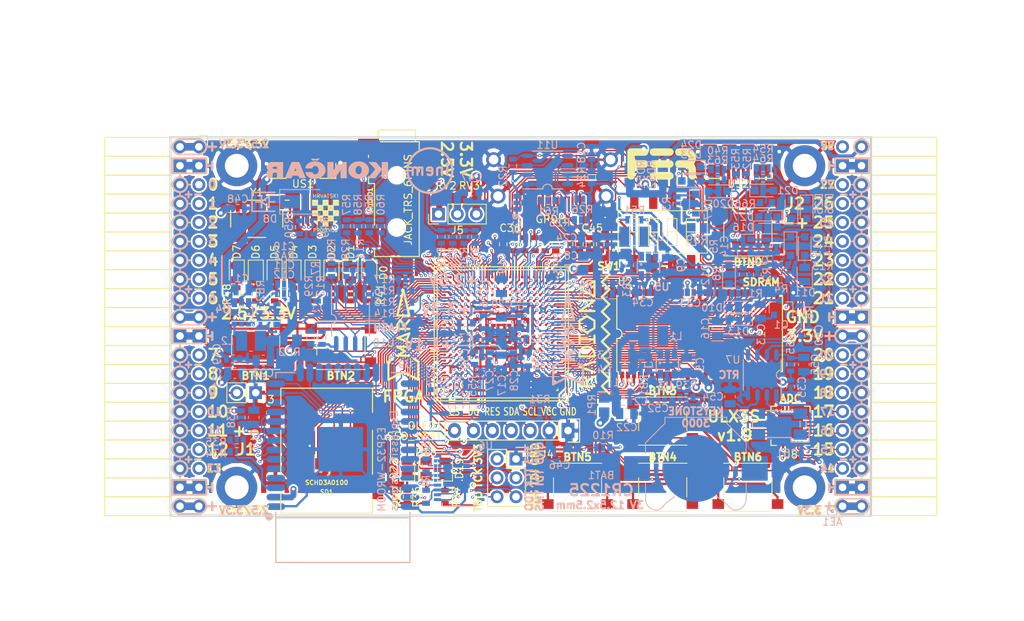
<source format=kicad_pcb>
(kicad_pcb (version 20171130) (host pcbnew 5.0.0-rc2+dfsg1-3)
  (layers (0 F.Cu signal) (1 In1.Cu signal) (2 In2.Cu signal) (31 B.Cu signal) (34 B.Paste user) (35 F.Paste user) (36 B.SilkS user) (37 F.SilkS user) (38 B.Mask user) (39 F.Mask user) (44 Edge.Cuts user))
  (net 0 "")
  (net 1 GND)
  (net 2 +5V)
  (net 3 /gpio/IN5V)
  (net 4 /gpio/OUT5V)
  (net 5 +3V3)
  (net 6 BTN_D)
  (net 7 BTN_F1)
  (net 8 BTN_F2)
  (net 9 BTN_L)
  (net 10 BTN_R)
  (net 11 BTN_U)
  (net 12 /power/FB1)
  (net 13 +2V5)
  (net 14 /power/PWREN)
  (net 15 /power/FB3)
  (net 16 /power/FB2)
  (net 17 /power/VBAT)
  (net 18 JTAG_TDI)
  (net 19 JTAG_TCK)
  (net 20 JTAG_TMS)
  (net 21 JTAG_TDO)
  (net 22 /power/WAKEUPn)
  (net 23 /power/WKUP)
  (net 24 /power/SHUT)
  (net 25 /power/WAKE)
  (net 26 /power/HOLD)
  (net 27 /power/WKn)
  (net 28 /power/OSCI_32k)
  (net 29 /power/OSCO_32k)
  (net 30 SHUTDOWN)
  (net 31 GPDI_SDA)
  (net 32 GPDI_SCL)
  (net 33 /gpdi/VREF2)
  (net 34 SD_CMD)
  (net 35 SD_CLK)
  (net 36 SD_D0)
  (net 37 SD_D1)
  (net 38 USB5V)
  (net 39 GPDI_CEC)
  (net 40 nRESET)
  (net 41 FTDI_nDTR)
  (net 42 SDRAM_CKE)
  (net 43 SDRAM_A7)
  (net 44 SDRAM_D15)
  (net 45 SDRAM_BA1)
  (net 46 SDRAM_D7)
  (net 47 SDRAM_A6)
  (net 48 SDRAM_CLK)
  (net 49 SDRAM_D13)
  (net 50 SDRAM_BA0)
  (net 51 SDRAM_D6)
  (net 52 SDRAM_A5)
  (net 53 SDRAM_D14)
  (net 54 SDRAM_A11)
  (net 55 SDRAM_D12)
  (net 56 SDRAM_D5)
  (net 57 SDRAM_A4)
  (net 58 SDRAM_A10)
  (net 59 SDRAM_D11)
  (net 60 SDRAM_A3)
  (net 61 SDRAM_D4)
  (net 62 SDRAM_D10)
  (net 63 SDRAM_D9)
  (net 64 SDRAM_A9)
  (net 65 SDRAM_D3)
  (net 66 SDRAM_D8)
  (net 67 SDRAM_A8)
  (net 68 SDRAM_A2)
  (net 69 SDRAM_A1)
  (net 70 SDRAM_A0)
  (net 71 SDRAM_D2)
  (net 72 SDRAM_D1)
  (net 73 SDRAM_D0)
  (net 74 SDRAM_DQM0)
  (net 75 SDRAM_nCS)
  (net 76 SDRAM_nRAS)
  (net 77 SDRAM_DQM1)
  (net 78 SDRAM_nCAS)
  (net 79 SDRAM_nWE)
  (net 80 /flash/FLASH_nWP)
  (net 81 /flash/FLASH_nHOLD)
  (net 82 /flash/FLASH_MOSI)
  (net 83 /flash/FLASH_MISO)
  (net 84 /flash/FLASH_SCK)
  (net 85 /flash/FLASH_nCS)
  (net 86 /flash/FPGA_PROGRAMN)
  (net 87 /flash/FPGA_DONE)
  (net 88 /flash/FPGA_INITN)
  (net 89 OLED_RES)
  (net 90 OLED_DC)
  (net 91 OLED_CS)
  (net 92 WIFI_EN)
  (net 93 FTDI_nRTS)
  (net 94 FTDI_TXD)
  (net 95 FTDI_RXD)
  (net 96 WIFI_RXD)
  (net 97 WIFI_GPIO0)
  (net 98 WIFI_TXD)
  (net 99 USB_FTDI_D+)
  (net 100 USB_FTDI_D-)
  (net 101 SD_D3)
  (net 102 AUDIO_L3)
  (net 103 AUDIO_L2)
  (net 104 AUDIO_L1)
  (net 105 AUDIO_L0)
  (net 106 AUDIO_R3)
  (net 107 AUDIO_R2)
  (net 108 AUDIO_R1)
  (net 109 AUDIO_R0)
  (net 110 OLED_CLK)
  (net 111 OLED_MOSI)
  (net 112 LED0)
  (net 113 LED1)
  (net 114 LED2)
  (net 115 LED3)
  (net 116 LED4)
  (net 117 LED5)
  (net 118 LED6)
  (net 119 LED7)
  (net 120 BTN_PWRn)
  (net 121 FTDI_nTXLED)
  (net 122 FTDI_nSLEEP)
  (net 123 /blinkey/LED_PWREN)
  (net 124 /blinkey/LED_TXLED)
  (net 125 /sdcard/SD3V3)
  (net 126 SD_D2)
  (net 127 CLK_25MHz)
  (net 128 /blinkey/BTNPUL)
  (net 129 /blinkey/BTNPUR)
  (net 130 USB_FPGA_D+)
  (net 131 /power/FTDI_nSUSPEND)
  (net 132 /blinkey/ALED0)
  (net 133 /blinkey/ALED1)
  (net 134 /blinkey/ALED2)
  (net 135 /blinkey/ALED3)
  (net 136 /blinkey/ALED4)
  (net 137 /blinkey/ALED5)
  (net 138 /blinkey/ALED6)
  (net 139 /blinkey/ALED7)
  (net 140 /usb/FTD-)
  (net 141 /usb/FTD+)
  (net 142 ADC_MISO)
  (net 143 ADC_MOSI)
  (net 144 ADC_CSn)
  (net 145 ADC_SCLK)
  (net 146 SW3)
  (net 147 SW2)
  (net 148 SW1)
  (net 149 USB_FPGA_D-)
  (net 150 /usb/FPD+)
  (net 151 /usb/FPD-)
  (net 152 WIFI_GPIO16)
  (net 153 /usb/ANT_433MHz)
  (net 154 /power/PWRBTn)
  (net 155 PROG_DONE)
  (net 156 /power/P3V3)
  (net 157 /power/P2V5)
  (net 158 /power/L1)
  (net 159 /power/L3)
  (net 160 /power/L2)
  (net 161 FTDI_TXDEN)
  (net 162 SDRAM_A12)
  (net 163 /analog/AUDIO_V)
  (net 164 AUDIO_V3)
  (net 165 AUDIO_V2)
  (net 166 AUDIO_V1)
  (net 167 AUDIO_V0)
  (net 168 /blinkey/LED_WIFI)
  (net 169 /power/P1V1)
  (net 170 +1V1)
  (net 171 SW4)
  (net 172 /blinkey/SWPU)
  (net 173 /wifi/WIFIEN)
  (net 174 FT2V5)
  (net 175 GN0)
  (net 176 GP0)
  (net 177 GN1)
  (net 178 GP1)
  (net 179 GN2)
  (net 180 GP2)
  (net 181 GN3)
  (net 182 GP3)
  (net 183 GN4)
  (net 184 GP4)
  (net 185 GN5)
  (net 186 GP5)
  (net 187 GN6)
  (net 188 GP6)
  (net 189 GN14)
  (net 190 GP14)
  (net 191 GN15)
  (net 192 GP15)
  (net 193 GN16)
  (net 194 GP16)
  (net 195 GN17)
  (net 196 GP17)
  (net 197 GN18)
  (net 198 GP18)
  (net 199 GN19)
  (net 200 GP19)
  (net 201 GN20)
  (net 202 GP20)
  (net 203 GN21)
  (net 204 GP21)
  (net 205 GN22)
  (net 206 GP22)
  (net 207 GN23)
  (net 208 GP23)
  (net 209 GN24)
  (net 210 GP24)
  (net 211 GN25)
  (net 212 GP25)
  (net 213 GN26)
  (net 214 GP26)
  (net 215 GN27)
  (net 216 GP27)
  (net 217 GN7)
  (net 218 GP7)
  (net 219 GN8)
  (net 220 GP8)
  (net 221 GN9)
  (net 222 GP9)
  (net 223 GN10)
  (net 224 GP10)
  (net 225 GN11)
  (net 226 GP11)
  (net 227 GN12)
  (net 228 GP12)
  (net 229 GN13)
  (net 230 GP13)
  (net 231 WIFI_GPIO5)
  (net 232 WIFI_GPIO17)
  (net 233 USB_FPGA_PULL_D+)
  (net 234 USB_FPGA_PULL_D-)
  (net 235 "Net-(D23-Pad2)")
  (net 236 "Net-(D24-Pad1)")
  (net 237 "Net-(D25-Pad2)")
  (net 238 "Net-(D26-Pad1)")
  (net 239 /gpdi/GPDI_ETH+)
  (net 240 FPDI_ETH+)
  (net 241 /gpdi/GPDI_ETH-)
  (net 242 FPDI_ETH-)
  (net 243 /gpdi/GPDI_D2-)
  (net 244 FPDI_D2-)
  (net 245 /gpdi/GPDI_D1-)
  (net 246 FPDI_D1-)
  (net 247 /gpdi/GPDI_D0-)
  (net 248 FPDI_D0-)
  (net 249 /gpdi/GPDI_CLK-)
  (net 250 FPDI_CLK-)
  (net 251 /gpdi/GPDI_D2+)
  (net 252 FPDI_D2+)
  (net 253 /gpdi/GPDI_D1+)
  (net 254 FPDI_D1+)
  (net 255 /gpdi/GPDI_D0+)
  (net 256 FPDI_D0+)
  (net 257 /gpdi/GPDI_CLK+)
  (net 258 FPDI_CLK+)
  (net 259 FPDI_SDA)
  (net 260 FPDI_SCL)
  (net 261 /gpdi/FPDI_CEC)
  (net 262 2V5_3V3)
  (net 263 "Net-(AUDIO1-Pad5)")
  (net 264 "Net-(AUDIO1-Pad6)")
  (net 265 "Net-(U1-PadA15)")
  (net 266 "Net-(U1-PadC9)")
  (net 267 "Net-(U1-PadD9)")
  (net 268 "Net-(U1-PadD10)")
  (net 269 "Net-(U1-PadD11)")
  (net 270 "Net-(U1-PadD12)")
  (net 271 "Net-(U1-PadE6)")
  (net 272 "Net-(U1-PadE9)")
  (net 273 "Net-(U1-PadE10)")
  (net 274 "Net-(U1-PadE11)")
  (net 275 "Net-(U1-PadJ4)")
  (net 276 "Net-(U1-PadJ5)")
  (net 277 "Net-(U1-PadK5)")
  (net 278 "Net-(U1-PadL5)")
  (net 279 "Net-(U1-PadM4)")
  (net 280 "Net-(U1-PadM5)")
  (net 281 SD_CD)
  (net 282 SD_WP)
  (net 283 "Net-(U1-PadR3)")
  (net 284 "Net-(U1-PadT16)")
  (net 285 "Net-(U1-PadW4)")
  (net 286 "Net-(U1-PadW5)")
  (net 287 "Net-(U1-PadW8)")
  (net 288 "Net-(U1-PadW9)")
  (net 289 "Net-(U1-PadW13)")
  (net 290 "Net-(U1-PadW14)")
  (net 291 "Net-(U1-PadW17)")
  (net 292 "Net-(U1-PadW18)")
  (net 293 FTDI_nRXLED)
  (net 294 "Net-(U8-Pad12)")
  (net 295 "Net-(U8-Pad25)")
  (net 296 "Net-(U9-Pad32)")
  (net 297 "Net-(U9-Pad22)")
  (net 298 "Net-(U9-Pad21)")
  (net 299 "Net-(U9-Pad20)")
  (net 300 "Net-(U9-Pad19)")
  (net 301 "Net-(U9-Pad18)")
  (net 302 "Net-(U9-Pad17)")
  (net 303 "Net-(U9-Pad12)")
  (net 304 "Net-(U9-Pad5)")
  (net 305 "Net-(U9-Pad4)")
  (net 306 "Net-(US1-Pad4)")
  (net 307 "Net-(Y2-Pad3)")
  (net 308 "Net-(Y2-Pad2)")
  (net 309 "Net-(U1-PadK16)")
  (net 310 "Net-(U1-PadK17)")
  (net 311 /usb/US2VBUS)
  (net 312 /power/SHD)
  (net 313 /power/RTCVDD)
  (net 314 "Net-(D27-Pad2)")
  (net 315 US2_ID)
  (net 316 /analog/AUDIO_L)
  (net 317 /analog/AUDIO_R)
  (module TSOP54:TSOP54 (layer F.Cu) (at 165.093 87.8 90)
    (fp_text reference U2 (at 6.98 -9.993 180) (layer F.SilkS))
    (fp_text value MT48LC16M16A2TG)
    (pad 28 smd rect (at 5.53 10.4 90) (size 0.9 0.56) (layers F.Cu F.Paste F.Mask) (net 1 GND))
    (pad 1 smd rect (at -5.53 -10.4 90) (size 0.9 0.56) (layers F.Cu F.Paste F.Mask) (net 5 +3V3))
    (pad 2 smd rect (at -5.53 -9.6 90) (size 0.9 0.56) (layers F.Cu F.Paste F.Mask) (net 73 SDRAM_D0))
    (pad 3 smd rect (at -5.53 -8.8 90) (size 0.9 0.56) (layers F.Cu F.Paste F.Mask) (net 5 +3V3))
    (pad 4 smd rect (at -5.53 -8 90) (size 0.9 0.56) (layers F.Cu F.Paste F.Mask) (net 72 SDRAM_D1))
    (pad 5 smd rect (at -5.53 -7.2 90) (size 0.9 0.56) (layers F.Cu F.Paste F.Mask) (net 71 SDRAM_D2))
    (pad 6 smd rect (at -5.53 -6.4 90) (size 0.9 0.56) (layers F.Cu F.Paste F.Mask) (net 1 GND))
    (pad 7 smd rect (at -5.53 -5.6 90) (size 0.9 0.56) (layers F.Cu F.Paste F.Mask) (net 65 SDRAM_D3))
    (pad 8 smd rect (at -5.53 -4.8 90) (size 0.9 0.56) (layers F.Cu F.Paste F.Mask) (net 61 SDRAM_D4))
    (pad 9 smd rect (at -5.53 -4 90) (size 0.9 0.56) (layers F.Cu F.Paste F.Mask) (net 5 +3V3))
    (pad 10 smd rect (at -5.53 -3.2 90) (size 0.9 0.56) (layers F.Cu F.Paste F.Mask) (net 56 SDRAM_D5))
    (pad 11 smd rect (at -5.53 -2.4 90) (size 0.9 0.56) (layers F.Cu F.Paste F.Mask) (net 51 SDRAM_D6))
    (pad 12 smd rect (at -5.53 -1.6 90) (size 0.9 0.56) (layers F.Cu F.Paste F.Mask) (net 1 GND))
    (pad 13 smd rect (at -5.53 -0.8 90) (size 0.9 0.56) (layers F.Cu F.Paste F.Mask) (net 46 SDRAM_D7))
    (pad 14 smd rect (at -5.53 0 90) (size 0.9 0.56) (layers F.Cu F.Paste F.Mask) (net 5 +3V3))
    (pad 15 smd rect (at -5.53 0.8 90) (size 0.9 0.56) (layers F.Cu F.Paste F.Mask) (net 74 SDRAM_DQM0))
    (pad 16 smd rect (at -5.53 1.6 90) (size 0.9 0.56) (layers F.Cu F.Paste F.Mask) (net 79 SDRAM_nWE))
    (pad 17 smd rect (at -5.53 2.4 90) (size 0.9 0.56) (layers F.Cu F.Paste F.Mask) (net 78 SDRAM_nCAS))
    (pad 18 smd rect (at -5.53 3.2 90) (size 0.9 0.56) (layers F.Cu F.Paste F.Mask) (net 76 SDRAM_nRAS))
    (pad 19 smd rect (at -5.53 4 90) (size 0.9 0.56) (layers F.Cu F.Paste F.Mask) (net 75 SDRAM_nCS))
    (pad 20 smd rect (at -5.53 4.8 90) (size 0.9 0.56) (layers F.Cu F.Paste F.Mask) (net 50 SDRAM_BA0))
    (pad 21 smd rect (at -5.53 5.6 90) (size 0.9 0.56) (layers F.Cu F.Paste F.Mask) (net 45 SDRAM_BA1))
    (pad 22 smd rect (at -5.53 6.4 90) (size 0.9 0.56) (layers F.Cu F.Paste F.Mask) (net 58 SDRAM_A10))
    (pad 23 smd rect (at -5.53 7.2 90) (size 0.9 0.56) (layers F.Cu F.Paste F.Mask) (net 70 SDRAM_A0))
    (pad 24 smd rect (at -5.53 8 90) (size 0.9 0.56) (layers F.Cu F.Paste F.Mask) (net 69 SDRAM_A1))
    (pad 25 smd rect (at -5.53 8.8 90) (size 0.9 0.56) (layers F.Cu F.Paste F.Mask) (net 68 SDRAM_A2))
    (pad 26 smd rect (at -5.53 9.6 90) (size 0.9 0.56) (layers F.Cu F.Paste F.Mask) (net 60 SDRAM_A3))
    (pad 27 smd rect (at -5.53 10.4 90) (size 0.9 0.56) (layers F.Cu F.Paste F.Mask) (net 5 +3V3))
    (pad 29 smd rect (at 5.53 9.6 90) (size 0.9 0.56) (layers F.Cu F.Paste F.Mask) (net 57 SDRAM_A4))
    (pad 30 smd rect (at 5.53 8.8 90) (size 0.9 0.56) (layers F.Cu F.Paste F.Mask) (net 52 SDRAM_A5))
    (pad 31 smd rect (at 5.53 8 90) (size 0.9 0.56) (layers F.Cu F.Paste F.Mask) (net 47 SDRAM_A6))
    (pad 32 smd rect (at 5.53 7.2 90) (size 0.9 0.56) (layers F.Cu F.Paste F.Mask) (net 43 SDRAM_A7))
    (pad 33 smd rect (at 5.53 6.4 90) (size 0.9 0.56) (layers F.Cu F.Paste F.Mask) (net 67 SDRAM_A8))
    (pad 34 smd rect (at 5.53 5.6 90) (size 0.9 0.56) (layers F.Cu F.Paste F.Mask) (net 64 SDRAM_A9))
    (pad 35 smd rect (at 5.53 4.8 90) (size 0.9 0.56) (layers F.Cu F.Paste F.Mask) (net 54 SDRAM_A11))
    (pad 36 smd rect (at 5.53 4 90) (size 0.9 0.56) (layers F.Cu F.Paste F.Mask) (net 162 SDRAM_A12))
    (pad 37 smd rect (at 5.53 3.2 90) (size 0.9 0.56) (layers F.Cu F.Paste F.Mask) (net 42 SDRAM_CKE))
    (pad 38 smd rect (at 5.53 2.4 90) (size 0.9 0.56) (layers F.Cu F.Paste F.Mask) (net 48 SDRAM_CLK))
    (pad 39 smd rect (at 5.53 1.6 90) (size 0.9 0.56) (layers F.Cu F.Paste F.Mask) (net 77 SDRAM_DQM1))
    (pad 40 smd rect (at 5.53 0.8 90) (size 0.9 0.56) (layers F.Cu F.Paste F.Mask))
    (pad 41 smd rect (at 5.53 0 90) (size 0.9 0.56) (layers F.Cu F.Paste F.Mask) (net 1 GND))
    (pad 42 smd rect (at 5.53 -0.8 90) (size 0.9 0.56) (layers F.Cu F.Paste F.Mask) (net 66 SDRAM_D8))
    (pad 43 smd rect (at 5.53 -1.6 90) (size 0.9 0.56) (layers F.Cu F.Paste F.Mask) (net 5 +3V3))
    (pad 44 smd rect (at 5.53 -2.4 90) (size 0.9 0.56) (layers F.Cu F.Paste F.Mask) (net 63 SDRAM_D9))
    (pad 45 smd rect (at 5.53 -3.2 90) (size 0.9 0.56) (layers F.Cu F.Paste F.Mask) (net 62 SDRAM_D10))
    (pad 46 smd rect (at 5.53 -4 90) (size 0.9 0.56) (layers F.Cu F.Paste F.Mask) (net 1 GND))
    (pad 47 smd rect (at 5.53 -4.8 90) (size 0.9 0.56) (layers F.Cu F.Paste F.Mask) (net 59 SDRAM_D11))
    (pad 48 smd rect (at 5.53 -5.6 90) (size 0.9 0.56) (layers F.Cu F.Paste F.Mask) (net 55 SDRAM_D12))
    (pad 49 smd rect (at 5.53 -6.4 90) (size 0.9 0.56) (layers F.Cu F.Paste F.Mask) (net 5 +3V3))
    (pad 50 smd rect (at 5.53 -7.2 90) (size 0.9 0.56) (layers F.Cu F.Paste F.Mask) (net 49 SDRAM_D13))
    (pad 51 smd rect (at 5.53 -8 90) (size 0.9 0.56) (layers F.Cu F.Paste F.Mask) (net 53 SDRAM_D14))
    (pad 52 smd rect (at 5.53 -8.8 90) (size 0.9 0.56) (layers F.Cu F.Paste F.Mask) (net 1 GND))
    (pad 53 smd rect (at 5.53 -9.6 90) (size 0.9 0.56) (layers F.Cu F.Paste F.Mask) (net 44 SDRAM_D15))
    (pad 54 smd rect (at 5.53 -10.4 90) (size 0.9 0.56) (layers F.Cu F.Paste F.Mask) (net 1 GND))
  )
  (module SOA008-150mil:SOA008-150-208mil (layer B.Cu) (at 118.245 85.822 270)
    (fp_text reference U10 (at 3.175 -4.445) (layer B.SilkS) (effects (justify mirror)))
    (fp_text value IS25LP128F-JBLE)
    (pad 1 smd rect (at -3.302 1.905 270) (size 2.1 0.6) (layers B.Cu B.Paste B.Mask) (net 85 /flash/FLASH_nCS))
    (pad 2 smd oval (at -3.302 0.635 270) (size 2.1 0.6) (layers B.Cu B.Paste B.Mask) (net 83 /flash/FLASH_MISO))
    (pad 3 smd oval (at -3.302 -0.635 270) (size 2.1 0.6) (layers B.Cu B.Paste B.Mask) (net 80 /flash/FLASH_nWP))
    (pad 4 smd oval (at -3.302 -1.905 270) (size 2.1 0.6) (layers B.Cu B.Paste B.Mask) (net 1 GND))
    (pad 5 smd oval (at 3.302 -1.905 270) (size 2.1 0.6) (layers B.Cu B.Paste B.Mask) (net 82 /flash/FLASH_MOSI))
    (pad 6 smd oval (at 3.302 -0.635 270) (size 2.1 0.6) (layers B.Cu B.Paste B.Mask) (net 84 /flash/FLASH_SCK))
    (pad 7 smd oval (at 3.302 0.635 270) (size 2.1 0.6) (layers B.Cu B.Paste B.Mask) (net 81 /flash/FLASH_nHOLD))
    (pad 8 smd oval (at 3.302 1.905 270) (size 2.1 0.6) (layers B.Cu B.Paste B.Mask) (net 5 +3V3))
  )
  (module SOT96-1:SOT96-1 (layer B.Cu) (at 173.49 93.315 90)
    (fp_text reference U7 (at 2.032 -3.937 180) (layer B.SilkS) (effects (justify mirror)))
    (fp_text value PCF8523)
    (pad 1 smd rect (at -2.7 1.905 90) (size 1.55 0.6) (layers B.Cu B.Paste B.Mask) (net 28 /power/OSCI_32k))
    (pad 2 smd oval (at -2.7 0.635 90) (size 1.55 0.6) (layers B.Cu B.Paste B.Mask) (net 29 /power/OSCO_32k))
    (pad 3 smd oval (at -2.7 -0.635 90) (size 1.55 0.6) (layers B.Cu B.Paste B.Mask) (net 17 /power/VBAT))
    (pad 4 smd oval (at -2.7 -1.905 90) (size 1.55 0.6) (layers B.Cu B.Paste B.Mask) (net 1 GND))
    (pad 5 smd oval (at 2.7 -1.905 90) (size 1.55 0.6) (layers B.Cu B.Paste B.Mask) (net 259 FPDI_SDA))
    (pad 6 smd oval (at 2.7 -0.635 90) (size 1.55 0.6) (layers B.Cu B.Paste B.Mask) (net 260 FPDI_SCL))
    (pad 7 smd oval (at 2.7 0.635 90) (size 1.55 0.6) (layers B.Cu B.Paste B.Mask) (net 22 /power/WAKEUPn))
    (pad 8 smd oval (at 2.7 1.905 90) (size 1.55 0.6) (layers B.Cu B.Paste B.Mask) (net 313 /power/RTCVDD))
  )
  (module SM8:SM8 (layer B.Cu) (at 144.68 65.8015 90)
    (fp_text reference U11 (at 3.3475 -0.019 -180) (layer B.SilkS) (effects (justify mirror)))
    (fp_text value PCA9306D)
    (pad 1 smd rect (at -1.905 -2.7) (size 1.55 0.6) (layers B.Cu B.Paste B.Mask) (net 1 GND))
    (pad 2 smd oval (at -0.635 -2.7) (size 1.55 0.6) (layers B.Cu B.Paste B.Mask) (net 5 +3V3))
    (pad 3 smd oval (at 0.635 -2.7) (size 1.55 0.6) (layers B.Cu B.Paste B.Mask) (net 260 FPDI_SCL))
    (pad 4 smd oval (at 1.905 -2.7) (size 1.55 0.6) (layers B.Cu B.Paste B.Mask) (net 259 FPDI_SDA))
    (pad 5 smd oval (at 1.905 2.7) (size 1.55 0.6) (layers B.Cu B.Paste B.Mask) (net 31 GPDI_SDA))
    (pad 6 smd oval (at 0.635 2.7) (size 1.55 0.6) (layers B.Cu B.Paste B.Mask) (net 32 GPDI_SCL))
    (pad 7 smd oval (at -0.635 2.7) (size 1.55 0.6) (layers B.Cu B.Paste B.Mask) (net 33 /gpdi/VREF2))
    (pad 8 smd oval (at -1.905 2.7) (size 1.55 0.6) (layers B.Cu B.Paste B.Mask) (net 33 /gpdi/VREF2))
  )
  (module ft231x:FT231X-SSOP-20_4.4x6.5mm_Pitch0.65mm (layer B.Cu) (at 132.835 107.14 180)
    (fp_text reference U6 (at -3.556 4.318 180) (layer B.SilkS) (effects (justify mirror)))
    (fp_text value FT231XS)
    (pad 20 smd rect (at 2.9 2.925 180) (size 1 0.4) (layers B.Cu B.Paste B.Mask) (net 94 FTDI_TXD))
    (pad 19 smd rect (at 2.9 2.275 180) (size 1 0.4) (layers B.Cu B.Paste B.Mask) (net 122 FTDI_nSLEEP))
    (pad 18 smd rect (at 2.9 1.625 180) (size 1 0.4) (layers B.Cu B.Paste B.Mask) (net 161 FTDI_TXDEN))
    (pad 17 smd rect (at 2.9 0.975 180) (size 1 0.4) (layers B.Cu B.Paste B.Mask) (net 293 FTDI_nRXLED))
    (pad 16 smd rect (at 2.9 0.325 180) (size 1 0.4) (layers B.Cu B.Paste B.Mask) (net 1 GND))
    (pad 15 smd rect (at 2.9 -0.325 180) (size 1 0.4) (layers B.Cu B.Paste B.Mask) (net 38 USB5V))
    (pad 14 smd rect (at 2.9 -0.975 180) (size 1 0.4) (layers B.Cu B.Paste B.Mask) (net 40 nRESET))
    (pad 13 smd rect (at 2.9 -1.625 180) (size 1 0.4) (layers B.Cu B.Paste B.Mask) (net 174 FT2V5))
    (pad 12 smd rect (at 2.9 -2.275 180) (size 1 0.4) (layers B.Cu B.Paste B.Mask) (net 100 USB_FTDI_D-))
    (pad 11 smd rect (at 2.9 -2.925 180) (size 1 0.4) (layers B.Cu B.Paste B.Mask) (net 99 USB_FTDI_D+))
    (pad 10 smd rect (at -2.9 -2.925 180) (size 1 0.4) (layers B.Cu B.Paste B.Mask) (net 121 FTDI_nTXLED))
    (pad 9 smd rect (at -2.9 -2.275 180) (size 1 0.4) (layers B.Cu B.Paste B.Mask) (net 21 JTAG_TDO))
    (pad 8 smd rect (at -2.9 -1.625 180) (size 1 0.4) (layers B.Cu B.Paste B.Mask) (net 20 JTAG_TMS))
    (pad 7 smd rect (at -2.9 -0.975 180) (size 1 0.4) (layers B.Cu B.Paste B.Mask) (net 19 JTAG_TCK))
    (pad 6 smd rect (at -2.9 -0.325 180) (size 1 0.4) (layers B.Cu B.Paste B.Mask) (net 1 GND))
    (pad 5 smd rect (at -2.9 0.325 180) (size 1 0.4) (layers B.Cu B.Paste B.Mask) (net 18 JTAG_TDI))
    (pad 4 smd rect (at -2.9 0.975 180) (size 1 0.4) (layers B.Cu B.Paste B.Mask) (net 95 FTDI_RXD))
    (pad 3 smd rect (at -2.9 1.625 180) (size 1 0.4) (layers B.Cu B.Paste B.Mask) (net 174 FT2V5))
    (pad 2 smd rect (at -2.9 2.275 180) (size 1 0.4) (layers B.Cu B.Paste B.Mask) (net 93 FTDI_nRTS))
    (pad 1 smd rect (at -2.9 2.925 180) (size 1 0.4) (layers B.Cu B.Paste B.Mask) (net 41 FTDI_nDTR))
  )
  (module TSOT-25:TSOT-25 (layer B.Cu) (at 158.235 78.692)
    (fp_text reference U5 (at 1.793 2.812) (layer B.SilkS) (effects (font (thickness 0.2)) (justify mirror)))
    (fp_text value TLV62569DBV)
    (pad 1 smd rect (at -0.95 -1.3) (size 0.7 1.2) (layers B.Cu B.Paste B.Mask) (net 14 /power/PWREN))
    (pad 2 smd rect (at 0 -1.3) (size 0.7 1.2) (layers B.Cu B.Paste B.Mask) (net 1 GND))
    (pad 3 smd rect (at 0.95 -1.3) (size 0.7 1.2) (layers B.Cu B.Paste B.Mask) (net 159 /power/L3))
    (pad 4 smd rect (at 0.95 1.3) (size 0.7 1.2) (layers B.Cu B.Paste B.Mask) (net 2 +5V))
    (pad 5 smd rect (at -0.95 1.3) (size 0.7 1.2) (layers B.Cu B.Paste B.Mask) (net 15 /power/FB3))
  )
  (module TSOT-25:TSOT-25 (layer B.Cu) (at 160.775 91.9)
    (fp_text reference U3 (at -0.295 2.9) (layer B.SilkS) (effects (font (thickness 0.2)) (justify mirror)))
    (fp_text value TLV62569DBV)
    (pad 1 smd rect (at -0.95 -1.3) (size 0.7 1.2) (layers B.Cu B.Paste B.Mask) (net 14 /power/PWREN))
    (pad 2 smd rect (at 0 -1.3) (size 0.7 1.2) (layers B.Cu B.Paste B.Mask) (net 1 GND))
    (pad 3 smd rect (at 0.95 -1.3) (size 0.7 1.2) (layers B.Cu B.Paste B.Mask) (net 158 /power/L1))
    (pad 4 smd rect (at 0.95 1.3) (size 0.7 1.2) (layers B.Cu B.Paste B.Mask) (net 2 +5V))
    (pad 5 smd rect (at -0.95 1.3) (size 0.7 1.2) (layers B.Cu B.Paste B.Mask) (net 12 /power/FB1))
  )
  (module TSOT-25:TSOT-25 (layer B.Cu) (at 103.625 84.915 180)
    (fp_text reference U4 (at 2.525 0.4265 180) (layer B.SilkS) (effects (font (thickness 0.2)) (justify mirror)))
    (fp_text value TLV62569DBV)
    (pad 1 smd rect (at -0.95 -1.3 180) (size 0.7 1.2) (layers B.Cu B.Paste B.Mask) (net 14 /power/PWREN))
    (pad 2 smd rect (at 0 -1.3 180) (size 0.7 1.2) (layers B.Cu B.Paste B.Mask) (net 1 GND))
    (pad 3 smd rect (at 0.95 -1.3 180) (size 0.7 1.2) (layers B.Cu B.Paste B.Mask) (net 160 /power/L2))
    (pad 4 smd rect (at 0.95 1.3 180) (size 0.7 1.2) (layers B.Cu B.Paste B.Mask) (net 2 +5V))
    (pad 5 smd rect (at -0.95 1.3 180) (size 0.7 1.2) (layers B.Cu B.Paste B.Mask) (net 16 /power/FB2))
  )
  (module ESP32:ESP32-WROOM (layer B.Cu) (at 117.23 105.75 180)
    (fp_text reference U9 (at -8.366 13.85 180) (layer B.SilkS) (effects (justify mirror)))
    (fp_text value ESP-WROOM32)
    (fp_text user "Espressif Systems" (at -6.858 0.889 90) (layer B.SilkS) (effects (justify mirror)))
    (fp_text user ESP32-WROOM (at -5.207 -0.254 90) (layer B.SilkS) (effects (justify mirror)))
    (pad 38 smd oval (at -9 -5.25 180) (size 2.5 0.9) (layers B.Cu B.Paste B.Mask) (net 1 GND))
    (pad 37 smd oval (at -9 -3.98 180) (size 2.5 0.9) (layers B.Cu B.Paste B.Mask) (net 18 JTAG_TDI))
    (pad 36 smd oval (at -9 -2.71 180) (size 2.5 0.9) (layers B.Cu B.Paste B.Mask) (net 155 PROG_DONE))
    (pad 35 smd oval (at -9 -1.44 180) (size 2.5 0.9) (layers B.Cu B.Paste B.Mask) (net 98 WIFI_TXD))
    (pad 34 smd oval (at -9 -0.17 180) (size 2.5 0.9) (layers B.Cu B.Paste B.Mask) (net 96 WIFI_RXD))
    (pad 33 smd oval (at -9 1.1 180) (size 2.5 0.9) (layers B.Cu B.Paste B.Mask) (net 20 JTAG_TMS))
    (pad 32 smd oval (at -9 2.37 180) (size 2.5 0.9) (layers B.Cu B.Paste B.Mask) (net 296 "Net-(U9-Pad32)"))
    (pad 31 smd oval (at -9 3.64 180) (size 2.5 0.9) (layers B.Cu B.Paste B.Mask) (net 21 JTAG_TDO))
    (pad 30 smd oval (at -9 4.91 180) (size 2.5 0.9) (layers B.Cu B.Paste B.Mask) (net 19 JTAG_TCK))
    (pad 29 smd oval (at -9 6.18 180) (size 2.5 0.9) (layers B.Cu B.Paste B.Mask) (net 231 WIFI_GPIO5))
    (pad 28 smd oval (at -9 7.45 180) (size 2.5 0.9) (layers B.Cu B.Paste B.Mask) (net 232 WIFI_GPIO17))
    (pad 27 smd oval (at -9 8.72 180) (size 2.5 0.9) (layers B.Cu B.Paste B.Mask) (net 152 WIFI_GPIO16))
    (pad 26 smd oval (at -9 9.99 180) (size 2.5 0.9) (layers B.Cu B.Paste B.Mask) (net 37 SD_D1))
    (pad 25 smd oval (at -9 11.26 180) (size 2.5 0.9) (layers B.Cu B.Paste B.Mask) (net 97 WIFI_GPIO0))
    (pad 24 smd oval (at -5.715 12.75 180) (size 0.9 2.5) (layers B.Cu B.Paste B.Mask) (net 36 SD_D0))
    (pad 23 smd oval (at -4.445 12.75 180) (size 0.9 2.5) (layers B.Cu B.Paste B.Mask) (net 34 SD_CMD))
    (pad 22 smd oval (at -3.175 12.75 180) (size 0.9 2.5) (layers B.Cu B.Paste B.Mask) (net 297 "Net-(U9-Pad22)"))
    (pad 21 smd oval (at -1.905 12.75 180) (size 0.9 2.5) (layers B.Cu B.Paste B.Mask) (net 298 "Net-(U9-Pad21)"))
    (pad 20 smd oval (at -0.635 12.75 180) (size 0.9 2.5) (layers B.Cu B.Paste B.Mask) (net 299 "Net-(U9-Pad20)"))
    (pad 19 smd oval (at 0.635 12.75 180) (size 0.9 2.5) (layers B.Cu B.Paste B.Mask) (net 300 "Net-(U9-Pad19)"))
    (pad 18 smd oval (at 1.905 12.75 180) (size 0.9 2.5) (layers B.Cu B.Paste B.Mask) (net 301 "Net-(U9-Pad18)"))
    (pad 17 smd oval (at 3.175 12.75 180) (size 0.9 2.5) (layers B.Cu B.Paste B.Mask) (net 302 "Net-(U9-Pad17)"))
    (pad 16 smd oval (at 4.445 12.75 180) (size 0.9 2.5) (layers B.Cu B.Paste B.Mask) (net 101 SD_D3))
    (pad 15 smd oval (at 5.715 12.75 180) (size 0.9 2.5) (layers B.Cu B.Paste B.Mask) (net 1 GND))
    (pad 14 smd oval (at 9 11.26 180) (size 2.5 0.9) (layers B.Cu B.Paste B.Mask) (net 126 SD_D2))
    (pad 13 smd oval (at 9 9.99 180) (size 2.5 0.9) (layers B.Cu B.Paste B.Mask) (net 35 SD_CLK))
    (pad 12 smd oval (at 9 8.72 180) (size 2.5 0.9) (layers B.Cu B.Paste B.Mask) (net 303 "Net-(U9-Pad12)"))
    (pad 11 smd oval (at 9 7.45 180) (size 2.5 0.9) (layers B.Cu B.Paste B.Mask) (net 225 GN11))
    (pad 10 smd oval (at 9 6.18 180) (size 2.5 0.9) (layers B.Cu B.Paste B.Mask) (net 226 GP11))
    (pad 9 smd oval (at 9 4.91 180) (size 2.5 0.9) (layers B.Cu B.Paste B.Mask) (net 227 GN12))
    (pad 8 smd oval (at 9 3.64 180) (size 2.5 0.9) (layers B.Cu B.Paste B.Mask) (net 228 GP12))
    (pad 7 smd oval (at 9 2.37 180) (size 2.5 0.9) (layers B.Cu B.Paste B.Mask) (net 229 GN13))
    (pad 6 smd oval (at 9 1.1 180) (size 2.5 0.9) (layers B.Cu B.Paste B.Mask) (net 230 GP13))
    (pad 5 smd oval (at 9 -0.17 180) (size 2.5 0.9) (layers B.Cu B.Paste B.Mask) (net 304 "Net-(U9-Pad5)"))
    (pad 4 smd oval (at 9 -1.44 180) (size 2.5 0.9) (layers B.Cu B.Paste B.Mask) (net 305 "Net-(U9-Pad4)"))
    (pad 3 smd oval (at 9 -2.71 180) (size 2.5 0.9) (layers B.Cu B.Paste B.Mask) (net 173 /wifi/WIFIEN))
    (pad 2 smd oval (at 9 -3.98 180) (size 2.5 0.9) (layers B.Cu B.Paste B.Mask) (net 5 +3V3))
    (pad 1 smd oval (at 9 -5.25 180) (size 2.5 0.9) (layers B.Cu B.Paste B.Mask) (net 1 GND))
    (pad 39 smd rect (at 0.3 2.45 180) (size 6 6) (layers B.Cu B.Paste B.Mask) (net 1 GND))
  )
  (module inem:inem (layer B.Cu) (at 128.913 65.883)
    (fp_text reference REF** hide)
    (fp_text value inem hide)
    (fp_text user inem (at 0 -0.1) (layer B.SilkS) (effects (font (size 1.5 1.5) (thickness 0.3)) (justify mirror)))
  )
  (module fer:fer4mm6 (layer F.Cu) (at 159.901 64.994)
    (fp_text reference fer hide)
    (fp_text value fer hide)
  )
  (module Socket_Strips:Socket_Strip_Angled_2x20 (layer F.Cu) (at 97.91 62.69 270)
    (fp_text reference J1 (at 40.64 -6.35) (layer F.SilkS) (effects (font (size 1.5 1.5) (thickness 0.3))))
    (fp_text value CONN_02X20 hide)
    (pad 1 thru_hole oval (at 0 0 270) (size 1.7272 1.7272) (drill 1.016) (layers *.Cu *.Mask) (net 262 2V5_3V3))
    (pad 2 thru_hole oval (at 0 2.54 270) (size 1.7272 1.7272) (drill 1.016) (layers *.Cu *.Mask) (net 262 2V5_3V3))
    (pad 3 thru_hole rect (at 2.54 0 270) (size 1.7272 1.7272) (drill 1.016) (layers *.Cu *.Mask) (net 1 GND))
    (pad 4 thru_hole rect (at 2.54 2.54 270) (size 1.7272 1.7272) (drill 1.016) (layers *.Cu *.Mask) (net 1 GND))
    (pad 5 thru_hole oval (at 5.08 0 270) (size 1.7272 1.7272) (drill 1.016) (layers *.Cu *.Mask) (net 175 GN0))
    (pad 6 thru_hole oval (at 5.08 2.54 270) (size 1.7272 1.7272) (drill 1.016) (layers *.Cu *.Mask) (net 176 GP0))
    (pad 7 thru_hole oval (at 7.62 0 270) (size 1.7272 1.7272) (drill 1.016) (layers *.Cu *.Mask) (net 177 GN1))
    (pad 8 thru_hole oval (at 7.62 2.54 270) (size 1.7272 1.7272) (drill 1.016) (layers *.Cu *.Mask) (net 178 GP1))
    (pad 9 thru_hole oval (at 10.16 0 270) (size 1.7272 1.7272) (drill 1.016) (layers *.Cu *.Mask) (net 179 GN2))
    (pad 10 thru_hole oval (at 10.16 2.54 270) (size 1.7272 1.7272) (drill 1.016) (layers *.Cu *.Mask) (net 180 GP2))
    (pad 11 thru_hole oval (at 12.7 0 270) (size 1.7272 1.7272) (drill 1.016) (layers *.Cu *.Mask) (net 181 GN3))
    (pad 12 thru_hole oval (at 12.7 2.54 270) (size 1.7272 1.7272) (drill 1.016) (layers *.Cu *.Mask) (net 182 GP3))
    (pad 13 thru_hole oval (at 15.24 0 270) (size 1.7272 1.7272) (drill 1.016) (layers *.Cu *.Mask) (net 183 GN4))
    (pad 14 thru_hole oval (at 15.24 2.54 270) (size 1.7272 1.7272) (drill 1.016) (layers *.Cu *.Mask) (net 184 GP4))
    (pad 15 thru_hole oval (at 17.78 0 270) (size 1.7272 1.7272) (drill 1.016) (layers *.Cu *.Mask) (net 185 GN5))
    (pad 16 thru_hole oval (at 17.78 2.54 270) (size 1.7272 1.7272) (drill 1.016) (layers *.Cu *.Mask) (net 186 GP5))
    (pad 17 thru_hole oval (at 20.32 0 270) (size 1.7272 1.7272) (drill 1.016) (layers *.Cu *.Mask) (net 187 GN6))
    (pad 18 thru_hole oval (at 20.32 2.54 270) (size 1.7272 1.7272) (drill 1.016) (layers *.Cu *.Mask) (net 188 GP6))
    (pad 19 thru_hole oval (at 22.86 0 270) (size 1.7272 1.7272) (drill 1.016) (layers *.Cu *.Mask) (net 262 2V5_3V3))
    (pad 20 thru_hole oval (at 22.86 2.54 270) (size 1.7272 1.7272) (drill 1.016) (layers *.Cu *.Mask) (net 262 2V5_3V3))
    (pad 21 thru_hole rect (at 25.4 0 270) (size 1.7272 1.7272) (drill 1.016) (layers *.Cu *.Mask) (net 1 GND))
    (pad 22 thru_hole rect (at 25.4 2.54 270) (size 1.7272 1.7272) (drill 1.016) (layers *.Cu *.Mask) (net 1 GND))
    (pad 23 thru_hole oval (at 27.94 0 270) (size 1.7272 1.7272) (drill 1.016) (layers *.Cu *.Mask) (net 217 GN7))
    (pad 24 thru_hole oval (at 27.94 2.54 270) (size 1.7272 1.7272) (drill 1.016) (layers *.Cu *.Mask) (net 218 GP7))
    (pad 25 thru_hole oval (at 30.48 0 270) (size 1.7272 1.7272) (drill 1.016) (layers *.Cu *.Mask) (net 219 GN8))
    (pad 26 thru_hole oval (at 30.48 2.54 270) (size 1.7272 1.7272) (drill 1.016) (layers *.Cu *.Mask) (net 220 GP8))
    (pad 27 thru_hole oval (at 33.02 0 270) (size 1.7272 1.7272) (drill 1.016) (layers *.Cu *.Mask) (net 221 GN9))
    (pad 28 thru_hole oval (at 33.02 2.54 270) (size 1.7272 1.7272) (drill 1.016) (layers *.Cu *.Mask) (net 222 GP9))
    (pad 29 thru_hole oval (at 35.56 0 270) (size 1.7272 1.7272) (drill 1.016) (layers *.Cu *.Mask) (net 223 GN10))
    (pad 30 thru_hole oval (at 35.56 2.54 270) (size 1.7272 1.7272) (drill 1.016) (layers *.Cu *.Mask) (net 224 GP10))
    (pad 31 thru_hole oval (at 38.1 0 270) (size 1.7272 1.7272) (drill 1.016) (layers *.Cu *.Mask) (net 225 GN11))
    (pad 32 thru_hole oval (at 38.1 2.54 270) (size 1.7272 1.7272) (drill 1.016) (layers *.Cu *.Mask) (net 226 GP11))
    (pad 33 thru_hole oval (at 40.64 0 270) (size 1.7272 1.7272) (drill 1.016) (layers *.Cu *.Mask) (net 227 GN12))
    (pad 34 thru_hole oval (at 40.64 2.54 270) (size 1.7272 1.7272) (drill 1.016) (layers *.Cu *.Mask) (net 228 GP12))
    (pad 35 thru_hole oval (at 43.18 0 270) (size 1.7272 1.7272) (drill 1.016) (layers *.Cu *.Mask) (net 229 GN13))
    (pad 36 thru_hole oval (at 43.18 2.54 270) (size 1.7272 1.7272) (drill 1.016) (layers *.Cu *.Mask) (net 230 GP13))
    (pad 37 thru_hole rect (at 45.72 0 270) (size 1.7272 1.7272) (drill 1.016) (layers *.Cu *.Mask) (net 1 GND))
    (pad 38 thru_hole rect (at 45.72 2.54 270) (size 1.7272 1.7272) (drill 1.016) (layers *.Cu *.Mask) (net 1 GND))
    (pad 39 thru_hole oval (at 48.26 0 270) (size 1.7272 1.7272) (drill 1.016) (layers *.Cu *.Mask) (net 262 2V5_3V3))
    (pad 40 thru_hole oval (at 48.26 2.54 270) (size 1.7272 1.7272) (drill 1.016) (layers *.Cu *.Mask) (net 262 2V5_3V3))
  )
  (module Socket_Strips:Socket_Strip_Angled_2x20 (layer F.Cu) (at 184.27 110.95 90)
    (fp_text reference J2 (at 40.64 -6.35 180) (layer F.SilkS) (effects (font (size 1.5 1.5) (thickness 0.3))))
    (fp_text value CONN_02X20 hide)
    (pad 1 thru_hole oval (at 0 0 90) (size 1.7272 1.7272) (drill 1.016) (layers *.Cu *.Mask) (net 5 +3V3))
    (pad 2 thru_hole oval (at 0 2.54 90) (size 1.7272 1.7272) (drill 1.016) (layers *.Cu *.Mask) (net 5 +3V3))
    (pad 3 thru_hole rect (at 2.54 0 90) (size 1.7272 1.7272) (drill 1.016) (layers *.Cu *.Mask) (net 1 GND))
    (pad 4 thru_hole rect (at 2.54 2.54 90) (size 1.7272 1.7272) (drill 1.016) (layers *.Cu *.Mask) (net 1 GND))
    (pad 5 thru_hole oval (at 5.08 0 90) (size 1.7272 1.7272) (drill 1.016) (layers *.Cu *.Mask) (net 189 GN14))
    (pad 6 thru_hole oval (at 5.08 2.54 90) (size 1.7272 1.7272) (drill 1.016) (layers *.Cu *.Mask) (net 190 GP14))
    (pad 7 thru_hole oval (at 7.62 0 90) (size 1.7272 1.7272) (drill 1.016) (layers *.Cu *.Mask) (net 191 GN15))
    (pad 8 thru_hole oval (at 7.62 2.54 90) (size 1.7272 1.7272) (drill 1.016) (layers *.Cu *.Mask) (net 192 GP15))
    (pad 9 thru_hole oval (at 10.16 0 90) (size 1.7272 1.7272) (drill 1.016) (layers *.Cu *.Mask) (net 193 GN16))
    (pad 10 thru_hole oval (at 10.16 2.54 90) (size 1.7272 1.7272) (drill 1.016) (layers *.Cu *.Mask) (net 194 GP16))
    (pad 11 thru_hole oval (at 12.7 0 90) (size 1.7272 1.7272) (drill 1.016) (layers *.Cu *.Mask) (net 195 GN17))
    (pad 12 thru_hole oval (at 12.7 2.54 90) (size 1.7272 1.7272) (drill 1.016) (layers *.Cu *.Mask) (net 196 GP17))
    (pad 13 thru_hole oval (at 15.24 0 90) (size 1.7272 1.7272) (drill 1.016) (layers *.Cu *.Mask) (net 197 GN18))
    (pad 14 thru_hole oval (at 15.24 2.54 90) (size 1.7272 1.7272) (drill 1.016) (layers *.Cu *.Mask) (net 198 GP18))
    (pad 15 thru_hole oval (at 17.78 0 90) (size 1.7272 1.7272) (drill 1.016) (layers *.Cu *.Mask) (net 199 GN19))
    (pad 16 thru_hole oval (at 17.78 2.54 90) (size 1.7272 1.7272) (drill 1.016) (layers *.Cu *.Mask) (net 200 GP19))
    (pad 17 thru_hole oval (at 20.32 0 90) (size 1.7272 1.7272) (drill 1.016) (layers *.Cu *.Mask) (net 201 GN20))
    (pad 18 thru_hole oval (at 20.32 2.54 90) (size 1.7272 1.7272) (drill 1.016) (layers *.Cu *.Mask) (net 202 GP20))
    (pad 19 thru_hole oval (at 22.86 0 90) (size 1.7272 1.7272) (drill 1.016) (layers *.Cu *.Mask) (net 5 +3V3))
    (pad 20 thru_hole oval (at 22.86 2.54 90) (size 1.7272 1.7272) (drill 1.016) (layers *.Cu *.Mask) (net 5 +3V3))
    (pad 21 thru_hole rect (at 25.4 0 90) (size 1.7272 1.7272) (drill 1.016) (layers *.Cu *.Mask) (net 1 GND))
    (pad 22 thru_hole rect (at 25.4 2.54 90) (size 1.7272 1.7272) (drill 1.016) (layers *.Cu *.Mask) (net 1 GND))
    (pad 23 thru_hole oval (at 27.94 0 90) (size 1.7272 1.7272) (drill 1.016) (layers *.Cu *.Mask) (net 203 GN21))
    (pad 24 thru_hole oval (at 27.94 2.54 90) (size 1.7272 1.7272) (drill 1.016) (layers *.Cu *.Mask) (net 204 GP21))
    (pad 25 thru_hole oval (at 30.48 0 90) (size 1.7272 1.7272) (drill 1.016) (layers *.Cu *.Mask) (net 205 GN22))
    (pad 26 thru_hole oval (at 30.48 2.54 90) (size 1.7272 1.7272) (drill 1.016) (layers *.Cu *.Mask) (net 206 GP22))
    (pad 27 thru_hole oval (at 33.02 0 90) (size 1.7272 1.7272) (drill 1.016) (layers *.Cu *.Mask) (net 207 GN23))
    (pad 28 thru_hole oval (at 33.02 2.54 90) (size 1.7272 1.7272) (drill 1.016) (layers *.Cu *.Mask) (net 208 GP23))
    (pad 29 thru_hole oval (at 35.56 0 90) (size 1.7272 1.7272) (drill 1.016) (layers *.Cu *.Mask) (net 209 GN24))
    (pad 30 thru_hole oval (at 35.56 2.54 90) (size 1.7272 1.7272) (drill 1.016) (layers *.Cu *.Mask) (net 210 GP24))
    (pad 31 thru_hole oval (at 38.1 0 90) (size 1.7272 1.7272) (drill 1.016) (layers *.Cu *.Mask) (net 211 GN25))
    (pad 32 thru_hole oval (at 38.1 2.54 90) (size 1.7272 1.7272) (drill 1.016) (layers *.Cu *.Mask) (net 212 GP25))
    (pad 33 thru_hole oval (at 40.64 0 90) (size 1.7272 1.7272) (drill 1.016) (layers *.Cu *.Mask) (net 213 GN26))
    (pad 34 thru_hole oval (at 40.64 2.54 90) (size 1.7272 1.7272) (drill 1.016) (layers *.Cu *.Mask) (net 214 GP26))
    (pad 35 thru_hole oval (at 43.18 0 90) (size 1.7272 1.7272) (drill 1.016) (layers *.Cu *.Mask) (net 215 GN27))
    (pad 36 thru_hole oval (at 43.18 2.54 90) (size 1.7272 1.7272) (drill 1.016) (layers *.Cu *.Mask) (net 216 GP27))
    (pad 37 thru_hole rect (at 45.72 0 90) (size 1.7272 1.7272) (drill 1.016) (layers *.Cu *.Mask) (net 1 GND))
    (pad 38 thru_hole rect (at 45.72 2.54 90) (size 1.7272 1.7272) (drill 1.016) (layers *.Cu *.Mask) (net 1 GND))
    (pad 39 thru_hole oval (at 48.26 0 90) (size 1.7272 1.7272) (drill 1.016) (layers *.Cu *.Mask) (net 3 /gpio/IN5V))
    (pad 40 thru_hole oval (at 48.26 2.54 90) (size 1.7272 1.7272) (drill 1.016) (layers *.Cu *.Mask) (net 4 /gpio/OUT5V))
  )
  (module Mounting_Holes:MountingHole_3.2mm_M3_ISO14580_Pad (layer F.Cu) (at 102.99 108.41)
    (fp_text reference H1 hide)
    (fp_text value HOLE hide)
    (pad 1 thru_hole circle (at 0 0) (size 5.5 5.5) (drill 3.2) (layers *.Cu *.Mask) (net 1 GND))
  )
  (module Mounting_Holes:MountingHole_3.2mm_M3_ISO14580_Pad (layer F.Cu) (at 179.19 108.41)
    (fp_text reference H2 hide)
    (fp_text value HOLE hide)
    (pad 1 thru_hole circle (at 0 0) (size 5.5 5.5) (drill 3.2) (layers *.Cu *.Mask) (net 1 GND))
  )
  (module Mounting_Holes:MountingHole_3.2mm_M3_ISO14580_Pad (layer F.Cu) (at 179.19 65.23)
    (fp_text reference H3 hide)
    (fp_text value HOLE hide)
    (pad 1 thru_hole circle (at 0 0) (size 5.5 5.5) (drill 3.2) (layers *.Cu *.Mask) (net 1 GND))
  )
  (module Mounting_Holes:MountingHole_3.2mm_M3_ISO14580_Pad (layer F.Cu) (at 102.99 65.23)
    (fp_text reference H4 hide)
    (fp_text value HOLE hide)
    (pad 1 thru_hole circle (at 0 0) (size 5.5 5.5) (drill 3.2) (layers *.Cu *.Mask) (net 1 GND))
  )
  (module Socket_Strips:Socket_Strip_Straight_2x03 (layer F.Cu) (at 140.455 104.6 270)
    (fp_text reference J4 (at -0.617 -4.206) (layer F.SilkS))
    (fp_text value CONN_02X03 hide)
    (pad 1 thru_hole rect (at 0 0 270) (size 1.7272 1.7272) (drill 1.016) (layers *.Cu *.Mask) (net 1 GND))
    (pad 2 thru_hole oval (at 0 2.54 270) (size 1.7272 1.7272) (drill 1.016) (layers *.Cu *.Mask) (net 5 +3V3))
    (pad 3 thru_hole oval (at 2.54 0 270) (size 1.7272 1.7272) (drill 1.016) (layers *.Cu *.Mask) (net 18 JTAG_TDI))
    (pad 4 thru_hole oval (at 2.54 2.54 270) (size 1.7272 1.7272) (drill 1.016) (layers *.Cu *.Mask) (net 19 JTAG_TCK))
    (pad 5 thru_hole oval (at 5.08 0 270) (size 1.7272 1.7272) (drill 1.016) (layers *.Cu *.Mask) (net 20 JTAG_TMS))
    (pad 6 thru_hole oval (at 5.08 2.54 270) (size 1.7272 1.7272) (drill 1.016) (layers *.Cu *.Mask) (net 21 JTAG_TDO))
  )
  (module Housings_DFN_QFN:QFN-28-1EP_5x5mm_Pitch0.5mm (layer F.Cu) (at 177.285 100.155 180)
    (fp_text reference U8 (at 0 -3.875 180) (layer F.SilkS))
    (fp_text value MAX11125)
    (pad 1 smd oval (at -2.45 -1.5 180) (size 0.85 0.3) (layers F.Cu F.Paste F.Mask) (net 192 GP15))
    (pad 2 smd oval (at -2.45 -1 180) (size 0.85 0.3) (layers F.Cu F.Paste F.Mask) (net 193 GN16))
    (pad 3 smd oval (at -2.45 -0.5 180) (size 0.85 0.3) (layers F.Cu F.Paste F.Mask) (net 194 GP16))
    (pad 4 smd oval (at -2.45 0 180) (size 0.85 0.3) (layers F.Cu F.Paste F.Mask) (net 195 GN17))
    (pad 5 smd oval (at -2.45 0.5 180) (size 0.85 0.3) (layers F.Cu F.Paste F.Mask) (net 196 GP17))
    (pad 6 smd oval (at -2.45 1 180) (size 0.85 0.3) (layers F.Cu F.Paste F.Mask) (net 1 GND))
    (pad 7 smd oval (at -2.45 1.5 180) (size 0.85 0.3) (layers F.Cu F.Paste F.Mask) (net 1 GND))
    (pad 8 smd oval (at -1.5 2.45 270) (size 0.85 0.3) (layers F.Cu F.Paste F.Mask) (net 1 GND))
    (pad 9 smd oval (at -1 2.45 270) (size 0.85 0.3) (layers F.Cu F.Paste F.Mask) (net 1 GND))
    (pad 10 smd oval (at -0.5 2.45 270) (size 0.85 0.3) (layers F.Cu F.Paste F.Mask) (net 1 GND))
    (pad 11 smd oval (at 0 2.45 270) (size 0.85 0.3) (layers F.Cu F.Paste F.Mask) (net 1 GND))
    (pad 12 smd oval (at 0.5 2.45 270) (size 0.85 0.3) (layers F.Cu F.Paste F.Mask) (net 294 "Net-(U8-Pad12)"))
    (pad 13 smd oval (at 1 2.45 270) (size 0.85 0.3) (layers F.Cu F.Paste F.Mask) (net 1 GND))
    (pad 14 smd oval (at 1.5 2.45 270) (size 0.85 0.3) (layers F.Cu F.Paste F.Mask) (net 1 GND))
    (pad 15 smd oval (at 2.45 1.5 180) (size 0.85 0.3) (layers F.Cu F.Paste F.Mask) (net 5 +3V3))
    (pad 16 smd oval (at 2.45 1 180) (size 0.85 0.3) (layers F.Cu F.Paste F.Mask) (net 1 GND))
    (pad 17 smd oval (at 2.45 0.5 180) (size 0.85 0.3) (layers F.Cu F.Paste F.Mask) (net 5 +3V3))
    (pad 18 smd oval (at 2.45 0 180) (size 0.85 0.3) (layers F.Cu F.Paste F.Mask) (net 5 +3V3))
    (pad 19 smd oval (at 2.45 -0.5 180) (size 0.85 0.3) (layers F.Cu F.Paste F.Mask) (net 145 ADC_SCLK))
    (pad 20 smd oval (at 2.45 -1 180) (size 0.85 0.3) (layers F.Cu F.Paste F.Mask) (net 144 ADC_CSn))
    (pad 21 smd oval (at 2.45 -1.5 180) (size 0.85 0.3) (layers F.Cu F.Paste F.Mask) (net 143 ADC_MOSI))
    (pad 22 smd oval (at 1.5 -2.45 270) (size 0.85 0.3) (layers F.Cu F.Paste F.Mask) (net 1 GND))
    (pad 23 smd oval (at 1 -2.45 270) (size 0.85 0.3) (layers F.Cu F.Paste F.Mask) (net 5 +3V3))
    (pad 24 smd oval (at 0.5 -2.45 270) (size 0.85 0.3) (layers F.Cu F.Paste F.Mask) (net 142 ADC_MISO))
    (pad 25 smd oval (at 0 -2.45 270) (size 0.85 0.3) (layers F.Cu F.Paste F.Mask) (net 295 "Net-(U8-Pad25)"))
    (pad 26 smd oval (at -0.5 -2.45 270) (size 0.85 0.3) (layers F.Cu F.Paste F.Mask) (net 189 GN14))
    (pad 27 smd oval (at -1 -2.45 270) (size 0.85 0.3) (layers F.Cu F.Paste F.Mask) (net 190 GP14))
    (pad 28 smd oval (at -1.5 -2.45 270) (size 0.85 0.3) (layers F.Cu F.Paste F.Mask) (net 191 GN15))
    (pad 29 smd rect (at 0.8375 0.8375 180) (size 1.675 1.675) (layers F.Cu F.Paste F.Mask) (net 1 GND))
    (pad 29 smd rect (at 0.8375 -0.8375 180) (size 1.675 1.675) (layers F.Cu F.Paste F.Mask) (net 1 GND))
    (pad 29 smd rect (at -0.8375 0.8375 180) (size 1.675 1.675) (layers F.Cu F.Paste F.Mask) (net 1 GND))
    (pad 29 smd rect (at -0.8375 -0.8375 180) (size 1.675 1.675) (layers F.Cu F.Paste F.Mask) (net 1 GND))
  )
  (module oled:oled_13xx (layer F.Cu) (at 139.82 100.79 180)
    (fp_text reference OLED1 (at 11.557 0.635 180) (layer F.SilkS))
    (fp_text value SSD_1331 (at 12.954 -0.762 180) (layer F.SilkS))
    (fp_text user CS (at 7.62 2.54 180) (layer F.SilkS) (effects (font (size 1 0.75))))
    (fp_text user DC (at 5.08 2.54 180) (layer F.SilkS) (effects (font (size 1 0.75))))
    (fp_text user RES (at 2.54 2.54 180) (layer F.SilkS) (effects (font (size 1 0.75))))
    (fp_text user SDA (at 0 2.54 180) (layer F.SilkS) (effects (font (size 1 0.75))))
    (fp_text user SCL (at -2.54 2.54 180) (layer F.SilkS) (effects (font (size 1 0.75))))
    (fp_text user VCC (at -5.08 2.54 180) (layer F.SilkS) (effects (font (size 1 0.75))))
    (fp_text user GND (at -7.62 2.54 180) (layer F.SilkS) (effects (font (size 1 0.75))))
    (pad 1 thru_hole rect (at -7.62 0 180) (size 1.7272 2.032) (drill 1.016) (layers *.Cu *.Mask) (net 1 GND))
    (pad 2 thru_hole oval (at -5.08 0 180) (size 1.7272 2.032) (drill 1.016) (layers *.Cu *.Mask) (net 5 +3V3))
    (pad 3 thru_hole oval (at -2.54 0 180) (size 1.7272 2.032) (drill 1.016) (layers *.Cu *.Mask) (net 110 OLED_CLK))
    (pad 4 thru_hole oval (at 0 0 180) (size 1.7272 2.032) (drill 1.016) (layers *.Cu *.Mask) (net 111 OLED_MOSI))
    (pad 5 thru_hole oval (at 2.54 0 180) (size 1.7272 2.032) (drill 1.016) (layers *.Cu *.Mask) (net 89 OLED_RES))
    (pad 6 thru_hole oval (at 5.08 0 180) (size 1.7272 2.032) (drill 1.016) (layers *.Cu *.Mask) (net 90 OLED_DC))
    (pad 7 thru_hole oval (at 7.62 0 180) (size 1.7272 2.032) (drill 1.016) (layers *.Cu *.Mask) (net 91 OLED_CS))
  )
  (module Buttons_Switches_SMD:SW_SPST_PTS645 (layer F.Cu) (at 171.57 74.12 180)
    (fp_text reference BTN0 (at 0 -4.05 180) (layer F.SilkS) (effects (font (thickness 0.25))))
    (fp_text value PTS645)
    (pad 2 smd rect (at -3.98 2.25 180) (size 1.55 1.3) (layers F.Cu F.Paste F.Mask) (net 1 GND))
    (pad 1 smd rect (at -3.98 -2.25 180) (size 1.55 1.3) (layers F.Cu F.Paste F.Mask) (net 154 /power/PWRBTn))
    (pad 1 smd rect (at 3.98 -2.25 180) (size 1.55 1.3) (layers F.Cu F.Paste F.Mask) (net 154 /power/PWRBTn))
    (pad 2 smd rect (at 3.98 2.25 180) (size 1.55 1.3) (layers F.Cu F.Paste F.Mask) (net 1 GND))
  )
  (module Buttons_Switches_SMD:SW_SPST_PTS645 (layer F.Cu) (at 105.53 89.36)
    (fp_text reference BTN1 (at 0 4.064) (layer F.SilkS) (effects (font (thickness 0.25))))
    (fp_text value PTS645)
    (pad 2 smd rect (at -3.98 2.25) (size 1.55 1.3) (layers F.Cu F.Paste F.Mask) (net 7 BTN_F1))
    (pad 1 smd rect (at -3.98 -2.25) (size 1.55 1.3) (layers F.Cu F.Paste F.Mask) (net 128 /blinkey/BTNPUL))
    (pad 1 smd rect (at 3.98 -2.25) (size 1.55 1.3) (layers F.Cu F.Paste F.Mask) (net 128 /blinkey/BTNPUL))
    (pad 2 smd rect (at 3.98 2.25) (size 1.55 1.3) (layers F.Cu F.Paste F.Mask) (net 7 BTN_F1))
  )
  (module Buttons_Switches_SMD:SW_SPST_PTS645 (layer F.Cu) (at 116.96 89.36)
    (fp_text reference BTN2 (at 0 4.064) (layer F.SilkS) (effects (font (thickness 0.25))))
    (fp_text value PTS645)
    (pad 2 smd rect (at -3.98 2.25) (size 1.55 1.3) (layers F.Cu F.Paste F.Mask) (net 8 BTN_F2))
    (pad 1 smd rect (at -3.98 -2.25) (size 1.55 1.3) (layers F.Cu F.Paste F.Mask) (net 128 /blinkey/BTNPUL))
    (pad 1 smd rect (at 3.98 -2.25) (size 1.55 1.3) (layers F.Cu F.Paste F.Mask) (net 128 /blinkey/BTNPUL))
    (pad 2 smd rect (at 3.98 2.25) (size 1.55 1.3) (layers F.Cu F.Paste F.Mask) (net 8 BTN_F2))
  )
  (module Buttons_Switches_SMD:SW_SPST_PTS645 (layer F.Cu) (at 160.14 99.52)
    (fp_text reference BTN3 (at 0 -4.05) (layer F.SilkS) (effects (font (thickness 0.25))))
    (fp_text value PTS645)
    (pad 2 smd rect (at -3.98 2.25) (size 1.55 1.3) (layers F.Cu F.Paste F.Mask) (net 11 BTN_U))
    (pad 1 smd rect (at -3.98 -2.25) (size 1.55 1.3) (layers F.Cu F.Paste F.Mask) (net 129 /blinkey/BTNPUR))
    (pad 1 smd rect (at 3.98 -2.25) (size 1.55 1.3) (layers F.Cu F.Paste F.Mask) (net 129 /blinkey/BTNPUR))
    (pad 2 smd rect (at 3.98 2.25) (size 1.55 1.3) (layers F.Cu F.Paste F.Mask) (net 11 BTN_U))
  )
  (module Buttons_Switches_SMD:SW_SPST_PTS645 (layer F.Cu) (at 160.14 108.41 180)
    (fp_text reference BTN4 (at 0 4.064 180) (layer F.SilkS) (effects (font (thickness 0.25))))
    (fp_text value PTS645)
    (pad 2 smd rect (at -3.98 2.25 180) (size 1.55 1.3) (layers F.Cu F.Paste F.Mask) (net 6 BTN_D))
    (pad 1 smd rect (at -3.98 -2.25 180) (size 1.55 1.3) (layers F.Cu F.Paste F.Mask) (net 129 /blinkey/BTNPUR))
    (pad 1 smd rect (at 3.98 -2.25 180) (size 1.55 1.3) (layers F.Cu F.Paste F.Mask) (net 129 /blinkey/BTNPUR))
    (pad 2 smd rect (at 3.98 2.25 180) (size 1.55 1.3) (layers F.Cu F.Paste F.Mask) (net 6 BTN_D))
  )
  (module Buttons_Switches_SMD:SW_SPST_PTS645 (layer F.Cu) (at 148.71 108.41 180)
    (fp_text reference BTN5 (at 0 4.064 180) (layer F.SilkS) (effects (font (thickness 0.25))))
    (fp_text value PTS645)
    (pad 2 smd rect (at -3.98 2.25 180) (size 1.55 1.3) (layers F.Cu F.Paste F.Mask) (net 9 BTN_L))
    (pad 1 smd rect (at -3.98 -2.25 180) (size 1.55 1.3) (layers F.Cu F.Paste F.Mask) (net 129 /blinkey/BTNPUR))
    (pad 1 smd rect (at 3.98 -2.25 180) (size 1.55 1.3) (layers F.Cu F.Paste F.Mask) (net 129 /blinkey/BTNPUR))
    (pad 2 smd rect (at 3.98 2.25 180) (size 1.55 1.3) (layers F.Cu F.Paste F.Mask) (net 9 BTN_L))
  )
  (module Buttons_Switches_SMD:SW_SPST_PTS645 (layer F.Cu) (at 171.57 108.41 180)
    (fp_text reference BTN6 (at 0 4.064 180) (layer F.SilkS) (effects (font (thickness 0.25))))
    (fp_text value PTS645)
    (pad 2 smd rect (at -3.98 2.25 180) (size 1.55 1.3) (layers F.Cu F.Paste F.Mask) (net 10 BTN_R))
    (pad 1 smd rect (at -3.98 -2.25 180) (size 1.55 1.3) (layers F.Cu F.Paste F.Mask) (net 129 /blinkey/BTNPUR))
    (pad 1 smd rect (at 3.98 -2.25 180) (size 1.55 1.3) (layers F.Cu F.Paste F.Mask) (net 129 /blinkey/BTNPUR))
    (pad 2 smd rect (at 3.98 2.25 180) (size 1.55 1.3) (layers F.Cu F.Paste F.Mask) (net 10 BTN_R))
  )
  (module Buttons_Switches_SMD:SW_DIP_x4_W8.61mm_Slide_LowProfile (layer F.Cu) (at 160.14 74.12 90)
    (fp_text reference SW1 (at -4.59 -7.224) (layer F.SilkS) (effects (font (thickness 0.25))))
    (fp_text value SW_DIP_x04)
    (pad 1 smd rect (at -4.305 -3.81 90) (size 2.44 1.12) (layers F.Cu F.Mask) (net 172 /blinkey/SWPU))
    (pad 5 smd rect (at 4.305 3.81 90) (size 2.44 1.12) (layers F.Cu F.Mask) (net 171 SW4))
    (pad 2 smd rect (at -4.305 -1.27 90) (size 2.44 1.12) (layers F.Cu F.Mask) (net 172 /blinkey/SWPU))
    (pad 6 smd rect (at 4.305 1.27 90) (size 2.44 1.12) (layers F.Cu F.Mask) (net 146 SW3))
    (pad 3 smd rect (at -4.305 1.27 90) (size 2.44 1.12) (layers F.Cu F.Mask) (net 172 /blinkey/SWPU))
    (pad 7 smd rect (at 4.305 -1.27 90) (size 2.44 1.12) (layers F.Cu F.Mask) (net 147 SW2))
    (pad 4 smd rect (at -4.305 3.81 90) (size 2.44 1.12) (layers F.Cu F.Mask) (net 172 /blinkey/SWPU))
    (pad 8 smd rect (at 4.305 -3.81 90) (size 2.44 1.12) (layers F.Cu F.Mask) (net 148 SW1))
  )
  (module lfe5bg381:BGA-381_pitch0.8mm_dia0.4mm (layer F.Cu) (at 138.48 87.8)
    (fp_text reference U1 (at -8.2 -9.8) (layer F.SilkS))
    (fp_text value LFE5U-85F-6BG381C)
    (pad A2 smd circle (at -6.8 -7.6) (size 0.35 0.35) (layers F.Cu F.Paste F.Mask) (net 222 GP9))
    (pad A3 smd circle (at -6 -7.6) (size 0.35 0.35) (layers F.Cu F.Paste F.Mask) (net 109 AUDIO_R0))
    (pad A4 smd circle (at -5.2 -7.6) (size 0.35 0.35) (layers F.Cu F.Paste F.Mask) (net 220 GP8))
    (pad A5 smd circle (at -4.4 -7.6) (size 0.35 0.35) (layers F.Cu F.Paste F.Mask) (net 219 GN8))
    (pad A6 smd circle (at -3.6 -7.6) (size 0.35 0.35) (layers F.Cu F.Paste F.Mask) (net 218 GP7))
    (pad A7 smd circle (at -2.8 -7.6) (size 0.35 0.35) (layers F.Cu F.Paste F.Mask) (net 184 GP4))
    (pad A8 smd circle (at -2 -7.6) (size 0.35 0.35) (layers F.Cu F.Paste F.Mask) (net 183 GN4))
    (pad A9 smd circle (at -1.2 -7.6) (size 0.35 0.35) (layers F.Cu F.Paste F.Mask) (net 180 GP2))
    (pad A10 smd circle (at -0.4 -7.6) (size 0.35 0.35) (layers F.Cu F.Paste F.Mask) (net 178 GP1))
    (pad A11 smd circle (at 0.4 -7.6) (size 0.35 0.35) (layers F.Cu F.Paste F.Mask) (net 177 GN1))
    (pad A12 smd circle (at 1.2 -7.6) (size 0.35 0.35) (layers F.Cu F.Paste F.Mask) (net 252 FPDI_D2+))
    (pad A13 smd circle (at 2 -7.6) (size 0.35 0.35) (layers F.Cu F.Paste F.Mask) (net 244 FPDI_D2-))
    (pad A14 smd circle (at 2.8 -7.6) (size 0.35 0.35) (layers F.Cu F.Paste F.Mask) (net 254 FPDI_D1+))
    (pad A15 smd circle (at 3.6 -7.6) (size 0.35 0.35) (layers F.Cu F.Paste F.Mask) (net 265 "Net-(U1-PadA15)"))
    (pad A16 smd circle (at 4.4 -7.6) (size 0.35 0.35) (layers F.Cu F.Paste F.Mask) (net 256 FPDI_D0+))
    (pad A17 smd circle (at 5.2 -7.6) (size 0.35 0.35) (layers F.Cu F.Paste F.Mask) (net 258 FPDI_CLK+))
    (pad A18 smd circle (at 6 -7.6) (size 0.35 0.35) (layers F.Cu F.Paste F.Mask) (net 261 /gpdi/FPDI_CEC))
    (pad A19 smd circle (at 6.8 -7.6) (size 0.35 0.35) (layers F.Cu F.Paste F.Mask) (net 240 FPDI_ETH+))
    (pad B1 smd circle (at -7.6 -6.8) (size 0.35 0.35) (layers F.Cu F.Paste F.Mask) (net 221 GN9))
    (pad B2 smd circle (at -6.8 -6.8) (size 0.35 0.35) (layers F.Cu F.Paste F.Mask) (net 112 LED0))
    (pad B3 smd circle (at -6 -6.8) (size 0.35 0.35) (layers F.Cu F.Paste F.Mask) (net 102 AUDIO_L3))
    (pad B4 smd circle (at -5.2 -6.8) (size 0.35 0.35) (layers F.Cu F.Paste F.Mask) (net 223 GN10))
    (pad B5 smd circle (at -4.4 -6.8) (size 0.35 0.35) (layers F.Cu F.Paste F.Mask) (net 108 AUDIO_R1))
    (pad B6 smd circle (at -3.6 -6.8) (size 0.35 0.35) (layers F.Cu F.Paste F.Mask) (net 217 GN7))
    (pad B7 smd circle (at -2.8 -6.8) (size 0.35 0.35) (layers F.Cu F.Paste F.Mask) (net 1 GND))
    (pad B8 smd circle (at -2 -6.8) (size 0.35 0.35) (layers F.Cu F.Paste F.Mask) (net 185 GN5))
    (pad B9 smd circle (at -1.2 -6.8) (size 0.35 0.35) (layers F.Cu F.Paste F.Mask) (net 182 GP3))
    (pad B10 smd circle (at -0.4 -6.8) (size 0.35 0.35) (layers F.Cu F.Paste F.Mask) (net 179 GN2))
    (pad B11 smd circle (at 0.4 -6.8) (size 0.35 0.35) (layers F.Cu F.Paste F.Mask) (net 176 GP0))
    (pad B12 smd circle (at 1.2 -6.8) (size 0.35 0.35) (layers F.Cu F.Paste F.Mask) (net 233 USB_FPGA_PULL_D+))
    (pad B13 smd circle (at 2 -6.8) (size 0.35 0.35) (layers F.Cu F.Paste F.Mask) (net 214 GP26))
    (pad B14 smd circle (at 2.8 -6.8) (size 0.35 0.35) (layers F.Cu F.Paste F.Mask) (net 1 GND))
    (pad B15 smd circle (at 3.6 -6.8) (size 0.35 0.35) (layers F.Cu F.Paste F.Mask) (net 206 GP22))
    (pad B16 smd circle (at 4.4 -6.8) (size 0.35 0.35) (layers F.Cu F.Paste F.Mask) (net 248 FPDI_D0-))
    (pad B17 smd circle (at 5.2 -6.8) (size 0.35 0.35) (layers F.Cu F.Paste F.Mask) (net 208 GP23))
    (pad B18 smd circle (at 6 -6.8) (size 0.35 0.35) (layers F.Cu F.Paste F.Mask) (net 250 FPDI_CLK-))
    (pad B19 smd circle (at 6.8 -6.8) (size 0.35 0.35) (layers F.Cu F.Paste F.Mask) (net 259 FPDI_SDA))
    (pad B20 smd circle (at 7.6 -6.8) (size 0.35 0.35) (layers F.Cu F.Paste F.Mask) (net 242 FPDI_ETH-))
    (pad C1 smd circle (at -7.6 -6) (size 0.35 0.35) (layers F.Cu F.Paste F.Mask) (net 114 LED2))
    (pad C2 smd circle (at -6.8 -6) (size 0.35 0.35) (layers F.Cu F.Paste F.Mask) (net 113 LED1))
    (pad C3 smd circle (at -6 -6) (size 0.35 0.35) (layers F.Cu F.Paste F.Mask) (net 103 AUDIO_L2))
    (pad C4 smd circle (at -5.2 -6) (size 0.35 0.35) (layers F.Cu F.Paste F.Mask) (net 224 GP10))
    (pad C5 smd circle (at -4.4 -6) (size 0.35 0.35) (layers F.Cu F.Paste F.Mask) (net 106 AUDIO_R3))
    (pad C6 smd circle (at -3.6 -6) (size 0.35 0.35) (layers F.Cu F.Paste F.Mask) (net 188 GP6))
    (pad C7 smd circle (at -2.8 -6) (size 0.35 0.35) (layers F.Cu F.Paste F.Mask) (net 187 GN6))
    (pad C8 smd circle (at -2 -6) (size 0.35 0.35) (layers F.Cu F.Paste F.Mask) (net 186 GP5))
    (pad C9 smd circle (at -1.2 -6) (size 0.35 0.35) (layers F.Cu F.Paste F.Mask) (net 266 "Net-(U1-PadC9)"))
    (pad C10 smd circle (at -0.4 -6) (size 0.35 0.35) (layers F.Cu F.Paste F.Mask) (net 181 GN3))
    (pad C11 smd circle (at 0.4 -6) (size 0.35 0.35) (layers F.Cu F.Paste F.Mask) (net 175 GN0))
    (pad C12 smd circle (at 1.2 -6) (size 0.35 0.35) (layers F.Cu F.Paste F.Mask) (net 234 USB_FPGA_PULL_D-))
    (pad C13 smd circle (at 2 -6) (size 0.35 0.35) (layers F.Cu F.Paste F.Mask) (net 213 GN26))
    (pad C14 smd circle (at 2.8 -6) (size 0.35 0.35) (layers F.Cu F.Paste F.Mask) (net 246 FPDI_D1-))
    (pad C15 smd circle (at 3.6 -6) (size 0.35 0.35) (layers F.Cu F.Paste F.Mask) (net 205 GN22))
    (pad C16 smd circle (at 4.4 -6) (size 0.35 0.35) (layers F.Cu F.Paste F.Mask) (net 210 GP24))
    (pad C17 smd circle (at 5.2 -6) (size 0.35 0.35) (layers F.Cu F.Paste F.Mask) (net 207 GN23))
    (pad C18 smd circle (at 6 -6) (size 0.35 0.35) (layers F.Cu F.Paste F.Mask) (net 204 GP21))
    (pad C19 smd circle (at 6.8 -6) (size 0.35 0.35) (layers F.Cu F.Paste F.Mask) (net 1 GND))
    (pad C20 smd circle (at 7.6 -6) (size 0.35 0.35) (layers F.Cu F.Paste F.Mask) (net 59 SDRAM_D11))
    (pad D1 smd circle (at -7.6 -5.2) (size 0.35 0.35) (layers F.Cu F.Paste F.Mask) (net 116 LED4))
    (pad D2 smd circle (at -6.8 -5.2) (size 0.35 0.35) (layers F.Cu F.Paste F.Mask) (net 115 LED3))
    (pad D3 smd circle (at -6 -5.2) (size 0.35 0.35) (layers F.Cu F.Paste F.Mask) (net 104 AUDIO_L1))
    (pad D4 smd circle (at -5.2 -5.2) (size 0.35 0.35) (layers F.Cu F.Paste F.Mask) (net 1 GND))
    (pad D5 smd circle (at -4.4 -5.2) (size 0.35 0.35) (layers F.Cu F.Paste F.Mask) (net 107 AUDIO_R2))
    (pad D6 smd circle (at -3.6 -5.2) (size 0.35 0.35) (layers F.Cu F.Paste F.Mask) (net 120 BTN_PWRn))
    (pad D7 smd circle (at -2.8 -5.2) (size 0.35 0.35) (layers F.Cu F.Paste F.Mask) (net 146 SW3))
    (pad D8 smd circle (at -2 -5.2) (size 0.35 0.35) (layers F.Cu F.Paste F.Mask) (net 147 SW2))
    (pad D9 smd circle (at -1.2 -5.2) (size 0.35 0.35) (layers F.Cu F.Paste F.Mask) (net 267 "Net-(U1-PadD9)"))
    (pad D10 smd circle (at -0.4 -5.2) (size 0.35 0.35) (layers F.Cu F.Paste F.Mask) (net 268 "Net-(U1-PadD10)"))
    (pad D11 smd circle (at 0.4 -5.2) (size 0.35 0.35) (layers F.Cu F.Paste F.Mask) (net 269 "Net-(U1-PadD11)"))
    (pad D12 smd circle (at 1.2 -5.2) (size 0.35 0.35) (layers F.Cu F.Paste F.Mask) (net 270 "Net-(U1-PadD12)"))
    (pad D13 smd circle (at 2 -5.2) (size 0.35 0.35) (layers F.Cu F.Paste F.Mask) (net 216 GP27))
    (pad D14 smd circle (at 2.8 -5.2) (size 0.35 0.35) (layers F.Cu F.Paste F.Mask) (net 212 GP25))
    (pad D15 smd circle (at 3.6 -5.2) (size 0.35 0.35) (layers F.Cu F.Paste F.Mask) (net 130 USB_FPGA_D+))
    (pad D16 smd circle (at 4.4 -5.2) (size 0.35 0.35) (layers F.Cu F.Paste F.Mask) (net 209 GN24))
    (pad D17 smd circle (at 5.2 -5.2) (size 0.35 0.35) (layers F.Cu F.Paste F.Mask) (net 203 GN21))
    (pad D18 smd circle (at 6 -5.2) (size 0.35 0.35) (layers F.Cu F.Paste F.Mask) (net 202 GP20))
    (pad D19 smd circle (at 6.8 -5.2) (size 0.35 0.35) (layers F.Cu F.Paste F.Mask) (net 62 SDRAM_D10))
    (pad D20 smd circle (at 7.6 -5.2) (size 0.35 0.35) (layers F.Cu F.Paste F.Mask) (net 63 SDRAM_D9))
    (pad E1 smd circle (at -7.6 -4.4) (size 0.35 0.35) (layers F.Cu F.Paste F.Mask) (net 118 LED6))
    (pad E2 smd circle (at -6.8 -4.4) (size 0.35 0.35) (layers F.Cu F.Paste F.Mask) (net 117 LED5))
    (pad E3 smd circle (at -6 -4.4) (size 0.35 0.35) (layers F.Cu F.Paste F.Mask) (net 225 GN11))
    (pad E4 smd circle (at -5.2 -4.4) (size 0.35 0.35) (layers F.Cu F.Paste F.Mask) (net 105 AUDIO_L0))
    (pad E5 smd circle (at -4.4 -4.4) (size 0.35 0.35) (layers F.Cu F.Paste F.Mask) (net 164 AUDIO_V3))
    (pad E6 smd circle (at -3.6 -4.4) (size 0.35 0.35) (layers F.Cu F.Paste F.Mask) (net 271 "Net-(U1-PadE6)"))
    (pad E7 smd circle (at -2.8 -4.4) (size 0.35 0.35) (layers F.Cu F.Paste F.Mask) (net 171 SW4))
    (pad E8 smd circle (at -2 -4.4) (size 0.35 0.35) (layers F.Cu F.Paste F.Mask) (net 148 SW1))
    (pad E9 smd circle (at -1.2 -4.4) (size 0.35 0.35) (layers F.Cu F.Paste F.Mask) (net 272 "Net-(U1-PadE9)"))
    (pad E10 smd circle (at -0.4 -4.4) (size 0.35 0.35) (layers F.Cu F.Paste F.Mask) (net 273 "Net-(U1-PadE10)"))
    (pad E11 smd circle (at 0.4 -4.4) (size 0.35 0.35) (layers F.Cu F.Paste F.Mask) (net 274 "Net-(U1-PadE11)"))
    (pad E12 smd circle (at 1.2 -4.4) (size 0.35 0.35) (layers F.Cu F.Paste F.Mask) (net 260 FPDI_SCL))
    (pad E13 smd circle (at 2 -4.4) (size 0.35 0.35) (layers F.Cu F.Paste F.Mask) (net 215 GN27))
    (pad E14 smd circle (at 2.8 -4.4) (size 0.35 0.35) (layers F.Cu F.Paste F.Mask) (net 211 GN25))
    (pad E15 smd circle (at 3.6 -4.4) (size 0.35 0.35) (layers F.Cu F.Paste F.Mask) (net 149 USB_FPGA_D-))
    (pad E16 smd circle (at 4.4 -4.4) (size 0.35 0.35) (layers F.Cu F.Paste F.Mask) (net 130 USB_FPGA_D+))
    (pad E17 smd circle (at 5.2 -4.4) (size 0.35 0.35) (layers F.Cu F.Paste F.Mask) (net 201 GN20))
    (pad E18 smd circle (at 6 -4.4) (size 0.35 0.35) (layers F.Cu F.Paste F.Mask) (net 55 SDRAM_D12))
    (pad E19 smd circle (at 6.8 -4.4) (size 0.35 0.35) (layers F.Cu F.Paste F.Mask) (net 66 SDRAM_D8))
    (pad E20 smd circle (at 7.6 -4.4) (size 0.35 0.35) (layers F.Cu F.Paste F.Mask) (net 77 SDRAM_DQM1))
    (pad F1 smd circle (at -7.6 -3.6) (size 0.35 0.35) (layers F.Cu F.Paste F.Mask) (net 92 WIFI_EN))
    (pad F2 smd circle (at -6.8 -3.6) (size 0.35 0.35) (layers F.Cu F.Paste F.Mask) (net 166 AUDIO_V1))
    (pad F3 smd circle (at -6 -3.6) (size 0.35 0.35) (layers F.Cu F.Paste F.Mask) (net 227 GN12))
    (pad F4 smd circle (at -5.2 -3.6) (size 0.35 0.35) (layers F.Cu F.Paste F.Mask) (net 226 GP11))
    (pad F5 smd circle (at -4.4 -3.6) (size 0.35 0.35) (layers F.Cu F.Paste F.Mask) (net 165 AUDIO_V2))
    (pad F6 smd circle (at -3.6 -3.6) (size 0.35 0.35) (layers F.Cu F.Paste F.Mask) (net 13 +2V5))
    (pad F7 smd circle (at -2.8 -3.6) (size 0.35 0.35) (layers F.Cu F.Paste F.Mask) (net 1 GND))
    (pad F8 smd circle (at -2 -3.6) (size 0.35 0.35) (layers F.Cu F.Paste F.Mask) (net 1 GND))
    (pad F9 smd circle (at -1.2 -3.6) (size 0.35 0.35) (layers F.Cu F.Paste F.Mask) (net 262 2V5_3V3))
    (pad F10 smd circle (at -0.4 -3.6) (size 0.35 0.35) (layers F.Cu F.Paste F.Mask) (net 262 2V5_3V3))
    (pad F11 smd circle (at 0.4 -3.6) (size 0.35 0.35) (layers F.Cu F.Paste F.Mask) (net 5 +3V3))
    (pad F12 smd circle (at 1.2 -3.6) (size 0.35 0.35) (layers F.Cu F.Paste F.Mask) (net 5 +3V3))
    (pad F13 smd circle (at 2 -3.6) (size 0.35 0.35) (layers F.Cu F.Paste F.Mask) (net 1 GND))
    (pad F14 smd circle (at 2.8 -3.6) (size 0.35 0.35) (layers F.Cu F.Paste F.Mask) (net 1 GND))
    (pad F15 smd circle (at 3.6 -3.6) (size 0.35 0.35) (layers F.Cu F.Paste F.Mask) (net 13 +2V5))
    (pad F16 smd circle (at 4.4 -3.6) (size 0.35 0.35) (layers F.Cu F.Paste F.Mask) (net 149 USB_FPGA_D-))
    (pad F17 smd circle (at 5.2 -3.6) (size 0.35 0.35) (layers F.Cu F.Paste F.Mask) (net 200 GP19))
    (pad F18 smd circle (at 6 -3.6) (size 0.35 0.35) (layers F.Cu F.Paste F.Mask) (net 49 SDRAM_D13))
    (pad F19 smd circle (at 6.8 -3.6) (size 0.35 0.35) (layers F.Cu F.Paste F.Mask) (net 48 SDRAM_CLK))
    (pad F20 smd circle (at 7.6 -3.6) (size 0.35 0.35) (layers F.Cu F.Paste F.Mask) (net 42 SDRAM_CKE))
    (pad G1 smd circle (at -7.6 -2.8) (size 0.35 0.35) (layers F.Cu F.Paste F.Mask) (net 153 /usb/ANT_433MHz))
    (pad G2 smd circle (at -6.8 -2.8) (size 0.35 0.35) (layers F.Cu F.Paste F.Mask) (net 127 CLK_25MHz))
    (pad G3 smd circle (at -6 -2.8) (size 0.35 0.35) (layers F.Cu F.Paste F.Mask) (net 228 GP12))
    (pad G4 smd circle (at -5.2 -2.8) (size 0.35 0.35) (layers F.Cu F.Paste F.Mask) (net 1 GND))
    (pad G5 smd circle (at -4.4 -2.8) (size 0.35 0.35) (layers F.Cu F.Paste F.Mask) (net 229 GN13))
    (pad G6 smd circle (at -3.6 -2.8) (size 0.35 0.35) (layers F.Cu F.Paste F.Mask) (net 1 GND))
    (pad G7 smd circle (at -2.8 -2.8) (size 0.35 0.35) (layers F.Cu F.Paste F.Mask) (net 1 GND))
    (pad G8 smd circle (at -2 -2.8) (size 0.35 0.35) (layers F.Cu F.Paste F.Mask) (net 1 GND))
    (pad G9 smd circle (at -1.2 -2.8) (size 0.35 0.35) (layers F.Cu F.Paste F.Mask) (net 1 GND))
    (pad G10 smd circle (at -0.4 -2.8) (size 0.35 0.35) (layers F.Cu F.Paste F.Mask) (net 1 GND))
    (pad G11 smd circle (at 0.4 -2.8) (size 0.35 0.35) (layers F.Cu F.Paste F.Mask) (net 1 GND))
    (pad G12 smd circle (at 1.2 -2.8) (size 0.35 0.35) (layers F.Cu F.Paste F.Mask) (net 1 GND))
    (pad G13 smd circle (at 2 -2.8) (size 0.35 0.35) (layers F.Cu F.Paste F.Mask) (net 1 GND))
    (pad G14 smd circle (at 2.8 -2.8) (size 0.35 0.35) (layers F.Cu F.Paste F.Mask) (net 1 GND))
    (pad G15 smd circle (at 3.6 -2.8) (size 0.35 0.35) (layers F.Cu F.Paste F.Mask) (net 1 GND))
    (pad G16 smd circle (at 4.4 -2.8) (size 0.35 0.35) (layers F.Cu F.Paste F.Mask) (net 30 SHUTDOWN))
    (pad G17 smd circle (at 5.2 -2.8) (size 0.35 0.35) (layers F.Cu F.Paste F.Mask) (net 1 GND))
    (pad G18 smd circle (at 6 -2.8) (size 0.35 0.35) (layers F.Cu F.Paste F.Mask) (net 199 GN19))
    (pad G19 smd circle (at 6.8 -2.8) (size 0.35 0.35) (layers F.Cu F.Paste F.Mask) (net 162 SDRAM_A12))
    (pad G20 smd circle (at 7.6 -2.8) (size 0.35 0.35) (layers F.Cu F.Paste F.Mask) (net 54 SDRAM_A11))
    (pad H1 smd circle (at -7.6 -2) (size 0.35 0.35) (layers F.Cu F.Paste F.Mask) (net 37 SD_D1))
    (pad H2 smd circle (at -6.8 -2) (size 0.35 0.35) (layers F.Cu F.Paste F.Mask) (net 35 SD_CLK))
    (pad H3 smd circle (at -6 -2) (size 0.35 0.35) (layers F.Cu F.Paste F.Mask) (net 119 LED7))
    (pad H4 smd circle (at -5.2 -2) (size 0.35 0.35) (layers F.Cu F.Paste F.Mask) (net 230 GP13))
    (pad H5 smd circle (at -4.4 -2) (size 0.35 0.35) (layers F.Cu F.Paste F.Mask) (net 167 AUDIO_V0))
    (pad H6 smd circle (at -3.6 -2) (size 0.35 0.35) (layers F.Cu F.Paste F.Mask) (net 262 2V5_3V3))
    (pad H7 smd circle (at -2.8 -2) (size 0.35 0.35) (layers F.Cu F.Paste F.Mask) (net 262 2V5_3V3))
    (pad H8 smd circle (at -2 -2) (size 0.35 0.35) (layers F.Cu F.Paste F.Mask) (net 170 +1V1))
    (pad H9 smd circle (at -1.2 -2) (size 0.35 0.35) (layers F.Cu F.Paste F.Mask) (net 170 +1V1))
    (pad H10 smd circle (at -0.4 -2) (size 0.35 0.35) (layers F.Cu F.Paste F.Mask) (net 170 +1V1))
    (pad H11 smd circle (at 0.4 -2) (size 0.35 0.35) (layers F.Cu F.Paste F.Mask) (net 170 +1V1))
    (pad H12 smd circle (at 1.2 -2) (size 0.35 0.35) (layers F.Cu F.Paste F.Mask) (net 170 +1V1))
    (pad H13 smd circle (at 2 -2) (size 0.35 0.35) (layers F.Cu F.Paste F.Mask) (net 170 +1V1))
    (pad H14 smd circle (at 2.8 -2) (size 0.35 0.35) (layers F.Cu F.Paste F.Mask) (net 5 +3V3))
    (pad H15 smd circle (at 3.6 -2) (size 0.35 0.35) (layers F.Cu F.Paste F.Mask) (net 5 +3V3))
    (pad H16 smd circle (at 4.4 -2) (size 0.35 0.35) (layers F.Cu F.Paste F.Mask) (net 10 BTN_R))
    (pad H17 smd circle (at 5.2 -2) (size 0.35 0.35) (layers F.Cu F.Paste F.Mask) (net 197 GN18))
    (pad H18 smd circle (at 6 -2) (size 0.35 0.35) (layers F.Cu F.Paste F.Mask) (net 198 GP18))
    (pad H19 smd circle (at 6.8 -2) (size 0.35 0.35) (layers F.Cu F.Paste F.Mask) (net 1 GND))
    (pad H20 smd circle (at 7.6 -2) (size 0.35 0.35) (layers F.Cu F.Paste F.Mask) (net 64 SDRAM_A9))
    (pad J1 smd circle (at -7.6 -1.2) (size 0.35 0.35) (layers F.Cu F.Paste F.Mask) (net 34 SD_CMD))
    (pad J2 smd circle (at -6.8 -1.2) (size 0.35 0.35) (layers F.Cu F.Paste F.Mask) (net 1 GND))
    (pad J3 smd circle (at -6 -1.2) (size 0.35 0.35) (layers F.Cu F.Paste F.Mask) (net 36 SD_D0))
    (pad J4 smd circle (at -5.2 -1.2) (size 0.35 0.35) (layers F.Cu F.Paste F.Mask) (net 275 "Net-(U1-PadJ4)"))
    (pad J5 smd circle (at -4.4 -1.2) (size 0.35 0.35) (layers F.Cu F.Paste F.Mask) (net 276 "Net-(U1-PadJ5)"))
    (pad J6 smd circle (at -3.6 -1.2) (size 0.35 0.35) (layers F.Cu F.Paste F.Mask) (net 262 2V5_3V3))
    (pad J7 smd circle (at -2.8 -1.2) (size 0.35 0.35) (layers F.Cu F.Paste F.Mask) (net 1 GND))
    (pad J8 smd circle (at -2 -1.2) (size 0.35 0.35) (layers F.Cu F.Paste F.Mask) (net 170 +1V1))
    (pad J9 smd circle (at -1.2 -1.2) (size 0.35 0.35) (layers F.Cu F.Paste F.Mask) (net 1 GND))
    (pad J10 smd circle (at -0.4 -1.2) (size 0.35 0.35) (layers F.Cu F.Paste F.Mask) (net 1 GND))
    (pad J11 smd circle (at 0.4 -1.2) (size 0.35 0.35) (layers F.Cu F.Paste F.Mask) (net 1 GND))
    (pad J12 smd circle (at 1.2 -1.2) (size 0.35 0.35) (layers F.Cu F.Paste F.Mask) (net 1 GND))
    (pad J13 smd circle (at 2 -1.2) (size 0.35 0.35) (layers F.Cu F.Paste F.Mask) (net 170 +1V1))
    (pad J14 smd circle (at 2.8 -1.2) (size 0.35 0.35) (layers F.Cu F.Paste F.Mask) (net 1 GND))
    (pad J15 smd circle (at 3.6 -1.2) (size 0.35 0.35) (layers F.Cu F.Paste F.Mask) (net 5 +3V3))
    (pad J16 smd circle (at 4.4 -1.2) (size 0.35 0.35) (layers F.Cu F.Paste F.Mask) (net 73 SDRAM_D0))
    (pad J17 smd circle (at 5.2 -1.2) (size 0.35 0.35) (layers F.Cu F.Paste F.Mask) (net 44 SDRAM_D15))
    (pad J18 smd circle (at 6 -1.2) (size 0.35 0.35) (layers F.Cu F.Paste F.Mask) (net 53 SDRAM_D14))
    (pad J19 smd circle (at 6.8 -1.2) (size 0.35 0.35) (layers F.Cu F.Paste F.Mask) (net 67 SDRAM_A8))
    (pad J20 smd circle (at 7.6 -1.2) (size 0.35 0.35) (layers F.Cu F.Paste F.Mask) (net 43 SDRAM_A7))
    (pad K1 smd circle (at -7.6 -0.4) (size 0.35 0.35) (layers F.Cu F.Paste F.Mask) (net 126 SD_D2))
    (pad K2 smd circle (at -6.8 -0.4) (size 0.35 0.35) (layers F.Cu F.Paste F.Mask) (net 101 SD_D3))
    (pad K3 smd circle (at -6 -0.4) (size 0.35 0.35) (layers F.Cu F.Paste F.Mask) (net 96 WIFI_RXD))
    (pad K4 smd circle (at -5.2 -0.4) (size 0.35 0.35) (layers F.Cu F.Paste F.Mask) (net 98 WIFI_TXD))
    (pad K5 smd circle (at -4.4 -0.4) (size 0.35 0.35) (layers F.Cu F.Paste F.Mask) (net 277 "Net-(U1-PadK5)"))
    (pad K6 smd circle (at -3.6 -0.4) (size 0.35 0.35) (layers F.Cu F.Paste F.Mask) (net 1 GND))
    (pad K7 smd circle (at -2.8 -0.4) (size 0.35 0.35) (layers F.Cu F.Paste F.Mask) (net 1 GND))
    (pad K8 smd circle (at -2 -0.4) (size 0.35 0.35) (layers F.Cu F.Paste F.Mask) (net 170 +1V1))
    (pad K9 smd circle (at -1.2 -0.4) (size 0.35 0.35) (layers F.Cu F.Paste F.Mask) (net 1 GND))
    (pad K10 smd circle (at -0.4 -0.4) (size 0.35 0.35) (layers F.Cu F.Paste F.Mask) (net 1 GND))
    (pad K11 smd circle (at 0.4 -0.4) (size 0.35 0.35) (layers F.Cu F.Paste F.Mask) (net 1 GND))
    (pad K12 smd circle (at 1.2 -0.4) (size 0.35 0.35) (layers F.Cu F.Paste F.Mask) (net 1 GND))
    (pad K13 smd circle (at 2 -0.4) (size 0.35 0.35) (layers F.Cu F.Paste F.Mask) (net 170 +1V1))
    (pad K14 smd circle (at 2.8 -0.4) (size 0.35 0.35) (layers F.Cu F.Paste F.Mask) (net 1 GND))
    (pad K15 smd circle (at 3.6 -0.4) (size 0.35 0.35) (layers F.Cu F.Paste F.Mask) (net 1 GND))
    (pad K16 smd circle (at 4.4 -0.4) (size 0.35 0.35) (layers F.Cu F.Paste F.Mask) (net 309 "Net-(U1-PadK16)"))
    (pad K17 smd circle (at 5.2 -0.4) (size 0.35 0.35) (layers F.Cu F.Paste F.Mask) (net 310 "Net-(U1-PadK17)"))
    (pad K18 smd circle (at 6 -0.4) (size 0.35 0.35) (layers F.Cu F.Paste F.Mask) (net 47 SDRAM_A6))
    (pad K19 smd circle (at 6.8 -0.4) (size 0.35 0.35) (layers F.Cu F.Paste F.Mask) (net 52 SDRAM_A5))
    (pad K20 smd circle (at 7.6 -0.4) (size 0.35 0.35) (layers F.Cu F.Paste F.Mask) (net 57 SDRAM_A4))
    (pad L1 smd circle (at -7.6 0.4) (size 0.35 0.35) (layers F.Cu F.Paste F.Mask) (net 152 WIFI_GPIO16))
    (pad L2 smd circle (at -6.8 0.4) (size 0.35 0.35) (layers F.Cu F.Paste F.Mask) (net 97 WIFI_GPIO0))
    (pad L3 smd circle (at -6 0.4) (size 0.35 0.35) (layers F.Cu F.Paste F.Mask) (net 161 FTDI_TXDEN))
    (pad L4 smd circle (at -5.2 0.4) (size 0.35 0.35) (layers F.Cu F.Paste F.Mask) (net 95 FTDI_RXD))
    (pad L5 smd circle (at -4.4 0.4) (size 0.35 0.35) (layers F.Cu F.Paste F.Mask) (net 278 "Net-(U1-PadL5)"))
    (pad L6 smd circle (at -3.6 0.4) (size 0.35 0.35) (layers F.Cu F.Paste F.Mask) (net 5 +3V3))
    (pad L7 smd circle (at -2.8 0.4) (size 0.35 0.35) (layers F.Cu F.Paste F.Mask) (net 5 +3V3))
    (pad L8 smd circle (at -2 0.4) (size 0.35 0.35) (layers F.Cu F.Paste F.Mask) (net 170 +1V1))
    (pad L9 smd circle (at -1.2 0.4) (size 0.35 0.35) (layers F.Cu F.Paste F.Mask) (net 1 GND))
    (pad L10 smd circle (at -0.4 0.4) (size 0.35 0.35) (layers F.Cu F.Paste F.Mask) (net 1 GND))
    (pad L11 smd circle (at 0.4 0.4) (size 0.35 0.35) (layers F.Cu F.Paste F.Mask) (net 1 GND))
    (pad L12 smd circle (at 1.2 0.4) (size 0.35 0.35) (layers F.Cu F.Paste F.Mask) (net 1 GND))
    (pad L13 smd circle (at 2 0.4) (size 0.35 0.35) (layers F.Cu F.Paste F.Mask) (net 170 +1V1))
    (pad L14 smd circle (at 2.8 0.4) (size 0.35 0.35) (layers F.Cu F.Paste F.Mask) (net 5 +3V3))
    (pad L15 smd circle (at 3.6 0.4) (size 0.35 0.35) (layers F.Cu F.Paste F.Mask) (net 5 +3V3))
    (pad L16 smd circle (at 4.4 0.4) (size 0.35 0.35) (layers F.Cu F.Paste F.Mask) (net 196 GP17))
    (pad L17 smd circle (at 5.2 0.4) (size 0.35 0.35) (layers F.Cu F.Paste F.Mask) (net 195 GN17))
    (pad L18 smd circle (at 6 0.4) (size 0.35 0.35) (layers F.Cu F.Paste F.Mask) (net 72 SDRAM_D1))
    (pad L19 smd circle (at 6.8 0.4) (size 0.35 0.35) (layers F.Cu F.Paste F.Mask) (net 60 SDRAM_A3))
    (pad L20 smd circle (at 7.6 0.4) (size 0.35 0.35) (layers F.Cu F.Paste F.Mask) (net 68 SDRAM_A2))
    (pad M1 smd circle (at -7.6 1.2) (size 0.35 0.35) (layers F.Cu F.Paste F.Mask) (net 94 FTDI_TXD))
    (pad M2 smd circle (at -6.8 1.2) (size 0.35 0.35) (layers F.Cu F.Paste F.Mask) (net 1 GND))
    (pad M3 smd circle (at -6 1.2) (size 0.35 0.35) (layers F.Cu F.Paste F.Mask) (net 93 FTDI_nRTS))
    (pad M4 smd circle (at -5.2 1.2) (size 0.35 0.35) (layers F.Cu F.Paste F.Mask) (net 279 "Net-(U1-PadM4)"))
    (pad M5 smd circle (at -4.4 1.2) (size 0.35 0.35) (layers F.Cu F.Paste F.Mask) (net 280 "Net-(U1-PadM5)"))
    (pad M6 smd circle (at -3.6 1.2) (size 0.35 0.35) (layers F.Cu F.Paste F.Mask) (net 5 +3V3))
    (pad M7 smd circle (at -2.8 1.2) (size 0.35 0.35) (layers F.Cu F.Paste F.Mask) (net 1 GND))
    (pad M8 smd circle (at -2 1.2) (size 0.35 0.35) (layers F.Cu F.Paste F.Mask) (net 170 +1V1))
    (pad M9 smd circle (at -1.2 1.2) (size 0.35 0.35) (layers F.Cu F.Paste F.Mask) (net 1 GND))
    (pad M10 smd circle (at -0.4 1.2) (size 0.35 0.35) (layers F.Cu F.Paste F.Mask) (net 1 GND))
    (pad M11 smd circle (at 0.4 1.2) (size 0.35 0.35) (layers F.Cu F.Paste F.Mask) (net 1 GND))
    (pad M12 smd circle (at 1.2 1.2) (size 0.35 0.35) (layers F.Cu F.Paste F.Mask) (net 1 GND))
    (pad M13 smd circle (at 2 1.2) (size 0.35 0.35) (layers F.Cu F.Paste F.Mask) (net 170 +1V1))
    (pad M14 smd circle (at 2.8 1.2) (size 0.35 0.35) (layers F.Cu F.Paste F.Mask) (net 1 GND))
    (pad M15 smd circle (at 3.6 1.2) (size 0.35 0.35) (layers F.Cu F.Paste F.Mask) (net 5 +3V3))
    (pad M16 smd circle (at 4.4 1.2) (size 0.35 0.35) (layers F.Cu F.Paste F.Mask) (net 1 GND))
    (pad M17 smd circle (at 5.2 1.2) (size 0.35 0.35) (layers F.Cu F.Paste F.Mask) (net 193 GN16))
    (pad M18 smd circle (at 6 1.2) (size 0.35 0.35) (layers F.Cu F.Paste F.Mask) (net 71 SDRAM_D2))
    (pad M19 smd circle (at 6.8 1.2) (size 0.35 0.35) (layers F.Cu F.Paste F.Mask) (net 69 SDRAM_A1))
    (pad M20 smd circle (at 7.6 1.2) (size 0.35 0.35) (layers F.Cu F.Paste F.Mask) (net 70 SDRAM_A0))
    (pad N1 smd circle (at -7.6 2) (size 0.35 0.35) (layers F.Cu F.Paste F.Mask) (net 41 FTDI_nDTR))
    (pad N2 smd circle (at -6.8 2) (size 0.35 0.35) (layers F.Cu F.Paste F.Mask) (net 91 OLED_CS))
    (pad N3 smd circle (at -6 2) (size 0.35 0.35) (layers F.Cu F.Paste F.Mask) (net 232 WIFI_GPIO17))
    (pad N4 smd circle (at -5.2 2) (size 0.35 0.35) (layers F.Cu F.Paste F.Mask) (net 231 WIFI_GPIO5))
    (pad N5 smd circle (at -4.4 2) (size 0.35 0.35) (layers F.Cu F.Paste F.Mask) (net 281 SD_CD))
    (pad N6 smd circle (at -3.6 2) (size 0.35 0.35) (layers F.Cu F.Paste F.Mask) (net 1 GND))
    (pad N7 smd circle (at -2.8 2) (size 0.35 0.35) (layers F.Cu F.Paste F.Mask) (net 1 GND))
    (pad N8 smd circle (at -2 2) (size 0.35 0.35) (layers F.Cu F.Paste F.Mask) (net 170 +1V1))
    (pad N9 smd circle (at -1.2 2) (size 0.35 0.35) (layers F.Cu F.Paste F.Mask) (net 170 +1V1))
    (pad N10 smd circle (at -0.4 2) (size 0.35 0.35) (layers F.Cu F.Paste F.Mask) (net 170 +1V1))
    (pad N11 smd circle (at 0.4 2) (size 0.35 0.35) (layers F.Cu F.Paste F.Mask) (net 170 +1V1))
    (pad N12 smd circle (at 1.2 2) (size 0.35 0.35) (layers F.Cu F.Paste F.Mask) (net 170 +1V1))
    (pad N13 smd circle (at 2 2) (size 0.35 0.35) (layers F.Cu F.Paste F.Mask) (net 170 +1V1))
    (pad N14 smd circle (at 2.8 2) (size 0.35 0.35) (layers F.Cu F.Paste F.Mask) (net 1 GND))
    (pad N15 smd circle (at 3.6 2) (size 0.35 0.35) (layers F.Cu F.Paste F.Mask) (net 1 GND))
    (pad N16 smd circle (at 4.4 2) (size 0.35 0.35) (layers F.Cu F.Paste F.Mask) (net 194 GP16))
    (pad N17 smd circle (at 5.2 2) (size 0.35 0.35) (layers F.Cu F.Paste F.Mask) (net 192 GP15))
    (pad N18 smd circle (at 6 2) (size 0.35 0.35) (layers F.Cu F.Paste F.Mask) (net 65 SDRAM_D3))
    (pad N19 smd circle (at 6.8 2) (size 0.35 0.35) (layers F.Cu F.Paste F.Mask) (net 58 SDRAM_A10))
    (pad N20 smd circle (at 7.6 2) (size 0.35 0.35) (layers F.Cu F.Paste F.Mask) (net 45 SDRAM_BA1))
    (pad P1 smd circle (at -7.6 2.8) (size 0.35 0.35) (layers F.Cu F.Paste F.Mask) (net 90 OLED_DC))
    (pad P2 smd circle (at -6.8 2.8) (size 0.35 0.35) (layers F.Cu F.Paste F.Mask) (net 89 OLED_RES))
    (pad P3 smd circle (at -6 2.8) (size 0.35 0.35) (layers F.Cu F.Paste F.Mask) (net 111 OLED_MOSI))
    (pad P4 smd circle (at -5.2 2.8) (size 0.35 0.35) (layers F.Cu F.Paste F.Mask) (net 110 OLED_CLK))
    (pad P5 smd circle (at -4.4 2.8) (size 0.35 0.35) (layers F.Cu F.Paste F.Mask) (net 282 SD_WP))
    (pad P6 smd circle (at -3.6 2.8) (size 0.35 0.35) (layers F.Cu F.Paste F.Mask) (net 13 +2V5))
    (pad P7 smd circle (at -2.8 2.8) (size 0.35 0.35) (layers F.Cu F.Paste F.Mask) (net 1 GND))
    (pad P8 smd circle (at -2 2.8) (size 0.35 0.35) (layers F.Cu F.Paste F.Mask) (net 1 GND))
    (pad P9 smd circle (at -1.2 2.8) (size 0.35 0.35) (layers F.Cu F.Paste F.Mask) (net 5 +3V3))
    (pad P10 smd circle (at -0.4 2.8) (size 0.35 0.35) (layers F.Cu F.Paste F.Mask) (net 5 +3V3))
    (pad P11 smd circle (at 0.4 2.8) (size 0.35 0.35) (layers F.Cu F.Paste F.Mask) (net 1 GND))
    (pad P12 smd circle (at 1.2 2.8) (size 0.35 0.35) (layers F.Cu F.Paste F.Mask) (net 1 GND))
    (pad P13 smd circle (at 2 2.8) (size 0.35 0.35) (layers F.Cu F.Paste F.Mask) (net 1 GND))
    (pad P14 smd circle (at 2.8 2.8) (size 0.35 0.35) (layers F.Cu F.Paste F.Mask) (net 1 GND))
    (pad P15 smd circle (at 3.6 2.8) (size 0.35 0.35) (layers F.Cu F.Paste F.Mask) (net 13 +2V5))
    (pad P16 smd circle (at 4.4 2.8) (size 0.35 0.35) (layers F.Cu F.Paste F.Mask) (net 191 GN15))
    (pad P17 smd circle (at 5.2 2.8) (size 0.35 0.35) (layers F.Cu F.Paste F.Mask) (net 145 ADC_SCLK))
    (pad P18 smd circle (at 6 2.8) (size 0.35 0.35) (layers F.Cu F.Paste F.Mask) (net 61 SDRAM_D4))
    (pad P19 smd circle (at 6.8 2.8) (size 0.35 0.35) (layers F.Cu F.Paste F.Mask) (net 50 SDRAM_BA0))
    (pad P20 smd circle (at 7.6 2.8) (size 0.35 0.35) (layers F.Cu F.Paste F.Mask) (net 75 SDRAM_nCS))
    (pad R1 smd circle (at -7.6 3.6) (size 0.35 0.35) (layers F.Cu F.Paste F.Mask) (net 7 BTN_F1))
    (pad R2 smd circle (at -6.8 3.6) (size 0.35 0.35) (layers F.Cu F.Paste F.Mask) (net 85 /flash/FLASH_nCS))
    (pad R3 smd circle (at -6 3.6) (size 0.35 0.35) (layers F.Cu F.Paste F.Mask) (net 283 "Net-(U1-PadR3)"))
    (pad R4 smd circle (at -5.2 3.6) (size 0.35 0.35) (layers F.Cu F.Paste F.Mask) (net 1 GND))
    (pad R5 smd circle (at -4.4 3.6) (size 0.35 0.35) (layers F.Cu F.Paste F.Mask) (net 18 JTAG_TDI))
    (pad R16 smd circle (at 4.4 3.6) (size 0.35 0.35) (layers F.Cu F.Paste F.Mask) (net 143 ADC_MOSI))
    (pad R17 smd circle (at 5.2 3.6) (size 0.35 0.35) (layers F.Cu F.Paste F.Mask) (net 144 ADC_CSn))
    (pad R18 smd circle (at 6 3.6) (size 0.35 0.35) (layers F.Cu F.Paste F.Mask) (net 11 BTN_U))
    (pad R19 smd circle (at 6.8 3.6) (size 0.35 0.35) (layers F.Cu F.Paste F.Mask) (net 1 GND))
    (pad R20 smd circle (at 7.6 3.6) (size 0.35 0.35) (layers F.Cu F.Paste F.Mask) (net 76 SDRAM_nRAS))
    (pad T1 smd circle (at -7.6 4.4) (size 0.35 0.35) (layers F.Cu F.Paste F.Mask) (net 8 BTN_F2))
    (pad T2 smd circle (at -6.8 4.4) (size 0.35 0.35) (layers F.Cu F.Paste F.Mask) (net 5 +3V3))
    (pad T3 smd circle (at -6 4.4) (size 0.35 0.35) (layers F.Cu F.Paste F.Mask) (net 5 +3V3))
    (pad T4 smd circle (at -5.2 4.4) (size 0.35 0.35) (layers F.Cu F.Paste F.Mask) (net 5 +3V3))
    (pad T5 smd circle (at -4.4 4.4) (size 0.35 0.35) (layers F.Cu F.Paste F.Mask) (net 19 JTAG_TCK))
    (pad T6 smd circle (at -3.6 4.4) (size 0.35 0.35) (layers F.Cu F.Paste F.Mask) (net 1 GND))
    (pad T7 smd circle (at -2.8 4.4) (size 0.35 0.35) (layers F.Cu F.Paste F.Mask) (net 1 GND))
    (pad T8 smd circle (at -2 4.4) (size 0.35 0.35) (layers F.Cu F.Paste F.Mask) (net 1 GND))
    (pad T9 smd circle (at -1.2 4.4) (size 0.35 0.35) (layers F.Cu F.Paste F.Mask) (net 1 GND))
    (pad T10 smd circle (at -0.4 4.4) (size 0.35 0.35) (layers F.Cu F.Paste F.Mask) (net 1 GND))
    (pad T11 smd circle (at 0.4 4.4) (size 0.35 0.35) (layers F.Cu F.Paste F.Mask) (net 1 GND))
    (pad T12 smd circle (at 1.2 4.4) (size 0.35 0.35) (layers F.Cu F.Paste F.Mask) (net 1 GND))
    (pad T13 smd circle (at 2 4.4) (size 0.35 0.35) (layers F.Cu F.Paste F.Mask) (net 1 GND))
    (pad T14 smd circle (at 2.8 4.4) (size 0.35 0.35) (layers F.Cu F.Paste F.Mask) (net 1 GND))
    (pad T15 smd circle (at 3.6 4.4) (size 0.35 0.35) (layers F.Cu F.Paste F.Mask) (net 1 GND))
    (pad T16 smd circle (at 4.4 4.4) (size 0.35 0.35) (layers F.Cu F.Paste F.Mask) (net 284 "Net-(U1-PadT16)"))
    (pad T17 smd circle (at 5.2 4.4) (size 0.35 0.35) (layers F.Cu F.Paste F.Mask) (net 51 SDRAM_D6))
    (pad T18 smd circle (at 6 4.4) (size 0.35 0.35) (layers F.Cu F.Paste F.Mask) (net 56 SDRAM_D5))
    (pad T19 smd circle (at 6.8 4.4) (size 0.35 0.35) (layers F.Cu F.Paste F.Mask) (net 78 SDRAM_nCAS))
    (pad T20 smd circle (at 7.6 4.4) (size 0.35 0.35) (layers F.Cu F.Paste F.Mask) (net 79 SDRAM_nWE))
    (pad U1 smd circle (at -7.6 5.2) (size 0.35 0.35) (layers F.Cu F.Paste F.Mask) (net 9 BTN_L))
    (pad U2 smd circle (at -6.8 5.2) (size 0.35 0.35) (layers F.Cu F.Paste F.Mask) (net 5 +3V3))
    (pad U3 smd circle (at -6 5.2) (size 0.35 0.35) (layers F.Cu F.Paste F.Mask) (net 84 /flash/FLASH_SCK))
    (pad U4 smd circle (at -5.2 5.2) (size 0.35 0.35) (layers F.Cu F.Paste F.Mask) (net 1 GND))
    (pad U5 smd circle (at -4.4 5.2) (size 0.35 0.35) (layers F.Cu F.Paste F.Mask) (net 20 JTAG_TMS))
    (pad U6 smd circle (at -3.6 5.2) (size 0.35 0.35) (layers F.Cu F.Paste F.Mask) (net 1 GND))
    (pad U7 smd circle (at -2.8 5.2) (size 0.35 0.35) (layers F.Cu F.Paste F.Mask) (net 1 GND))
    (pad U8 smd circle (at -2 5.2) (size 0.35 0.35) (layers F.Cu F.Paste F.Mask) (net 1 GND))
    (pad U9 smd circle (at -1.2 5.2) (size 0.35 0.35) (layers F.Cu F.Paste F.Mask) (net 1 GND))
    (pad U10 smd circle (at -0.4 5.2) (size 0.35 0.35) (layers F.Cu F.Paste F.Mask) (net 1 GND))
    (pad U11 smd circle (at 0.4 5.2) (size 0.35 0.35) (layers F.Cu F.Paste F.Mask) (net 1 GND))
    (pad U12 smd circle (at 1.2 5.2) (size 0.35 0.35) (layers F.Cu F.Paste F.Mask) (net 1 GND))
    (pad U13 smd circle (at 2 5.2) (size 0.35 0.35) (layers F.Cu F.Paste F.Mask) (net 1 GND))
    (pad U14 smd circle (at 2.8 5.2) (size 0.35 0.35) (layers F.Cu F.Paste F.Mask) (net 1 GND))
    (pad U15 smd circle (at 3.6 5.2) (size 0.35 0.35) (layers F.Cu F.Paste F.Mask) (net 1 GND))
    (pad U16 smd circle (at 4.4 5.2) (size 0.35 0.35) (layers F.Cu F.Paste F.Mask) (net 142 ADC_MISO))
    (pad U17 smd circle (at 5.2 5.2) (size 0.35 0.35) (layers F.Cu F.Paste F.Mask) (net 189 GN14))
    (pad U18 smd circle (at 6 5.2) (size 0.35 0.35) (layers F.Cu F.Paste F.Mask) (net 190 GP14))
    (pad U19 smd circle (at 6.8 5.2) (size 0.35 0.35) (layers F.Cu F.Paste F.Mask) (net 74 SDRAM_DQM0))
    (pad U20 smd circle (at 7.6 5.2) (size 0.35 0.35) (layers F.Cu F.Paste F.Mask) (net 46 SDRAM_D7))
    (pad V1 smd circle (at -7.6 6) (size 0.35 0.35) (layers F.Cu F.Paste F.Mask) (net 6 BTN_D))
    (pad V2 smd circle (at -6.8 6) (size 0.35 0.35) (layers F.Cu F.Paste F.Mask) (net 83 /flash/FLASH_MISO))
    (pad V3 smd circle (at -6 6) (size 0.35 0.35) (layers F.Cu F.Paste F.Mask) (net 88 /flash/FPGA_INITN))
    (pad V4 smd circle (at -5.2 6) (size 0.35 0.35) (layers F.Cu F.Paste F.Mask) (net 21 JTAG_TDO))
    (pad V5 smd circle (at -4.4 6) (size 0.35 0.35) (layers F.Cu F.Paste F.Mask) (net 1 GND))
    (pad V6 smd circle (at -3.6 6) (size 0.35 0.35) (layers F.Cu F.Paste F.Mask) (net 1 GND))
    (pad V7 smd circle (at -2.8 6) (size 0.35 0.35) (layers F.Cu F.Paste F.Mask) (net 1 GND))
    (pad V8 smd circle (at -2 6) (size 0.35 0.35) (layers F.Cu F.Paste F.Mask) (net 1 GND))
    (pad V9 smd circle (at -1.2 6) (size 0.35 0.35) (layers F.Cu F.Paste F.Mask) (net 1 GND))
    (pad V10 smd circle (at -0.4 6) (size 0.35 0.35) (layers F.Cu F.Paste F.Mask) (net 1 GND))
    (pad V11 smd circle (at 0.4 6) (size 0.35 0.35) (layers F.Cu F.Paste F.Mask) (net 1 GND))
    (pad V12 smd circle (at 1.2 6) (size 0.35 0.35) (layers F.Cu F.Paste F.Mask) (net 1 GND))
    (pad V13 smd circle (at 2 6) (size 0.35 0.35) (layers F.Cu F.Paste F.Mask) (net 1 GND))
    (pad V14 smd circle (at 2.8 6) (size 0.35 0.35) (layers F.Cu F.Paste F.Mask) (net 1 GND))
    (pad V15 smd circle (at 3.6 6) (size 0.35 0.35) (layers F.Cu F.Paste F.Mask) (net 1 GND))
    (pad V16 smd circle (at 4.4 6) (size 0.35 0.35) (layers F.Cu F.Paste F.Mask) (net 1 GND))
    (pad V17 smd circle (at 5.2 6) (size 0.35 0.35) (layers F.Cu F.Paste F.Mask) (net 1 GND))
    (pad V18 smd circle (at 6 6) (size 0.35 0.35) (layers F.Cu F.Paste F.Mask) (net 1 GND))
    (pad V19 smd circle (at 6.8 6) (size 0.35 0.35) (layers F.Cu F.Paste F.Mask) (net 1 GND))
    (pad V20 smd circle (at 7.6 6) (size 0.35 0.35) (layers F.Cu F.Paste F.Mask) (net 1 GND))
    (pad W1 smd circle (at -7.6 6.8) (size 0.35 0.35) (layers F.Cu F.Paste F.Mask) (net 81 /flash/FLASH_nHOLD))
    (pad W2 smd circle (at -6.8 6.8) (size 0.35 0.35) (layers F.Cu F.Paste F.Mask) (net 82 /flash/FLASH_MOSI))
    (pad W3 smd circle (at -6 6.8) (size 0.35 0.35) (layers F.Cu F.Paste F.Mask) (net 86 /flash/FPGA_PROGRAMN))
    (pad W4 smd circle (at -5.2 6.8) (size 0.35 0.35) (layers F.Cu F.Paste F.Mask) (net 285 "Net-(U1-PadW4)"))
    (pad W5 smd circle (at -4.4 6.8) (size 0.35 0.35) (layers F.Cu F.Paste F.Mask) (net 286 "Net-(U1-PadW5)"))
    (pad W6 smd circle (at -3.6 6.8) (size 0.35 0.35) (layers F.Cu F.Paste F.Mask) (net 1 GND))
    (pad W7 smd circle (at -2.8 6.8) (size 0.35 0.35) (layers F.Cu F.Paste F.Mask) (net 1 GND))
    (pad W8 smd circle (at -2 6.8) (size 0.35 0.35) (layers F.Cu F.Paste F.Mask) (net 287 "Net-(U1-PadW8)"))
    (pad W9 smd circle (at -1.2 6.8) (size 0.35 0.35) (layers F.Cu F.Paste F.Mask) (net 288 "Net-(U1-PadW9)"))
    (pad W10 smd circle (at -0.4 6.8) (size 0.35 0.35) (layers F.Cu F.Paste F.Mask))
    (pad W11 smd circle (at 0.4 6.8) (size 0.35 0.35) (layers F.Cu F.Paste F.Mask))
    (pad W12 smd circle (at 1.2 6.8) (size 0.35 0.35) (layers F.Cu F.Paste F.Mask) (net 1 GND))
    (pad W13 smd circle (at 2 6.8) (size 0.35 0.35) (layers F.Cu F.Paste F.Mask) (net 289 "Net-(U1-PadW13)"))
    (pad W14 smd circle (at 2.8 6.8) (size 0.35 0.35) (layers F.Cu F.Paste F.Mask) (net 290 "Net-(U1-PadW14)"))
    (pad W15 smd circle (at 3.6 6.8) (size 0.35 0.35) (layers F.Cu F.Paste F.Mask) (net 1 GND))
    (pad W16 smd circle (at 4.4 6.8) (size 0.35 0.35) (layers F.Cu F.Paste F.Mask) (net 1 GND))
    (pad W17 smd circle (at 5.2 6.8) (size 0.35 0.35) (layers F.Cu F.Paste F.Mask) (net 291 "Net-(U1-PadW17)"))
    (pad W18 smd circle (at 6 6.8) (size 0.35 0.35) (layers F.Cu F.Paste F.Mask) (net 292 "Net-(U1-PadW18)"))
    (pad W19 smd circle (at 6.8 6.8) (size 0.35 0.35) (layers F.Cu F.Paste F.Mask) (net 1 GND))
    (pad W20 smd circle (at 7.6 6.8) (size 0.35 0.35) (layers F.Cu F.Paste F.Mask) (net 1 GND))
    (pad Y2 smd circle (at -6.8 7.6) (size 0.35 0.35) (layers F.Cu F.Paste F.Mask) (net 80 /flash/FLASH_nWP))
    (pad Y3 smd circle (at -6 7.6) (size 0.35 0.35) (layers F.Cu F.Paste F.Mask) (net 87 /flash/FPGA_DONE))
    (pad Y5 smd circle (at -4.4 7.6) (size 0.35 0.35) (layers F.Cu F.Paste F.Mask) (net 1 GND))
    (pad Y6 smd circle (at -3.6 7.6) (size 0.35 0.35) (layers F.Cu F.Paste F.Mask) (net 1 GND))
    (pad Y7 smd circle (at -2.8 7.6) (size 0.35 0.35) (layers F.Cu F.Paste F.Mask) (net 1 GND))
    (pad Y8 smd circle (at -2 7.6) (size 0.35 0.35) (layers F.Cu F.Paste F.Mask) (net 1 GND))
    (pad Y11 smd circle (at 0.4 7.6) (size 0.35 0.35) (layers F.Cu F.Paste F.Mask) (net 1 GND))
    (pad Y12 smd circle (at 1.2 7.6) (size 0.35 0.35) (layers F.Cu F.Paste F.Mask) (net 1 GND))
    (pad Y14 smd circle (at 2.8 7.6) (size 0.35 0.35) (layers F.Cu F.Paste F.Mask) (net 1 GND))
    (pad Y15 smd circle (at 3.6 7.6) (size 0.35 0.35) (layers F.Cu F.Paste F.Mask) (net 1 GND))
    (pad Y16 smd circle (at 4.4 7.6) (size 0.35 0.35) (layers F.Cu F.Paste F.Mask) (net 1 GND))
    (pad Y17 smd circle (at 5.2 7.6) (size 0.35 0.35) (layers F.Cu F.Paste F.Mask) (net 1 GND))
    (pad Y19 smd circle (at 6.8 7.6) (size 0.35 0.35) (layers F.Cu F.Paste F.Mask) (net 1 GND))
  )
  (module radiona:radiona (layer F.Cu) (at 149.98 87.836 90)
    (fp_text reference radiona hide)
    (fp_text value radiona hide)
  )
  (module Keystone_3000_1x12mm-CoinCell:Keystone_3000_1x12mm-CoinCell (layer B.Cu) (at 164.585 105.87 180)
    (fp_text reference BAT1 (at 12.705 -0.93 180) (layer B.SilkS) (effects (justify mirror)))
    (fp_text value CR1225)
    (pad 1 smd rect (at -7.9 0 180) (size 3.5 3.3) (layers B.Cu B.Paste B.Mask) (net 17 /power/VBAT) (clearance 0.5))
    (pad 1 smd rect (at 7.9 0 180) (size 3.5 3.3) (layers B.Cu B.Paste B.Mask) (net 17 /power/VBAT) (clearance 0.5))
    (pad 2 smd circle (at 0 0 180) (size 9 9) (layers B.Cu B.Mask) (net 1 GND))
  )
  (module audio-jack:CUI_SJ-43516-SMT (layer F.Cu) (at 124.468 69.518)
    (fp_text reference AUDIO1 (at -3.560502 0.28335 270) (layer F.SilkS) (effects (font (size 0.6096 0.6096) (thickness 0.1524))))
    (fp_text value JACK_TRS_6PINS (at 1.519498 0.28335 270) (layer F.SilkS))
    (pad 1 smd rect (at -3.8 -6.9 270) (size 2 2.8) (layers F.Cu F.Paste F.Mask) (net 1 GND))
    (pad 4 smd rect (at -3.8 -4.1 270) (size 2.2 2.8) (layers F.Cu F.Paste F.Mask) (net 163 /analog/AUDIO_V))
    (pad 2 smd rect (at -3.8 5.3 270) (size 2.8 2.8) (layers F.Cu F.Paste F.Mask) (net 316 /analog/AUDIO_L))
    (pad 5 smd rect (at 0.75 9.4 270) (size 2.8 2.8) (layers F.Cu F.Paste F.Mask) (net 263 "Net-(AUDIO1-Pad5)"))
    (pad 3 smd rect (at 3.8 -2.2 270) (size 2.2 2.8) (layers F.Cu F.Paste F.Mask) (net 317 /analog/AUDIO_R))
    (pad 6 smd rect (at 3.8 -5 270) (size 2 2.8) (layers F.Cu F.Paste F.Mask) (net 264 "Net-(AUDIO1-Pad6)"))
    (pad "" np_thru_hole circle (at 0 -3 270) (size 1.7 1.7) (drill 1.7) (layers *.Cu *.Mask F.SilkS) (clearance 0.4))
    (pad "" np_thru_hole circle (at 0 4 270) (size 1.7 1.7) (drill 1.7) (layers *.Cu *.Mask F.SilkS) (clearance 0.4))
  )
  (module abs25:Crystal_SMD_ABS25 (layer B.Cu) (at 175.776 99.922 180)
    (fp_text reference Y2 (at 5.08 1.273 180) (layer B.SilkS) (effects (justify mirror)))
    (fp_text value 32768Hz)
    (pad 4 smd rect (at -2.8 1.4 180) (size 1.8 1.4) (layers B.Cu B.Paste B.Mask) (net 29 /power/OSCO_32k))
    (pad 3 smd rect (at 2.8 1.4 180) (size 1.8 1.4) (layers B.Cu B.Paste B.Mask) (net 307 "Net-(Y2-Pad3)"))
    (pad 2 smd rect (at 2.8 -1.4 180) (size 1.8 1.4) (layers B.Cu B.Paste B.Mask) (net 308 "Net-(Y2-Pad2)"))
    (pad 1 smd rect (at -2.8 -1.4 180) (size 1.8 1.4) (layers B.Cu B.Paste B.Mask) (net 28 /power/OSCI_32k))
  )
  (module micro-sd-schd3a0100:SCHD3A100 (layer F.Cu) (at 115.05 103.5 270)
    (fp_text reference SD1 (at 5.55 0) (layer F.SilkS) (effects (font (size 0.59944 0.59944) (thickness 0.12446))))
    (fp_text value SCHD3A0100 (at 4.28 0) (layer F.SilkS) (effects (font (size 0.59944 0.59944) (thickness 0.12446))))
    (pad 1 smd rect (at 1.75 -3.2) (size 0.7 1.5) (layers F.Cu F.Paste F.Mask) (net 126 SD_D2))
    (pad 2 smd rect (at 1.75 -2.1) (size 0.7 1.5) (layers F.Cu F.Paste F.Mask) (net 101 SD_D3))
    (pad 3 smd rect (at 1.75 -1) (size 0.7 1.5) (layers F.Cu F.Paste F.Mask) (net 34 SD_CMD))
    (pad 4 smd rect (at 1.75 0.1) (size 0.7 1.5) (layers F.Cu F.Paste F.Mask) (net 125 /sdcard/SD3V3))
    (pad 5 smd rect (at 1.75 1.2) (size 0.7 1.5) (layers F.Cu F.Paste F.Mask) (net 35 SD_CLK))
    (pad 6 smd rect (at 1.75 2.3) (size 0.7 1.5) (layers F.Cu F.Paste F.Mask) (net 1 GND))
    (pad 7 smd rect (at 1.75 3.4) (size 0.7 1.5) (layers F.Cu F.Paste F.Mask) (net 36 SD_D0))
    (pad 8 smd rect (at 1.75 4.5) (size 0.7 1.5) (layers F.Cu F.Paste F.Mask) (net 37 SD_D1))
    (pad 10 smd rect (at 6.05 -6.875) (size 1.45 0.9) (layers F.Cu F.Paste F.Mask) (net 1 GND))
    (pad 11 smd rect (at -5.65 6.875 90) (size 0.9 1.45) (layers F.Cu F.Paste F.Mask) (net 1 GND))
    (pad 9 smd rect (at 4.35 6.875) (size 1.45 2) (layers F.Cu F.Paste F.Mask) (net 1 GND))
    (pad 9 smd rect (at 4.35 -6.875) (size 1.45 2) (layers F.Cu F.Paste F.Mask) (net 1 GND))
    (pad 9 smd rect (at -3.95 -6.875) (size 1.45 2) (layers F.Cu F.Paste F.Mask) (net 1 GND))
    (pad 9 smd rect (at -3.95 6.875) (size 1.45 2) (layers F.Cu F.Paste F.Mask) (net 1 GND))
  )
  (module oscxo:Crystal_SMD_7050_4Pads (layer F.Cu) (at 105.672 72.36 180)
    (fp_text reference Y1 (at 0 3.556 180) (layer F.SilkS))
    (fp_text value FNETHE025 hide)
    (pad 1 smd rect (at -2.54 2.2 180) (size 2.2 1.8) (layers F.Cu F.Paste F.Mask) (net 5 +3V3))
    (pad 2 smd rect (at 2.54 2.2 180) (size 2.2 1.8) (layers F.Cu F.Paste F.Mask) (net 1 GND))
    (pad 3 smd rect (at 2.54 -2.2 180) (size 2.2 1.8) (layers F.Cu F.Paste F.Mask) (net 127 CLK_25MHz))
    (pad 4 smd rect (at -2.54 -2.2 180) (size 2.2 1.8) (layers F.Cu F.Paste F.Mask) (net 5 +3V3))
  )
  (module emard:emard12mm (layer B.Cu) (at 147.44 88.979 90)
    (fp_text reference REF** hide)
    (fp_text value emard12mm hide)
  )
  (module emard:emard12mm (layer F.Cu) (at 125.342 88.344 90)
    (fp_text reference REF** hide)
    (fp_text value emard12mm hide)
  )
  (module hrvatski_proizvod_veci:hrvatski (layer F.Cu) (at 114.9 71.598)
    (fp_text reference HR hide)
    (fp_text value HR hide)
    (fp_text user PROIZVOD (at 0 2.3) (layer F.SilkS) (effects (font (size 0.45 0.45) (thickness 0.075))))
    (fp_text user HRVATSKI (at 0 -2.3) (layer F.SilkS) (effects (font (size 0.5 0.5) (thickness 0.075))))
  )
  (module Capacitor_SMD:C_0805_2012Metric (layer B.Cu) (at 134.501 68.55)
    (fp_text reference C47 (at 0 -1.778) (layer B.SilkS) (effects (justify mirror)))
    (fp_text value 2.2uF)
    (pad 1 smd rect (at -0.955 0) (size 0.97 1.5) (layers B.Cu B.Paste B.Mask) (net 262 2V5_3V3))
    (pad 2 smd rect (at 0.955 0) (size 0.97 1.5) (layers B.Cu B.Paste B.Mask) (net 1 GND))
  )
  (module Capacitor_SMD:C_0805_2012Metric (layer B.Cu) (at 103.7035 81.885)
    (fp_text reference C1 (at -0.0635 -1.524) (layer B.SilkS) (effects (justify mirror)))
    (fp_text value 22uF)
    (pad 1 smd rect (at -0.955 0) (size 0.97 1.5) (layers B.Cu B.Paste B.Mask) (net 2 +5V))
    (pad 2 smd rect (at 0.955 0) (size 0.97 1.5) (layers B.Cu B.Paste B.Mask) (net 1 GND))
  )
  (module Capacitor_SMD:C_0603_1608Metric (layer B.Cu) (at 154.86 96.91)
    (fp_text reference C2 (at 2.374 -0.039) (layer B.SilkS) (effects (justify mirror)))
    (fp_text value 470pF)
    (pad 1 smd rect (at -0.875 0) (size 0.67 1) (layers B.Cu B.Paste B.Mask) (net 169 /power/P1V1))
    (pad 2 smd rect (at 0.875 0) (size 0.67 1) (layers B.Cu B.Paste B.Mask) (net 12 /power/FB1))
  )
  (module Capacitor_SMD:C_0805_2012Metric (layer B.Cu) (at 155.06 90.63)
    (fp_text reference C3 (at -2.78 0.018) (layer B.SilkS) (effects (justify mirror)))
    (fp_text value 22uF)
    (pad 2 smd rect (at 0.955 0) (size 0.97 1.5) (layers B.Cu B.Paste B.Mask) (net 1 GND))
    (pad 1 smd rect (at -0.955 0) (size 0.97 1.5) (layers B.Cu B.Paste B.Mask) (net 169 /power/P1V1))
  )
  (module Capacitor_SMD:C_0805_2012Metric (layer B.Cu) (at 155.06 92.535)
    (fp_text reference C4 (at -2.78 0.065) (layer B.SilkS) (effects (justify mirror)))
    (fp_text value 22uF)
    (pad 1 smd rect (at -0.955 0) (size 0.97 1.5) (layers B.Cu B.Paste B.Mask) (net 169 /power/P1V1))
    (pad 2 smd rect (at 0.955 0) (size 0.97 1.5) (layers B.Cu B.Paste B.Mask) (net 1 GND))
  )
  (module Capacitor_SMD:C_0805_2012Metric (layer B.Cu) (at 163.315 91.9 90)
    (fp_text reference C5 (at 0 1.85 90) (layer B.SilkS) (effects (justify mirror)))
    (fp_text value 22uF)
    (pad 2 smd rect (at 0.955 0 90) (size 0.97 1.5) (layers B.Cu B.Paste B.Mask) (net 1 GND))
    (pad 1 smd rect (at -0.955 0 90) (size 0.97 1.5) (layers B.Cu B.Paste B.Mask) (net 2 +5V))
  )
  (module Capacitor_SMD:C_0603_1608Metric (layer B.Cu) (at 152.52 82.375)
    (fp_text reference C6 (at -2.779 0.018) (layer B.SilkS) (effects (justify mirror)))
    (fp_text value 470pF)
    (pad 1 smd rect (at -0.875 0) (size 0.67 1) (layers B.Cu B.Paste B.Mask) (net 156 /power/P3V3))
    (pad 2 smd rect (at 0.875 0) (size 0.67 1) (layers B.Cu B.Paste B.Mask) (net 15 /power/FB3))
  )
  (module Capacitor_SMD:C_0805_2012Metric (layer B.Cu) (at 152.52 79.2)
    (fp_text reference C7 (at -4.684 -0.109) (layer B.SilkS) (effects (justify mirror)))
    (fp_text value 22uF)
    (pad 2 smd rect (at 0.955 0) (size 0.97 1.5) (layers B.Cu B.Paste B.Mask) (net 1 GND))
    (pad 1 smd rect (at -0.955 0) (size 0.97 1.5) (layers B.Cu B.Paste B.Mask) (net 156 /power/P3V3))
  )
  (module Capacitor_SMD:C_0805_2012Metric (layer B.Cu) (at 152.52 77.295)
    (fp_text reference C8 (at -4.684 0.018) (layer B.SilkS) (effects (justify mirror)))
    (fp_text value 22uF)
    (pad 2 smd rect (at 0.955 0) (size 0.97 1.5) (layers B.Cu B.Paste B.Mask) (net 1 GND))
    (pad 1 smd rect (at -0.955 0) (size 0.97 1.5) (layers B.Cu B.Paste B.Mask) (net 156 /power/P3V3))
  )
  (module Capacitor_SMD:C_0805_2012Metric (layer B.Cu) (at 160.775 78.565 90)
    (fp_text reference C9 (at 0 1.85 90) (layer B.SilkS) (effects (justify mirror)))
    (fp_text value 22uF)
    (pad 1 smd rect (at -0.955 0 90) (size 0.97 1.5) (layers B.Cu B.Paste B.Mask) (net 2 +5V))
    (pad 2 smd rect (at 0.955 0 90) (size 0.97 1.5) (layers B.Cu B.Paste B.Mask) (net 1 GND))
  )
  (module Capacitor_SMD:C_0603_1608Metric (layer B.Cu) (at 109.34 81.105 180)
    (fp_text reference C10 (at -0.015 5.062 180) (layer B.SilkS) (effects (justify mirror)))
    (fp_text value 470pF)
    (pad 2 smd rect (at 0.875 0 180) (size 0.67 1) (layers B.Cu B.Paste B.Mask) (net 16 /power/FB2))
    (pad 1 smd rect (at -0.875 0 180) (size 0.67 1) (layers B.Cu B.Paste B.Mask) (net 157 /power/P2V5))
  )
  (module Capacitor_SMD:C_0805_2012Metric (layer B.Cu) (at 109.34 84.28 180)
    (fp_text reference C11 (at -0.015 5.697 180) (layer B.SilkS) (effects (justify mirror)))
    (fp_text value 22uF)
    (pad 2 smd rect (at 0.955 0 180) (size 0.97 1.5) (layers B.Cu B.Paste B.Mask) (net 1 GND))
    (pad 1 smd rect (at -0.955 0 180) (size 0.97 1.5) (layers B.Cu B.Paste B.Mask) (net 157 /power/P2V5))
  )
  (module Capacitor_SMD:C_0805_2012Metric (layer B.Cu) (at 109.34 86.185 180)
    (fp_text reference C12 (at -0.015 6.332 180) (layer B.SilkS) (effects (justify mirror)))
    (fp_text value 22uF)
    (pad 1 smd rect (at -0.955 0 180) (size 0.97 1.5) (layers B.Cu B.Paste B.Mask) (net 157 /power/P2V5))
    (pad 2 smd rect (at 0.955 0 180) (size 0.97 1.5) (layers B.Cu B.Paste B.Mask) (net 1 GND))
  )
  (module Capacitor_SMD:C_0805_2012Metric (layer B.Cu) (at 173.221 84.788 90)
    (fp_text reference C13 (at -3.066 0.142 90) (layer B.SilkS) (effects (justify mirror)))
    (fp_text value 2.2uF)
    (pad 2 smd rect (at 0.955 0 90) (size 0.97 1.5) (layers B.Cu B.Paste B.Mask) (net 23 /power/WKUP))
    (pad 1 smd rect (at -0.955 0 90) (size 0.97 1.5) (layers B.Cu B.Paste B.Mask) (net 2 +5V))
  )
  (module Capacitor_SMD:C_0603_1608Metric (layer B.Cu) (at 175.38 76.025 270)
    (fp_text reference C14 (at 0.018 6.97 270) (layer B.SilkS) (effects (justify mirror)))
    (fp_text value 220nF)
    (pad 2 smd rect (at 0.875 0 270) (size 0.67 1) (layers B.Cu B.Paste B.Mask) (net 1 GND))
    (pad 1 smd rect (at -0.875 0 270) (size 0.67 1) (layers B.Cu B.Paste B.Mask) (net 24 /power/SHUT))
  )
  (module Capacitor_SMD:C_0805_2012Metric (layer B.Cu) (at 105.276 99.012 90)
    (fp_text reference C15 (at -2.939 0.142 90) (layer B.SilkS) (effects (justify mirror)))
    (fp_text value 22uF)
    (pad 1 smd rect (at -0.955 0 90) (size 0.97 1.5) (layers B.Cu B.Paste B.Mask) (net 125 /sdcard/SD3V3))
    (pad 2 smd rect (at 0.955 0 90) (size 0.97 1.5) (layers B.Cu B.Paste B.Mask) (net 1 GND))
  )
  (module Capacitor_SMD:C_0805_2012Metric (layer B.Cu) (at 167.506 87.074 90)
    (fp_text reference C16 (at 0 -1.636 90) (layer B.SilkS) (effects (justify mirror)))
    (fp_text value 2.2uF)
    (pad 1 smd rect (at -0.955 0 90) (size 0.97 1.5) (layers B.Cu B.Paste B.Mask) (net 5 +3V3))
    (pad 2 smd rect (at 0.955 0 90) (size 0.97 1.5) (layers B.Cu B.Paste B.Mask) (net 1 GND))
  )
  (module Capacitor_SMD:C_0805_2012Metric (layer B.Cu) (at 138.5 91.62 270)
    (fp_text reference C17 (at 3.092 -0.065 270) (layer B.SilkS) (effects (justify mirror)))
    (fp_text value 2.2uF)
    (pad 1 smd rect (at -0.955 0 270) (size 0.97 1.5) (layers B.Cu B.Paste B.Mask) (net 170 +1V1))
    (pad 2 smd rect (at 0.955 0 270) (size 0.97 1.5) (layers B.Cu B.Paste B.Mask) (net 1 GND))
  )
  (module Capacitor_SMD:C_0603_1608Metric (layer B.Cu) (at 150.5896 63.484 90)
    (fp_text reference C18 (at 0.014 -1.3566 90) (layer B.SilkS) (effects (justify mirror)))
    (fp_text value 470pF)
    (pad 1 smd rect (at -0.875 0 90) (size 0.67 1) (layers B.Cu B.Paste B.Mask) (net 33 /gpdi/VREF2))
    (pad 2 smd rect (at 0.875 0 90) (size 0.67 1) (layers B.Cu B.Paste B.Mask) (net 1 GND))
  )
  (module Capacitor_SMD:C_0805_2012Metric (layer B.Cu) (at 138.5 81.42 90)
    (fp_text reference C19 (at 3.091 0.065 90) (layer B.SilkS) (effects (justify mirror)))
    (fp_text value 2.2uF)
    (pad 1 smd rect (at -0.955 0 90) (size 0.97 1.5) (layers B.Cu B.Paste B.Mask) (net 13 +2V5))
    (pad 2 smd rect (at 0.955 0 90) (size 0.97 1.5) (layers B.Cu B.Paste B.Mask) (net 1 GND))
  )
  (module Capacitor_SMD:C_0805_2012Metric (layer B.Cu) (at 138.5 86.62 270)
    (fp_text reference C20 (at -2.83 -0.065) (layer B.SilkS) (effects (justify mirror)))
    (fp_text value 2.2uF)
    (pad 2 smd rect (at 0.955 0 270) (size 0.97 1.5) (layers B.Cu B.Paste B.Mask) (net 1 GND))
    (pad 1 smd rect (at -0.955 0 270) (size 0.97 1.5) (layers B.Cu B.Paste B.Mask) (net 5 +3V3))
  )
  (module Capacitor_SMD:C_0805_2012Metric (layer B.Cu) (at 102.751 93.061)
    (fp_text reference C21 (at -2.413 0.635 90) (layer B.SilkS) (effects (justify mirror)))
    (fp_text value 22uF)
    (pad 2 smd rect (at 0.955 0) (size 0.97 1.5) (layers B.Cu B.Paste B.Mask) (net 1 GND))
    (pad 1 smd rect (at -0.955 0) (size 0.97 1.5) (layers B.Cu B.Paste B.Mask) (net 5 +3V3))
  )
  (module Capacitor_SMD:C_0805_2012Metric (layer B.Cu) (at 155.314 98.504)
    (fp_text reference C22 (at 0 1.85) (layer B.SilkS) (effects (justify mirror)))
    (fp_text value 2.2uF)
    (pad 1 smd rect (at -0.955 0) (size 0.97 1.5) (layers B.Cu B.Paste B.Mask) (net 169 /power/P1V1))
    (pad 2 smd rect (at 0.955 0) (size 0.97 1.5) (layers B.Cu B.Paste B.Mask) (net 1 GND))
  )
  (module Capacitor_SMD:C_0805_2012Metric (layer B.Cu) (at 106.546 91.392 180)
    (fp_text reference C23 (at 0 -1.669 180) (layer B.SilkS) (effects (justify mirror)))
    (fp_text value 2.2uF)
    (pad 2 smd rect (at 0.955 0 180) (size 0.97 1.5) (layers B.Cu B.Paste B.Mask) (net 1 GND))
    (pad 1 smd rect (at -0.955 0 180) (size 0.97 1.5) (layers B.Cu B.Paste B.Mask) (net 157 /power/P2V5))
  )
  (module Capacitor_SMD:C_0805_2012Metric (layer B.Cu) (at 150.234 74.882 180)
    (fp_text reference C24 (at 2.9822 -0.018 180) (layer B.SilkS) (effects (justify mirror)))
    (fp_text value 2.2uF)
    (pad 1 smd rect (at -0.955 0 180) (size 0.97 1.5) (layers B.Cu B.Paste B.Mask) (net 156 /power/P3V3))
    (pad 2 smd rect (at 0.955 0 180) (size 0.97 1.5) (layers B.Cu B.Paste B.Mask) (net 1 GND))
  )
  (module Capacitor_SMD:C_0603_1608Metric (layer B.Cu) (at 140.9 86.22 270)
    (fp_text reference C25 (at -2.938 -0.078 270) (layer B.SilkS) (effects (justify mirror)))
    (fp_text value 22nF)
    (pad 2 smd rect (at 0.875 0 270) (size 0.67 1) (layers B.Cu B.Paste B.Mask) (net 1 GND))
    (pad 1 smd rect (at -0.875 0 270) (size 0.67 1) (layers B.Cu B.Paste B.Mask) (net 5 +3V3))
  )
  (module Capacitor_SMD:C_0603_1608Metric (layer B.Cu) (at 136.1 86.22 270)
    (fp_text reference C26 (at -3.319 -0.052 270) (layer B.SilkS) (effects (justify mirror)))
    (fp_text value 22nF)
    (pad 2 smd rect (at 0.875 0 270) (size 0.67 1) (layers B.Cu B.Paste B.Mask) (net 1 GND))
    (pad 1 smd rect (at -0.875 0 270) (size 0.67 1) (layers B.Cu B.Paste B.Mask) (net 262 2V5_3V3))
  )
  (module Capacitor_SMD:C_0603_1608Metric (layer B.Cu) (at 136.9 91.22 270)
    (fp_text reference C27 (at 2.857 -0.014 270) (layer B.SilkS) (effects (justify mirror)))
    (fp_text value 22nF)
    (pad 2 smd rect (at 0.875 0 270) (size 0.67 1) (layers B.Cu B.Paste B.Mask) (net 1 GND))
    (pad 1 smd rect (at -0.875 0 270) (size 0.67 1) (layers B.Cu B.Paste B.Mask) (net 170 +1V1))
  )
  (module Capacitor_SMD:C_0603_1608Metric (layer B.Cu) (at 140.1 91.22 270)
    (fp_text reference C28 (at 2.857 -0.116 270) (layer B.SilkS) (effects (justify mirror)))
    (fp_text value 22nF)
    (pad 1 smd rect (at -0.875 0 270) (size 0.67 1) (layers B.Cu B.Paste B.Mask) (net 170 +1V1))
    (pad 2 smd rect (at 0.875 0 270) (size 0.67 1) (layers B.Cu B.Paste B.Mask) (net 1 GND))
  )
  (module Capacitor_SMD:C_0603_1608Metric (layer B.Cu) (at 142.1 91.22 270)
    (fp_text reference C29 (at 0.063 -1.291 270) (layer B.SilkS) (effects (justify mirror)))
    (fp_text value 22nF)
    (pad 2 smd rect (at 0.875 0 270) (size 0.67 1) (layers B.Cu B.Paste B.Mask) (net 1 GND))
    (pad 1 smd rect (at -0.875 0 270) (size 0.67 1) (layers B.Cu B.Paste B.Mask) (net 13 +2V5))
  )
  (module Capacitor_SMD:C_0603_1608Metric (layer B.Cu) (at 134.9 91.02 270)
    (fp_text reference C30 (at 0.136 1.288 270) (layer B.SilkS) (effects (justify mirror)))
    (fp_text value 22nF)
    (pad 1 smd rect (at -0.875 0 270) (size 0.67 1) (layers B.Cu B.Paste B.Mask) (net 13 +2V5))
    (pad 2 smd rect (at 0.875 0 270) (size 0.67 1) (layers B.Cu B.Paste B.Mask) (net 1 GND))
  )
  (module Capacitor_SMD:C_0603_1608Metric (layer B.Cu) (at 136.1 88.42)
    (fp_text reference C31 (at -2.869 -0.058) (layer B.SilkS) (effects (justify mirror)))
    (fp_text value 22nF)
    (pad 1 smd rect (at -0.875 0) (size 0.67 1) (layers B.Cu B.Paste B.Mask) (net 5 +3V3))
    (pad 2 smd rect (at 0.875 0) (size 0.67 1) (layers B.Cu B.Paste B.Mask) (net 1 GND))
  )
  (module Capacitor_SMD:C_0603_1608Metric (layer B.Cu) (at 140.9 88.42 180)
    (fp_text reference C32 (at -2.872 -0.069 180) (layer B.SilkS) (effects (justify mirror)))
    (fp_text value 22nF)
    (pad 2 smd rect (at 0.875 0 180) (size 0.67 1) (layers B.Cu B.Paste B.Mask) (net 1 GND))
    (pad 1 smd rect (at -0.875 0 180) (size 0.67 1) (layers B.Cu B.Paste B.Mask) (net 5 +3V3))
  )
  (module Capacitor_SMD:C_0603_1608Metric (layer B.Cu) (at 164.3 82.22)
    (fp_text reference C33 (at -0.462 1.443) (layer B.SilkS) (effects (justify mirror)))
    (fp_text value 22nF)
    (pad 1 smd rect (at -0.875 0) (size 0.67 1) (layers B.Cu B.Paste B.Mask) (net 5 +3V3))
    (pad 2 smd rect (at 0.875 0) (size 0.67 1) (layers B.Cu B.Paste B.Mask) (net 1 GND))
  )
  (module Capacitor_SMD:C_0603_1608Metric (layer B.Cu) (at 157.5 82.22 180)
    (fp_text reference C34 (at 0.02 -1.38 180) (layer B.SilkS) (effects (justify mirror)))
    (fp_text value 22nF)
    (pad 1 smd rect (at -0.875 0 180) (size 0.67 1) (layers B.Cu B.Paste B.Mask) (net 5 +3V3))
    (pad 2 smd rect (at 0.875 0 180) (size 0.67 1) (layers B.Cu B.Paste B.Mask) (net 1 GND))
  )
  (module Capacitor_SMD:C_0603_1608Metric (layer B.Cu) (at 177.3 94.9 270)
    (fp_text reference C35 (at 0.066 -1.524 270) (layer B.SilkS) (effects (justify mirror)))
    (fp_text value 22nF)
    (pad 1 smd rect (at -0.875 0 270) (size 0.67 1) (layers B.Cu B.Paste B.Mask) (net 5 +3V3))
    (pad 2 smd rect (at 0.875 0 270) (size 0.67 1) (layers B.Cu B.Paste B.Mask) (net 1 GND))
  )
  (module Capacitor_SMD:C_0603_1608Metric (layer F.Cu) (at 150.361 75.771 90)
    (fp_text reference C36 (at 2.171 -10.681 180) (layer F.SilkS))
    (fp_text value 220nF)
    (pad 1 smd rect (at -0.875 0 90) (size 0.67 1) (layers F.Cu F.Paste F.Mask) (net 240 FPDI_ETH+))
    (pad 2 smd rect (at 0.875 0 90) (size 0.67 1) (layers F.Cu F.Paste F.Mask) (net 239 /gpdi/GPDI_ETH+))
  )
  (module Capacitor_SMD:C_0603_1608Metric (layer F.Cu) (at 151.758 75.771 90)
    (fp_text reference C37 hide)
    (fp_text value 220nF)
    (pad 2 smd rect (at 0.875 0 90) (size 0.67 1) (layers F.Cu F.Paste F.Mask) (net 241 /gpdi/GPDI_ETH-))
    (pad 1 smd rect (at -0.875 0 90) (size 0.67 1) (layers F.Cu F.Paste F.Mask) (net 242 FPDI_ETH-))
  )
  (module Capacitor_SMD:C_0603_1608Metric (layer F.Cu) (at 140.201 75.771 90)
    (fp_text reference C38 hide)
    (fp_text value 220nF)
    (pad 2 smd rect (at 0.875 0 90) (size 0.67 1) (layers F.Cu F.Paste F.Mask) (net 243 /gpdi/GPDI_D2-))
    (pad 1 smd rect (at -0.875 0 90) (size 0.67 1) (layers F.Cu F.Paste F.Mask) (net 244 FPDI_D2-))
  )
  (module Capacitor_SMD:C_0603_1608Metric (layer F.Cu) (at 142.995 75.771 90)
    (fp_text reference C39 hide)
    (fp_text value 220nF)
    (pad 1 smd rect (at -0.875 0 90) (size 0.67 1) (layers F.Cu F.Paste F.Mask) (net 246 FPDI_D1-))
    (pad 2 smd rect (at 0.875 0 90) (size 0.67 1) (layers F.Cu F.Paste F.Mask) (net 245 /gpdi/GPDI_D1-))
  )
  (module Capacitor_SMD:C_0603_1608Metric (layer F.Cu) (at 145.789 75.771 90)
    (fp_text reference C40 hide)
    (fp_text value 220nF)
    (pad 1 smd rect (at -0.875 0 90) (size 0.67 1) (layers F.Cu F.Paste F.Mask) (net 248 FPDI_D0-))
    (pad 2 smd rect (at 0.875 0 90) (size 0.67 1) (layers F.Cu F.Paste F.Mask) (net 247 /gpdi/GPDI_D0-))
  )
  (module Capacitor_SMD:C_0603_1608Metric (layer F.Cu) (at 148.964 75.771 90)
    (fp_text reference C41 hide)
    (fp_text value 220nF)
    (pad 2 smd rect (at 0.875 0 90) (size 0.67 1) (layers F.Cu F.Paste F.Mask) (net 249 /gpdi/GPDI_CLK-))
    (pad 1 smd rect (at -0.875 0 90) (size 0.67 1) (layers F.Cu F.Paste F.Mask) (net 250 FPDI_CLK-))
  )
  (module Capacitor_SMD:C_0603_1608Metric (layer F.Cu) (at 138.7428 75.7636 90)
    (fp_text reference C42 hide)
    (fp_text value 220nF)
    (pad 1 smd rect (at -0.875 0 90) (size 0.67 1) (layers F.Cu F.Paste F.Mask) (net 252 FPDI_D2+))
    (pad 2 smd rect (at 0.875 0 90) (size 0.67 1) (layers F.Cu F.Paste F.Mask) (net 251 /gpdi/GPDI_D2+))
  )
  (module Capacitor_SMD:C_0603_1608Metric (layer F.Cu) (at 141.598 75.771 90)
    (fp_text reference C43 hide)
    (fp_text value 220nF)
    (pad 2 smd rect (at 0.875 0 90) (size 0.67 1) (layers F.Cu F.Paste F.Mask) (net 253 /gpdi/GPDI_D1+))
    (pad 1 smd rect (at -0.875 0 90) (size 0.67 1) (layers F.Cu F.Paste F.Mask) (net 254 FPDI_D1+))
  )
  (module Capacitor_SMD:C_0603_1608Metric (layer F.Cu) (at 144.392 75.771 90)
    (fp_text reference C44 hide)
    (fp_text value 220nF)
    (pad 2 smd rect (at 0.875 0 90) (size 0.67 1) (layers F.Cu F.Paste F.Mask) (net 255 /gpdi/GPDI_D0+))
    (pad 1 smd rect (at -0.875 0 90) (size 0.67 1) (layers F.Cu F.Paste F.Mask) (net 256 FPDI_D0+))
  )
  (module Capacitor_SMD:C_0603_1608Metric (layer F.Cu) (at 147.567 75.759 90)
    (fp_text reference C45 (at 2.159 3.113 180) (layer F.SilkS))
    (fp_text value 220nF)
    (pad 1 smd rect (at -0.875 0 90) (size 0.67 1) (layers F.Cu F.Paste F.Mask) (net 258 FPDI_CLK+))
    (pad 2 smd rect (at 0.875 0 90) (size 0.67 1) (layers F.Cu F.Paste F.Mask) (net 257 /gpdi/GPDI_CLK+))
  )
  (module Capacitor_SMD:C_0805_2012Metric (layer B.Cu) (at 146.297 103.584)
    (fp_text reference C46 (at 0 1.85) (layer B.SilkS) (effects (justify mirror)))
    (fp_text value 2.2uF)
    (pad 1 smd rect (at -0.955 0) (size 0.97 1.5) (layers B.Cu B.Paste B.Mask) (net 5 +3V3))
    (pad 2 smd rect (at 0.955 0) (size 0.97 1.5) (layers B.Cu B.Paste B.Mask) (net 1 GND))
  )
  (module Capacitor_SMD:C_0603_1608Metric (layer B.Cu) (at 103.12 70.963)
    (fp_text reference C48 (at 0.012 -1.27) (layer B.SilkS) (effects (justify mirror)))
    (fp_text value 22nF)
    (pad 2 smd rect (at 0.875 0) (size 0.67 1) (layers B.Cu B.Paste B.Mask) (net 1 GND))
    (pad 1 smd rect (at -0.875 0) (size 0.67 1) (layers B.Cu B.Paste B.Mask) (net 262 2V5_3V3))
  )
  (module Capacitor_SMD:C_0603_1608Metric (layer B.Cu) (at 102.497 91.156)
    (fp_text reference C49 (at -2.159 -0.635 90) (layer B.SilkS) (effects (justify mirror)))
    (fp_text value 22nF)
    (pad 2 smd rect (at 0.875 0) (size 0.67 1) (layers B.Cu B.Paste B.Mask) (net 1 GND))
    (pad 1 smd rect (at -0.875 0) (size 0.67 1) (layers B.Cu B.Paste B.Mask) (net 262 2V5_3V3))
  )
  (module Capacitor_SMD:C_0603_1608Metric (layer B.Cu) (at 179.713 87.981 90)
    (fp_text reference C50 (at 0 1.397 90) (layer B.SilkS) (effects (justify mirror)))
    (fp_text value 22nF)
    (pad 1 smd rect (at -0.875 0 90) (size 0.67 1) (layers B.Cu B.Paste B.Mask) (net 5 +3V3))
    (pad 2 smd rect (at 0.875 0 90) (size 0.67 1) (layers B.Cu B.Paste B.Mask) (net 1 GND))
  )
  (module Capacitor_SMD:C_0603_1608Metric (layer B.Cu) (at 179.598 103.856 180)
    (fp_text reference C51 (at 2.806 0 180) (layer B.SilkS) (effects (justify mirror)))
    (fp_text value 22nF)
    (pad 1 smd rect (at -0.875 0 180) (size 0.67 1) (layers B.Cu B.Paste B.Mask) (net 5 +3V3))
    (pad 2 smd rect (at 0.875 0 180) (size 0.67 1) (layers B.Cu B.Paste B.Mask) (net 1 GND))
  )
  (module Capacitor_SMD:C_0603_1608Metric (layer B.Cu) (at 159.52 96.49 180)
    (fp_text reference C52 (at 0 -1.31 180) (layer B.SilkS) (effects (justify mirror)))
    (fp_text value 22nF)
    (pad 2 smd rect (at 0.875 0 180) (size 0.67 1) (layers B.Cu B.Paste B.Mask) (net 1 GND))
    (pad 1 smd rect (at -0.875 0 180) (size 0.67 1) (layers B.Cu B.Paste B.Mask) (net 5 +3V3))
  )
  (module Capacitor_SMD:C_0603_1608Metric (layer B.Cu) (at 133.7022 86.33 180)
    (fp_text reference C53 (at 2.8842 -0.127 180) (layer B.SilkS) (effects (justify mirror)))
    (fp_text value 22nF)
    (pad 2 smd rect (at 0.875 0 180) (size 0.67 1) (layers B.Cu B.Paste B.Mask) (net 1 GND))
    (pad 1 smd rect (at -0.875 0 180) (size 0.67 1) (layers B.Cu B.Paste B.Mask) (net 262 2V5_3V3))
  )
  (module Capacitor_SMD:C_0805_2012Metric (layer B.Cu) (at 169.172 96.236 90)
    (fp_text reference C54 (at 0 -2.286 180) (layer B.SilkS) (effects (justify mirror)))
    (fp_text value 22uF)
    (pad 2 smd rect (at 0.955 0 90) (size 0.97 1.5) (layers B.Cu B.Paste B.Mask) (net 1 GND))
    (pad 1 smd rect (at -0.955 0 90) (size 0.97 1.5) (layers B.Cu B.Paste B.Mask) (net 17 /power/VBAT))
  )
  (module LED_SMD:LED_0805_2012Metric (layer F.Cu) (at 130.93 105.87 90)
    (fp_text reference D19 (at 0 1.92 90) (layer F.SilkS))
    (fp_text value RED)
    (pad 1 smd rect (at -0.955 0 90) (size 0.97 1.5) (layers F.Cu F.Paste F.Mask) (net 124 /blinkey/LED_TXLED))
    (pad 2 smd rect (at 0.955 0 90) (size 0.97 1.5) (layers F.Cu F.Paste F.Mask) (net 174 FT2V5))
  )
  (module LED_SMD:LED_0805_2012Metric (layer F.Cu) (at 120.77 79.599 270)
    (fp_text reference D0 (at 0 -1.92 270) (layer F.SilkS))
    (fp_text value RED)
    (pad 1 smd rect (at -0.955 0 270) (size 0.97 1.5) (layers F.Cu F.Paste F.Mask) (net 1 GND))
    (pad 2 smd rect (at 0.955 0 270) (size 0.97 1.5) (layers F.Cu F.Paste F.Mask) (net 132 /blinkey/ALED0))
  )
  (module LED_SMD:LED_0805_2012Metric (layer F.Cu) (at 118.23 79.599 270)
    (fp_text reference D1 (at -2.794 -0.015 270) (layer F.SilkS))
    (fp_text value ORANGE)
    (pad 2 smd rect (at 0.955 0 270) (size 0.97 1.5) (layers F.Cu F.Paste F.Mask) (net 133 /blinkey/ALED1))
    (pad 1 smd rect (at -0.955 0 270) (size 0.97 1.5) (layers F.Cu F.Paste F.Mask) (net 1 GND))
  )
  (module LED_SMD:LED_0805_2012Metric (layer F.Cu) (at 115.69 79.599 270)
    (fp_text reference D2 (at -2.794 -0.015 270) (layer F.SilkS))
    (fp_text value GREEN)
    (pad 1 smd rect (at -0.955 0 270) (size 0.97 1.5) (layers F.Cu F.Paste F.Mask) (net 1 GND))
    (pad 2 smd rect (at 0.955 0 270) (size 0.97 1.5) (layers F.Cu F.Paste F.Mask) (net 134 /blinkey/ALED2))
  )
  (module LED_SMD:LED_0805_2012Metric (layer F.Cu) (at 113.15 79.599 270)
    (fp_text reference D3 (at -2.794 -0.015 270) (layer F.SilkS))
    (fp_text value BLUE)
    (pad 1 smd rect (at -0.955 0 270) (size 0.97 1.5) (layers F.Cu F.Paste F.Mask) (net 1 GND))
    (pad 2 smd rect (at 0.955 0 270) (size 0.97 1.5) (layers F.Cu F.Paste F.Mask) (net 135 /blinkey/ALED3))
  )
  (module LED_SMD:LED_0805_2012Metric (layer F.Cu) (at 110.61 79.599 270)
    (fp_text reference D4 (at -2.794 -0.015 270) (layer F.SilkS))
    (fp_text value RED)
    (pad 2 smd rect (at 0.955 0 270) (size 0.97 1.5) (layers F.Cu F.Paste F.Mask) (net 136 /blinkey/ALED4))
    (pad 1 smd rect (at -0.955 0 270) (size 0.97 1.5) (layers F.Cu F.Paste F.Mask) (net 1 GND))
  )
  (module LED_SMD:LED_0805_2012Metric (layer F.Cu) (at 108.07 79.599 270)
    (fp_text reference D5 (at -2.794 -0.015 270) (layer F.SilkS))
    (fp_text value ORANGE)
    (pad 2 smd rect (at 0.955 0 270) (size 0.97 1.5) (layers F.Cu F.Paste F.Mask) (net 137 /blinkey/ALED5))
    (pad 1 smd rect (at -0.955 0 270) (size 0.97 1.5) (layers F.Cu F.Paste F.Mask) (net 1 GND))
  )
  (module LED_SMD:LED_0805_2012Metric (layer F.Cu) (at 105.545 79.599 270)
    (fp_text reference D6 (at -2.794 0 270) (layer F.SilkS))
    (fp_text value GREEN)
    (pad 1 smd rect (at -0.955 0 270) (size 0.97 1.5) (layers F.Cu F.Paste F.Mask) (net 1 GND))
    (pad 2 smd rect (at 0.955 0 270) (size 0.97 1.5) (layers F.Cu F.Paste F.Mask) (net 138 /blinkey/ALED6))
  )
  (module LED_SMD:LED_0805_2012Metric (layer F.Cu) (at 102.99 79.599 270)
    (fp_text reference D7 (at -2.794 -0.015 270) (layer F.SilkS))
    (fp_text value BLUE)
    (pad 2 smd rect (at 0.955 0 270) (size 0.97 1.5) (layers F.Cu F.Paste F.Mask) (net 139 /blinkey/ALED7))
    (pad 1 smd rect (at -0.955 0 270) (size 0.97 1.5) (layers F.Cu F.Paste F.Mask) (net 1 GND))
  )
  (module LED_SMD:LED_0805_2012Metric (layer B.Cu) (at 179.19 79.835 90)
    (fp_text reference D11 (at -2.431 0.015 180) (layer B.SilkS) (effects (justify mirror)))
    (fp_text value RED)
    (pad 1 smd rect (at -0.955 0 90) (size 0.97 1.5) (layers B.Cu B.Paste B.Mask) (net 26 /power/HOLD))
    (pad 2 smd rect (at 0.955 0 90) (size 0.97 1.5) (layers B.Cu B.Paste B.Mask) (net 5 +3V3))
  )
  (module LED_SMD:LED_0805_2012Metric (layer F.Cu) (at 128.39 105.87 90)
    (fp_text reference D18 (at 2.141 0.015 180) (layer F.SilkS))
    (fp_text value GREEN)
    (pad 1 smd rect (at -0.955 0 90) (size 0.97 1.5) (layers F.Cu F.Paste F.Mask) (net 123 /blinkey/LED_PWREN))
    (pad 2 smd rect (at 0.955 0 90) (size 0.97 1.5) (layers F.Cu F.Paste F.Mask) (net 122 FTDI_nSLEEP))
  )
  (module LED_SMD:LED_0805_2012Metric (layer F.Cu) (at 125.85 105.87 90)
    (fp_text reference D22 (at -0.018 -1.763 90) (layer F.SilkS))
    (fp_text value BLUE)
    (pad 2 smd rect (at 0.955 0 90) (size 0.97 1.5) (layers F.Cu F.Paste F.Mask) (net 231 WIFI_GPIO5))
    (pad 1 smd rect (at -0.955 0 90) (size 0.97 1.5) (layers F.Cu F.Paste F.Mask) (net 168 /blinkey/LED_WIFI))
  )
  (module conn-fci:CONN-10029449-111RLF (layer F.Cu) (at 145.296 69.312 180)
    (fp_text reference GPDI1 (at 0 -3.1115 180) (layer F.SilkS))
    (fp_text value GPDI-D)
    (pad 19 smd rect (at -4.25 -1 180) (size 0.3 1.9) (layers F.Cu F.Paste F.Mask) (net 241 /gpdi/GPDI_ETH-))
    (pad 18 smd rect (at -3.75 -1 180) (size 0.3 1.9) (layers F.Cu F.Paste F.Mask) (net 2 +5V))
    (pad 17 smd rect (at -3.25 -1 180) (size 0.3 1.9) (layers F.Cu F.Paste F.Mask) (net 1 GND))
    (pad 16 smd rect (at -2.75 -1 180) (size 0.3 1.9) (layers F.Cu F.Paste F.Mask) (net 31 GPDI_SDA))
    (pad 15 smd rect (at -2.25 -1 180) (size 0.3 1.9) (layers F.Cu F.Paste F.Mask) (net 32 GPDI_SCL))
    (pad 14 smd rect (at -1.75 -1 180) (size 0.3 1.9) (layers F.Cu F.Paste F.Mask) (net 239 /gpdi/GPDI_ETH+))
    (pad 13 smd rect (at -1.25 -1 180) (size 0.3 1.9) (layers F.Cu F.Paste F.Mask) (net 39 GPDI_CEC))
    (pad 12 smd rect (at -0.75 -1 180) (size 0.3 1.9) (layers F.Cu F.Paste F.Mask) (net 249 /gpdi/GPDI_CLK-))
    (pad 11 smd rect (at -0.25 -1 180) (size 0.3 1.9) (layers F.Cu F.Paste F.Mask) (net 1 GND))
    (pad 10 smd rect (at 0.25 -1 180) (size 0.3 1.9) (layers F.Cu F.Paste F.Mask) (net 257 /gpdi/GPDI_CLK+))
    (pad 9 smd rect (at 0.75 -1 180) (size 0.3 1.9) (layers F.Cu F.Paste F.Mask) (net 247 /gpdi/GPDI_D0-))
    (pad 8 smd rect (at 1.25 -1 180) (size 0.3 1.9) (layers F.Cu F.Paste F.Mask) (net 1 GND))
    (pad 7 smd rect (at 1.75 -1 180) (size 0.3 1.9) (layers F.Cu F.Paste F.Mask) (net 255 /gpdi/GPDI_D0+))
    (pad 6 smd rect (at 2.25 -1 180) (size 0.3 1.9) (layers F.Cu F.Paste F.Mask) (net 245 /gpdi/GPDI_D1-))
    (pad 5 smd rect (at 2.75 -1 180) (size 0.3 1.9) (layers F.Cu F.Paste F.Mask) (net 1 GND))
    (pad 4 smd rect (at 3.25 -1 180) (size 0.3 1.9) (layers F.Cu F.Paste F.Mask) (net 253 /gpdi/GPDI_D1+))
    (pad 3 smd rect (at 3.75 -1 180) (size 0.3 1.9) (layers F.Cu F.Paste F.Mask) (net 243 /gpdi/GPDI_D2-))
    (pad 2 smd rect (at 4.25 -1 180) (size 0.3 1.9) (layers F.Cu F.Paste F.Mask) (net 1 GND))
    (pad 1 smd rect (at 4.75 -1 180) (size 0.3 1.9) (layers F.Cu F.Paste F.Mask) (net 251 /gpdi/GPDI_D2+))
    (pad 0 thru_hole circle (at -7.25 0 180) (size 2 2) (drill 1.3) (layers *.Cu *.Mask) (net 1 GND))
    (pad 0 thru_hole circle (at 7.25 0 180) (size 2 2) (drill 1.3) (layers *.Cu *.Mask) (net 1 GND))
    (pad 0 thru_hole circle (at -7.85 4.9 180) (size 2 2) (drill 1.3) (layers *.Cu *.Mask) (net 1 GND))
    (pad 0 thru_hole circle (at 7.85 4.9 180) (size 2 2) (drill 1.3) (layers *.Cu *.Mask) (net 1 GND))
  )
  (module Resistor_SMD:R_0603_1608Metric (layer F.Cu) (at 120.77 82.502 90)
    (fp_text reference R41 (at 0 1.539 90) (layer F.SilkS))
    (fp_text value 680)
    (pad 1 smd rect (at -0.875 0 90) (size 0.67 1) (layers F.Cu F.Paste F.Mask) (net 112 LED0))
    (pad 2 smd rect (at 0.875 0 90) (size 0.67 1) (layers F.Cu F.Paste F.Mask) (net 132 /blinkey/ALED0))
  )
  (module Resistor_SMD:R_0603_1608Metric (layer F.Cu) (at 118.23 82.502 90)
    (fp_text reference R42 hide)
    (fp_text value 680)
    (pad 2 smd rect (at 0.875 0 90) (size 0.67 1) (layers F.Cu F.Paste F.Mask) (net 133 /blinkey/ALED1))
    (pad 1 smd rect (at -0.875 0 90) (size 0.67 1) (layers F.Cu F.Paste F.Mask) (net 113 LED1))
  )
  (module Resistor_SMD:R_0603_1608Metric (layer F.Cu) (at 115.69 82.502 90)
    (fp_text reference R43 hide)
    (fp_text value 680)
    (pad 1 smd rect (at -0.875 0 90) (size 0.67 1) (layers F.Cu F.Paste F.Mask) (net 114 LED2))
    (pad 2 smd rect (at 0.875 0 90) (size 0.67 1) (layers F.Cu F.Paste F.Mask) (net 134 /blinkey/ALED2))
  )
  (module Resistor_SMD:R_0603_1608Metric (layer F.Cu) (at 113.15 82.502 90)
    (fp_text reference R44 hide)
    (fp_text value 680)
    (pad 2 smd rect (at 0.875 0 90) (size 0.67 1) (layers F.Cu F.Paste F.Mask) (net 135 /blinkey/ALED3))
    (pad 1 smd rect (at -0.875 0 90) (size 0.67 1) (layers F.Cu F.Paste F.Mask) (net 115 LED3))
  )
  (module Resistor_SMD:R_0603_1608Metric (layer F.Cu) (at 110.61 82.502 90)
    (fp_text reference R45 hide)
    (fp_text value 680)
    (pad 2 smd rect (at 0.875 0 90) (size 0.67 1) (layers F.Cu F.Paste F.Mask) (net 136 /blinkey/ALED4))
    (pad 1 smd rect (at -0.875 0 90) (size 0.67 1) (layers F.Cu F.Paste F.Mask) (net 116 LED4))
  )
  (module Resistor_SMD:R_0603_1608Metric (layer F.Cu) (at 108.07 82.502 90)
    (fp_text reference R46 hide)
    (fp_text value 680)
    (pad 1 smd rect (at -0.875 0 90) (size 0.67 1) (layers F.Cu F.Paste F.Mask) (net 117 LED5))
    (pad 2 smd rect (at 0.875 0 90) (size 0.67 1) (layers F.Cu F.Paste F.Mask) (net 137 /blinkey/ALED5))
  )
  (module Resistor_SMD:R_0603_1608Metric (layer F.Cu) (at 105.53 82.502 90)
    (fp_text reference R47 hide)
    (fp_text value 680)
    (pad 2 smd rect (at 0.875 0 90) (size 0.67 1) (layers F.Cu F.Paste F.Mask) (net 138 /blinkey/ALED6))
    (pad 1 smd rect (at -0.875 0 90) (size 0.67 1) (layers F.Cu F.Paste F.Mask) (net 118 LED6))
  )
  (module Resistor_SMD:R_0603_1608Metric (layer F.Cu) (at 102.99 82.502 90)
    (fp_text reference R48 (at 0 -1.31 90) (layer F.SilkS))
    (fp_text value 680)
    (pad 1 smd rect (at -0.875 0 90) (size 0.67 1) (layers F.Cu F.Paste F.Mask) (net 119 LED7))
    (pad 2 smd rect (at 0.875 0 90) (size 0.67 1) (layers F.Cu F.Paste F.Mask) (net 139 /blinkey/ALED7))
  )
  (module Resistor_SMD:R_0603_1608Metric (layer F.Cu) (at 128.39 109.68 270)
    (fp_text reference R36 (at 0.018 1.255 90) (layer F.SilkS))
    (fp_text value 680)
    (pad 2 smd rect (at 0.875 0 270) (size 0.67 1) (layers F.Cu F.Paste F.Mask) (net 1 GND))
    (pad 1 smd rect (at -0.875 0 270) (size 0.67 1) (layers F.Cu F.Paste F.Mask) (net 123 /blinkey/LED_PWREN))
  )
  (module Resistor_SMD:R_0603_1608Metric (layer F.Cu) (at 130.93 109.68 90)
    (fp_text reference R37 (at 0 1.539 90) (layer F.SilkS))
    (fp_text value 680)
    (pad 1 smd rect (at -0.875 0 90) (size 0.67 1) (layers F.Cu F.Paste F.Mask) (net 121 FTDI_nTXLED))
    (pad 2 smd rect (at 0.875 0 90) (size 0.67 1) (layers F.Cu F.Paste F.Mask) (net 124 /blinkey/LED_TXLED))
  )
  (module Resistor_SMD:R_0603_1608Metric (layer F.Cu) (at 125.85 109.68 270)
    (fp_text reference R62 (at 0.018 1.382 270) (layer F.SilkS))
    (fp_text value 680)
    (pad 1 smd rect (at -0.875 0 270) (size 0.67 1) (layers F.Cu F.Paste F.Mask) (net 168 /blinkey/LED_WIFI))
    (pad 2 smd rect (at 0.875 0 270) (size 0.67 1) (layers F.Cu F.Paste F.Mask) (net 1 GND))
  )
  (module Diode_SMD:D_SOD-323_HandSoldering (layer B.Cu) (at 170.3 84.28)
    (fp_text reference D10 (at -3.541 0) (layer B.SilkS) (effects (justify mirror)))
    (fp_text value 1N4148)
    (pad 1 smd rect (at -1.25 0) (size 1 1) (layers B.Cu B.Paste B.Mask) (net 25 /power/WAKE))
    (pad 2 smd rect (at 1.25 0) (size 1 1) (layers B.Cu B.Paste B.Mask) (net 23 /power/WKUP))
  )
  (module Diode_SMD:D_SOD-323_HandSoldering (layer B.Cu) (at 169.03 79.835 90)
    (fp_text reference D12 (at -0.018 -3.16 90) (layer B.SilkS) (effects (justify mirror)))
    (fp_text value BAT54W)
    (pad 2 smd rect (at 1.25 0 90) (size 1 1) (layers B.Cu B.Paste B.Mask) (net 131 /power/FTDI_nSUSPEND))
    (pad 1 smd rect (at -1.25 0 90) (size 1 1) (layers B.Cu B.Paste B.Mask) (net 14 /power/PWREN))
  )
  (module Diode_SMD:D_SOD-323_HandSoldering (layer B.Cu) (at 170.3 85.804 180)
    (fp_text reference D13 (at 0 -1.651 180) (layer B.SilkS) (effects (justify mirror)))
    (fp_text value 1N4148)
    (pad 1 smd rect (at -1.25 0 180) (size 1 1) (layers B.Cu B.Paste B.Mask) (net 23 /power/WKUP))
    (pad 2 smd rect (at 1.25 0 180) (size 1 1) (layers B.Cu B.Paste B.Mask) (net 1 GND))
  )
  (module Diode_SMD:D_SOD-323_HandSoldering (layer B.Cu) (at 179.19 76.025 90)
    (fp_text reference D14 (at -0.018 3.19 270) (layer B.SilkS) (effects (justify mirror)))
    (fp_text value 1N4148)
    (pad 2 smd rect (at 1.25 0 90) (size 1 1) (layers B.Cu B.Paste B.Mask) (net 24 /power/SHUT))
    (pad 1 smd rect (at -1.25 0 90) (size 1 1) (layers B.Cu B.Paste B.Mask) (net 5 +3V3))
  )
  (module Diode_SMD:D_SOD-323_HandSoldering (layer B.Cu) (at 177.285 76.025 270)
    (fp_text reference D15 (at 0.018 -3.571 90) (layer B.SilkS) (effects (justify mirror)))
    (fp_text value BAT54W)
    (pad 2 smd rect (at 1.25 0 270) (size 1 1) (layers B.Cu B.Paste B.Mask) (net 30 SHUTDOWN))
    (pad 1 smd rect (at -1.25 0 270) (size 1 1) (layers B.Cu B.Paste B.Mask) (net 24 /power/SHUT))
  )
  (module Diode_SMD:D_SOD-323_HandSoldering (layer B.Cu) (at 174.237 73.503)
    (fp_text reference D16 (at -3.287 0) (layer B.SilkS) (effects (justify mirror)))
    (fp_text value 1N4148)
    (pad 1 smd rect (at -1.25 0) (size 1 1) (layers B.Cu B.Paste B.Mask) (net 154 /power/PWRBTn))
    (pad 2 smd rect (at 1.25 0) (size 1 1) (layers B.Cu B.Paste B.Mask) (net 22 /power/WAKEUPn))
  )
  (module Diode_SMD:D_SOD-323_HandSoldering (layer B.Cu) (at 164.585 70.31 270)
    (fp_text reference D17 (at 0.78 -1.666 270) (layer B.SilkS) (effects (justify mirror)))
    (fp_text value 1N4148)
    (pad 1 smd rect (at -1.25 0 270) (size 1 1) (layers B.Cu B.Paste B.Mask) (net 154 /power/PWRBTn))
    (pad 2 smd rect (at 1.25 0 270) (size 1 1) (layers B.Cu B.Paste B.Mask) (net 120 BTN_PWRn))
  )
  (module Diode_SMD:D_SOD-323_HandSoldering (layer B.Cu) (at 167.506 68.659 180)
    (fp_text reference D20 (at -0.777 -1.669) (layer B.SilkS) (effects (justify mirror)))
    (fp_text value 3.6V)
    (pad 1 smd rect (at -1.25 0 180) (size 1 1) (layers B.Cu B.Paste B.Mask) (net 130 USB_FPGA_D+))
    (pad 2 smd rect (at 1.25 0 180) (size 1 1) (layers B.Cu B.Paste B.Mask) (net 1 GND))
  )
  (module Diode_SMD:D_SOD-323_HandSoldering (layer B.Cu) (at 173.729 68.55)
    (fp_text reference D21 (at 3.19 0 180) (layer B.SilkS) (effects (justify mirror)))
    (fp_text value 3.6V)
    (pad 2 smd rect (at 1.25 0) (size 1 1) (layers B.Cu B.Paste B.Mask) (net 1 GND))
    (pad 1 smd rect (at -1.25 0) (size 1 1) (layers B.Cu B.Paste B.Mask) (net 149 USB_FPGA_D-))
  )
  (module Diode_SMD:D_SOD-323_HandSoldering (layer B.Cu) (at 163.95 67.262)
    (fp_text reference D23 (at 0 -3.538) (layer B.SilkS) (effects (justify mirror)))
    (fp_text value 1N4148)
    (pad 2 smd rect (at 1.25 0) (size 1 1) (layers B.Cu B.Paste B.Mask) (net 235 "Net-(D23-Pad2)"))
    (pad 1 smd rect (at -1.25 0) (size 1 1) (layers B.Cu B.Paste B.Mask) (net 233 USB_FPGA_PULL_D+))
  )
  (module Diode_SMD:D_SOD-323_HandSoldering (layer B.Cu) (at 163.95 65.357 180)
    (fp_text reference D24 (at 0 2.903 180) (layer B.SilkS) (effects (justify mirror)))
    (fp_text value 1N4148)
    (pad 2 smd rect (at 1.25 0 180) (size 1 1) (layers B.Cu B.Paste B.Mask) (net 233 USB_FPGA_PULL_D+))
    (pad 1 smd rect (at -1.25 0 180) (size 1 1) (layers B.Cu B.Paste B.Mask) (net 236 "Net-(D24-Pad1)"))
  )
  (module Diode_SMD:D_SOD-323_HandSoldering (layer B.Cu) (at 177.412 71.072 90)
    (fp_text reference D25 (at 0.744 3.698 270) (layer B.SilkS) (effects (justify mirror)))
    (fp_text value 1N4148)
    (pad 1 smd rect (at -1.25 0 90) (size 1 1) (layers B.Cu B.Paste B.Mask) (net 234 USB_FPGA_PULL_D-))
    (pad 2 smd rect (at 1.25 0 90) (size 1 1) (layers B.Cu B.Paste B.Mask) (net 237 "Net-(D25-Pad2)"))
  )
  (module Diode_SMD:D_SOD-323_HandSoldering (layer B.Cu) (at 179.444 71.072 270)
    (fp_text reference D26 (at -0.744 -3.063 90) (layer B.SilkS) (effects (justify mirror)))
    (fp_text value 1N4148)
    (pad 1 smd rect (at -1.25 0 270) (size 1 1) (layers B.Cu B.Paste B.Mask) (net 238 "Net-(D26-Pad1)"))
    (pad 2 smd rect (at 1.25 0 270) (size 1 1) (layers B.Cu B.Paste B.Mask) (net 234 USB_FPGA_PULL_D-))
  )
  (module TestPoint:TestPoint_Pad_D1.0mm (layer B.Cu) (at 182.888 111.603)
    (fp_text reference AE1 (at 0 1.448) (layer B.SilkS) (effects (justify mirror)))
    (fp_text value 433MHz)
    (pad 1 smd circle (at 0 0) (size 0.3 0.3) (layers B.Cu B.Mask) (net 153 /usb/ANT_433MHz))
  )
  (module Resistor_SMD:R_0603_1608Metric (layer B.Cu) (at 113.277 73.485 90)
    (fp_text reference R49 (at -0.018 1.539 90) (layer B.SilkS) (effects (justify mirror)))
    (fp_text value 27)
    (pad 1 smd rect (at -0.875 0 90) (size 0.67 1) (layers B.Cu B.Paste B.Mask) (net 100 USB_FTDI_D-))
    (pad 2 smd rect (at 0.875 0 90) (size 0.67 1) (layers B.Cu B.Paste B.Mask) (net 140 /usb/FTD-))
  )
  (module Resistor_SMD:R_0603_1608Metric (layer B.Cu) (at 111.372 73.485 90)
    (fp_text reference R50 (at -0.018 -1.382 90) (layer B.SilkS) (effects (justify mirror)))
    (fp_text value 27)
    (pad 2 smd rect (at 0.875 0 90) (size 0.67 1) (layers B.Cu B.Paste B.Mask) (net 141 /usb/FTD+))
    (pad 1 smd rect (at -0.875 0 90) (size 0.67 1) (layers B.Cu B.Paste B.Mask) (net 99 USB_FTDI_D+))
  )
  (module Resistor_SMD:R_0603_1608Metric (layer B.Cu) (at 156.33 72.487 180)
    (fp_text reference R51 (at -0.015 1.27 180) (layer B.SilkS) (effects (justify mirror)))
    (fp_text value 150)
    (pad 2 smd rect (at 0.875 0 180) (size 0.67 1) (layers B.Cu B.Paste B.Mask) (net 172 /blinkey/SWPU))
    (pad 1 smd rect (at -0.875 0 180) (size 0.67 1) (layers B.Cu B.Paste B.Mask) (net 262 2V5_3V3))
  )
  (module Resistor_SMD:R_0603_1608Metric (layer B.Cu) (at 171.331 67.153 90)
    (fp_text reference R52 (at 2.86 0.142 90) (layer B.SilkS) (effects (justify mirror)))
    (fp_text value 27)
    (pad 2 smd rect (at 0.875 0 90) (size 0.67 1) (layers B.Cu B.Paste B.Mask) (net 151 /usb/FPD-))
    (pad 1 smd rect (at -0.875 0 90) (size 0.67 1) (layers B.Cu B.Paste B.Mask) (net 149 USB_FPGA_D-))
  )
  (module Resistor_SMD:R_0603_1608Metric (layer B.Cu) (at 169.919 67.153 90)
    (fp_text reference R53 (at 2.86 0.015 90) (layer B.SilkS) (effects (justify mirror)))
    (fp_text value 27)
    (pad 1 smd rect (at -0.875 0 90) (size 0.67 1) (layers B.Cu B.Paste B.Mask) (net 130 USB_FPGA_D+))
    (pad 2 smd rect (at 0.875 0 90) (size 0.67 1) (layers B.Cu B.Paste B.Mask) (net 150 /usb/FPD+))
  )
  (module Resistor_SMD:R_0603_1608Metric (layer B.Cu) (at 173.602 65.502)
    (fp_text reference R54 (at 0 -2.522) (layer B.SilkS) (effects (justify mirror)))
    (fp_text value 1.2k)
    (pad 2 smd rect (at 0.875 0) (size 0.67 1) (layers B.Cu B.Paste B.Mask) (net 238 "Net-(D26-Pad1)"))
    (pad 1 smd rect (at -0.875 0) (size 0.67 1) (layers B.Cu B.Paste B.Mask) (net 149 USB_FPGA_D-))
  )
  (module Resistor_SMD:R_0603_1608Metric (layer B.Cu) (at 128.39 105.446 90)
    (fp_text reference R56 (at 2.733 0.015 90) (layer B.SilkS) (effects (justify mirror)))
    (fp_text value 0)
    (pad 1 smd rect (at -0.875 0 90) (size 0.67 1) (layers B.Cu B.Paste B.Mask) (net 1 GND))
    (pad 2 smd rect (at 0.875 0 90) (size 0.67 1) (layers B.Cu B.Paste B.Mask) (net 161 FTDI_TXDEN))
  )
  (module Resistor_SMD:R_0603_1608Metric (layer B.Cu) (at 117.722 73.358 90)
    (fp_text reference R57 (at 2.903 0.015 90) (layer B.SilkS) (effects (justify mirror)))
    (fp_text value 1.2k)
    (pad 2 smd rect (at 0.875 0 90) (size 0.67 1) (layers B.Cu B.Paste B.Mask) (net 163 /analog/AUDIO_V))
    (pad 1 smd rect (at -0.875 0 90) (size 0.67 1) (layers B.Cu B.Paste B.Mask) (net 167 AUDIO_V0))
  )
  (module Resistor_SMD:R_0603_1608Metric (layer B.Cu) (at 119.246 73.358 90)
    (fp_text reference R58 (at 2.903 0.015 90) (layer B.SilkS) (effects (justify mirror)))
    (fp_text value 680)
    (pad 1 smd rect (at -0.875 0 90) (size 0.67 1) (layers B.Cu B.Paste B.Mask) (net 166 AUDIO_V1))
    (pad 2 smd rect (at 0.875 0 90) (size 0.67 1) (layers B.Cu B.Paste B.Mask) (net 163 /analog/AUDIO_V))
  )
  (module Resistor_SMD:R_0603_1608Metric (layer B.Cu) (at 120.77 73.358 90)
    (fp_text reference R59 (at 2.903 0.015 90) (layer B.SilkS) (effects (justify mirror)))
    (fp_text value 330)
    (pad 2 smd rect (at 0.875 0 90) (size 0.67 1) (layers B.Cu B.Paste B.Mask) (net 163 /analog/AUDIO_V))
    (pad 1 smd rect (at -0.875 0 90) (size 0.67 1) (layers B.Cu B.Paste B.Mask) (net 165 AUDIO_V2))
  )
  (module Resistor_SMD:R_0603_1608Metric (layer B.Cu) (at 122.294 73.358 90)
    (fp_text reference R60 (at 2.903 0.015 90) (layer B.SilkS) (effects (justify mirror)))
    (fp_text value 150)
    (pad 1 smd rect (at -0.875 0 90) (size 0.67 1) (layers B.Cu B.Paste B.Mask) (net 164 AUDIO_V3))
    (pad 2 smd rect (at 0.875 0 90) (size 0.67 1) (layers B.Cu B.Paste B.Mask) (net 163 /analog/AUDIO_V))
  )
  (module Resistor_SMD:R_0603_1608Metric (layer B.Cu) (at 144.78 69.9 180)
    (fp_text reference R61 (at -0.008 -1.444 180) (layer B.SilkS) (effects (justify mirror)))
    (fp_text value 680)
    (pad 1 smd rect (at -0.875 0 180) (size 0.67 1) (layers B.Cu B.Paste B.Mask) (net 39 GPDI_CEC))
    (pad 2 smd rect (at 0.875 0 180) (size 0.67 1) (layers B.Cu B.Paste B.Mask) (net 261 /gpdi/FPDI_CEC))
  )
  (module Connector_PinHeader_2.54mm:PinHeader_1x02_P2.54mm_Vertical (layer F.Cu) (at 105.53 95.71 270)
    (fp_text reference J3 (at 0.907 -1.666) (layer F.SilkS))
    (fp_text value WIFI_OFF)
    (pad 1 thru_hole rect (at 0 0 270) (size 1.7 1.7) (drill 1) (layers *.Cu *.Mask) (net 1 GND))
    (pad 2 thru_hole oval (at 0 2.54 270) (size 1.7 1.7) (drill 1) (layers *.Cu *.Mask) (net 173 /wifi/WIFIEN))
  )
  (module Connector_PinHeader_2.54mm:PinHeader_1x03_P2.54mm_Vertical (layer F.Cu) (at 130.056 71.725 90)
    (fp_text reference J5 (at -2.159 2.54 180) (layer F.SilkS))
    (fp_text value VJ1)
    (pad 1 thru_hole rect (at 0 0 90) (size 1.7 1.7) (drill 1) (layers *.Cu *.Mask) (net 13 +2V5))
    (pad 2 thru_hole oval (at 0 2.54 90) (size 1.7 1.7) (drill 1) (layers *.Cu *.Mask) (net 262 2V5_3V3))
    (pad 3 thru_hole oval (at 0 5.08 90) (size 1.7 1.7) (drill 1) (layers *.Cu *.Mask) (net 5 +3V3))
  )
  (module Resistor_SMD:R_0603_1608Metric (layer B.Cu) (at 167.506 65.738)
    (fp_text reference R40 (at 0.015 -2.522) (layer B.SilkS) (effects (justify mirror)))
    (fp_text value 1.2k)
    (pad 1 smd rect (at -0.875 0) (size 0.67 1) (layers B.Cu B.Paste B.Mask) (net 236 "Net-(D24-Pad1)"))
    (pad 2 smd rect (at 0.875 0) (size 0.67 1) (layers B.Cu B.Paste B.Mask) (net 130 USB_FPGA_D+))
  )
  (module Resistor_SMD:R_0603_1608Metric (layer B.Cu) (at 134.74 97.615 270)
    (fp_text reference R55 (at -2.776 0.112 270) (layer B.SilkS) (effects (justify mirror)))
    (fp_text value 15k)
    (pad 1 smd rect (at -0.875 0 270) (size 0.67 1) (layers B.Cu B.Paste B.Mask) (net 87 /flash/FPGA_DONE))
    (pad 2 smd rect (at 0.875 0 270) (size 0.67 1) (layers B.Cu B.Paste B.Mask) (net 155 PROG_DONE))
  )
  (module Capacitor_SMD:C_0805_2012Metric (layer B.Cu) (at 179.078 91.918 270)
    (fp_text reference C55 (at 0 -1.524 270) (layer B.SilkS) (effects (justify mirror)))
    (fp_text value 22uF)
    (pad 1 smd rect (at -0.955 0 270) (size 0.97 1.5) (layers B.Cu B.Paste B.Mask) (net 313 /power/RTCVDD))
    (pad 2 smd rect (at 0.955 0 270) (size 0.97 1.5) (layers B.Cu B.Paste B.Mask) (net 1 GND))
  )
  (module Resistor_SMD:R_0603_1608Metric (layer B.Cu) (at 177.3 91.918 90)
    (fp_text reference R65 (at 2.794 0 90) (layer B.SilkS) (effects (justify mirror)))
    (fp_text value 680)
    (pad 1 smd rect (at -0.875 0 90) (size 0.67 1) (layers B.Cu B.Paste B.Mask) (net 5 +3V3))
    (pad 2 smd rect (at 0.875 0 90) (size 0.67 1) (layers B.Cu B.Paste B.Mask) (net 313 /power/RTCVDD))
  )
  (module L_1008_1210:L_1008_1210 (layer B.Cu) (at 158.87 88.09 180)
    (fp_text reference L1 (at -3.063 -0.018 180) (layer B.SilkS) (effects (justify mirror)))
    (fp_text value 2.2uH)
    (pad 1 smd rect (at -1.27 0 180) (size 1.5 2.7) (layers B.Cu B.Paste B.Mask) (net 158 /power/L1))
    (pad 2 smd rect (at 1.27 0 180) (size 1.5 2.7) (layers B.Cu B.Paste B.Mask) (net 169 /power/P1V1))
  )
  (module L_1008_1210:L_1008_1210 (layer B.Cu) (at 104.895 88.725)
    (fp_text reference L2 (at -3.16 0.018) (layer B.SilkS) (effects (justify mirror)))
    (fp_text value 2.2uH)
    (pad 1 smd rect (at -1.27 0) (size 1.5 2.7) (layers B.Cu B.Paste B.Mask) (net 160 /power/L2))
    (pad 2 smd rect (at 1.27 0) (size 1.5 2.7) (layers B.Cu B.Paste B.Mask) (net 157 /power/P2V5))
  )
  (module L_1008_1210:L_1008_1210 (layer B.Cu) (at 156.33 74.755 180)
    (fp_text reference L3 (at -3.19 -0.018 180) (layer B.SilkS) (effects (justify mirror)))
    (fp_text value 2.2uH)
    (pad 2 smd rect (at 1.27 0 180) (size 1.5 2.7) (layers B.Cu B.Paste B.Mask) (net 156 /power/P3V3))
    (pad 1 smd rect (at -1.27 0 180) (size 1.5 2.7) (layers B.Cu B.Paste B.Mask) (net 159 /power/L3))
  )
  (module Resistor_SMD:R_0603_1608Metric (layer B.Cu) (at 170.3 82.375)
    (fp_text reference R1 (at 2.301 0.018) (layer B.SilkS) (effects (justify mirror)))
    (fp_text value 4.7k)
    (pad 2 smd rect (at 0.875 0) (size 0.67 1) (layers B.Cu B.Paste B.Mask) (net 14 /power/PWREN))
    (pad 1 smd rect (at -0.875 0) (size 0.67 1) (layers B.Cu B.Paste B.Mask) (net 25 /power/WAKE))
  )
  (module Resistor_SMD:R_0603_1608Metric (layer B.Cu) (at 172.84 79.835 90)
    (fp_text reference R2 (at 0 1.285 90) (layer B.SilkS) (effects (justify mirror)))
    (fp_text value 18k)
    (pad 2 smd rect (at 0.875 0 90) (size 0.67 1) (layers B.Cu B.Paste B.Mask) (net 1 GND))
    (pad 1 smd rect (at -0.875 0 90) (size 0.67 1) (layers B.Cu B.Paste B.Mask) (net 14 /power/PWREN))
  )
  (module Resistor_SMD:R_0603_1608Metric (layer B.Cu) (at 162.045 70.31 90)
    (fp_text reference R3 (at -0.018 -1.382 90) (layer B.SilkS) (effects (justify mirror)))
    (fp_text value 4.7k)
    (pad 1 smd rect (at -0.875 0 90) (size 0.67 1) (layers B.Cu B.Paste B.Mask) (net 2 +5V))
    (pad 2 smd rect (at 0.875 0 90) (size 0.67 1) (layers B.Cu B.Paste B.Mask) (net 154 /power/PWRBTn))
  )
  (module Resistor_SMD:R_0603_1608Metric (layer B.Cu) (at 176.015 80.47 180)
    (fp_text reference R4 (at -0.015 -1.288 180) (layer B.SilkS) (effects (justify mirror)))
    (fp_text value 4.7k)
    (pad 1 smd rect (at -0.875 0 180) (size 0.67 1) (layers B.Cu B.Paste B.Mask) (net 26 /power/HOLD))
    (pad 2 smd rect (at 0.875 0 180) (size 0.67 1) (layers B.Cu B.Paste B.Mask) (net 14 /power/PWREN))
  )
  (module Resistor_SMD:R_0603_1608Metric (layer B.Cu) (at 174.11 76.025 270)
    (fp_text reference R5 (at 0.018 7.097 270) (layer B.SilkS) (effects (justify mirror)))
    (fp_text value 2.2M)
    (pad 1 smd rect (at -0.875 0 270) (size 0.67 1) (layers B.Cu B.Paste B.Mask) (net 24 /power/SHUT))
    (pad 2 smd rect (at 0.875 0 270) (size 0.67 1) (layers B.Cu B.Paste B.Mask) (net 1 GND))
  )
  (module Resistor_SMD:R_0603_1608Metric (layer B.Cu) (at 178.555 84.915 270)
    (fp_text reference R6 (at 0.018 -1.285 270) (layer B.SilkS) (effects (justify mirror)))
    (fp_text value 1.2k)
    (pad 2 smd rect (at 0.875 0 270) (size 0.67 1) (layers B.Cu B.Paste B.Mask) (net 22 /power/WAKEUPn))
    (pad 1 smd rect (at -0.875 0 270) (size 0.67 1) (layers B.Cu B.Paste B.Mask) (net 27 /power/WKn))
  )
  (module Resistor_SMD:R_0603_1608Metric (layer B.Cu) (at 113.785 84.28 270)
    (fp_text reference R7 (at -5.316 0.239 270) (layer B.SilkS) (effects (justify mirror)))
    (fp_text value 150)
    (pad 2 smd rect (at 0.875 0 270) (size 0.67 1) (layers B.Cu B.Paste B.Mask) (net 128 /blinkey/BTNPUL))
    (pad 1 smd rect (at -0.875 0 270) (size 0.67 1) (layers B.Cu B.Paste B.Mask) (net 5 +3V3))
  )
  (module Resistor_SMD:R_0603_1608Metric (layer B.Cu) (at 170.935 79.835 90)
    (fp_text reference R8 (at 0.109 -3.541 90) (layer B.SilkS) (effects (justify mirror)))
    (fp_text value 1.2k)
    (pad 1 smd rect (at -0.875 0 90) (size 0.67 1) (layers B.Cu B.Paste B.Mask) (net 14 /power/PWREN))
    (pad 2 smd rect (at 0.875 0 90) (size 0.67 1) (layers B.Cu B.Paste B.Mask) (net 312 /power/SHD))
  )
  (module Resistor_SMD:R_0603_1608Metric (layer B.Cu) (at 128.39 109.68 270)
    (fp_text reference R9 (at -2.141 -0.015 90) (layer B.SilkS) (effects (font (size 1 0.75)) (justify mirror)))
    (fp_text value 15k)
    (pad 2 smd rect (at 0.875 0 270) (size 0.67 1) (layers B.Cu B.Paste B.Mask) (net 174 FT2V5))
    (pad 1 smd rect (at -0.875 0 270) (size 0.67 1) (layers B.Cu B.Paste B.Mask) (net 40 nRESET))
  )
  (module Resistor_SMD:R_0603_1608Metric (layer B.Cu) (at 152.139 103.076 180)
    (fp_text reference R10 (at 0 1.65 180) (layer B.SilkS) (effects (justify mirror)))
    (fp_text value 150)
    (pad 2 smd rect (at 0.875 0 180) (size 0.67 1) (layers B.Cu B.Paste B.Mask) (net 122 FTDI_nSLEEP))
    (pad 1 smd rect (at -0.875 0 180) (size 0.67 1) (layers B.Cu B.Paste B.Mask) (net 131 /power/FTDI_nSUSPEND))
  )
  (module Resistor_SMD:R_0603_1608Metric (layer B.Cu) (at 119.515 79.218 270)
    (fp_text reference R11 (at -2.776 -0.015 270) (layer B.SilkS) (effects (justify mirror)))
    (fp_text value 15k)
    (pad 2 smd rect (at 0.875 0 270) (size 0.67 1) (layers B.Cu B.Paste B.Mask) (net 80 /flash/FLASH_nWP))
    (pad 1 smd rect (at -0.875 0 270) (size 0.67 1) (layers B.Cu B.Paste B.Mask) (net 5 +3V3))
  )
  (module Resistor_SMD:R_0603_1608Metric (layer B.Cu) (at 114.42 88.344 90)
    (fp_text reference R12 (at 6.967 -0.1755 90) (layer B.SilkS) (effects (justify mirror)))
    (fp_text value 15k)
    (pad 1 smd rect (at -0.875 0 90) (size 0.67 1) (layers B.Cu B.Paste B.Mask) (net 5 +3V3))
    (pad 2 smd rect (at 0.875 0 90) (size 0.67 1) (layers B.Cu B.Paste B.Mask) (net 81 /flash/FLASH_nHOLD))
  )
  (module Resistor_SMD:R_0603_1608Metric (layer B.Cu) (at 176.015 78.565 180)
    (fp_text reference R13 (at -5.603 -0.145 180) (layer B.SilkS) (effects (justify mirror)))
    (fp_text value 15k)
    (pad 2 smd rect (at 0.875 0 180) (size 0.67 1) (layers B.Cu B.Paste B.Mask) (net 1 GND))
    (pad 1 smd rect (at -0.875 0 180) (size 0.67 1) (layers B.Cu B.Paste B.Mask) (net 30 SHUTDOWN))
  )
  (module Resistor_SMD:R_0603_1608Metric (layer B.Cu) (at 125.596 85.06 180)
    (fp_text reference R14 (at 2.779 0 180) (layer B.SilkS) (effects (justify mirror)))
    (fp_text value 1.2k)
    (pad 2 smd rect (at 0.875 0 180) (size 0.67 1) (layers B.Cu B.Paste B.Mask) (net 316 /analog/AUDIO_L))
    (pad 1 smd rect (at -0.875 0 180) (size 0.67 1) (layers B.Cu B.Paste B.Mask) (net 105 AUDIO_L0))
  )
  (module Resistor_SMD:R_0603_1608Metric (layer B.Cu) (at 125.596 83.536 180)
    (fp_text reference R15 (at 2.779 0 180) (layer B.SilkS) (effects (justify mirror)))
    (fp_text value 680)
    (pad 1 smd rect (at -0.875 0 180) (size 0.67 1) (layers B.Cu B.Paste B.Mask) (net 104 AUDIO_L1))
    (pad 2 smd rect (at 0.875 0 180) (size 0.67 1) (layers B.Cu B.Paste B.Mask) (net 316 /analog/AUDIO_L))
  )
  (module Resistor_SMD:R_0603_1608Metric (layer B.Cu) (at 125.596 82.012 180)
    (fp_text reference R16 (at 2.779 0 180) (layer B.SilkS) (effects (justify mirror)))
    (fp_text value 330)
    (pad 2 smd rect (at 0.875 0 180) (size 0.67 1) (layers B.Cu B.Paste B.Mask) (net 316 /analog/AUDIO_L))
    (pad 1 smd rect (at -0.875 0 180) (size 0.67 1) (layers B.Cu B.Paste B.Mask) (net 103 AUDIO_L2))
  )
  (module Resistor_SMD:R_0603_1608Metric (layer B.Cu) (at 125.596 80.47 180)
    (fp_text reference R17 (at 2.779 -0.018 180) (layer B.SilkS) (effects (justify mirror)))
    (fp_text value 150)
    (pad 1 smd rect (at -0.875 0 180) (size 0.67 1) (layers B.Cu B.Paste B.Mask) (net 102 AUDIO_L3))
    (pad 2 smd rect (at 0.875 0 180) (size 0.67 1) (layers B.Cu B.Paste B.Mask) (net 316 /analog/AUDIO_L))
  )
  (module Resistor_SMD:R_0603_1608Metric (layer B.Cu) (at 130.422 74.773 90)
    (fp_text reference R18 (at -2.794 0.015 90) (layer B.SilkS) (effects (justify mirror)))
    (fp_text value 1.2k)
    (pad 2 smd rect (at 0.875 0 90) (size 0.67 1) (layers B.Cu B.Paste B.Mask) (net 317 /analog/AUDIO_R))
    (pad 1 smd rect (at -0.875 0 90) (size 0.67 1) (layers B.Cu B.Paste B.Mask) (net 109 AUDIO_R0))
  )
  (module Resistor_SMD:R_0603_1608Metric (layer B.Cu) (at 131.961 74.773 90)
    (fp_text reference R19 (at -2.794 0 90) (layer B.SilkS) (effects (justify mirror)))
    (fp_text value 680)
    (pad 2 smd rect (at 0.875 0 90) (size 0.67 1) (layers B.Cu B.Paste B.Mask) (net 317 /analog/AUDIO_R))
    (pad 1 smd rect (at -0.875 0 90) (size 0.67 1) (layers B.Cu B.Paste B.Mask) (net 108 AUDIO_R1))
  )
  (module Resistor_SMD:R_0603_1608Metric (layer B.Cu) (at 133.485 74.773 90)
    (fp_text reference R20 (at -2.794 0 90) (layer B.SilkS) (effects (justify mirror)))
    (fp_text value 330)
    (pad 2 smd rect (at 0.875 0 90) (size 0.67 1) (layers B.Cu B.Paste B.Mask) (net 317 /analog/AUDIO_R))
    (pad 1 smd rect (at -0.875 0 90) (size 0.67 1) (layers B.Cu B.Paste B.Mask) (net 107 AUDIO_R2))
  )
  (module Resistor_SMD:R_0603_1608Metric (layer B.Cu) (at 135.009 74.773 90)
    (fp_text reference R21 (at -2.794 0.127 90) (layer B.SilkS) (effects (justify mirror)))
    (fp_text value 150)
    (pad 1 smd rect (at -0.875 0 90) (size 0.67 1) (layers B.Cu B.Paste B.Mask) (net 106 AUDIO_R3))
    (pad 2 smd rect (at 0.875 0 90) (size 0.67 1) (layers B.Cu B.Paste B.Mask) (net 317 /analog/AUDIO_R))
  )
  (module Resistor_SMD:R_0603_1608Metric (layer B.Cu) (at 140.0255 65.23 90)
    (fp_text reference R22 (at -1.415 -1.3335 90) (layer B.SilkS) (effects (justify mirror)))
    (fp_text value 3.3k)
    (pad 1 smd rect (at -0.875 0 90) (size 0.67 1) (layers B.Cu B.Paste B.Mask) (net 5 +3V3))
    (pad 2 smd rect (at 0.875 0 90) (size 0.67 1) (layers B.Cu B.Paste B.Mask) (net 259 FPDI_SDA))
  )
  (module Resistor_SMD:R_0603_1608Metric (layer B.Cu) (at 140.597 70.201 270)
    (fp_text reference R23 (at 2.794 0 270) (layer B.SilkS) (effects (justify mirror)))
    (fp_text value 3.3k)
    (pad 2 smd rect (at 0.875 0 270) (size 0.67 1) (layers B.Cu B.Paste B.Mask) (net 260 FPDI_SCL))
    (pad 1 smd rect (at -0.875 0 270) (size 0.67 1) (layers B.Cu B.Paste B.Mask) (net 5 +3V3))
  )
  (module Resistor_SMD:R_0603_1608Metric (layer B.Cu) (at 150.615 66.772 90)
    (fp_text reference R24 (at 0 -1.382 90) (layer B.SilkS) (effects (justify mirror)))
    (fp_text value 100k)
    (pad 1 smd rect (at -0.875 0 90) (size 0.67 1) (layers B.Cu B.Paste B.Mask) (net 2 +5V))
    (pad 2 smd rect (at 0.875 0 90) (size 0.67 1) (layers B.Cu B.Paste B.Mask) (net 33 /gpdi/VREF2))
  )
  (module Resistor_SMD:R_0603_1608Metric (layer B.Cu) (at 149.175 72.487 180)
    (fp_text reference R25 (at 2.863 -0.381 180) (layer B.SilkS) (effects (justify mirror)))
    (fp_text value 4.7k)
    (pad 2 smd rect (at 0.875 0 180) (size 0.67 1) (layers B.Cu B.Paste B.Mask) (net 32 GPDI_SCL))
    (pad 1 smd rect (at -0.875 0 180) (size 0.67 1) (layers B.Cu B.Paste B.Mask) (net 2 +5V))
  )
  (module Resistor_SMD:R_0603_1608Metric (layer B.Cu) (at 149.487 69.693 180)
    (fp_text reference R26 (at 0.127 -1.397 180) (layer B.SilkS) (effects (justify mirror)))
    (fp_text value 4.7k)
    (pad 1 smd rect (at -0.875 0 180) (size 0.67 1) (layers B.Cu B.Paste B.Mask) (net 2 +5V))
    (pad 2 smd rect (at 0.875 0 180) (size 0.67 1) (layers B.Cu B.Paste B.Mask) (net 31 GPDI_SDA))
  )
  (module Resistor_SMD:R_0603_1608Metric (layer B.Cu) (at 129.025 96.175 90)
    (fp_text reference R27 (at 2.86 0.015 90) (layer B.SilkS) (effects (justify mirror)))
    (fp_text value 15k)
    (pad 2 smd rect (at 0.875 0 90) (size 0.67 1) (layers B.Cu B.Paste B.Mask) (net 82 /flash/FLASH_MOSI))
    (pad 1 smd rect (at -0.875 0 90) (size 0.67 1) (layers B.Cu B.Paste B.Mask) (net 5 +3V3))
  )
  (module Resistor_SMD:R_0603_1608Metric (layer B.Cu) (at 117.595 79.218 270)
    (fp_text reference R28 (at -2.776 -0.015 270) (layer B.SilkS) (effects (justify mirror)))
    (fp_text value 15k)
    (pad 1 smd rect (at -0.875 0 270) (size 0.67 1) (layers B.Cu B.Paste B.Mask) (net 5 +3V3))
    (pad 2 smd rect (at 0.875 0 270) (size 0.67 1) (layers B.Cu B.Paste B.Mask) (net 83 /flash/FLASH_MISO))
  )
  (module Resistor_SMD:R_0603_1608Metric (layer B.Cu) (at 112.896 88.344 90)
    (fp_text reference R29 (at 6.967 -0.239 90) (layer B.SilkS) (effects (justify mirror)))
    (fp_text value 1.2k)
    (pad 1 smd rect (at -0.875 0 90) (size 0.67 1) (layers B.Cu B.Paste B.Mask) (net 5 +3V3))
    (pad 2 smd rect (at 0.875 0 90) (size 0.67 1) (layers B.Cu B.Paste B.Mask) (net 84 /flash/FLASH_SCK))
  )
  (module Resistor_SMD:R_0603_1608Metric (layer B.Cu) (at 115.69 79.218 270)
    (fp_text reference R30 (at -2.776 -0.015 270) (layer B.SilkS) (effects (justify mirror)))
    (fp_text value 4.7k)
    (pad 1 smd rect (at -0.875 0 270) (size 0.67 1) (layers B.Cu B.Paste B.Mask) (net 5 +3V3))
    (pad 2 smd rect (at 0.875 0 270) (size 0.67 1) (layers B.Cu B.Paste B.Mask) (net 85 /flash/FLASH_nCS))
  )
  (module Resistor_SMD:R_0603_1608Metric (layer B.Cu) (at 143.63 98.25 180)
    (fp_text reference R31 (at 0 1.65 180) (layer B.SilkS) (effects (justify mirror)))
    (fp_text value 15k)
    (pad 2 smd rect (at 0.875 0 180) (size 0.67 1) (layers B.Cu B.Paste B.Mask) (net 86 /flash/FPGA_PROGRAMN))
    (pad 1 smd rect (at -0.875 0 180) (size 0.67 1) (layers B.Cu B.Paste B.Mask) (net 5 +3V3))
  )
  (module Resistor_SMD:R_0603_1608Metric (layer B.Cu) (at 132.835 97.615 90)
    (fp_text reference R32 (at 2.776 0.015 90) (layer B.SilkS) (effects (justify mirror)))
    (fp_text value 15k)
    (pad 1 smd rect (at -0.875 0 90) (size 0.67 1) (layers B.Cu B.Paste B.Mask) (net 5 +3V3))
    (pad 2 smd rect (at 0.875 0 90) (size 0.67 1) (layers B.Cu B.Paste B.Mask) (net 87 /flash/FPGA_DONE))
  )
  (module Resistor_SMD:R_0603_1608Metric (layer B.Cu) (at 130.93 97.615 90)
    (fp_text reference R33 (at 2.776 0.015 90) (layer B.SilkS) (effects (justify mirror)))
    (fp_text value 15k)
    (pad 2 smd rect (at 0.875 0 90) (size 0.67 1) (layers B.Cu B.Paste B.Mask) (net 88 /flash/FPGA_INITN))
    (pad 1 smd rect (at -0.875 0 90) (size 0.67 1) (layers B.Cu B.Paste B.Mask) (net 5 +3V3))
  )
  (module Resistor_SMD:R_0603_1608Metric (layer B.Cu) (at 102.99 103.6)
    (fp_text reference R34 (at -2.779 0.256) (layer B.SilkS) (effects (justify mirror)))
    (fp_text value 15k)
    (pad 1 smd rect (at -0.875 0) (size 0.67 1) (layers B.Cu B.Paste B.Mask) (net 5 +3V3))
    (pad 2 smd rect (at 0.875 0) (size 0.67 1) (layers B.Cu B.Paste B.Mask) (net 92 WIFI_EN))
  )
  (module Resistor_SMD:R_0603_1608Metric (layer B.Cu) (at 102.99 102.06 180)
    (fp_text reference R35 (at 2.779 -0.272 180) (layer B.SilkS) (effects (justify mirror)))
    (fp_text value 680)
    (pad 2 smd rect (at 0.875 0 180) (size 0.67 1) (layers B.Cu B.Paste B.Mask) (net 173 /wifi/WIFIEN))
    (pad 1 smd rect (at -0.875 0 180) (size 0.67 1) (layers B.Cu B.Paste B.Mask) (net 92 WIFI_EN))
  )
  (module Resistor_SMD:R_0603_1608Metric (layer B.Cu) (at 103.5765 99.03 90)
    (fp_text reference R38 (at 0 -1.3335 90) (layer B.SilkS) (effects (justify mirror)))
    (fp_text value 0.47)
    (pad 1 smd rect (at -0.875 0 90) (size 0.67 1) (layers B.Cu B.Paste B.Mask) (net 125 /sdcard/SD3V3))
    (pad 2 smd rect (at 0.875 0 90) (size 0.67 1) (layers B.Cu B.Paste B.Mask) (net 5 +3V3))
  )
  (module Resistor_SMD:R_0603_1608Metric (layer B.Cu) (at 163.315 96.345 180)
    (fp_text reference R39 (at 0 1.65 180) (layer B.SilkS) (effects (justify mirror)))
    (fp_text value 150)
    (pad 1 smd rect (at -0.875 0 180) (size 0.67 1) (layers B.Cu B.Paste B.Mask) (net 5 +3V3))
    (pad 2 smd rect (at 0.875 0 180) (size 0.67 1) (layers B.Cu B.Paste B.Mask) (net 129 /blinkey/BTNPUR))
  )
  (module Resistor_SMD:R_0603_1608Metric (layer B.Cu) (at 167.506 67.135)
    (fp_text reference R63 (at 0.015 -2.649) (layer B.SilkS) (effects (justify mirror)))
    (fp_text value 15k)
    (pad 2 smd rect (at 0.875 0) (size 0.67 1) (layers B.Cu B.Paste B.Mask) (net 130 USB_FPGA_D+))
    (pad 1 smd rect (at -0.875 0) (size 0.67 1) (layers B.Cu B.Paste B.Mask) (net 235 "Net-(D23-Pad2)"))
  )
  (module Resistor_SMD:R_0603_1608Metric (layer B.Cu) (at 173.6 66.899 180)
    (fp_text reference R64 (at 0 2.634 180) (layer B.SilkS) (effects (justify mirror)))
    (fp_text value 15k)
    (pad 1 smd rect (at -0.875 0 180) (size 0.67 1) (layers B.Cu B.Paste B.Mask) (net 237 "Net-(D25-Pad2)"))
    (pad 2 smd rect (at 0.875 0 180) (size 0.67 1) (layers B.Cu B.Paste B.Mask) (net 149 USB_FPGA_D-))
  )
  (module Resistor_SMD:R_0603_1608Metric (layer B.Cu) (at 154.86 95.64)
    (fp_text reference RA1 (at 0 -1.309) (layer B.SilkS) (effects (justify mirror)))
    (fp_text value 15k)
    (pad 1 smd rect (at -0.875 0) (size 0.67 1) (layers B.Cu B.Paste B.Mask) (net 169 /power/P1V1))
    (pad 2 smd rect (at 0.875 0) (size 0.67 1) (layers B.Cu B.Paste B.Mask) (net 12 /power/FB1))
  )
  (module Resistor_SMD:R_0603_1608Metric (layer B.Cu) (at 109.34 82.375 180)
    (fp_text reference RA2 (at -0.015 5.062 180) (layer B.SilkS) (effects (justify mirror)))
    (fp_text value 15k)
    (pad 1 smd rect (at -0.875 0 180) (size 0.67 1) (layers B.Cu B.Paste B.Mask) (net 157 /power/P2V5))
    (pad 2 smd rect (at 0.875 0 180) (size 0.67 1) (layers B.Cu B.Paste B.Mask) (net 16 /power/FB2))
  )
  (module Resistor_SMD:R_0603_1608Metric (layer B.Cu) (at 152.52 81.105)
    (fp_text reference RA3 (at -3.16 0.018) (layer B.SilkS) (effects (justify mirror)))
    (fp_text value 15k)
    (pad 1 smd rect (at -0.875 0) (size 0.67 1) (layers B.Cu B.Paste B.Mask) (net 156 /power/P3V3))
    (pad 2 smd rect (at 0.875 0) (size 0.67 1) (layers B.Cu B.Paste B.Mask) (net 15 /power/FB3))
  )
  (module Resistor_SMD:R_0603_1608Metric (layer B.Cu) (at 158.235 91.9 270)
    (fp_text reference RB1 (at 2.812 0.62 270) (layer B.SilkS) (effects (justify mirror)))
    (fp_text value 18k)
    (pad 2 smd rect (at 0.875 0 270) (size 0.67 1) (layers B.Cu B.Paste B.Mask) (net 12 /power/FB1))
    (pad 1 smd rect (at -0.875 0 270) (size 0.67 1) (layers B.Cu B.Paste B.Mask) (net 1 GND))
  )
  (module Resistor_SMD:R_0603_1608Metric (layer B.Cu) (at 106.165 84.915 90)
    (fp_text reference RB2 (at 2.903 0.015 90) (layer B.SilkS) (effects (justify mirror)))
    (fp_text value 4.7k)
    (pad 1 smd rect (at -0.875 0 90) (size 0.67 1) (layers B.Cu B.Paste B.Mask) (net 1 GND))
    (pad 2 smd rect (at 0.875 0 90) (size 0.67 1) (layers B.Cu B.Paste B.Mask) (net 16 /power/FB2))
  )
  (module Resistor_SMD:R_0603_1608Metric (layer B.Cu) (at 155.695 78.565 270)
    (fp_text reference RB3 (at 2.812 0.366 270) (layer B.SilkS) (effects (justify mirror)))
    (fp_text value 3.3k)
    (pad 2 smd rect (at 0.875 0 270) (size 0.67 1) (layers B.Cu B.Paste B.Mask) (net 15 /power/FB3))
    (pad 1 smd rect (at -0.875 0 270) (size 0.67 1) (layers B.Cu B.Paste B.Mask) (net 1 GND))
  )
  (module Resistor_SMD:R_0805_2012Metric_Pad1.29x1.40mm_HandSolder (layer B.Cu) (at 164.854 73.63 180)
    (fp_text reference RD9 (at 0.127 -1.524 180) (layer B.SilkS) (effects (justify mirror)))
    (fp_text value 0)
    (pad 1 smd rect (at -0.9675 0 180) (size 1.295 1.4) (layers B.Cu B.Paste B.Mask) (net 311 /usb/US2VBUS))
    (pad 2 smd rect (at 0.9675 0 180) (size 1.295 1.4) (layers B.Cu B.Paste B.Mask) (net 2 +5V))
  )
  (module Resistor_SMD:R_0805_2012Metric_Pad1.29x1.40mm_HandSolder (layer B.Cu) (at 155.71 66.518 90)
    (fp_text reference RD51 (at 0.127 1.524 90) (layer B.SilkS) (effects (justify mirror)))
    (fp_text value 0)
    (pad 2 smd rect (at 0.9675 0 90) (size 1.295 1.4) (layers B.Cu B.Paste B.Mask) (net 3 /gpio/IN5V))
    (pad 1 smd rect (at -0.9675 0 90) (size 1.295 1.4) (layers B.Cu B.Paste B.Mask) (net 2 +5V))
  )
  (module Resistor_SMD:R_0805_2012Metric_Pad1.29x1.40mm_HandSolder (layer B.Cu) (at 160.155 66.391 270)
    (fp_text reference RD52 (at 0 1.524 270) (layer B.SilkS) (effects (justify mirror)))
    (fp_text value 0)
    (pad 2 smd rect (at 0.9675 0 270) (size 1.295 1.4) (layers B.Cu B.Paste B.Mask) (net 2 +5V))
    (pad 1 smd rect (at -0.9675 0 270) (size 1.295 1.4) (layers B.Cu B.Paste B.Mask) (net 4 /gpio/OUT5V))
  )
  (module Resistor_SMD:R_0805_2012Metric_Pad1.29x1.40mm_HandSolder (layer B.Cu) (at 152.281 97.361 270)
    (fp_text reference RP1 (at 0 1.65 270) (layer B.SilkS) (effects (justify mirror)))
    (fp_text value 0)
    (pad 1 smd rect (at -0.9675 0 270) (size 1.295 1.4) (layers B.Cu B.Paste B.Mask) (net 169 /power/P1V1))
    (pad 2 smd rect (at 0.9675 0 270) (size 1.295 1.4) (layers B.Cu B.Paste B.Mask) (net 170 +1V1))
  )
  (module Resistor_SMD:R_0805_2012Metric_Pad1.29x1.40mm_HandSolder (layer B.Cu) (at 110.102 88.598)
    (fp_text reference RP2 (at 0 1.65) (layer B.SilkS) (effects (justify mirror)))
    (fp_text value 0)
    (pad 2 smd rect (at 0.9675 0) (size 1.295 1.4) (layers B.Cu B.Paste B.Mask) (net 13 +2V5))
    (pad 1 smd rect (at -0.9675 0) (size 1.295 1.4) (layers B.Cu B.Paste B.Mask) (net 157 /power/P2V5))
  )
  (module Resistor_SMD:R_0805_2012Metric_Pad1.29x1.40mm_HandSolder (layer B.Cu) (at 149.472 78.311 270)
    (fp_text reference RP3 (at 0 3.414 270) (layer B.SilkS) (effects (justify mirror)))
    (fp_text value 0)
    (pad 1 smd rect (at -0.9675 0 270) (size 1.295 1.4) (layers B.Cu B.Paste B.Mask) (net 156 /power/P3V3))
    (pad 2 smd rect (at 0.9675 0 270) (size 1.295 1.4) (layers B.Cu B.Paste B.Mask) (net 5 +3V3))
  )
  (module Resistor_SMD:R_0805_2012Metric_Pad1.29x1.40mm_HandSolder (layer F.Cu) (at 130.818 69.566)
    (fp_text reference RV2 (at 0.254 -1.65) (layer F.SilkS))
    (fp_text value 0)
    (pad 2 smd rect (at 0.9675 0) (size 1.295 1.4) (layers F.Cu F.Paste F.Mask) (net 262 2V5_3V3))
    (pad 1 smd rect (at -0.9675 0) (size 1.295 1.4) (layers F.Cu F.Paste F.Mask) (net 13 +2V5))
  )
  (module Resistor_SMD:R_0805_2012Metric_Pad1.29x1.40mm_HandSolder (layer F.Cu) (at 134.1985 69.566)
    (fp_text reference RV3 (at 0 -1.65) (layer F.SilkS))
    (fp_text value 0)
    (pad 1 smd rect (at -0.9675 0) (size 1.295 1.4) (layers F.Cu F.Paste F.Mask) (net 262 2V5_3V3))
    (pad 2 smd rect (at 0.9675 0) (size 1.295 1.4) (layers F.Cu F.Paste F.Mask) (net 5 +3V3))
  )
  (module Diode_SMD:D_SMA (layer B.Cu) (at 112.149 70.074)
    (fp_text reference D8 (at -4.699 2.286) (layer B.SilkS) (effects (justify mirror)))
    (fp_text value STPS2L30AF)
    (pad 1 smd rect (at -2 0) (size 2.5 1.8) (layers B.Cu B.Paste B.Mask) (net 2 +5V))
    (pad 2 smd rect (at 2 0) (size 2.5 1.8) (layers B.Cu B.Paste B.Mask) (net 38 USB5V))
  )
  (module Package_TO_SOT_SMD:SOT-23 (layer B.Cu) (at 176.015 84.28 90)
    (fp_text reference Q1 (at -2.304 0.015 180) (layer B.SilkS) (effects (justify mirror)))
    (fp_text value BC857)
    (pad 3 smd rect (at 1 0 90) (size 0.9 0.8) (layers B.Cu B.Paste B.Mask) (net 23 /power/WKUP))
    (pad 2 smd rect (at -1 -0.95 90) (size 0.9 0.8) (layers B.Cu B.Paste B.Mask) (net 2 +5V))
    (pad 1 smd rect (at -1 0.95 90) (size 0.9 0.8) (layers B.Cu B.Paste B.Mask) (net 27 /power/WKn))
  )
  (module Package_TO_SOT_SMD:SOT-23 (layer B.Cu) (at 170.935 76.025 180)
    (fp_text reference Q2 (at -2.428 -1.923 180) (layer B.SilkS) (effects (justify mirror)))
    (fp_text value 2N7002)
    (pad 1 smd rect (at -1 0.95 180) (size 0.9 0.8) (layers B.Cu B.Paste B.Mask) (net 24 /power/SHUT))
    (pad 2 smd rect (at -1 -0.95 180) (size 0.9 0.8) (layers B.Cu B.Paste B.Mask) (net 1 GND))
    (pad 3 smd rect (at 1 0 180) (size 0.9 0.8) (layers B.Cu B.Paste B.Mask) (net 312 /power/SHD))
  )
  (module usb_otg:USB-MICRO-B-FCI-10118192-0001LF (layer F.Cu) (at 111.88 63.325 180)
    (fp_text reference US1 (at 0 -4.336 180) (layer F.SilkS))
    (fp_text value MICRO_USB hide)
    (pad 6 smd rect (at 3.8 0 180) (size 1.8 1.9) (layers F.Cu F.Paste F.Mask) (net 1 GND))
    (pad 6 smd rect (at -3.8 0 180) (size 1.8 1.9) (layers F.Cu F.Paste F.Mask) (net 1 GND))
    (pad 5 smd rect (at 1.3 -2.675 180) (size 0.4 1.35) (layers F.Cu F.Paste F.Mask) (net 1 GND))
    (pad 4 smd rect (at 0.65 -2.675 180) (size 0.4 1.35) (layers F.Cu F.Paste F.Mask) (net 306 "Net-(US1-Pad4)"))
    (pad 3 smd rect (at 0 -2.675 180) (size 0.4 1.35) (layers F.Cu F.Paste F.Mask) (net 141 /usb/FTD+))
    (pad 2 smd rect (at -0.65 -2.675 180) (size 0.4 1.35) (layers F.Cu F.Paste F.Mask) (net 140 /usb/FTD-))
    (pad 1 smd rect (at -1.3 -2.675 180) (size 0.4 1.35) (layers F.Cu F.Paste F.Mask) (net 38 USB5V))
    (pad 6 smd rect (at 1.2 0 180) (size 1.9 1.9) (layers F.Cu F.Paste F.Mask) (net 1 GND))
    (pad 6 smd rect (at -1.2 0 180) (size 1.9 1.9) (layers F.Cu F.Paste F.Mask) (net 1 GND))
    (pad 6 smd rect (at 3.1 -2.55 180) (size 2.1 1.6) (layers F.Cu F.Paste F.Mask) (net 1 GND))
    (pad 6 smd rect (at -3.1 -2.55 180) (size 2.1 1.6) (layers F.Cu F.Paste F.Mask) (net 1 GND))
  )
  (module usb_otg:USB-MICRO-B-FCI-10118192-0001LF (layer F.Cu) (at 170.3 63.325 180)
    (fp_text reference US2 (at 0 -4.336 180) (layer F.SilkS))
    (fp_text value MICRO_USB hide)
    (pad 6 smd rect (at -3.1 -2.55 180) (size 2.1 1.6) (layers F.Cu F.Paste F.Mask) (net 1 GND))
    (pad 6 smd rect (at 3.1 -2.55 180) (size 2.1 1.6) (layers F.Cu F.Paste F.Mask) (net 1 GND))
    (pad 6 smd rect (at -1.2 0 180) (size 1.9 1.9) (layers F.Cu F.Paste F.Mask) (net 1 GND))
    (pad 6 smd rect (at 1.2 0 180) (size 1.9 1.9) (layers F.Cu F.Paste F.Mask) (net 1 GND))
    (pad 1 smd rect (at -1.3 -2.675 180) (size 0.4 1.35) (layers F.Cu F.Paste F.Mask) (net 311 /usb/US2VBUS))
    (pad 2 smd rect (at -0.65 -2.675 180) (size 0.4 1.35) (layers F.Cu F.Paste F.Mask) (net 151 /usb/FPD-))
    (pad 3 smd rect (at 0 -2.675 180) (size 0.4 1.35) (layers F.Cu F.Paste F.Mask) (net 150 /usb/FPD+))
    (pad 4 smd rect (at 0.65 -2.675 180) (size 0.4 1.35) (layers F.Cu F.Paste F.Mask) (net 315 US2_ID))
    (pad 5 smd rect (at 1.3 -2.675 180) (size 0.4 1.35) (layers F.Cu F.Paste F.Mask) (net 1 GND))
    (pad 6 smd rect (at -3.8 0 180) (size 1.8 1.9) (layers F.Cu F.Paste F.Mask) (net 1 GND))
    (pad 6 smd rect (at 3.8 0 180) (size 1.8 1.9) (layers F.Cu F.Paste F.Mask) (net 1 GND))
  )
  (module koncar:koncar (layer B.Cu) (at 115.07 65.629 180)
    (fp_text reference svg2mod hide)
    (fp_text value G*** hide)
  )
  (module Diode_SMD:D_SOD-323_HandSoldering (layer B.Cu) (at 174.252 72.106 180)
    (fp_text reference D27 (at 3.302 0 180) (layer B.SilkS) (effects (justify mirror)))
    (fp_text value 1N4148)
    (pad 1 smd rect (at -1.25 0 180) (size 1 1) (layers B.Cu B.Paste B.Mask) (net 22 /power/WAKEUPn))
    (pad 2 smd rect (at 1.25 0 180) (size 1 1) (layers B.Cu B.Paste B.Mask) (net 314 "Net-(D27-Pad2)"))
  )
  (module Resistor_SMD:R_0603_1608Metric (layer B.Cu) (at 173.998 70.201)
    (fp_text reference R66 (at -2.794 0.127) (layer B.SilkS) (effects (justify mirror)))
    (fp_text value 1.2k)
    (pad 1 smd rect (at -0.8 0) (size 0.82 1) (layers B.Cu B.Paste B.Mask) (net 315 US2_ID))
    (pad 2 smd rect (at 0.8 0) (size 0.82 1) (layers B.Cu B.Paste B.Mask) (net 314 "Net-(D27-Pad2)"))
  )
  (gr_line (start 136.66 80.742) (end 135.644 80.742) (layer B.SilkS) (width 0.2))
  (gr_line (start 137.422 82.393) (end 136.66 80.742) (layer B.SilkS) (width 0.2))
  (gr_line (start 138.057 84.679) (end 134.628 84.679) (layer B.SilkS) (width 0.2))
  (gr_line (start 138.311 84.933) (end 138.057 84.679) (layer B.SilkS) (width 0.2))
  (gr_line (start 138.057 89.378) (end 138.438 89.886) (layer B.SilkS) (width 0.2))
  (gr_line (start 132.342 89.378) (end 138.057 89.378) (layer B.SilkS) (width 0.2))
  (gr_circle (center 153.551 76.551) (end 153.678 76.551) (layer F.SilkS) (width 0.2))
  (gr_circle (center 179.459 103.475) (end 179.586 103.475) (layer F.SilkS) (width 0.2))
  (gr_text 9 (at 99.703 95.728) (layer B.SilkS) (effects (font (size 1 1) (thickness 0.25)) (justify mirror)))
  (gr_text 11 (at 99.957 100.808) (layer B.SilkS) (effects (font (size 1 1) (thickness 0.25)) (justify mirror)))
  (gr_line (start 105.037 68.804) (end 108.085 68.804) (layer B.SilkS) (width 0.2))
  (gr_line (start 105.037 71.344) (end 105.037 68.804) (layer B.SilkS) (width 0.2))
  (gr_line (start 108.085 71.344) (end 105.037 71.344) (layer B.SilkS) (width 0.2))
  (gr_line (start 107.323 70.074) (end 108.085 70.074) (layer B.SilkS) (width 0.2))
  (gr_line (start 106.307 70.074) (end 105.545 70.074) (layer B.SilkS) (width 0.2))
  (gr_line (start 106.307 70.836) (end 106.307 70.074) (layer B.SilkS) (width 0.2))
  (gr_line (start 106.307 69.312) (end 106.307 70.836) (layer B.SilkS) (width 0.2))
  (gr_line (start 107.323 69.312) (end 107.323 70.836) (layer B.SilkS) (width 0.2))
  (gr_line (start 106.307 70.074) (end 107.323 69.312) (layer B.SilkS) (width 0.2))
  (gr_line (start 107.323 70.836) (end 106.307 70.074) (layer B.SilkS) (width 0.2))
  (gr_text 25 (at 182.126 72.868) (layer B.SilkS) (effects (font (size 1 1) (thickness 0.25)) (justify mirror)))
  (gr_text 22 (at 182.126 80.488) (layer B.SilkS) (effects (font (size 1 1) (thickness 0.25)) (justify mirror)))
  (gr_text 21 (at 182.126 83.028) (layer B.SilkS) (effects (font (size 1 1) (thickness 0.25)) (justify mirror)))
  (gr_text 20 (at 182.126 90.648) (layer B.SilkS) (effects (font (size 1 1) (thickness 0.25)) (justify mirror)))
  (gr_text 19 (at 182.126 93.188) (layer B.SilkS) (effects (font (size 1 1) (thickness 0.25)) (justify mirror)))
  (gr_text 18 (at 182.126 95.728) (layer B.SilkS) (effects (font (size 1 1) (thickness 0.25)) (justify mirror)))
  (gr_text FLASH (at 123.579 86.965) (layer B.SilkS) (effects (font (size 1 1) (thickness 0.25)) (justify mirror)))
  (gr_text "3V 12.5x2.5mm" (at 151.68 110.8) (layer B.SilkS) (effects (font (size 1 1) (thickness 0.25)) (justify mirror)))
  (gr_text 3.3V (at 133.739 64.359 270) (layer F.SilkS) (effects (font (size 1.5 1.5) (thickness 0.3))))
  (gr_text 2.5V (at 131.199 64.359 270) (layer F.SilkS) (effects (font (size 1.5 1.5) (thickness 0.3))))
  (gr_text +- (at 104.26 100.79) (layer F.SilkS) (effects (font (size 1.5 1.5) (thickness 0.3))))
  (gr_text v1.9 (at 169.807 101.443) (layer F.SilkS) (effects (font (size 1.5 1.5) (thickness 0.3))))
  (gr_text "KEYSTONE\n3000" (at 164.585 99) (layer B.SilkS) (effects (font (size 1 1) (thickness 0.25)) (justify mirror)))
  (gr_line (start 182.492 87.582) (end 182.492 88.598) (layer F.SilkS) (width 0.3))
  (gr_line (start 181.984 88.09) (end 183.254 88.09) (layer F.SilkS) (width 0.3))
  (gr_line (start 182.492 87.582) (end 182.492 88.598) (layer B.SilkS) (width 0.3))
  (gr_line (start 183.254 88.09) (end 181.984 88.09) (layer B.SilkS) (width 0.3))
  (gr_line (start 182.492 110.442) (end 182.492 111.458) (layer B.SilkS) (width 0.3))
  (gr_line (start 183.254 110.95) (end 181.984 110.95) (layer B.SilkS) (width 0.3))
  (gr_line (start 182.492 110.442) (end 182.492 111.458) (layer F.SilkS) (width 0.3))
  (gr_line (start 183.254 110.95) (end 181.984 110.95) (layer F.SilkS) (width 0.3))
  (gr_line (start 99.688 110.442) (end 99.688 111.458) (layer F.SilkS) (width 0.3))
  (gr_line (start 98.926 110.95) (end 100.196 110.95) (layer F.SilkS) (width 0.3))
  (gr_line (start 99.688 62.182) (end 99.688 63.198) (layer B.SilkS) (width 0.3))
  (gr_line (start 98.926 62.69) (end 100.196 62.69) (layer B.SilkS) (width 0.3))
  (gr_line (start 99.688 110.442) (end 99.688 111.458) (layer B.SilkS) (width 0.3))
  (gr_line (start 98.926 110.95) (end 100.196 110.95) (layer B.SilkS) (width 0.3))
  (gr_line (start 99.688 85.042) (end 99.688 86.058) (layer B.SilkS) (width 0.3))
  (gr_line (start 98.926 85.55) (end 100.196 85.55) (layer B.SilkS) (width 0.3))
  (gr_line (start 99.688 62.182) (end 99.688 63.198) (layer F.SilkS) (width 0.3))
  (gr_line (start 98.926 62.69) (end 100.196 62.69) (layer F.SilkS) (width 0.3))
  (gr_line (start 99.688 85.042) (end 99.688 86.058) (layer F.SilkS) (width 0.3))
  (gr_line (start 98.926 85.55) (end 100.196 85.55) (layer F.SilkS) (width 0.3))
  (gr_arc (start 97.91 62.69) (end 97.91 61.674) (angle 180) (layer F.SilkS) (width 0.2))
  (gr_circle (center 186.81 62.69) (end 186.81 63.706) (layer B.SilkS) (width 0.2))
  (gr_line (start 184.27 87.074) (end 186.81 87.074) (layer B.SilkS) (width 0.2))
  (gr_line (start 184.27 89.106) (end 186.81 89.106) (layer B.SilkS) (width 0.2))
  (gr_arc (start 184.27 88.09) (end 184.27 89.106) (angle 180) (layer B.SilkS) (width 0.2))
  (gr_arc (start 186.81 88.09) (end 186.81 87.074) (angle 180) (layer B.SilkS) (width 0.2))
  (gr_arc (start 184.27 110.95) (end 184.27 111.966) (angle 180) (layer F.SilkS) (width 0.2))
  (gr_line (start 184.27 111.966) (end 186.81 111.966) (layer B.SilkS) (width 0.2))
  (gr_line (start 184.27 109.934) (end 186.81 109.934) (layer B.SilkS) (width 0.2))
  (gr_arc (start 184.27 110.95) (end 184.27 111.966) (angle 180) (layer B.SilkS) (width 0.2))
  (gr_arc (start 186.81 110.95) (end 186.81 109.934) (angle 180) (layer B.SilkS) (width 0.2))
  (gr_arc (start 97.91 62.69) (end 97.91 61.674) (angle 180) (layer B.SilkS) (width 0.2))
  (gr_line (start 95.37 61.674) (end 97.91 61.674) (layer B.SilkS) (width 0.2))
  (gr_line (start 95.37 63.706) (end 97.91 63.706) (layer B.SilkS) (width 0.2))
  (gr_arc (start 95.37 62.69) (end 95.37 63.706) (angle 180) (layer B.SilkS) (width 0.2))
  (gr_line (start 95.37 86.566) (end 97.91 86.566) (layer B.SilkS) (width 0.2))
  (gr_line (start 95.37 84.534) (end 97.91 84.534) (layer B.SilkS) (width 0.2))
  (gr_arc (start 95.37 85.55) (end 95.37 86.566) (angle 180) (layer B.SilkS) (width 0.2))
  (gr_arc (start 97.91 85.55) (end 97.91 84.534) (angle 180) (layer B.SilkS) (width 0.2))
  (gr_line (start 95.37 111.966) (end 97.91 111.966) (layer B.SilkS) (width 0.2))
  (gr_line (start 95.37 109.934) (end 97.91 109.934) (layer B.SilkS) (width 0.2))
  (gr_arc (start 95.37 110.95) (end 95.37 111.966) (angle 180) (layer B.SilkS) (width 0.2))
  (gr_arc (start 97.91 110.95) (end 97.91 109.934) (angle 180) (layer B.SilkS) (width 0.2))
  (gr_line (start 95.37 111.966) (end 97.91 111.966) (layer F.SilkS) (width 0.2))
  (gr_line (start 95.37 109.934) (end 97.91 109.934) (layer F.SilkS) (width 0.2))
  (gr_arc (start 97.91 110.95) (end 97.91 109.934) (angle 180) (layer F.SilkS) (width 0.2))
  (gr_arc (start 95.37 110.95) (end 95.37 111.966) (angle 180) (layer F.SilkS) (width 0.2))
  (gr_line (start 95.37 61.674) (end 97.91 61.674) (layer F.SilkS) (width 0.2))
  (gr_line (start 95.37 63.706) (end 97.91 63.706) (layer F.SilkS) (width 0.2))
  (gr_arc (start 95.37 62.69) (end 95.37 63.706) (angle 180) (layer F.SilkS) (width 0.2))
  (gr_line (start 95.37 84.534) (end 97.91 84.534) (layer F.SilkS) (width 0.2))
  (gr_line (start 95.37 86.566) (end 97.91 86.566) (layer F.SilkS) (width 0.2))
  (gr_arc (start 95.37 85.55) (end 95.37 86.566) (angle 180) (layer F.SilkS) (width 0.2))
  (gr_arc (start 97.91 85.55) (end 97.91 84.534) (angle 180) (layer F.SilkS) (width 0.2))
  (gr_circle (center 186.81 62.69) (end 187.826 62.69) (layer F.SilkS) (width 0.2))
  (gr_line (start 184.27 89.106) (end 186.81 89.106) (layer F.SilkS) (width 0.2))
  (gr_line (start 184.27 87.074) (end 186.81 87.074) (layer F.SilkS) (width 0.2))
  (gr_arc (start 184.27 88.09) (end 184.27 89.106) (angle 180) (layer F.SilkS) (width 0.2))
  (gr_arc (start 186.81 88.09) (end 186.81 87.074) (angle 180) (layer F.SilkS) (width 0.2))
  (gr_line (start 186.81 111.966) (end 184.27 111.966) (layer F.SilkS) (width 0.2))
  (gr_line (start 186.81 109.934) (end 184.27 109.934) (layer F.SilkS) (width 0.2))
  (gr_arc (start 186.81 110.95) (end 186.81 109.934) (angle 180) (layer F.SilkS) (width 0.2))
  (gr_line (start 98.926 107.394) (end 94.354 107.394) (layer B.SilkS) (width 0.2))
  (gr_line (start 98.926 109.426) (end 98.926 107.394) (layer B.SilkS) (width 0.2))
  (gr_line (start 94.354 109.426) (end 98.926 109.426) (layer B.SilkS) (width 0.2))
  (gr_line (start 94.354 107.394) (end 94.354 109.426) (layer B.SilkS) (width 0.2))
  (gr_line (start 187.826 107.394) (end 183.254 107.394) (layer B.SilkS) (width 0.2))
  (gr_line (start 187.826 109.426) (end 187.826 107.394) (layer B.SilkS) (width 0.2))
  (gr_line (start 183.254 109.426) (end 187.826 109.426) (layer B.SilkS) (width 0.2))
  (gr_line (start 183.254 107.394) (end 183.254 109.426) (layer B.SilkS) (width 0.2))
  (gr_line (start 187.826 84.534) (end 183.254 84.534) (layer B.SilkS) (width 0.2))
  (gr_line (start 187.826 86.566) (end 187.826 84.534) (layer B.SilkS) (width 0.2))
  (gr_line (start 183.254 86.566) (end 187.826 86.566) (layer B.SilkS) (width 0.2))
  (gr_line (start 183.254 84.534) (end 183.254 86.566) (layer B.SilkS) (width 0.2))
  (gr_line (start 187.826 64.214) (end 183.254 64.214) (layer B.SilkS) (width 0.2))
  (gr_line (start 187.826 66.246) (end 187.826 64.214) (layer B.SilkS) (width 0.2))
  (gr_line (start 183.254 66.246) (end 187.826 66.246) (layer B.SilkS) (width 0.2))
  (gr_line (start 183.254 64.214) (end 183.254 66.246) (layer B.SilkS) (width 0.2))
  (gr_line (start 98.926 64.214) (end 94.354 64.214) (layer B.SilkS) (width 0.2))
  (gr_line (start 98.926 66.246) (end 98.926 64.214) (layer B.SilkS) (width 0.2))
  (gr_line (start 94.354 66.246) (end 98.926 66.246) (layer B.SilkS) (width 0.2))
  (gr_line (start 94.354 64.214) (end 94.354 66.246) (layer B.SilkS) (width 0.2))
  (gr_line (start 98.926 87.074) (end 94.354 87.074) (layer B.SilkS) (width 0.2))
  (gr_line (start 98.926 89.106) (end 98.926 87.074) (layer B.SilkS) (width 0.2))
  (gr_line (start 94.354 89.106) (end 98.926 89.106) (layer B.SilkS) (width 0.2))
  (gr_line (start 94.354 87.074) (end 94.354 89.106) (layer B.SilkS) (width 0.2))
  (gr_line (start 94.354 66.246) (end 94.354 64.214) (layer F.SilkS) (width 0.2))
  (gr_line (start 98.926 66.246) (end 94.354 66.246) (layer F.SilkS) (width 0.2))
  (gr_line (start 98.926 64.214) (end 98.926 66.246) (layer F.SilkS) (width 0.2))
  (gr_line (start 94.354 64.214) (end 98.926 64.214) (layer F.SilkS) (width 0.2))
  (gr_line (start 94.354 87.074) (end 98.926 87.074) (layer F.SilkS) (width 0.2))
  (gr_line (start 94.354 89.106) (end 94.354 87.074) (layer F.SilkS) (width 0.2))
  (gr_line (start 98.926 89.106) (end 94.354 89.106) (layer F.SilkS) (width 0.2))
  (gr_line (start 98.926 87.074) (end 98.926 89.106) (layer F.SilkS) (width 0.2))
  (gr_line (start 94.354 109.426) (end 98.926 109.426) (layer F.SilkS) (width 0.2))
  (gr_line (start 94.354 107.394) (end 94.354 109.426) (layer F.SilkS) (width 0.2))
  (gr_line (start 98.926 107.394) (end 94.354 107.394) (layer F.SilkS) (width 0.2))
  (gr_line (start 98.926 109.426) (end 98.926 107.394) (layer F.SilkS) (width 0.2))
  (gr_line (start 183.254 109.426) (end 187.826 109.426) (layer F.SilkS) (width 0.2))
  (gr_line (start 183.254 107.394) (end 183.254 109.426) (layer F.SilkS) (width 0.2))
  (gr_line (start 187.826 107.394) (end 187.826 109.426) (layer F.SilkS) (width 0.2))
  (gr_line (start 183.254 107.394) (end 187.826 107.394) (layer F.SilkS) (width 0.2))
  (gr_line (start 183.254 66.246) (end 187.826 66.246) (layer F.SilkS) (width 0.2))
  (gr_line (start 183.254 64.214) (end 183.254 66.246) (layer F.SilkS) (width 0.2))
  (gr_line (start 187.826 64.214) (end 183.254 64.214) (layer F.SilkS) (width 0.2))
  (gr_line (start 187.826 66.246) (end 187.826 64.214) (layer F.SilkS) (width 0.2))
  (gr_line (start 183.254 84.534) (end 187.826 84.534) (layer F.SilkS) (width 0.2))
  (gr_line (start 183.254 86.566) (end 183.254 84.534) (layer F.SilkS) (width 0.2))
  (gr_line (start 187.826 86.566) (end 183.254 86.566) (layer F.SilkS) (width 0.2))
  (gr_line (start 187.826 84.534) (end 187.826 86.566) (layer F.SilkS) (width 0.2))
  (gr_text +- (at 185.032 91.9) (layer B.SilkS) (effects (font (size 1 1) (thickness 0.25)) (justify mirror)))
  (gr_text +- (at 185.032 69.04) (layer B.SilkS) (effects (font (size 1 1) (thickness 0.25)) (justify mirror)))
  (gr_text +- (at 185.032 81.74) (layer B.SilkS) (effects (font (size 1 1) (thickness 0.25)) (justify mirror)))
  (gr_text +- (at 185.032 104.6) (layer B.SilkS) (effects (font (size 1 1) (thickness 0.25)) (justify mirror)))
  (gr_text -+ (at 97.148 104.6) (layer B.SilkS) (effects (font (size 1 1) (thickness 0.25)) (justify mirror)))
  (gr_text -+ (at 97.148 91.9) (layer B.SilkS) (effects (font (size 1 1) (thickness 0.25)) (justify mirror)))
  (gr_text -+ (at 97.148 81.74) (layer B.SilkS) (effects (font (size 1 1) (thickness 0.25)) (justify mirror)))
  (gr_text -+ (at 97.148 69.04) (layer B.SilkS) (effects (font (size 1 1) (thickness 0.25)) (justify mirror)))
  (gr_text +- (at 97.148 69.04) (layer F.SilkS) (effects (font (size 1 1) (thickness 0.25))))
  (gr_text +- (at 97.148 81.74) (layer F.SilkS) (effects (font (size 1 1) (thickness 0.25))))
  (gr_text +- (at 97.148 91.9) (layer F.SilkS) (effects (font (size 1 1) (thickness 0.25))))
  (gr_text +- (at 97.148 104.6) (layer F.SilkS) (effects (font (size 1 1) (thickness 0.25))))
  (gr_text -+ (at 185.032 104.6) (layer F.SilkS) (effects (font (size 1 1) (thickness 0.25))))
  (gr_text -+ (at 185.032 91.9) (layer F.SilkS) (effects (font (size 1 1) (thickness 0.25))))
  (gr_text -+ (at 185.032 81.74) (layer F.SilkS) (effects (font (size 1 1) (thickness 0.25))))
  (gr_text -+ (at 185.032 69.04) (layer F.SilkS) (effects (font (size 1 1) (thickness 0.25))))
  (gr_line (start 182.492 107.902) (end 182.492 108.918) (layer B.SilkS) (width 0.3))
  (gr_line (start 183.254 108.41) (end 182.492 108.41) (layer B.SilkS) (width 0.3))
  (gr_line (start 95.37 96.726) (end 95.37 97.234) (layer B.SilkS) (width 0.2))
  (gr_line (start 96.386 95.71) (end 96.64 95.71) (layer B.SilkS) (width 0.2))
  (gr_line (start 94.354 95.71) (end 94.1 95.71) (layer B.SilkS) (width 0.2))
  (gr_line (start 187.826 98.25) (end 188.08 98.25) (layer B.SilkS) (width 0.2))
  (gr_line (start 187.826 83.01) (end 188.08 83.01) (layer B.SilkS) (width 0.2))
  (gr_text -+ (at 177.92 72.85) (layer F.SilkS) (effects (font (size 1.5 1.5) (thickness 0.3))))
  (gr_line (start 95.37 107.14) (end 95.37 106.886) (layer B.SilkS) (width 0.2))
  (gr_line (start 96.386 105.87) (end 96.64 105.87) (layer B.SilkS) (width 0.2))
  (gr_line (start 94.354 105.87) (end 94.1 105.87) (layer B.SilkS) (width 0.2))
  (gr_line (start 94.354 103.33) (end 94.1 103.33) (layer B.SilkS) (width 0.2))
  (gr_line (start 95.37 104.346) (end 95.37 104.854) (layer B.SilkS) (width 0.2))
  (gr_line (start 96.386 103.33) (end 96.64 103.33) (layer B.SilkS) (width 0.2))
  (gr_line (start 94.354 100.79) (end 94.1 100.79) (layer B.SilkS) (width 0.2))
  (gr_line (start 95.37 102.314) (end 95.37 101.806) (layer B.SilkS) (width 0.2))
  (gr_line (start 96.386 100.79) (end 96.64 100.79) (layer B.SilkS) (width 0.2))
  (gr_line (start 95.37 99.266) (end 95.37 99.774) (layer B.SilkS) (width 0.2))
  (gr_line (start 94.354 98.25) (end 94.1 98.25) (layer B.SilkS) (width 0.2))
  (gr_line (start 96.386 98.25) (end 96.64 98.25) (layer B.SilkS) (width 0.2))
  (gr_line (start 95.37 94.186) (end 95.37 94.694) (layer B.SilkS) (width 0.2))
  (gr_line (start 96.386 93.17) (end 96.64 93.17) (layer B.SilkS) (width 0.2))
  (gr_line (start 94.354 93.17) (end 94.1 93.17) (layer B.SilkS) (width 0.2))
  (gr_line (start 94.354 90.63) (end 94.1 90.63) (layer B.SilkS) (width 0.2))
  (gr_line (start 95.37 91.646) (end 95.37 92.154) (layer B.SilkS) (width 0.2))
  (gr_line (start 96.64 90.63) (end 96.386 90.63) (layer B.SilkS) (width 0.2))
  (gr_line (start 95.37 89.36) (end 95.37 89.614) (layer B.SilkS) (width 0.2))
  (gr_line (start 94.354 83.01) (end 94.1 83.01) (layer B.SilkS) (width 0.2))
  (gr_line (start 95.37 84.28) (end 95.37 84.026) (layer B.SilkS) (width 0.2))
  (gr_line (start 96.386 83.01) (end 96.64 83.01) (layer B.SilkS) (width 0.2))
  (gr_line (start 95.37 81.486) (end 95.37 81.994) (layer B.SilkS) (width 0.2))
  (gr_line (start 94.354 80.47) (end 94.1 80.47) (layer B.SilkS) (width 0.2))
  (gr_line (start 96.64 80.47) (end 96.386 80.47) (layer B.SilkS) (width 0.2))
  (gr_line (start 95.37 78.946) (end 95.37 79.454) (layer B.SilkS) (width 0.2))
  (gr_line (start 96.386 77.93) (end 96.64 77.93) (layer B.SilkS) (width 0.2))
  (gr_line (start 94.354 77.93) (end 94.1 77.93) (layer B.SilkS) (width 0.2))
  (gr_line (start 95.37 76.406) (end 95.37 76.914) (layer B.SilkS) (width 0.2))
  (gr_line (start 94.354 75.39) (end 94.1 75.39) (layer B.SilkS) (width 0.2))
  (gr_line (start 96.386 75.39) (end 96.64 75.39) (layer B.SilkS) (width 0.2))
  (gr_line (start 95.37 73.866) (end 95.37 74.374) (layer B.SilkS) (width 0.2))
  (gr_line (start 96.386 72.85) (end 96.64 72.85) (layer B.SilkS) (width 0.2))
  (gr_line (start 94.1 72.85) (end 94.354 72.85) (layer B.SilkS) (width 0.2))
  (gr_line (start 94.354 70.31) (end 94.1 70.31) (layer B.SilkS) (width 0.2))
  (gr_line (start 96.64 70.31) (end 96.386 70.31) (layer B.SilkS) (width 0.2))
  (gr_line (start 95.37 71.326) (end 95.37 71.834) (layer B.SilkS) (width 0.2))
  (gr_line (start 95.37 68.786) (end 95.37 69.294) (layer B.SilkS) (width 0.2))
  (gr_line (start 96.386 67.77) (end 96.64 67.77) (layer B.SilkS) (width 0.2))
  (gr_line (start 94.354 67.77) (end 94.1 67.77) (layer B.SilkS) (width 0.2))
  (gr_line (start 95.37 66.5) (end 95.37 66.754) (layer B.SilkS) (width 0.2))
  (gr_line (start 187.826 105.87) (end 188.08 105.87) (layer B.SilkS) (width 0.2))
  (gr_line (start 186.81 107.14) (end 186.81 106.886) (layer B.SilkS) (width 0.2))
  (gr_line (start 185.54 105.87) (end 185.794 105.87) (layer B.SilkS) (width 0.2))
  (gr_line (start 186.81 104.346) (end 186.81 104.854) (layer B.SilkS) (width 0.2))
  (gr_line (start 187.826 103.33) (end 188.08 103.33) (layer B.SilkS) (width 0.2))
  (gr_line (start 185.54 103.33) (end 185.794 103.33) (layer B.SilkS) (width 0.2))
  (gr_line (start 186.81 101.806) (end 186.81 102.314) (layer B.SilkS) (width 0.2))
  (gr_line (start 187.826 100.79) (end 188.08 100.79) (layer B.SilkS) (width 0.2))
  (gr_line (start 185.54 100.79) (end 185.794 100.79) (layer B.SilkS) (width 0.2))
  (gr_line (start 186.81 99.266) (end 186.81 99.774) (layer B.SilkS) (width 0.2))
  (gr_line (start 185.54 98.25) (end 185.794 98.25) (layer B.SilkS) (width 0.2))
  (gr_line (start 186.81 97.234) (end 186.81 96.726) (layer B.SilkS) (width 0.2))
  (gr_line (start 187.826 95.71) (end 188.08 95.71) (layer B.SilkS) (width 0.2))
  (gr_line (start 185.54 95.71) (end 185.794 95.71) (layer B.SilkS) (width 0.2))
  (gr_line (start 186.81 94.694) (end 186.81 94.186) (layer B.SilkS) (width 0.2))
  (gr_line (start 187.826 93.17) (end 188.08 93.17) (layer B.SilkS) (width 0.2))
  (gr_line (start 185.54 93.17) (end 185.794 93.17) (layer B.SilkS) (width 0.2))
  (gr_line (start 186.81 92.154) (end 186.81 91.646) (layer B.SilkS) (width 0.2))
  (gr_line (start 187.826 90.63) (end 188.08 90.63) (layer B.SilkS) (width 0.2))
  (gr_line (start 185.54 90.63) (end 185.794 90.63) (layer B.SilkS) (width 0.2))
  (gr_line (start 186.81 89.36) (end 186.81 89.614) (layer B.SilkS) (width 0.2))
  (gr_line (start 186.81 84.28) (end 186.81 84.026) (layer B.SilkS) (width 0.2))
  (gr_line (start 185.54 83.01) (end 185.794 83.01) (layer B.SilkS) (width 0.2))
  (gr_line (start 186.81 81.994) (end 186.81 81.486) (layer B.SilkS) (width 0.2))
  (gr_line (start 185.794 80.47) (end 185.54 80.47) (layer B.SilkS) (width 0.2))
  (gr_line (start 187.826 80.47) (end 188.08 80.47) (layer B.SilkS) (width 0.2))
  (gr_line (start 186.81 78.946) (end 186.81 79.454) (layer B.SilkS) (width 0.2))
  (gr_line (start 185.794 77.93) (end 185.54 77.93) (layer B.SilkS) (width 0.2))
  (gr_line (start 187.826 77.93) (end 188.08 77.93) (layer B.SilkS) (width 0.2))
  (gr_line (start 186.81 76.406) (end 186.81 76.914) (layer B.SilkS) (width 0.2))
  (gr_line (start 186.81 73.866) (end 186.81 74.374) (layer B.SilkS) (width 0.2))
  (gr_line (start 185.794 75.39) (end 185.54 75.39) (layer B.SilkS) (width 0.2))
  (gr_line (start 187.826 75.39) (end 188.08 75.39) (layer B.SilkS) (width 0.2))
  (gr_line (start 187.826 72.85) (end 188.08 72.85) (layer B.SilkS) (width 0.2))
  (gr_line (start 185.54 72.85) (end 185.794 72.85) (layer B.SilkS) (width 0.2))
  (gr_line (start 186.81 71.834) (end 186.81 71.326) (layer B.SilkS) (width 0.2))
  (gr_line (start 187.826 70.31) (end 188.08 70.31) (layer B.SilkS) (width 0.2))
  (gr_line (start 185.54 70.31) (end 185.794 70.31) (layer B.SilkS) (width 0.2))
  (gr_line (start 187.826 67.77) (end 188.08 67.77) (layer B.SilkS) (width 0.2))
  (gr_line (start 186.81 68.786) (end 186.81 69.294) (layer B.SilkS) (width 0.2))
  (gr_line (start 185.54 67.77) (end 185.794 67.77) (layer B.SilkS) (width 0.2))
  (gr_line (start 186.81 66.5) (end 186.81 66.754) (layer B.SilkS) (width 0.2))
  (gr_circle (center 186.81 67.77) (end 187.826 67.77) (layer B.SilkS) (width 0.2))
  (gr_circle (center 186.81 70.31) (end 187.826 70.31) (layer B.SilkS) (width 0.2))
  (gr_circle (center 186.81 72.85) (end 187.826 72.85) (layer B.SilkS) (width 0.2))
  (gr_circle (center 186.81 75.39) (end 187.826 75.39) (layer B.SilkS) (width 0.2))
  (gr_circle (center 186.81 77.93) (end 187.826 77.93) (layer B.SilkS) (width 0.2))
  (gr_circle (center 186.81 80.47) (end 187.826 80.47) (layer B.SilkS) (width 0.2))
  (gr_circle (center 186.81 83.01) (end 187.826 83.01) (layer B.SilkS) (width 0.2))
  (gr_circle (center 186.81 90.63) (end 187.826 90.63) (layer B.SilkS) (width 0.2))
  (gr_circle (center 186.81 93.17) (end 187.826 93.17) (layer B.SilkS) (width 0.2))
  (gr_circle (center 186.81 95.71) (end 187.826 95.71) (layer B.SilkS) (width 0.2))
  (gr_circle (center 186.81 98.25) (end 187.826 98.25) (layer B.SilkS) (width 0.2))
  (gr_circle (center 186.81 100.79) (end 187.826 100.79) (layer B.SilkS) (width 0.2))
  (gr_circle (center 186.81 103.33) (end 187.826 103.33) (layer B.SilkS) (width 0.2))
  (gr_circle (center 186.81 105.87) (end 187.826 105.87) (layer B.SilkS) (width 0.2))
  (gr_circle (center 186.81 67.77) (end 187.826 67.77) (layer F.SilkS) (width 0.2))
  (gr_circle (center 186.81 70.31) (end 187.826 70.31) (layer F.SilkS) (width 0.2))
  (gr_circle (center 186.81 72.85) (end 187.826 72.85) (layer F.SilkS) (width 0.2))
  (gr_circle (center 186.81 75.39) (end 187.826 75.39) (layer F.SilkS) (width 0.2))
  (gr_circle (center 186.81 77.93) (end 187.826 77.93) (layer F.SilkS) (width 0.2))
  (gr_circle (center 186.81 80.47) (end 187.826 80.47) (layer F.SilkS) (width 0.2))
  (gr_circle (center 186.81 83.01) (end 187.826 83.01) (layer F.SilkS) (width 0.2))
  (gr_circle (center 186.81 90.63) (end 187.826 90.63) (layer F.SilkS) (width 0.2))
  (gr_circle (center 186.81 93.17) (end 187.826 93.17) (layer F.SilkS) (width 0.2))
  (gr_circle (center 186.81 95.71) (end 187.826 95.71) (layer F.SilkS) (width 0.2))
  (gr_circle (center 186.81 98.25) (end 187.826 98.25) (layer F.SilkS) (width 0.2))
  (gr_circle (center 186.81 100.79) (end 187.826 100.79) (layer F.SilkS) (width 0.2))
  (gr_circle (center 186.81 103.33) (end 187.826 103.33) (layer F.SilkS) (width 0.2))
  (gr_circle (center 186.81 105.87) (end 187.826 105.87) (layer F.SilkS) (width 0.2))
  (gr_circle (center 95.37 105.87) (end 96.386 105.87) (layer F.SilkS) (width 0.2))
  (gr_circle (center 95.37 103.33) (end 96.386 103.33) (layer F.SilkS) (width 0.2))
  (gr_circle (center 95.37 100.79) (end 96.386 100.79) (layer F.SilkS) (width 0.2))
  (gr_circle (center 95.37 98.25) (end 96.386 98.25) (layer F.SilkS) (width 0.2))
  (gr_circle (center 95.37 95.71) (end 96.386 95.71) (layer F.SilkS) (width 0.2))
  (gr_circle (center 95.37 93.17) (end 96.386 93.17) (layer F.SilkS) (width 0.2))
  (gr_circle (center 95.37 90.63) (end 96.386 90.63) (layer F.SilkS) (width 0.2))
  (gr_circle (center 95.37 83.01) (end 96.386 83.01) (layer F.SilkS) (width 0.2))
  (gr_circle (center 95.37 80.47) (end 96.386 80.47) (layer F.SilkS) (width 0.2))
  (gr_circle (center 95.37 77.93) (end 96.386 77.93) (layer F.SilkS) (width 0.2))
  (gr_circle (center 95.37 75.39) (end 96.386 75.39) (layer F.SilkS) (width 0.2))
  (gr_circle (center 95.37 72.85) (end 96.386 72.85) (layer F.SilkS) (width 0.2))
  (gr_circle (center 95.37 70.31) (end 96.386 70.31) (layer F.SilkS) (width 0.2))
  (gr_circle (center 95.37 67.77) (end 96.386 67.77) (layer F.SilkS) (width 0.2))
  (gr_circle (center 95.37 105.87) (end 96.386 105.87) (layer B.SilkS) (width 0.2))
  (gr_circle (center 95.37 103.33) (end 96.386 103.33) (layer B.SilkS) (width 0.2))
  (gr_circle (center 95.37 100.79) (end 96.386 100.79) (layer B.SilkS) (width 0.2))
  (gr_circle (center 95.37 98.25) (end 96.386 98.25) (layer B.SilkS) (width 0.2))
  (gr_circle (center 95.37 95.71) (end 96.386 95.71) (layer B.SilkS) (width 0.2))
  (gr_circle (center 95.37 93.17) (end 96.386 93.17) (layer B.SilkS) (width 0.2))
  (gr_circle (center 95.37 90.63) (end 96.386 90.63) (layer B.SilkS) (width 0.2))
  (gr_circle (center 95.37 83.01) (end 96.386 83.01) (layer B.SilkS) (width 0.2))
  (gr_circle (center 95.37 80.47) (end 96.386 80.47) (layer B.SilkS) (width 0.2))
  (gr_circle (center 95.37 77.93) (end 96.386 77.93) (layer B.SilkS) (width 0.2))
  (gr_circle (center 95.37 75.39) (end 96.386 75.39) (layer B.SilkS) (width 0.2))
  (gr_circle (center 95.37 72.85) (end 96.386 72.85) (layer B.SilkS) (width 0.2))
  (gr_circle (center 95.37 70.31) (end 96.386 70.31) (layer B.SilkS) (width 0.2))
  (gr_circle (center 95.37 67.77) (end 96.386 67.77) (layer B.SilkS) (width 0.2))
  (gr_text 5V (at 182.238 62.563) (layer B.SilkS) (effects (font (size 1 1) (thickness 0.25)) (justify mirror)))
  (gr_line (start 182.492 64.722) (end 182.492 65.738) (layer B.SilkS) (width 0.3))
  (gr_line (start 183.254 65.23) (end 182.492 65.23) (layer B.SilkS) (width 0.3))
  (gr_text 27 (at 182.238 67.77) (layer B.SilkS) (effects (font (size 1 1) (thickness 0.25)) (justify mirror)))
  (gr_line (start 182.492 85.042) (end 182.492 86.058) (layer B.SilkS) (width 0.3))
  (gr_line (start 183.254 85.55) (end 182.492 85.55) (layer B.SilkS) (width 0.3))
  (gr_text 17 (at 182.238 98.25) (layer B.SilkS) (effects (font (size 1 1) (thickness 0.25)) (justify mirror)))
  (gr_text 16 (at 182.238 100.79) (layer B.SilkS) (effects (font (size 1 1) (thickness 0.25)) (justify mirror)))
  (gr_text 15 (at 182.238 103.33) (layer B.SilkS) (effects (font (size 1 1) (thickness 0.25)) (justify mirror)))
  (gr_text 14 (at 182.238 105.87) (layer B.SilkS) (effects (font (size 1 1) (thickness 0.25)) (justify mirror)))
  (gr_text 3.3V (at 181.618 111.476) (layer B.SilkS) (effects (font (size 1 1) (thickness 0.25)) (justify left mirror)))
  (gr_line (start 99.688 108.918) (end 99.688 107.902) (layer B.SilkS) (width 0.3))
  (gr_line (start 98.926 108.41) (end 99.688 108.41) (layer B.SilkS) (width 0.3))
  (gr_line (start 99.688 88.598) (end 99.688 87.582) (layer B.SilkS) (width 0.3))
  (gr_line (start 98.926 88.09) (end 99.688 88.09) (layer B.SilkS) (width 0.3))
  (gr_line (start 99.688 64.722) (end 99.688 65.738) (layer B.SilkS) (width 0.3))
  (gr_line (start 98.926 65.23) (end 99.688 65.23) (layer B.SilkS) (width 0.3))
  (gr_text 2.5/3.3V (at 100.465 111.476) (layer B.SilkS) (effects (font (size 1 1) (thickness 0.25)) (justify right mirror)))
  (gr_text 13 (at 99.942 105.87) (layer B.SilkS) (effects (font (size 1 1) (thickness 0.25)) (justify mirror)))
  (gr_text 10 (at 99.957 98.268) (layer B.SilkS) (effects (font (size 1 1) (thickness 0.25)) (justify mirror)))
  (gr_text 6 (at 99.703 83.01) (layer B.SilkS) (effects (font (size 1 1) (thickness 0.25)) (justify mirror)))
  (gr_text 5 (at 99.703 80.47) (layer B.SilkS) (effects (font (size 1 1) (thickness 0.25)) (justify mirror)))
  (gr_text 4 (at 99.703 77.93) (layer B.SilkS) (effects (font (size 1 1) (thickness 0.25)) (justify mirror)))
  (gr_text 3 (at 99.688 75.39) (layer B.SilkS) (effects (font (size 1 1) (thickness 0.25)) (justify mirror)))
  (gr_text 2 (at 99.688 72.85) (layer B.SilkS) (effects (font (size 1 1) (thickness 0.25)) (justify mirror)))
  (gr_text 1 (at 99.688 70.31) (layer B.SilkS) (effects (font (size 1 1) (thickness 0.25)) (justify mirror)))
  (gr_text 0 (at 99.703 67.77) (layer B.SilkS) (effects (font (size 1 1) (thickness 0.25)) (justify mirror)))
  (gr_text 2.5/3.3V (at 100.465 62.327) (layer B.SilkS) (effects (font (size 1 1) (thickness 0.25)) (justify right mirror)))
  (gr_text GND (at 178.936 85.55) (layer F.SilkS) (effects (font (size 1.5 1.5) (thickness 0.3))))
  (gr_line (start 182.492 86.058) (end 182.492 85.042) (layer F.SilkS) (width 0.3))
  (gr_line (start 183.254 85.55) (end 182.492 85.55) (layer F.SilkS) (width 0.3))
  (gr_line (start 182.492 107.902) (end 182.492 108.918) (layer F.SilkS) (width 0.3))
  (gr_line (start 182.492 108.41) (end 183.254 108.41) (layer F.SilkS) (width 0.3))
  (gr_text 14 (at 182.238 105.87) (layer F.SilkS) (effects (font (size 1 1) (thickness 0.25))))
  (gr_text 27 (at 182.238 67.77) (layer F.SilkS) (effects (font (size 1 1) (thickness 0.25))))
  (gr_line (start 182.492 64.722) (end 182.492 65.738) (layer F.SilkS) (width 0.3))
  (gr_line (start 182.492 65.23) (end 183.254 65.23) (layer F.SilkS) (width 0.3))
  (gr_line (start 99.688 107.902) (end 99.688 108.918) (layer F.SilkS) (width 0.3))
  (gr_line (start 98.926 108.41) (end 99.688 108.41) (layer F.SilkS) (width 0.3))
  (gr_text 3 (at 99.815 75.39) (layer F.SilkS) (effects (font (size 1.5 1.5) (thickness 0.3))))
  (gr_text 4 (at 99.815 77.93) (layer F.SilkS) (effects (font (size 1.5 1.5) (thickness 0.3))))
  (gr_text 5 (at 99.815 80.47) (layer F.SilkS) (effects (font (size 1.5 1.5) (thickness 0.3))))
  (gr_text 13 (at 99.942 105.87) (layer F.SilkS) (effects (font (size 1 1) (thickness 0.25))))
  (gr_text 7 (at 99.815 90.63) (layer F.SilkS) (effects (font (size 1.5 1.5) (thickness 0.3))))
  (gr_line (start 99.688 87.582) (end 99.688 88.598) (layer F.SilkS) (width 0.3))
  (gr_line (start 98.926 88.09) (end 99.688 88.09) (layer F.SilkS) (width 0.3))
  (gr_line (start 99.688 64.722) (end 99.688 65.738) (layer F.SilkS) (width 0.3))
  (gr_line (start 98.926 65.23) (end 99.688 65.23) (layer F.SilkS) (width 0.3))
  (gr_text 2.5/3.3V (at 100.465 62.327) (layer F.SilkS) (effects (font (size 1 1) (thickness 0.25)) (justify left)))
  (gr_text 3.3V (at 181.618 111.458) (layer F.SilkS) (effects (font (size 1 1) (thickness 0.25)) (justify right)))
  (gr_text 2.5/3.3V (at 100.719 85.06) (layer F.SilkS) (effects (font (size 1.5 1.5) (thickness 0.3)) (justify left)))
  (gr_text 2.5/3.3V (at 100.465 111.476) (layer F.SilkS) (effects (font (size 1 1) (thickness 0.25)) (justify left)))
  (gr_text 5V (at 182.238 62.563) (layer F.SilkS) (effects (font (size 1 1) (thickness 0.25))))
  (gr_text 26 (at 181.73 70.31) (layer F.SilkS) (effects (font (size 1.5 1.5) (thickness 0.3))))
  (gr_text 25 (at 181.73 72.85) (layer F.SilkS) (effects (font (size 1.5 1.5) (thickness 0.3))))
  (gr_text 24 (at 181.73 75.39) (layer F.SilkS) (effects (font (size 1.5 1.5) (thickness 0.3))))
  (gr_text 23 (at 181.73 77.93) (layer F.SilkS) (effects (font (size 1.5 1.5) (thickness 0.3))))
  (gr_text 22 (at 181.73 80.47) (layer F.SilkS) (effects (font (size 1.5 1.5) (thickness 0.3))))
  (gr_text 21 (at 181.73 83.01) (layer F.SilkS) (effects (font (size 1.5 1.5) (thickness 0.3))))
  (gr_text 3.3V (at 179.19 88.09) (layer F.SilkS) (effects (font (size 1.5 1.5) (thickness 0.3))))
  (gr_text 20 (at 181.73 90.63) (layer F.SilkS) (effects (font (size 1.5 1.5) (thickness 0.3))))
  (gr_text 19 (at 181.73 93.17) (layer F.SilkS) (effects (font (size 1.5 1.5) (thickness 0.3))))
  (gr_text 18 (at 181.73 95.71) (layer F.SilkS) (effects (font (size 1.5 1.5) (thickness 0.3))))
  (gr_text 17 (at 181.73 98.25) (layer F.SilkS) (effects (font (size 1.5 1.5) (thickness 0.3))))
  (gr_text 16 (at 181.73 100.79) (layer F.SilkS) (effects (font (size 1.5 1.5) (thickness 0.3))))
  (gr_text 15 (at 181.73 103.33) (layer F.SilkS) (effects (font (size 1.5 1.5) (thickness 0.3))))
  (gr_line (start 186.81 66.5) (end 186.81 66.754) (layer F.SilkS) (width 0.2))
  (gr_line (start 187.826 67.77) (end 188.08 67.77) (layer F.SilkS) (width 0.2))
  (gr_line (start 185.54 67.77) (end 185.794 67.77) (layer F.SilkS) (width 0.2))
  (gr_line (start 186.81 69.294) (end 186.81 68.786) (layer F.SilkS) (width 0.2))
  (gr_line (start 187.826 70.31) (end 188.08 70.31) (layer F.SilkS) (width 0.2))
  (gr_line (start 185.54 70.31) (end 185.794 70.31) (layer F.SilkS) (width 0.2))
  (gr_line (start 186.81 71.326) (end 186.81 71.834) (layer F.SilkS) (width 0.2))
  (gr_line (start 187.826 72.85) (end 188.08 72.85) (layer F.SilkS) (width 0.2))
  (gr_line (start 185.54 72.85) (end 185.794 72.85) (layer F.SilkS) (width 0.2))
  (gr_line (start 186.81 73.866) (end 186.81 74.374) (layer F.SilkS) (width 0.2))
  (gr_line (start 187.826 75.39) (end 188.08 75.39) (layer F.SilkS) (width 0.2))
  (gr_line (start 185.54 75.39) (end 185.794 75.39) (layer F.SilkS) (width 0.2))
  (gr_line (start 186.81 76.406) (end 186.81 76.914) (layer F.SilkS) (width 0.2))
  (gr_line (start 187.826 77.93) (end 188.08 77.93) (layer F.SilkS) (width 0.2))
  (gr_line (start 185.54 77.93) (end 185.794 77.93) (layer F.SilkS) (width 0.2))
  (gr_line (start 186.81 79.454) (end 186.81 78.946) (layer F.SilkS) (width 0.2))
  (gr_line (start 187.826 80.47) (end 188.08 80.47) (layer F.SilkS) (width 0.2))
  (gr_line (start 185.54 80.47) (end 185.794 80.47) (layer F.SilkS) (width 0.2))
  (gr_line (start 186.81 81.994) (end 186.81 81.486) (layer F.SilkS) (width 0.2))
  (gr_line (start 187.826 83.01) (end 188.08 83.01) (layer F.SilkS) (width 0.2))
  (gr_line (start 185.54 83.01) (end 185.794 83.01) (layer F.SilkS) (width 0.2))
  (gr_line (start 186.81 84.026) (end 186.81 84.28) (layer F.SilkS) (width 0.2))
  (gr_line (start 186.81 89.36) (end 186.81 89.614) (layer F.SilkS) (width 0.2))
  (gr_line (start 187.826 90.63) (end 188.08 90.63) (layer F.SilkS) (width 0.2))
  (gr_line (start 185.54 90.63) (end 185.794 90.63) (layer F.SilkS) (width 0.2))
  (gr_line (start 186.81 91.646) (end 186.81 92.154) (layer F.SilkS) (width 0.2))
  (gr_line (start 187.826 93.17) (end 188.08 93.17) (layer F.SilkS) (width 0.2))
  (gr_line (start 185.54 93.17) (end 185.794 93.17) (layer F.SilkS) (width 0.2))
  (gr_line (start 186.81 94.186) (end 186.81 94.694) (layer F.SilkS) (width 0.2))
  (gr_line (start 187.826 95.71) (end 188.08 95.71) (layer F.SilkS) (width 0.2))
  (gr_line (start 185.54 95.71) (end 185.794 95.71) (layer F.SilkS) (width 0.2))
  (gr_line (start 186.81 97.234) (end 186.81 96.726) (layer F.SilkS) (width 0.2))
  (gr_line (start 187.826 98.25) (end 188.08 98.25) (layer F.SilkS) (width 0.2))
  (gr_line (start 185.54 98.25) (end 185.794 98.25) (layer F.SilkS) (width 0.2))
  (gr_line (start 187.826 100.79) (end 188.08 100.79) (layer F.SilkS) (width 0.2))
  (gr_line (start 185.54 100.79) (end 185.794 100.79) (layer F.SilkS) (width 0.2))
  (gr_line (start 186.81 99.266) (end 186.81 99.774) (layer F.SilkS) (width 0.2))
  (gr_line (start 186.81 102.314) (end 186.81 101.806) (layer F.SilkS) (width 0.2))
  (gr_line (start 187.826 103.33) (end 188.08 103.33) (layer F.SilkS) (width 0.2))
  (gr_line (start 185.54 103.33) (end 185.794 103.33) (layer F.SilkS) (width 0.2))
  (gr_line (start 186.81 104.346) (end 186.81 104.854) (layer F.SilkS) (width 0.2))
  (gr_line (start 185.54 105.87) (end 185.794 105.87) (layer F.SilkS) (width 0.2))
  (gr_line (start 187.826 105.87) (end 188.08 105.87) (layer F.SilkS) (width 0.2))
  (gr_line (start 186.81 106.886) (end 186.81 107.14) (layer F.SilkS) (width 0.2))
  (gr_line (start 95.37 66.754) (end 95.37 66.5) (layer F.SilkS) (width 0.2))
  (gr_line (start 96.386 67.77) (end 96.64 67.77) (layer F.SilkS) (width 0.2))
  (gr_line (start 94.1 67.77) (end 94.354 67.77) (layer F.SilkS) (width 0.2))
  (gr_line (start 95.37 68.786) (end 95.37 69.294) (layer F.SilkS) (width 0.2))
  (gr_line (start 96.386 70.31) (end 96.64 70.31) (layer F.SilkS) (width 0.2))
  (gr_line (start 94.1 70.31) (end 94.354 70.31) (layer F.SilkS) (width 0.2))
  (gr_line (start 95.37 71.326) (end 95.37 71.834) (layer F.SilkS) (width 0.2))
  (gr_line (start 96.386 72.85) (end 96.64 72.85) (layer F.SilkS) (width 0.2))
  (gr_line (start 94.1 72.85) (end 94.354 72.85) (layer F.SilkS) (width 0.2))
  (gr_line (start 95.37 73.866) (end 95.37 74.374) (layer F.SilkS) (width 0.2))
  (gr_line (start 96.386 75.39) (end 96.64 75.39) (layer F.SilkS) (width 0.2))
  (gr_line (start 95.37 76.406) (end 95.37 76.914) (layer F.SilkS) (width 0.2))
  (gr_line (start 96.386 77.93) (end 96.64 77.93) (layer F.SilkS) (width 0.2))
  (gr_line (start 94.1 77.93) (end 94.354 77.93) (layer F.SilkS) (width 0.2))
  (gr_line (start 95.37 79.454) (end 95.37 78.946) (layer F.SilkS) (width 0.2))
  (gr_line (start 96.386 80.47) (end 96.64 80.47) (layer F.SilkS) (width 0.2))
  (gr_line (start 94.1 80.47) (end 94.354 80.47) (layer F.SilkS) (width 0.2))
  (gr_line (start 95.37 81.486) (end 95.37 81.994) (layer F.SilkS) (width 0.2))
  (gr_line (start 96.386 83.01) (end 96.64 83.01) (layer F.SilkS) (width 0.2))
  (gr_line (start 95.37 84.026) (end 95.37 84.28) (layer F.SilkS) (width 0.2))
  (gr_line (start 94.1 83.01) (end 94.354 83.01) (layer F.SilkS) (width 0.2))
  (gr_line (start 95.37 106.886) (end 95.37 107.14) (layer F.SilkS) (width 0.2))
  (gr_line (start 95.37 89.36) (end 95.37 89.614) (layer F.SilkS) (width 0.2))
  (gr_line (start 96.386 93.17) (end 96.64 93.17) (layer F.SilkS) (width 0.2))
  (gr_line (start 94.1 93.17) (end 94.354 93.17) (layer F.SilkS) (width 0.2))
  (gr_line (start 95.37 94.186) (end 95.37 94.694) (layer F.SilkS) (width 0.2))
  (gr_line (start 94.1 90.63) (end 94.354 90.63) (layer F.SilkS) (width 0.2))
  (gr_line (start 96.386 90.63) (end 96.64 90.63) (layer F.SilkS) (width 0.2))
  (gr_line (start 95.37 92.154) (end 95.37 91.646) (layer F.SilkS) (width 0.2))
  (gr_line (start 96.386 95.71) (end 96.64 95.71) (layer F.SilkS) (width 0.2))
  (gr_line (start 94.1 95.71) (end 94.354 95.71) (layer F.SilkS) (width 0.2))
  (gr_line (start 96.386 98.25) (end 96.64 98.25) (layer F.SilkS) (width 0.2))
  (gr_line (start 94.354 98.25) (end 94.1 98.25) (layer F.SilkS) (width 0.2))
  (gr_line (start 95.37 96.726) (end 95.37 97.234) (layer F.SilkS) (width 0.2))
  (gr_line (start 95.37 99.266) (end 95.37 99.774) (layer F.SilkS) (width 0.2))
  (gr_line (start 94.1 100.79) (end 94.354 100.79) (layer F.SilkS) (width 0.2))
  (gr_line (start 96.386 100.79) (end 96.64 100.79) (layer F.SilkS) (width 0.2))
  (gr_line (start 94.1 103.33) (end 94.354 103.33) (layer F.SilkS) (width 0.2))
  (gr_line (start 96.386 103.33) (end 96.64 103.33) (layer F.SilkS) (width 0.2))
  (gr_line (start 95.37 101.806) (end 95.37 102.314) (layer F.SilkS) (width 0.2))
  (gr_line (start 95.37 104.346) (end 95.37 104.854) (layer F.SilkS) (width 0.2))
  (gr_line (start 96.386 105.87) (end 96.64 105.87) (layer F.SilkS) (width 0.2))
  (gr_line (start 94.1 105.87) (end 94.354 105.87) (layer F.SilkS) (width 0.2))
  (gr_text 12 (at 100.45 103.33) (layer F.SilkS) (effects (font (size 1.5 1.5) (thickness 0.3))))
  (gr_text 11 (at 100.45 100.79) (layer F.SilkS) (effects (font (size 1.5 1.5) (thickness 0.3))))
  (gr_text 10 (at 100.45 98.25) (layer F.SilkS) (effects (font (size 1.5 1.5) (thickness 0.3))))
  (gr_text 9 (at 99.815 95.71) (layer F.SilkS) (effects (font (size 1.5 1.5) (thickness 0.3))))
  (gr_text 8 (at 99.815 93.17) (layer F.SilkS) (effects (font (size 1.5 1.5) (thickness 0.3))))
  (gr_text 6 (at 99.815 83.01) (layer F.SilkS) (effects (font (size 1.5 1.5) (thickness 0.3))))
  (gr_text 2 (at 99.815 72.85) (layer F.SilkS) (effects (font (size 1.5 1.5) (thickness 0.3))))
  (gr_text 1 (at 99.815 70.31) (layer F.SilkS) (effects (font (size 1.5 1.5) (thickness 0.3))))
  (gr_text 0 (at 99.815 67.77) (layer F.SilkS) (effects (font (size 1.5 1.5) (thickness 0.3))))
  (gr_text CR1225 (at 151.885 108.8) (layer B.SilkS) (effects (font (size 1.5 1.5) (thickness 0.3)) (justify mirror)))
  (gr_text +2.5V (at 132.088 80.615) (layer B.SilkS) (effects (font (size 1.5 1.5) (thickness 0.3)) (justify mirror)))
  (gr_text +3.3V (at 131.072 84.552) (layer B.SilkS) (effects (font (size 1.5 1.5) (thickness 0.3)) (justify mirror)))
  (gr_text +1.1V (at 128.786 89.251) (layer B.SilkS) (effects (font (size 1.5 1.5) (thickness 0.3)) (justify mirror)))
  (gr_text TCK (at 142.233 107.14 90) (layer B.SilkS) (effects (font (size 1 1) (thickness 0.25)) (justify mirror)))
  (gr_text 3V3 (at 142.233 103.965 90) (layer B.SilkS) (effects (font (size 1 1) (thickness 0.25)) (justify mirror)))
  (gr_text TDO (at 142.233 110.188 90) (layer B.SilkS) (effects (font (size 1 1) (thickness 0.25)) (justify mirror)))
  (gr_text GND (at 143.63 103.838 90) (layer B.SilkS) (effects (font (size 1 1) (thickness 0.25)) (justify mirror)))
  (gr_text TDI (at 143.63 107.14 90) (layer B.SilkS) (effects (font (size 1 1) (thickness 0.25)) (justify mirror)))
  (gr_text TMS (at 143.63 110.188 90) (layer B.SilkS) (effects (font (size 1 1) (thickness 0.25)) (justify mirror)))
  (gr_text RTC (at 169.045 93.315) (layer B.SilkS) (effects (font (size 1 1) (thickness 0.25)) (justify mirror)))
  (gr_text ULX3S (at 169.68 98.903) (layer F.SilkS) (effects (font (size 1.5 1.5) (thickness 0.3))))
  (gr_text FPGA (at 125.342 96.218) (layer F.SilkS) (effects (font (size 1.5 1.5) (thickness 0.3))))
  (gr_text SDRAM (at 173.363 80.869) (layer F.SilkS) (effects (font (size 1 1) (thickness 0.25))))
  (gr_text ADC (at 177.3 96.49) (layer F.SilkS) (effects (font (size 1 1) (thickness 0.25))))
  (gr_text TMS (at 142.995 110.188 90) (layer F.SilkS) (effects (font (size 1 1) (thickness 0.25))))
  (gr_text TDI (at 142.995 107.14 90) (layer F.SilkS) (effects (font (size 1 1) (thickness 0.25))))
  (gr_text GND (at 142.995 103.965 90) (layer F.SilkS) (effects (font (size 1 1) (thickness 0.25))))
  (gr_text TDO (at 135.375 110.315 90) (layer F.SilkS) (effects (font (size 1 1) (thickness 0.25))))
  (gr_text TCK (at 135.375 107.14 90) (layer F.SilkS) (effects (font (size 1 1) (thickness 0.25))))
  (gr_text 3V3 (at 135.375 103.965 90) (layer F.SilkS) (effects (font (size 1 1) (thickness 0.25))))
  (gr_line (start 94.1 61.42) (end 94.1 112.22) (layer Edge.Cuts) (width 0.3))
  (gr_line (start 188.08 61.42) (end 94.1 61.42) (layer Edge.Cuts) (width 0.3))
  (gr_line (start 188.08 112.22) (end 188.08 61.42) (layer Edge.Cuts) (width 0.3))
  (gr_line (start 94.1 112.22) (end 188.08 112.22) (layer Edge.Cuts) (width 0.3))
  (via (at 124.632693 93.120351) (size 0.4) (drill 0.2) (layers F.Cu B.Cu) (net 0))
  (segment (start 112.75 102.874) (end 112.784 102.84) (width 0.7) (layer F.Cu) (net 1))
  (segment (start 112.75 105.25) (end 112.75 102.874) (width 0.7) (layer F.Cu) (net 1))
  (via (at 112.784 102.84) (size 0.7) (drill 0.3) (layers F.Cu B.Cu) (net 1))
  (segment (start 153.146 64.412) (end 152.146001 65.411999) (width 0.3) (layer F.Cu) (net 1))
  (segment (start 152.146001 65.411999) (end 151.809999 65.411999) (width 0.3) (layer F.Cu) (net 1))
  (segment (start 153.146 64.412) (end 151.466 64.412) (width 0.3) (layer F.Cu) (net 1))
  (segment (start 151.466 64.412) (end 151.392 64.486) (width 0.3) (layer F.Cu) (net 1))
  (segment (start 125.85 110.555) (end 125.02 110.555) (width 0.3) (layer F.Cu) (net 1))
  (segment (start 125.02 110.555) (end 123.437 108.972) (width 0.3) (layer F.Cu) (net 1))
  (segment (start 128.39 110.555) (end 125.85 110.555) (width 0.3) (layer F.Cu) (net 1))
  (segment (start 118.23 78.644) (end 120.77 78.644) (width 0.3) (layer F.Cu) (net 1))
  (segment (start 115.69 78.644) (end 118.23 78.644) (width 0.3) (layer F.Cu) (net 1))
  (segment (start 113.15 78.644) (end 115.69 78.644) (width 0.3) (layer F.Cu) (net 1))
  (segment (start 110.61 78.644) (end 113.15 78.644) (width 0.3) (layer F.Cu) (net 1))
  (segment (start 108.07 78.644) (end 110.61 78.644) (width 0.3) (layer F.Cu) (net 1))
  (segment (start 105.545 78.644) (end 108.07 78.644) (width 0.3) (layer F.Cu) (net 1))
  (segment (start 102.99 78.644) (end 105.545 78.644) (width 0.3) (layer F.Cu) (net 1))
  (segment (start 141.046 69.062) (end 141.069639 69.038361) (width 0.3) (layer F.Cu) (net 1))
  (segment (start 141.069639 69.038361) (end 141.460005 69.038361) (width 0.3) (layer F.Cu) (net 1))
  (segment (start 141.460005 69.038361) (end 141.742847 69.038361) (width 0.3) (layer F.Cu) (net 1))
  (segment (start 141.046 70.312) (end 141.046 69.062) (width 0.3) (layer F.Cu) (net 1))
  (via (at 141.742847 69.038361) (size 0.4) (drill 0.2) (layers F.Cu B.Cu) (net 1))
  (segment (start 141.105001 89.174999) (end 141.28 89) (width 0.3) (layer F.Cu) (net 1))
  (segment (start 141.105001 89.425001) (end 141.105001 89.174999) (width 0.3) (layer F.Cu) (net 1))
  (segment (start 142.08 89.8) (end 142.211038 89.8) (width 0.3) (layer F.Cu) (net 1))
  (segment (start 142.705001 89.306037) (end 142.705001 89.174999) (width 0.3) (layer F.Cu) (net 1))
  (segment (start 142.705001 89.174999) (end 142.88 89) (width 0.3) (layer F.Cu) (net 1))
  (segment (start 141.48 89.8) (end 141.105001 89.425001) (width 0.3) (layer F.Cu) (net 1))
  (segment (start 142.211038 89.8) (end 142.705001 89.306037) (width 0.3) (layer F.Cu) (net 1))
  (segment (start 152.154 69.704) (end 152.154 70.610213) (width 0.3) (layer B.Cu) (net 1))
  (segment (start 152.154 70.610213) (end 152.408 70.864213) (width 0.3) (layer B.Cu) (net 1))
  (segment (start 152.408 70.864213) (end 152.408 72.1695) (width 0.3) (layer B.Cu) (net 1))
  (via (at 152.408 72.1695) (size 0.4) (drill 0.2) (layers F.Cu B.Cu) (net 1))
  (segment (start 152.546 69.312) (end 151.546001 68.312001) (width 0.3) (layer F.Cu) (net 1))
  (segment (start 151.546001 68.312001) (end 148.835999 68.312001) (width 0.3) (layer F.Cu) (net 1))
  (segment (start 148.835999 68.312001) (end 148.598 68.55) (width 0.3) (layer F.Cu) (net 1))
  (segment (start 148.454999 68.312001) (end 148.4075 68.3595) (width 0.3) (layer F.Cu) (net 1))
  (segment (start 146.058 68.3595) (end 148.4075 68.3595) (width 0.3) (layer F.Cu) (net 1))
  (segment (start 148.4075 68.3595) (end 148.598 68.55) (width 0.3) (layer F.Cu) (net 1))
  (segment (start 148.598 68.55) (end 148.598 69.01) (width 0.3) (layer F.Cu) (net 1))
  (segment (start 145.546 68.8715) (end 146.058 68.3595) (width 0.3) (layer F.Cu) (net 1))
  (segment (start 145.546 69.062) (end 145.546 68.8715) (width 0.3) (layer F.Cu) (net 1))
  (segment (start 148.546 70.312) (end 148.546 69.062) (width 0.3) (layer F.Cu) (net 1))
  (segment (start 148.546 69.062) (end 148.598 69.01) (width 0.3) (layer F.Cu) (net 1))
  (segment (start 144.046 70.312) (end 144.046 68.951) (width 0.3) (layer F.Cu) (net 1))
  (segment (start 145.546 70.312) (end 145.546 69.062) (width 0.3) (layer F.Cu) (net 1))
  (segment (start 145.546 69.062) (end 145.55 69.058) (width 0.3) (layer F.Cu) (net 1))
  (segment (start 142.5655 69.3755) (end 142.5655 69.058) (width 0.3) (layer F.Cu) (net 1))
  (segment (start 142.546 70.312) (end 142.546 69.395) (width 0.3) (layer F.Cu) (net 1))
  (segment (start 142.546 69.395) (end 142.5655 69.3755) (width 0.3) (layer F.Cu) (net 1))
  (segment (start 152.903398 83.282) (end 152.510125 82.888727) (width 0.3) (layer B.Cu) (net 1))
  (segment (start 154.588 83.282) (end 152.903398 83.282) (width 0.3) (layer B.Cu) (net 1))
  (segment (start 152.510125 82.888727) (end 152.510125 82.119493) (width 0.3) (layer B.Cu) (net 1))
  (segment (start 155.65 82.22) (end 154.588 83.282) (width 0.3) (layer B.Cu) (net 1))
  (segment (start 156.262773 81.349374) (end 156.262773 81.932773) (width 0.3) (layer B.Cu) (net 1))
  (segment (start 156.55 82.22) (end 155.65 82.22) (width 0.3) (layer B.Cu) (net 1))
  (segment (start 156.262773 81.932773) (end 156.55 82.22) (width 0.3) (layer B.Cu) (net 1))
  (segment (start 152.510125 82.119493) (end 152.510125 81.695229) (width 0.3) (layer B.Cu) (net 1))
  (segment (start 169.172 95.1935) (end 170.7635 95.1935) (width 0.3) (layer B.Cu) (net 1))
  (segment (start 170.7635 95.1935) (end 171.585 96.015) (width 0.3) (layer B.Cu) (net 1))
  (via (at 138.48 92.6) (size 0.4) (drill 0.2) (layers F.Cu B.Cu) (net 1))
  (segment (start 138.48 92.2) (end 138.88 92.2) (width 0.3) (layer F.Cu) (net 1))
  (segment (start 138.08 92.2) (end 138.48 92.2) (width 0.3) (layer F.Cu) (net 1))
  (segment (start 138.48 92.2) (end 138.48 92.6) (width 0.3) (layer F.Cu) (net 1))
  (via (at 140.08 92.6) (size 0.4) (drill 0.2) (layers F.Cu B.Cu) (net 1))
  (segment (start 140.08 92.2) (end 140.48 92.2) (width 0.3) (layer F.Cu) (net 1))
  (segment (start 139.68 92.2) (end 140.08 92.2) (width 0.3) (layer F.Cu) (net 1))
  (segment (start 140.08 92.2) (end 140.08 92.6) (width 0.3) (layer F.Cu) (net 1))
  (segment (start 139.68 95.4) (end 141.28 95.4) (width 0.3) (layer F.Cu) (net 1))
  (segment (start 136.48 95.4) (end 138.88 95.4) (width 0.3) (layer F.Cu) (net 1))
  (segment (start 136.188509 87.050148) (end 136.609374 87.050148) (width 0.5) (layer B.Cu) (net 1))
  (segment (start 136.609374 87.050148) (end 136.85 87.290774) (width 0.5) (layer B.Cu) (net 1))
  (segment (start 136.85 87.290774) (end 136.85 88.027041) (width 0.5) (layer B.Cu) (net 1))
  (segment (start 140.48 92.2) (end 140.48 91.827547) (width 0.3) (layer F.Cu) (net 1))
  (segment (start 140.48 91.827547) (end 140.874194 91.433353) (width 0.3) (layer F.Cu) (net 1))
  (segment (start 141.28 92.2) (end 141.28 91.839159) (width 0.3) (layer F.Cu) (net 1))
  (segment (start 141.28 91.839159) (end 140.874194 91.433353) (width 0.3) (layer F.Cu) (net 1))
  (segment (start 139.68 92.2) (end 139.68 92.030569) (width 0.3) (layer F.Cu) (net 1))
  (segment (start 139.68 92.030569) (end 139.264636 91.615205) (width 0.3) (layer F.Cu) (net 1))
  (segment (start 138.88 92.2) (end 138.88 91.999841) (width 0.3) (layer F.Cu) (net 1))
  (segment (start 138.88 91.999841) (end 139.264636 91.615205) (width 0.3) (layer F.Cu) (net 1))
  (segment (start 139.68 90.6) (end 139.68 92.2) (width 0.3) (layer F.Cu) (net 1))
  (segment (start 135.68 90.6) (end 135.68 92.2) (width 0.3) (layer F.Cu) (net 1))
  (segment (start 135.342764 89.38163) (end 135.342764 89.462764) (width 0.3) (layer F.Cu) (net 1))
  (segment (start 135.342764 89.462764) (end 135.68 89.8) (width 0.3) (layer F.Cu) (net 1))
  (segment (start 135.342764 89.38163) (end 135.342764 89.337236) (width 0.3) (layer F.Cu) (net 1))
  (segment (start 135.342764 89.337236) (end 135.68 89) (width 0.3) (layer F.Cu) (net 1))
  (segment (start 135.342764 89.38163) (end 135.29837 89.38163) (width 0.3) (layer F.Cu) (net 1))
  (segment (start 135.29837 89.38163) (end 134.88 89.8) (width 0.3) (layer F.Cu) (net 1))
  (segment (start 135.68 89.8) (end 135.28 89.8) (width 0.3) (layer F.Cu) (net 1))
  (segment (start 135.28 89.8) (end 134.88 89.8) (width 0.3) (layer F.Cu) (net 1))
  (segment (start 135.28 89.727236) (end 135.28 89.8) (width 0.3) (layer F.Cu) (net 1))
  (segment (start 135.342764 89.38163) (end 135.342764 89.664472) (width 0.3) (layer F.Cu) (net 1))
  (segment (start 135.342764 89.664472) (end 135.28 89.727236) (width 0.3) (layer F.Cu) (net 1))
  (segment (start 135.28 87) (end 136.07 87) (width 0.3) (layer B.Cu) (net 1))
  (segment (start 136.07 87) (end 136.1 86.97) (width 0.3) (layer B.Cu) (net 1))
  (segment (start 135.28 87) (end 135.68 86.6) (width 0.3) (layer F.Cu) (net 1))
  (segment (start 135.28 87) (end 134.88 87.4) (width 0.3) (layer F.Cu) (net 1))
  (via (at 135.28 87) (size 0.4) (drill 0.2) (layers F.Cu B.Cu) (net 1))
  (segment (start 135.68 87) (end 135.68 87.4) (width 0.3) (layer F.Cu) (net 1))
  (segment (start 135.68 86.6) (end 135.68 87) (width 0.3) (layer F.Cu) (net 1))
  (segment (start 135.68 87) (end 135.28 87) (width 0.3) (layer F.Cu) (net 1))
  (segment (start 139.68 90.6) (end 139.830784 90.750784) (width 0.3) (layer F.Cu) (net 1))
  (segment (start 139.830784 90.750784) (end 140.329216 90.750784) (width 0.3) (layer F.Cu) (net 1))
  (segment (start 140.329216 90.750784) (end 140.48 90.6) (width 0.3) (layer F.Cu) (net 1))
  (segment (start 145.683354 90.996646) (end 145.687392 90.996646) (width 0.3) (layer F.Cu) (net 1))
  (segment (start 145.28 91.4) (end 145.683354 90.996646) (width 0.3) (layer F.Cu) (net 1))
  (via (at 145.687392 90.996646) (size 0.4) (drill 0.2) (layers F.Cu B.Cu) (net 1))
  (segment (start 141.675979 86.986521) (end 141.675979 87.004021) (width 0.3) (layer F.Cu) (net 1))
  (segment (start 141.675979 87.004021) (end 141.28 87.4) (width 0.3) (layer F.Cu) (net 1))
  (segment (start 141.675979 86.986521) (end 141.675979 86.995979) (width 0.3) (layer F.Cu) (net 1))
  (segment (start 141.675979 86.995979) (end 142.08 87.4) (width 0.3) (layer F.Cu) (net 1))
  (segment (start 141.666521 86.986521) (end 141.675979 86.986521) (width 0.3) (layer F.Cu) (net 1))
  (segment (start 141.28 86.6) (end 141.666521 86.986521) (width 0.3) (layer F.Cu) (net 1))
  (segment (start 141.6625 87) (end 141.675979 86.986521) (width 0.3) (layer B.Cu) (net 1))
  (segment (start 139.28 87) (end 141.6625 87) (width 0.3) (layer B.Cu) (net 1))
  (segment (start 141.354953 86.986521) (end 141.675979 86.986521) (width 0.3) (layer B.Cu) (net 1))
  (segment (start 140.773938 86.994997) (end 140.782414 86.986521) (width 0.3) (layer B.Cu) (net 1))
  (segment (start 140.782414 86.986521) (end 141.354953 86.986521) (width 0.3) (layer B.Cu) (net 1))
  (via (at 141.675979 86.986521) (size 0.454) (drill 0.254) (layers F.Cu B.Cu) (net 1))
  (segment (start 140.927464 84.552536) (end 140.876932 84.552536) (width 0.3) (layer F.Cu) (net 1))
  (segment (start 141.28 84.2) (end 140.927464 84.552536) (width 0.3) (layer F.Cu) (net 1))
  (via (at 140.876932 84.552536) (size 0.4) (drill 0.2) (layers F.Cu B.Cu) (net 1))
  (segment (start 133.28 85) (end 132.915369 84.635369) (width 0.3) (layer F.Cu) (net 1))
  (segment (start 132.915369 84.635369) (end 132.882184 84.635369) (width 0.3) (layer F.Cu) (net 1))
  (via (at 132.882184 84.635369) (size 0.4) (drill 0.2) (layers F.Cu B.Cu) (net 1))
  (segment (start 133.28 82.6) (end 132.879996 82.199996) (width 0.3) (layer F.Cu) (net 1))
  (segment (start 132.879996 82.199996) (end 132.879996 82.103336) (width 0.3) (layer F.Cu) (net 1))
  (via (at 132.879996 82.103336) (size 0.4) (drill 0.2) (layers F.Cu B.Cu) (net 1))
  (segment (start 133.68 91) (end 132.88 91.8) (width 0.3) (layer B.Cu) (net 1))
  (segment (start 134.45 91.77) (end 133.68 91) (width 0.3) (layer B.Cu) (net 1))
  (segment (start 134.9 91.77) (end 134.45 91.77) (width 0.3) (layer B.Cu) (net 1))
  (via (at 140.922639 81.447441) (size 0.4) (drill 0.2) (layers F.Cu B.Cu) (net 1))
  (segment (start 141.28 81) (end 140.922639 81.357361) (width 0.3) (layer F.Cu) (net 1))
  (segment (start 140.922639 81.357361) (end 140.922639 81.447441) (width 0.3) (layer F.Cu) (net 1))
  (segment (start 177.3 95.85) (end 177.3 96.766645) (width 0.3) (layer B.Cu) (net 1))
  (segment (start 177.3 96.766645) (end 177.287984 96.778661) (width 0.3) (layer B.Cu) (net 1))
  (segment (start 177.285 96.781645) (end 177.287984 96.778661) (width 0.3) (layer F.Cu) (net 1))
  (segment (start 177.285 97.705) (end 177.285 96.781645) (width 0.3) (layer F.Cu) (net 1))
  (via (at 177.287984 96.778661) (size 0.4) (drill 0.2) (layers F.Cu B.Cu) (net 1))
  (segment (start 184.23 85.55) (end 182.920003 84.240003) (width 0.5) (layer F.Cu) (net 1))
  (segment (start 182.920003 84.240003) (end 182.920003 84.225534) (width 0.5) (layer F.Cu) (net 1))
  (segment (start 184.27 85.55) (end 184.23 85.55) (width 0.3) (layer F.Cu) (net 1))
  (segment (start 184.27 85.61) (end 182.952738 86.927262) (width 0.5) (layer F.Cu) (net 1))
  (segment (start 182.952738 86.927262) (end 182.916738 86.927262) (width 0.5) (layer F.Cu) (net 1))
  (segment (start 184.27 85.55) (end 184.27 85.61) (width 0.3) (layer F.Cu) (net 1))
  (segment (start 97.91 88.09) (end 99.203955 86.796045) (width 0.5) (layer F.Cu) (net 1))
  (segment (start 99.203955 86.796045) (end 99.203955 86.791266) (width 0.5) (layer F.Cu) (net 1))
  (segment (start 155.96203 83.029572) (end 155.02397 83.029572) (width 0.3) (layer F.Cu) (net 1))
  (segment (start 155.02397 83.029572) (end 153.689627 81.695229) (width 0.3) (layer F.Cu) (net 1))
  (segment (start 156.205 82.786602) (end 155.96203 83.029572) (width 0.3) (layer F.Cu) (net 1))
  (via (at 152.510125 81.695229) (size 0.6) (drill 0.3) (layers F.Cu B.Cu) (net 1))
  (segment (start 153.689627 81.695229) (end 152.934389 81.695229) (width 0.3) (layer F.Cu) (net 1))
  (segment (start 152.934389 81.695229) (end 152.510125 81.695229) (width 0.3) (layer F.Cu) (net 1))
  (segment (start 156.205 81.92) (end 156.205 82.786602) (width 0.3) (layer F.Cu) (net 1))
  (segment (start 139.16386 75.537864) (end 137.472985 77.228739) (width 0.3) (layer B.Cu) (net 1))
  (segment (start 139.16386 73.73386) (end 139.16386 75.537864) (width 0.3) (layer B.Cu) (net 1))
  (segment (start 137.472985 77.228739) (end 137.472985 78.092985) (width 0.3) (layer B.Cu) (net 1))
  (segment (start 137.68 71.55) (end 137.68 72.25) (width 0.3) (layer B.Cu) (net 1))
  (segment (start 137.68 72.25) (end 139.16386 73.73386) (width 0.3) (layer B.Cu) (net 1))
  (segment (start 138.5 79.12) (end 138.5 80.17) (width 0.3) (layer B.Cu) (net 1))
  (segment (start 137.472985 78.092985) (end 138.5 79.12) (width 0.3) (layer B.Cu) (net 1))
  (segment (start 135.505001 87.225001) (end 135.68 87.4) (width 0.3) (layer F.Cu) (net 1))
  (segment (start 135.054999 87.225001) (end 135.505001 87.225001) (width 0.3) (layer F.Cu) (net 1))
  (segment (start 134.88 87.4) (end 135.054999 87.225001) (width 0.3) (layer F.Cu) (net 1))
  (segment (start 131.30711 86.22711) (end 131.264297 86.22711) (width 0.3) (layer F.Cu) (net 1))
  (via (at 131.264297 86.22711) (size 0.4) (drill 0.2) (layers F.Cu B.Cu) (net 1))
  (segment (start 131.68 86.6) (end 131.30711 86.22711) (width 0.3) (layer F.Cu) (net 1))
  (segment (start 105.276 97.762) (end 105.276 95.964) (width 0.3) (layer B.Cu) (net 1))
  (segment (start 105.276 95.964) (end 105.53 95.71) (width 0.3) (layer B.Cu) (net 1))
  (segment (start 138.5 87.87) (end 137.137029 87.87) (width 0.3) (layer B.Cu) (net 1))
  (segment (start 137.137029 87.87) (end 136.979988 88.027041) (width 0.3) (layer B.Cu) (net 1))
  (segment (start 136.979988 88.027041) (end 136.85 88.027041) (width 0.3) (layer B.Cu) (net 1))
  (segment (start 140.15 88.42) (end 140.15 87.836) (width 0.3) (layer B.Cu) (net 1))
  (segment (start 140.15 87.836) (end 140.15 87.618935) (width 0.3) (layer B.Cu) (net 1))
  (segment (start 138.5 87.87) (end 140.116 87.87) (width 0.3) (layer B.Cu) (net 1))
  (segment (start 140.116 87.87) (end 140.15 87.836) (width 0.3) (layer B.Cu) (net 1))
  (segment (start 139.28 88.6) (end 139.23 88.6) (width 0.3) (layer B.Cu) (net 1))
  (segment (start 139.23 88.6) (end 138.5 87.87) (width 0.3) (layer B.Cu) (net 1))
  (segment (start 137.68 88.6) (end 137.77 88.6) (width 0.3) (layer B.Cu) (net 1))
  (segment (start 137.77 88.6) (end 138.5 87.87) (width 0.3) (layer B.Cu) (net 1))
  (segment (start 147.547 103.584) (end 147.547 100.897) (width 1) (layer B.Cu) (net 1))
  (segment (start 147.547 100.897) (end 147.44 100.79) (width 0.3) (layer B.Cu) (net 1))
  (segment (start 164.882869 80.938986) (end 164.882869 81.852869) (width 0.3) (layer B.Cu) (net 1))
  (segment (start 164.882869 81.852869) (end 165.25 82.22) (width 0.3) (layer B.Cu) (net 1))
  (segment (start 139.264636 91.615205) (end 139.745205 91.615205) (width 0.3) (layer B.Cu) (net 1))
  (segment (start 139.745205 91.615205) (end 140.1 91.97) (width 0.3) (layer B.Cu) (net 1))
  (segment (start 140.15 88.42) (end 140.15 87.606614) (width 0.5) (layer B.Cu) (net 1))
  (segment (start 140.15 87.606614) (end 139.543386 87) (width 0.5) (layer B.Cu) (net 1))
  (segment (start 139.543386 87) (end 139.28 87) (width 0.3) (layer B.Cu) (net 1))
  (segment (start 140.15 87.618935) (end 140.773938 86.994997) (width 0.5) (layer B.Cu) (net 1))
  (segment (start 137.68 87) (end 137.68 87.05) (width 0.3) (layer B.Cu) (net 1))
  (segment (start 137.68 87.05) (end 138.5 87.87) (width 0.3) (layer B.Cu) (net 1))
  (segment (start 139.28 87) (end 139.28 87.09) (width 0.3) (layer B.Cu) (net 1))
  (segment (start 139.28 87.09) (end 138.5 87.87) (width 0.3) (layer B.Cu) (net 1))
  (segment (start 140.15 88.42) (end 141.15 89.42) (width 0.3) (layer B.Cu) (net 1))
  (segment (start 140.15 88.42) (end 139.46 88.42) (width 0.3) (layer B.Cu) (net 1))
  (segment (start 139.46 88.42) (end 139.28 88.6) (width 0.3) (layer B.Cu) (net 1))
  (segment (start 137.68 87) (end 137.68 87.298789) (width 0.3) (layer B.Cu) (net 1))
  (segment (start 137.68 87.298789) (end 136.85 88.128789) (width 0.5) (layer B.Cu) (net 1))
  (segment (start 136.85 88.128789) (end 136.85 88.42) (width 0.3) (layer B.Cu) (net 1))
  (segment (start 136.11099 86.995403) (end 136.11099 87.288031) (width 0.3) (layer B.Cu) (net 1))
  (segment (start 136.85 88.027041) (end 136.85 88.42) (width 0.3) (layer B.Cu) (net 1))
  (segment (start 136.11099 86.995403) (end 137.675403 86.995403) (width 0.3) (layer B.Cu) (net 1))
  (segment (start 137.675403 86.995403) (end 137.68 87) (width 0.3) (layer B.Cu) (net 1))
  (segment (start 135.85 90.22) (end 135.85 89.545) (width 0.3) (layer B.Cu) (net 1))
  (segment (start 135.85 89.545) (end 136.795 88.6) (width 0.3) (layer B.Cu) (net 1))
  (segment (start 136.795 88.6) (end 137.397158 88.6) (width 0.3) (layer B.Cu) (net 1))
  (segment (start 137.397158 88.6) (end 137.68 88.6) (width 0.3) (layer B.Cu) (net 1))
  (segment (start 135.66163 89.38163) (end 135.625606 89.38163) (width 0.3) (layer F.Cu) (net 1))
  (segment (start 135.625606 89.38163) (end 135.342764 89.38163) (width 0.3) (layer F.Cu) (net 1))
  (segment (start 135.68 89.4) (end 135.66163 89.38163) (width 0.3) (layer F.Cu) (net 1))
  (via (at 135.342764 89.38163) (size 0.4) (drill 0.2) (layers F.Cu B.Cu) (net 1))
  (segment (start 139.505001 90.774999) (end 139.68 90.6) (width 0.3) (layer F.Cu) (net 1))
  (segment (start 139.054999 90.774999) (end 139.505001 90.774999) (width 0.3) (layer F.Cu) (net 1))
  (segment (start 138.88 90.6) (end 139.054999 90.774999) (width 0.3) (layer F.Cu) (net 1))
  (segment (start 144.0196 84.6604) (end 144.103496 84.6604) (width 0.3) (layer F.Cu) (net 1))
  (segment (start 143.68 85) (end 144.0196 84.6604) (width 0.3) (layer F.Cu) (net 1))
  (via (at 144.103496 84.6604) (size 0.4) (drill 0.2) (layers F.Cu B.Cu) (net 1))
  (segment (start 177.252609 82.281349) (end 177.658444 82.281349) (width 0.3) (layer F.Cu) (net 1))
  (segment (start 177.24126 82.27) (end 177.252609 82.281349) (width 0.3) (layer F.Cu) (net 1))
  (via (at 177.658444 82.281349) (size 1) (drill 0.5) (layers F.Cu B.Cu) (net 1))
  (via (at 145.68 81.405125) (size 0.4) (drill 0.2) (layers F.Cu B.Cu) (net 1))
  (segment (start 145.28 81.8) (end 145.674875 81.405125) (width 0.3) (layer F.Cu) (net 1))
  (segment (start 145.674875 81.405125) (end 145.68 81.405125) (width 0.3) (layer F.Cu) (net 1))
  (segment (start 145.691238 93.811238) (end 145.691238 93.88391) (width 0.3) (layer F.Cu) (net 1))
  (segment (start 145.68 93.8) (end 145.691238 93.811238) (width 0.3) (layer F.Cu) (net 1))
  (segment (start 145.691238 93.88391) (end 145.691238 94.166752) (width 0.3) (layer F.Cu) (net 1))
  (via (at 145.691238 94.166752) (size 0.4) (drill 0.2) (layers F.Cu B.Cu) (net 1))
  (segment (start 121.925 107.45) (end 121.925 109.15) (width 0.3) (layer F.Cu) (net 1))
  (segment (start 163.456097 94.578489) (end 162.956098 95.078488) (width 0.3) (layer F.Cu) (net 1))
  (segment (start 163.48 94.554586) (end 163.456097 94.578489) (width 0.3) (layer F.Cu) (net 1))
  (segment (start 163.48 93.33) (end 163.48 94.554586) (width 0.3) (layer F.Cu) (net 1))
  (via (at 162.956098 95.078488) (size 1) (drill 0.5) (layers F.Cu B.Cu) (net 1))
  (via (at 158.539988 94.868772) (size 1) (drill 0.5) (layers F.Cu B.Cu) (net 1))
  (segment (start 161.075765 81.416286) (end 161.075765 80.992022) (width 0.3) (layer F.Cu) (net 1))
  (segment (start 161.075765 82.265765) (end 161.075765 81.416286) (width 0.3) (layer F.Cu) (net 1))
  (segment (start 161.08 82.27) (end 161.075765 82.265765) (width 0.3) (layer F.Cu) (net 1))
  (via (at 161.075765 80.992022) (size 0.6) (drill 0.3) (layers F.Cu B.Cu) (net 1))
  (via (at 164.882869 80.938986) (size 0.6) (drill 0.3) (layers F.Cu B.Cu) (net 1))
  (via (at 156.262773 81.349374) (size 0.6) (drill 0.3) (layers F.Cu B.Cu) (net 1))
  (segment (start 156.28 82.27) (end 156.28 81.366601) (width 0.3) (layer F.Cu) (net 1))
  (segment (start 156.28 81.366601) (end 156.262773 81.349374) (width 0.3) (layer F.Cu) (net 1))
  (segment (start 175.48 82.27) (end 177.24126 82.27) (width 0.5) (layer F.Cu) (net 1))
  (segment (start 134.455822 94.267172) (end 134.455822 94.224178) (width 0.3) (layer F.Cu) (net 1))
  (segment (start 134.455822 94.224178) (end 134.88 93.8) (width 0.3) (layer F.Cu) (net 1))
  (segment (start 133.415999 107.664999) (end 133.216 107.465) (width 0.3) (layer B.Cu) (net 1))
  (segment (start 133.612013 107.861013) (end 133.415999 107.664999) (width 0.3) (layer B.Cu) (net 1))
  (segment (start 131.991648 111.780338) (end 133.612013 110.159973) (width 0.3) (layer B.Cu) (net 1))
  (segment (start 127.810434 111.780338) (end 131.991648 111.780338) (width 0.3) (layer B.Cu) (net 1))
  (segment (start 133.612013 110.159973) (end 133.612013 107.861013) (width 0.3) (layer B.Cu) (net 1))
  (segment (start 127.060434 111.030338) (end 127.810434 111.780338) (width 0.3) (layer B.Cu) (net 1))
  (segment (start 126.260434 111.030338) (end 127.060434 111.030338) (width 0.3) (layer B.Cu) (net 1))
  (segment (start 121.93 107.465) (end 123.437 108.972) (width 0.3) (layer F.Cu) (net 1))
  (via (at 123.437 108.972) (size 0.6) (drill 0.3) (layers F.Cu B.Cu) (net 1))
  (segment (start 184.27 108.41) (end 186.81 108.41) (width 1) (layer B.Cu) (net 1))
  (segment (start 184.27 85.55) (end 186.81 85.55) (width 1) (layer B.Cu) (net 1))
  (segment (start 184.27 65.23) (end 186.81 65.23) (width 1) (layer B.Cu) (net 1))
  (segment (start 95.37 65.23) (end 97.91 65.23) (width 1) (layer B.Cu) (net 1))
  (segment (start 95.37 88.09) (end 97.91 88.09) (width 1) (layer B.Cu) (net 1))
  (segment (start 95.37 108.41) (end 97.91 108.41) (width 1) (layer B.Cu) (net 1))
  (segment (start 184.27 65.23) (end 186.81 65.23) (width 1) (layer F.Cu) (net 1))
  (segment (start 184.27 85.55) (end 186.81 85.55) (width 1) (layer F.Cu) (net 1))
  (segment (start 184.27 108.41) (end 186.81 108.41) (width 1) (layer F.Cu) (net 1))
  (segment (start 95.37 108.41) (end 97.91 108.41) (width 1) (layer F.Cu) (net 1))
  (segment (start 97.91 88.09) (end 99.01359 89.19359) (width 0.5) (layer F.Cu) (net 1))
  (segment (start 99.01359 89.19359) (end 99.060056 89.19359) (width 0.3) (layer F.Cu) (net 1))
  (segment (start 95.37 88.09) (end 97.91 88.09) (width 1) (layer F.Cu) (net 1))
  (segment (start 95.37 65.23) (end 97.91 65.23) (width 1) (layer F.Cu) (net 1))
  (segment (start 139.264636 90.984636) (end 139.295364 90.984636) (width 0.3) (layer F.Cu) (net 1))
  (segment (start 139.295364 90.984636) (end 139.68 90.6) (width 0.3) (layer F.Cu) (net 1))
  (segment (start 140.48 90.6) (end 140.48 92.2) (width 0.3) (layer F.Cu) (net 1))
  (segment (start 135.281276 80.601276) (end 135.281276 80.583119) (width 0.3) (layer F.Cu) (net 1))
  (segment (start 135.68 81) (end 135.281276 80.601276) (width 0.3) (layer F.Cu) (net 1))
  (via (at 135.281276 80.583119) (size 0.4) (drill 0.2) (layers F.Cu B.Cu) (net 1))
  (segment (start 131.279502 89.400498) (end 131.279502 89.407325) (width 0.3) (layer F.Cu) (net 1))
  (via (at 131.279502 89.407325) (size 0.4) (drill 0.2) (layers F.Cu B.Cu) (net 1))
  (segment (start 131.68 89) (end 131.279502 89.400498) (width 0.3) (layer F.Cu) (net 1))
  (segment (start 108.260434 111.030338) (end 109.060434 111.030338) (width 0.3) (layer B.Cu) (net 1))
  (segment (start 109.060434 111.030338) (end 109.140772 110.95) (width 0.3) (layer B.Cu) (net 1))
  (segment (start 110.957617 110.95) (end 112.38 109.527617) (width 0.3) (layer B.Cu) (net 1))
  (segment (start 109.140772 110.95) (end 110.957617 110.95) (width 0.3) (layer B.Cu) (net 1))
  (segment (start 112.38 109.527617) (end 112.38 107.854384) (width 0.3) (layer B.Cu) (net 1))
  (segment (start 112.38 107.854384) (end 116.904046 103.330338) (width 0.3) (layer B.Cu) (net 1))
  (segment (start 116.904046 103.330338) (end 116.960434 103.330338) (width 0.3) (layer B.Cu) (net 1))
  (segment (start 167.506 85.824) (end 169.927068 85.824) (width 0.3) (layer B.Cu) (net 1))
  (segment (start 169.927068 85.824) (end 170.10954 85.641528) (width 0.3) (layer B.Cu) (net 1))
  (segment (start 170.10954 85.641528) (end 170.309539 85.441529) (width 0.3) (layer B.Cu) (net 1))
  (via (at 170.309539 85.441529) (size 0.4) (drill 0.2) (layers F.Cu B.Cu) (net 1))
  (segment (start 145.672808 85.407192) (end 145.672808 85.396062) (width 0.3) (layer F.Cu) (net 1))
  (segment (start 145.28 85.8) (end 145.672808 85.407192) (width 0.3) (layer F.Cu) (net 1))
  (via (at 145.672808 85.396062) (size 0.4) (drill 0.2) (layers F.Cu B.Cu) (net 1))
  (segment (start 133.216 107.465) (end 132.214478 107.465) (width 0.3) (layer B.Cu) (net 1))
  (segment (start 135.735 107.465) (end 133.216 107.465) (width 0.3) (layer B.Cu) (net 1))
  (via (at 133.216 107.465) (size 0.4) (drill 0.2) (layers F.Cu B.Cu) (net 1))
  (segment (start 132.214478 107.465) (end 131.572496 106.823018) (width 0.3) (layer B.Cu) (net 1))
  (segment (start 131.572496 106.823018) (end 129.919874 106.823018) (width 0.3) (layer B.Cu) (net 1))
  (segment (start 126.260434 111.030338) (end 124.660659 111.030338) (width 0.3) (layer B.Cu) (net 1))
  (segment (start 124.660659 111.030338) (end 116.960659 103.330338) (width 0.3) (layer B.Cu) (net 1))
  (segment (start 116.960659 103.330338) (end 116.960434 103.330338) (width 0.3) (layer B.Cu) (net 1))
  (via (at 137.68 88.6) (size 0.4) (drill 0.2) (layers F.Cu B.Cu) (net 1))
  (segment (start 137.28 89) (end 137.68 88.6) (width 0.3) (layer F.Cu) (net 1))
  (via (at 142.48 95) (size 0.4) (drill 0.2) (layers F.Cu B.Cu) (net 1))
  (segment (start 142.48 94.6) (end 142.88 94.6) (width 0.3) (layer F.Cu) (net 1))
  (segment (start 142.08 94.6) (end 142.48 94.6) (width 0.3) (layer F.Cu) (net 1))
  (segment (start 142.48 94.6) (end 142.48 95) (width 0.3) (layer F.Cu) (net 1))
  (via (at 141.68 92.6) (size 0.4) (drill 0.2) (layers F.Cu B.Cu) (net 1))
  (segment (start 141.68 92.2) (end 142.08 92.2) (width 0.3) (layer F.Cu) (net 1))
  (segment (start 141.28 92.2) (end 141.68 92.2) (width 0.3) (layer F.Cu) (net 1))
  (segment (start 141.68 92.2) (end 141.68 92.6) (width 0.3) (layer F.Cu) (net 1))
  (segment (start 135.284627 95.395373) (end 135.284627 95.268139) (width 0.3) (layer F.Cu) (net 1))
  (segment (start 135.28 95.4) (end 135.284627 95.395373) (width 0.3) (layer F.Cu) (net 1))
  (segment (start 135.284627 95.268139) (end 135.284627 94.985297) (width 0.3) (layer F.Cu) (net 1))
  (via (at 135.284627 94.985297) (size 0.4) (drill 0.2) (layers F.Cu B.Cu) (net 1))
  (segment (start 135.288625 93.942777) (end 135.288625 94.225619) (width 0.3) (layer F.Cu) (net 1))
  (segment (start 135.288625 93.808625) (end 135.288625 93.942777) (width 0.3) (layer F.Cu) (net 1))
  (segment (start 135.28 93.8) (end 135.288625 93.808625) (width 0.3) (layer F.Cu) (net 1))
  (via (at 135.288625 94.225619) (size 0.4) (drill 0.2) (layers F.Cu B.Cu) (net 1))
  (segment (start 134.455822 94.175822) (end 134.455822 94.267172) (width 0.3) (layer F.Cu) (net 1))
  (segment (start 134.08 93.8) (end 134.455822 94.175822) (width 0.3) (layer F.Cu) (net 1))
  (via (at 134.455822 94.267172) (size 0.4) (drill 0.2) (layers F.Cu B.Cu) (net 1))
  (segment (start 145.28 94.6) (end 145.28 95.4) (width 0.3) (layer F.Cu) (net 1))
  (segment (start 143.498655 93.891906) (end 143.590561 93.8) (width 0.3) (layer F.Cu) (net 1))
  (segment (start 143.040733 93.891906) (end 143.498655 93.891906) (width 0.3) (layer F.Cu) (net 1))
  (segment (start 142.88 93.8) (end 142.948827 93.8) (width 0.3) (layer F.Cu) (net 1))
  (segment (start 142.948827 93.8) (end 143.040733 93.891906) (width 0.3) (layer F.Cu) (net 1))
  (segment (start 143.590561 93.8) (end 143.68 93.8) (width 0.3) (layer F.Cu) (net 1))
  (segment (start 145.28 93.8) (end 144.48 93.8) (width 0.3) (layer F.Cu) (net 1))
  (segment (start 146.08 94.6) (end 146.08 93.8) (width 0.3) (layer F.Cu) (net 1))
  (segment (start 145.28 94.6) (end 146.08 94.6) (width 0.3) (layer F.Cu) (net 1))
  (segment (start 142.08 95.4) (end 142.08 94.6) (width 0.3) (layer F.Cu) (net 1))
  (segment (start 142.88 95.4) (end 142.88 94.6) (width 0.3) (layer F.Cu) (net 1))
  (segment (start 142.88 95.4) (end 143.68 95.4) (width 0.3) (layer F.Cu) (net 1))
  (segment (start 142.08 95.4) (end 142.88 95.4) (width 0.3) (layer F.Cu) (net 1))
  (segment (start 141.28 95.4) (end 142.08 95.4) (width 0.3) (layer F.Cu) (net 1))
  (segment (start 142.08 93) (end 142.08 93.8) (width 0.3) (layer F.Cu) (net 1))
  (segment (start 138.88 92.2) (end 138.88 93) (width 0.3) (layer F.Cu) (net 1))
  (segment (start 139.68 92.2) (end 139.68 93) (width 0.3) (layer F.Cu) (net 1))
  (segment (start 140.48 93) (end 140.48 92.2) (width 0.3) (layer F.Cu) (net 1))
  (segment (start 141.28 93) (end 141.28 92.2) (width 0.3) (layer F.Cu) (net 1))
  (segment (start 142.08 93) (end 141.28 93) (width 0.3) (layer F.Cu) (net 1))
  (segment (start 142.08 92.2) (end 142.08 93) (width 0.3) (layer F.Cu) (net 1))
  (segment (start 140.48 92.2) (end 141.28 92.2) (width 0.3) (layer F.Cu) (net 1))
  (segment (start 138.88 92.2) (end 139.68 92.2) (width 0.3) (layer F.Cu) (net 1))
  (segment (start 129.935 106.815) (end 128.659 106.815) (width 0.3) (layer B.Cu) (net 1))
  (segment (start 128.659 106.815) (end 128.39 106.546) (width 0.3) (layer B.Cu) (net 1))
  (segment (start 128.39 106.546) (end 128.558 106.546) (width 0.3) (layer B.Cu) (net 1))
  (segment (start 136.126306 93.4) (end 136.095958 93.369652) (width 0.3) (layer B.Cu) (net 1))
  (segment (start 136.095958 93.08681) (end 136.095958 93.369652) (width 0.3) (layer F.Cu) (net 1))
  (segment (start 136.08 93) (end 136.095958 93.015958) (width 0.3) (layer F.Cu) (net 1))
  (segment (start 136.88 92.6) (end 136.110348 93.369652) (width 0.3) (layer B.Cu) (net 1))
  (segment (start 136.095958 93.015958) (end 136.095958 93.08681) (width 0.3) (layer F.Cu) (net 1))
  (segment (start 136.049652 93.369652) (end 136.095958 93.369652) (width 0.3) (layer B.Cu) (net 1))
  (segment (start 137.68 93.4) (end 136.126306 93.4) (width 0.3) (layer B.Cu) (net 1))
  (segment (start 135.28 92.6) (end 136.049652 93.369652) (width 0.3) (layer B.Cu) (net 1))
  (segment (start 136.110348 93.369652) (end 136.095958 93.369652) (width 0.3) (layer B.Cu) (net 1))
  (via (at 136.095958 93.369652) (size 0.4) (drill 0.2) (layers F.Cu B.Cu) (net 1))
  (segment (start 139.264636 91.294179) (end 139.264636 91.615205) (width 0.3) (layer F.Cu) (net 1))
  (segment (start 139.264636 90.984636) (end 139.264636 91.294179) (width 0.3) (layer F.Cu) (net 1))
  (segment (start 138.88 90.6) (end 139.264636 90.984636) (width 0.3) (layer F.Cu) (net 1))
  (segment (start 139.264636 92.054364) (end 139.264636 91.936231) (width 0.3) (layer B.Cu) (net 1))
  (segment (start 139.264636 91.936231) (end 139.264636 91.615205) (width 0.3) (layer B.Cu) (net 1))
  (segment (start 138.55 92.769) (end 139.264636 92.054364) (width 0.3) (layer B.Cu) (net 1))
  (via (at 139.264636 91.615205) (size 0.454) (drill 0.254) (layers F.Cu B.Cu) (net 1))
  (segment (start 136.88 92.6) (end 137.68 93.4) (width 0.3) (layer B.Cu) (net 1))
  (segment (start 136.88 92.6) (end 138.381 92.6) (width 0.3) (layer B.Cu) (net 1))
  (segment (start 138.381 92.6) (end 138.55 92.769) (width 0.3) (layer B.Cu) (net 1))
  (segment (start 135.28 92.6) (end 136.88 92.6) (width 0.3) (layer B.Cu) (net 1))
  (segment (start 138.55 92.769) (end 138.649 92.769) (width 0.3) (layer B.Cu) (net 1))
  (segment (start 138.649 92.769) (end 139.28 93.4) (width 0.3) (layer B.Cu) (net 1))
  (segment (start 138.55 92.769) (end 138.311 92.769) (width 0.3) (layer B.Cu) (net 1))
  (segment (start 138.311 92.769) (end 137.68 93.4) (width 0.3) (layer B.Cu) (net 1))
  (via (at 116.880503 64.80294) (size 1) (drill 0.5) (layers F.Cu B.Cu) (net 1))
  (via (at 106.974809 64.953974) (size 1) (drill 0.5) (layers F.Cu B.Cu) (net 1))
  (segment (start 175.495631 72.230631) (end 175.495631 71.740274) (width 0.3) (layer F.Cu) (net 1))
  (segment (start 175.535 72.27) (end 175.495631 72.230631) (width 0.3) (layer F.Cu) (net 1))
  (segment (start 178.785 97.705) (end 178.785 98.655) (width 0.3) (layer F.Cu) (net 1))
  (segment (start 178.785 98.655) (end 178.1225 99.3175) (width 0.3) (layer F.Cu) (net 1))
  (segment (start 176.285 97.705) (end 175.785 97.705) (width 0.3) (layer F.Cu) (net 1))
  (segment (start 175.785 102.605) (end 175.785 101.655) (width 0.3) (layer F.Cu) (net 1))
  (segment (start 175.785 101.655) (end 176.4475 100.9925) (width 0.3) (layer F.Cu) (net 1))
  (segment (start 178.1225 99.3175) (end 178.1225 100.9925) (width 0.3) (layer F.Cu) (net 1))
  (segment (start 176.4475 99.3175) (end 178.1225 99.3175) (width 0.3) (layer F.Cu) (net 1))
  (segment (start 176.4475 100.9925) (end 178.1225 100.9925) (width 0.3) (layer F.Cu) (net 1))
  (segment (start 178.1225 99.3175) (end 178.285 99.155) (width 0.3) (layer F.Cu) (net 1))
  (segment (start 178.285 99.155) (end 179.735 99.155) (width 0.3) (layer F.Cu) (net 1))
  (segment (start 179.735 98.655) (end 179.735 99.155) (width 0.3) (layer F.Cu) (net 1))
  (segment (start 177.785 97.705) (end 177.92 97.705) (width 0.3) (layer F.Cu) (net 1))
  (segment (start 177.92 97.705) (end 178.285 97.705) (width 0.3) (layer F.Cu) (net 1))
  (segment (start 178.285 97.705) (end 178.785 97.705) (width 0.3) (layer F.Cu) (net 1))
  (segment (start 177.285 97.705) (end 177.785 97.705) (width 0.3) (layer F.Cu) (net 1))
  (segment (start 175.785 97.705) (end 175.785 98.655) (width 0.3) (layer F.Cu) (net 1))
  (segment (start 175.785 98.655) (end 176.4475 99.3175) (width 0.3) (layer F.Cu) (net 1))
  (segment (start 174.835 99.155) (end 176.285 99.155) (width 0.3) (layer F.Cu) (net 1))
  (segment (start 176.285 99.155) (end 176.4475 99.3175) (width 0.3) (layer F.Cu) (net 1))
  (segment (start 135.054999 84.825001) (end 137.08 84.825001) (width 0.3) (layer F.Cu) (net 1))
  (segment (start 137.28 85) (end 137.105001 84.825001) (width 0.3) (layer F.Cu) (net 1))
  (segment (start 137.105001 84.825001) (end 137.08 84.825001) (width 0.3) (layer F.Cu) (net 1))
  (segment (start 138.28 85.088351) (end 137.368351 85.088351) (width 0.3) (layer F.Cu) (net 1))
  (segment (start 137.368351 85.088351) (end 137.28 85) (width 0.3) (layer F.Cu) (net 1))
  (segment (start 139.68 86.6) (end 139.28 87) (width 0.3) (layer F.Cu) (net 1))
  (segment (start 139.68 88.2) (end 139.68 89) (width 0.3) (layer F.Cu) (net 1))
  (segment (start 139.68 87.4) (end 139.68 88.2) (width 0.3) (layer F.Cu) (net 1))
  (segment (start 139.68 86.6) (end 139.68 87.4) (width 0.3) (layer F.Cu) (net 1))
  (segment (start 137.28 88.2) (end 137.28 89) (width 0.3) (layer F.Cu) (net 1))
  (segment (start 137.28 87.4) (end 137.28 88.2) (width 0.3) (layer F.Cu) (net 1))
  (segment (start 137.28 86.6) (end 137.28 87.4) (width 0.3) (layer F.Cu) (net 1))
  (segment (start 138.88 87.4) (end 138.88 88.2) (width 0.3) (layer F.Cu) (net 1))
  (segment (start 138.88 86.6) (end 138.88 87.4) (width 0.3) (layer F.Cu) (net 1))
  (segment (start 138.08 87.4) (end 138.08 86.6) (width 0.3) (layer F.Cu) (net 1))
  (segment (start 138.08 88.2) (end 138.08 87.4) (width 0.3) (layer F.Cu) (net 1))
  (segment (start 138.08 89) (end 138.08 88.2) (width 0.3) (layer F.Cu) (net 1))
  (segment (start 138.08 88.2) (end 138.88 88.2) (width 0.3) (layer F.Cu) (net 1))
  (segment (start 138.08 87.4) (end 138.88 87.4) (width 0.3) (layer F.Cu) (net 1))
  (segment (start 137.28 87.4) (end 138.08 87.4) (width 0.3) (layer F.Cu) (net 1))
  (segment (start 141.28 89.8) (end 141.48 89.8) (width 0.3) (layer F.Cu) (net 1))
  (segment (start 141.48 89.8) (end 142.08 89.8) (width 0.3) (layer F.Cu) (net 1))
  (segment (start 141.454999 90.425001) (end 141.454999 89.825001) (width 0.3) (layer F.Cu) (net 1))
  (segment (start 141.454999 89.825001) (end 141.48 89.8) (width 0.3) (layer F.Cu) (net 1))
  (segment (start 103.625 84.915) (end 105.215 84.915) (width 0.3) (layer B.Cu) (net 1))
  (segment (start 103.625 86.215) (end 103.625 84.915) (width 0.3) (layer B.Cu) (net 1))
  (segment (start 105.215 84.915) (end 106.165 85.865) (width 0.3) (layer B.Cu) (net 1))
  (segment (start 106.165 85.865) (end 106.165 86.015) (width 0.3) (layer B.Cu) (net 1))
  (segment (start 106.165 86.015) (end 107.92 86.015) (width 0.3) (layer B.Cu) (net 1))
  (segment (start 107.92 86.015) (end 108.09 86.185) (width 0.3) (layer B.Cu) (net 1))
  (segment (start 140.874194 90.605806) (end 140.874194 91.150511) (width 0.3) (layer F.Cu) (net 1))
  (segment (start 140.88 90.6) (end 140.874194 90.605806) (width 0.3) (layer F.Cu) (net 1))
  (segment (start 140.874194 91.150511) (end 140.874194 91.433353) (width 0.3) (layer F.Cu) (net 1))
  (via (at 140.874194 91.433353) (size 0.4) (drill 0.2) (layers F.Cu B.Cu) (net 1))
  (segment (start 140.48 90.6) (end 140.88 90.6) (width 0.3) (layer F.Cu) (net 1))
  (segment (start 140.88 90.6) (end 141.28 90.6) (width 0.3) (layer F.Cu) (net 1))
  (segment (start 153.77 77.295) (end 155.525 77.295) (width 1) (layer B.Cu) (net 1))
  (segment (start 155.525 77.295) (end 155.695 77.465) (width 0.3) (layer B.Cu) (net 1))
  (segment (start 153.77 79.2) (end 153.77 77.295) (width 1) (layer B.Cu) (net 1))
  (segment (start 174.11 77.125) (end 174.745 77.125) (width 0.3) (layer B.Cu) (net 1))
  (segment (start 174.745 77.125) (end 175.23 77.125) (width 0.3) (layer B.Cu) (net 1))
  (segment (start 174.915 78.565) (end 174.915 77.295) (width 0.3) (layer B.Cu) (net 1))
  (segment (start 174.915 77.295) (end 174.745 77.125) (width 0.3) (layer B.Cu) (net 1))
  (segment (start 175.23 77.125) (end 175.38 76.975) (width 0.3) (layer B.Cu) (net 1))
  (segment (start 173.96 76.975) (end 174.11 77.125) (width 0.3) (layer B.Cu) (net 1))
  (segment (start 141.28 85) (end 141.28 84.8) (width 0.3) (layer F.Cu) (net 1))
  (segment (start 141.28 84.2) (end 141.28 85) (width 0.3) (layer F.Cu) (net 1))
  (segment (start 140.48 84.2) (end 141.28 84.2) (width 0.3) (layer F.Cu) (net 1))
  (segment (start 141.28 84.8) (end 141.28 84.2) (width 0.3) (layer F.Cu) (net 1))
  (segment (start 141.905001 84.825001) (end 141.305001 84.825001) (width 0.3) (layer F.Cu) (net 1))
  (segment (start 141.305001 84.825001) (end 141.28 84.8) (width 0.3) (layer F.Cu) (net 1))
  (segment (start 140.48 85) (end 140.48 84.2) (width 0.3) (layer F.Cu) (net 1))
  (segment (start 139.68 85) (end 139.68 84.898347) (width 0.3) (layer F.Cu) (net 1))
  (segment (start 139.68 84.898347) (end 139.753346 84.825001) (width 0.3) (layer F.Cu) (net 1))
  (segment (start 138.28 85.088351) (end 138.68 85.088351) (width 0.3) (layer F.Cu) (net 1))
  (segment (start 138.28 85.088351) (end 139.489996 85.088351) (width 0.3) (layer F.Cu) (net 1))
  (segment (start 138.08 85) (end 138.191649 85) (width 0.3) (layer F.Cu) (net 1))
  (segment (start 138.191649 85) (end 138.28 85.088351) (width 0.3) (layer F.Cu) (net 1))
  (segment (start 138.88 85) (end 138.768351 85) (width 0.3) (layer F.Cu) (net 1))
  (segment (start 138.768351 85) (end 138.68 85.088351) (width 0.3) (layer F.Cu) (net 1))
  (segment (start 135.68 84.2) (end 135.68 84.8) (width 0.3) (layer F.Cu) (net 1))
  (segment (start 135.68 84.8) (end 135.68 85) (width 0.3) (layer F.Cu) (net 1))
  (segment (start 135.054999 84.825001) (end 135.654999 84.825001) (width 0.3) (layer F.Cu) (net 1))
  (segment (start 135.654999 84.825001) (end 135.68 84.8) (width 0.3) (layer F.Cu) (net 1))
  (segment (start 136.48 85) (end 136.48 84.2) (width 0.3) (layer F.Cu) (net 1))
  (segment (start 134.88 85) (end 135.054999 84.825001) (width 0.3) (layer F.Cu) (net 1))
  (segment (start 138.88 87.4) (end 139.68 87.4) (width 0.3) (layer F.Cu) (net 1))
  (segment (start 138.88 88.2) (end 138.88 89) (width 0.3) (layer F.Cu) (net 1))
  (segment (start 138.88 88.2) (end 139.68 88.2) (width 0.3) (layer F.Cu) (net 1))
  (segment (start 137.28 88.2) (end 138.08 88.2) (width 0.3) (layer F.Cu) (net 1))
  (segment (start 141.28 90.6) (end 141.454999 90.425001) (width 0.3) (layer F.Cu) (net 1))
  (segment (start 145.68 93.8) (end 145.28 93.8) (width 0.3) (layer F.Cu) (net 1))
  (segment (start 146.08 93.8) (end 145.68 93.8) (width 0.3) (layer F.Cu) (net 1))
  (segment (start 135.68 89.4) (end 135.68 89.8) (width 0.3) (layer F.Cu) (net 1))
  (segment (start 135.68 89) (end 135.68 89.4) (width 0.3) (layer F.Cu) (net 1))
  (segment (start 135.28 95.4) (end 135.68 95.4) (width 0.3) (layer F.Cu) (net 1))
  (segment (start 134.88 95.4) (end 135.28 95.4) (width 0.3) (layer F.Cu) (net 1))
  (segment (start 135.28 93.8) (end 135.68 93.8) (width 0.3) (layer F.Cu) (net 1))
  (segment (start 134.88 93.8) (end 135.28 93.8) (width 0.3) (layer F.Cu) (net 1))
  (via (at 142.48 94.2) (size 0.4) (drill 0.2) (layers F.Cu B.Cu) (net 1))
  (segment (start 142.48 93.8) (end 142.08 93.8) (width 0.3) (layer F.Cu) (net 1))
  (segment (start 142.88 93.8) (end 142.48 93.8) (width 0.3) (layer F.Cu) (net 1))
  (segment (start 142.48 93.8) (end 142.48 94.2) (width 0.3) (layer F.Cu) (net 1))
  (via (at 140.88 93.4) (size 0.4) (drill 0.2) (layers F.Cu B.Cu) (net 1))
  (segment (start 140.88 93) (end 141.28 93) (width 0.3) (layer F.Cu) (net 1))
  (segment (start 140.48 93) (end 140.88 93) (width 0.3) (layer F.Cu) (net 1))
  (segment (start 140.88 93) (end 140.88 93.4) (width 0.3) (layer F.Cu) (net 1))
  (via (at 139.28 93.4) (size 0.4) (drill 0.2) (layers F.Cu B.Cu) (net 1))
  (segment (start 139.28 93) (end 138.88 93) (width 0.3) (layer F.Cu) (net 1))
  (segment (start 139.68 93) (end 139.28 93) (width 0.3) (layer F.Cu) (net 1))
  (segment (start 139.28 93) (end 139.28 93.4) (width 0.3) (layer F.Cu) (net 1))
  (via (at 137.68 93.4) (size 0.4) (drill 0.2) (layers F.Cu B.Cu) (net 1))
  (segment (start 137.68 93) (end 137.28 93) (width 0.3) (layer F.Cu) (net 1))
  (segment (start 137.68 93) (end 137.68 93.4) (width 0.3) (layer F.Cu) (net 1))
  (segment (start 138.08 93) (end 137.68 93) (width 0.3) (layer F.Cu) (net 1))
  (segment (start 136.08 93) (end 135.68 93) (width 0.3) (layer F.Cu) (net 1))
  (segment (start 136.48 93) (end 136.08 93) (width 0.3) (layer F.Cu) (net 1))
  (via (at 136.88 92.6) (size 0.4) (drill 0.2) (layers F.Cu B.Cu) (net 1))
  (segment (start 136.88 93) (end 136.48 93) (width 0.3) (layer F.Cu) (net 1))
  (segment (start 137.28 93) (end 136.88 93) (width 0.3) (layer F.Cu) (net 1))
  (segment (start 136.88 93) (end 136.88 92.6) (width 0.3) (layer F.Cu) (net 1))
  (via (at 135.28 92.6) (size 0.4) (drill 0.2) (layers F.Cu B.Cu) (net 1))
  (segment (start 135.28 93) (end 135.68 93) (width 0.3) (layer F.Cu) (net 1))
  (segment (start 134.88 93) (end 135.28 93) (width 0.3) (layer F.Cu) (net 1))
  (segment (start 135.28 93) (end 135.28 92.6) (width 0.3) (layer F.Cu) (net 1))
  (segment (start 133.28 91.4) (end 132.88 91.8) (width 0.3) (layer F.Cu) (net 1))
  (via (at 132.88 91.8) (size 0.4) (drill 0.2) (layers F.Cu B.Cu) (net 1))
  (via (at 132.88 93.4) (size 0.4) (drill 0.2) (layers F.Cu B.Cu) (net 1))
  (segment (start 133.28 93) (end 132.88 93.4) (width 0.3) (layer F.Cu) (net 1))
  (segment (start 139.753346 84.825001) (end 141.905001 84.825001) (width 0.3) (layer F.Cu) (net 1))
  (segment (start 139.489996 85.088351) (end 139.753346 84.825001) (width 0.3) (layer F.Cu) (net 1))
  (segment (start 141.905001 84.825001) (end 142.08 85) (width 0.3) (layer F.Cu) (net 1))
  (segment (start 159.85 78.365) (end 158.235 78.365) (width 0.3) (layer B.Cu) (net 1))
  (segment (start 158.235 78.365) (end 156.445 78.365) (width 0.3) (layer B.Cu) (net 1))
  (segment (start 158.235 77.235) (end 158.235 78.365) (width 0.3) (layer B.Cu) (net 1))
  (segment (start 160.775 77.315) (end 160.775 77.44) (width 0.3) (layer B.Cu) (net 1))
  (segment (start 160.775 77.44) (end 159.85 78.365) (width 0.3) (layer B.Cu) (net 1))
  (segment (start 156.445 78.365) (end 155.695 77.615) (width 0.3) (layer B.Cu) (net 1))
  (segment (start 155.695 77.615) (end 155.695 77.465) (width 0.3) (layer B.Cu) (net 1))
  (segment (start 156.31 90.63) (end 156.31 92.535) (width 1) (layer B.Cu) (net 1))
  (segment (start 158.235 90.8) (end 156.48 90.8) (width 1) (layer B.Cu) (net 1))
  (segment (start 156.48 90.8) (end 156.31 90.63) (width 0.3) (layer B.Cu) (net 1))
  (segment (start 163.315 90.65) (end 163.315 90.834602) (width 0.3) (layer B.Cu) (net 1))
  (segment (start 163.315 90.834602) (end 162.249602 91.9) (width 0.3) (layer B.Cu) (net 1))
  (segment (start 162.249602 91.9) (end 160.775 91.9) (width 0.3) (layer B.Cu) (net 1))
  (segment (start 106.165 85.944374) (end 106.165 86.015) (width 0.3) (layer B.Cu) (net 1))
  (segment (start 159.185 91.9) (end 160.775 91.9) (width 0.3) (layer B.Cu) (net 1))
  (segment (start 160.775 90.6) (end 160.775 91.9) (width 0.3) (layer B.Cu) (net 1))
  (segment (start 158.235 90.8) (end 158.235 90.95) (width 0.3) (layer B.Cu) (net 1))
  (segment (start 158.235 90.95) (end 159.185 91.9) (width 0.3) (layer B.Cu) (net 1))
  (segment (start 108.09 84.28) (end 108.09 86.185) (width 0.3) (layer B.Cu) (net 1))
  (segment (start 108.07 84.26) (end 108.09 84.28) (width 0.3) (layer B.Cu) (net 1))
  (via (at 139.28 87) (size 0.454) (drill 0.254) (layers F.Cu B.Cu) (net 1))
  (segment (start 136.48 90.6) (end 136.48 92.2) (width 0.3) (layer F.Cu) (net 1))
  (segment (start 139.68 89) (end 139.28 88.6) (width 0.3) (layer F.Cu) (net 1))
  (via (at 137.68 87) (size 0.454) (drill 0.254) (layers F.Cu B.Cu) (net 1))
  (segment (start 137.28 86.6) (end 137.68 87) (width 0.3) (layer F.Cu) (net 1))
  (segment (start 136.48 84.2) (end 136.08 84.6) (width 0.3) (layer F.Cu) (net 1))
  (via (at 136.08 84.6) (size 0.454) (drill 0.254) (layers F.Cu B.Cu) (net 1))
  (segment (start 141.28 86.6) (end 141.28 87.4) (width 0.3) (layer F.Cu) (net 1))
  (segment (start 142.08 87.4) (end 141.28 87.4) (width 0.3) (layer F.Cu) (net 1))
  (segment (start 135.68 84.2) (end 136.48 84.2) (width 0.3) (layer F.Cu) (net 1))
  (segment (start 138.88 86.6) (end 139.68 86.6) (width 0.3) (layer F.Cu) (net 1))
  (segment (start 138.08 86.6) (end 138.88 86.6) (width 0.3) (layer F.Cu) (net 1))
  (segment (start 137.28 86.6) (end 138.08 86.6) (width 0.3) (layer F.Cu) (net 1))
  (segment (start 138.88 89) (end 139.68 89) (width 0.3) (layer F.Cu) (net 1))
  (segment (start 138.08 89) (end 138.88 89) (width 0.3) (layer F.Cu) (net 1))
  (segment (start 137.28 89) (end 138.08 89) (width 0.3) (layer F.Cu) (net 1))
  (segment (start 135.68 90.6) (end 135.68 89.8) (width 0.3) (layer F.Cu) (net 1))
  (segment (start 135.68 90.6) (end 136.48 90.6) (width 0.3) (layer F.Cu) (net 1))
  (segment (start 140.48 93) (end 139.68 93) (width 0.3) (layer F.Cu) (net 1))
  (segment (start 139.68 93.8) (end 140.48 93.8) (width 0.3) (layer F.Cu) (net 1))
  (segment (start 139.68 93.8) (end 139.68 94.6) (width 0.3) (layer F.Cu) (net 1))
  (segment (start 139.68 95.4) (end 139.68 94.6) (width 0.3) (layer F.Cu) (net 1))
  (segment (start 138.88 95.4) (end 139.68 95.4) (width 0.3) (layer F.Cu) (net 1))
  (segment (start 135.68 95.4) (end 136.48 95.4) (width 0.3) (layer F.Cu) (net 1))
  (segment (start 135.68 95.4) (end 135.68 94.6) (width 0.3) (layer F.Cu) (net 1))
  (segment (start 134.88 95.4) (end 134.08 95.4) (width 0.3) (layer F.Cu) (net 1))
  (segment (start 134.88 94.6) (end 134.88 95.4) (width 0.3) (layer F.Cu) (net 1))
  (segment (start 134.08 93.8) (end 134.88 93.8) (width 0.3) (layer F.Cu) (net 1))
  (segment (start 134.88 94.6) (end 134.88 93.8) (width 0.3) (layer F.Cu) (net 1))
  (segment (start 135.68 94.6) (end 134.88 94.6) (width 0.3) (layer F.Cu) (net 1))
  (segment (start 135.68 93.8) (end 135.68 94.6) (width 0.3) (layer F.Cu) (net 1))
  (segment (start 134.88 93) (end 134.88 93.8) (width 0.3) (layer F.Cu) (net 1))
  (segment (start 134.88 92.2) (end 134.88 93) (width 0.3) (layer F.Cu) (net 1))
  (segment (start 135.68 92.2) (end 134.88 92.2) (width 0.3) (layer F.Cu) (net 1))
  (segment (start 135.68 93.8) (end 136.48 93.8) (width 0.3) (layer F.Cu) (net 1))
  (segment (start 135.68 93) (end 135.68 93.8) (width 0.3) (layer F.Cu) (net 1))
  (segment (start 135.68 92.2) (end 135.68 93) (width 0.3) (layer F.Cu) (net 1))
  (segment (start 135.68 92.2) (end 136.48 92.2) (width 0.3) (layer F.Cu) (net 1))
  (segment (start 136.48 92.2) (end 137.28 92.2) (width 0.3) (layer F.Cu) (net 1))
  (segment (start 137.28 93.8) (end 137.28 93) (width 0.3) (layer F.Cu) (net 1))
  (segment (start 136.48 93.8) (end 137.28 93.8) (width 0.3) (layer F.Cu) (net 1))
  (segment (start 136.48 93) (end 136.48 93.8) (width 0.3) (layer F.Cu) (net 1))
  (segment (start 136.48 92.2) (end 136.48 93) (width 0.3) (layer F.Cu) (net 1))
  (segment (start 137.28 92.2) (end 138.08 92.2) (width 0.3) (layer F.Cu) (net 1))
  (segment (start 137.28 93.8) (end 138.08 93.8) (width 0.3) (layer F.Cu) (net 1))
  (segment (start 137.28 92.2) (end 137.28 93) (width 0.3) (layer F.Cu) (net 1))
  (segment (start 138.08 92.2) (end 138.08 93) (width 0.3) (layer F.Cu) (net 1))
  (segment (start 138.08 93) (end 138.88 93) (width 0.3) (layer F.Cu) (net 1))
  (segment (start 138.08 93.8) (end 138.08 93) (width 0.3) (layer F.Cu) (net 1))
  (segment (start 138.88 93.8) (end 138.08 93.8) (width 0.3) (layer F.Cu) (net 1))
  (segment (start 138.88 93) (end 138.88 93.8) (width 0.3) (layer F.Cu) (net 1))
  (segment (start 139.68 93.8) (end 139.68 93) (width 0.3) (layer F.Cu) (net 1))
  (segment (start 138.88 93.8) (end 139.68 93.8) (width 0.3) (layer F.Cu) (net 1))
  (segment (start 140.48 93) (end 140.48 93.8) (width 0.3) (layer F.Cu) (net 1))
  (segment (start 141.28 93) (end 141.28 93.8) (width 0.3) (layer F.Cu) (net 1))
  (segment (start 141.28 93.8) (end 142.08 93.8) (width 0.3) (layer F.Cu) (net 1))
  (segment (start 140.48 93.8) (end 141.28 93.8) (width 0.3) (layer F.Cu) (net 1))
  (segment (start 142.08 93.8) (end 142.08 94.6) (width 0.3) (layer F.Cu) (net 1))
  (segment (start 142.88 94.6) (end 142.88 93.8) (width 0.3) (layer F.Cu) (net 1))
  (segment (start 145.28 93.8) (end 145.28 94.6) (width 0.3) (layer F.Cu) (net 1))
  (via (at 139.28 88.6) (size 0.454) (drill 0.254) (layers F.Cu B.Cu) (net 1))
  (segment (start 103.625 82.9795) (end 103.625 84.915) (width 0.3) (layer B.Cu) (net 1))
  (segment (start 104.6585 81.885) (end 104.6585 81.946) (width 0.3) (layer B.Cu) (net 1))
  (segment (start 104.6585 81.946) (end 103.625 82.9795) (width 0.3) (layer B.Cu) (net 1))
  (segment (start 109.555 66) (end 109.28 65.725) (width 0.3) (layer F.Cu) (net 1))
  (segment (start 110.58 66) (end 109.555 66) (width 0.3) (layer F.Cu) (net 1))
  (segment (start 167.975 66) (end 167.7 65.725) (width 0.3) (layer F.Cu) (net 1))
  (segment (start 169 66) (end 167.975 66) (width 0.3) (layer F.Cu) (net 1))
  (segment (start 172.84 77.087) (end 172.728 76.975) (width 0.3) (layer B.Cu) (net 1))
  (segment (start 172.84 78.96) (end 172.84 77.087) (width 0.3) (layer B.Cu) (net 1))
  (segment (start 172.435 76.975) (end 172.728 76.975) (width 0.3) (layer B.Cu) (net 1))
  (segment (start 172.728 76.975) (end 173.96 76.975) (width 0.3) (layer B.Cu) (net 1))
  (via (at 175.776 63.343) (size 1) (drill 0.5) (layers F.Cu B.Cu) (net 1))
  (segment (start 175.068894 63.343) (end 164.854 63.343) (width 0.3) (layer B.Cu) (net 1))
  (segment (start 175.776 63.343) (end 175.068894 63.343) (width 0.3) (layer B.Cu) (net 1))
  (via (at 164.854 63.343) (size 1) (drill 0.5) (layers F.Cu B.Cu) (net 1))
  (segment (start 174.475 71.87) (end 174.252 71.647) (width 0.3) (layer F.Cu) (net 1))
  (segment (start 175.55 71.87) (end 174.475 71.87) (width 0.3) (layer F.Cu) (net 1))
  (segment (start 174.252 71.647) (end 174.252 71.471) (width 0.3) (layer F.Cu) (net 1))
  (via (at 174.252 71.471) (size 0.4) (drill 0.2) (layers F.Cu B.Cu) (net 1))
  (segment (start 173.236 86.249527) (end 173.236 85.758) (width 0.3) (layer B.Cu) (net 2))
  (segment (start 172.047074 87.438453) (end 173.236 86.249527) (width 0.3) (layer B.Cu) (net 2))
  (segment (start 173.236 85.758) (end 173.221 85.743) (width 0.3) (layer B.Cu) (net 2))
  (segment (start 166.245264 79.350736) (end 166.076 79.52) (width 1) (layer B.Cu) (net 2))
  (segment (start 166.255545 79.350736) (end 166.245264 79.350736) (width 1) (layer B.Cu) (net 2))
  (segment (start 166.076 79.52) (end 160.775 79.52) (width 1) (layer B.Cu) (net 2))
  (segment (start 160.742 79.52) (end 160.536 79.726) (width 0.3) (layer B.Cu) (net 2))
  (segment (start 160.775 79.52) (end 160.742 79.52) (width 0.3) (layer B.Cu) (net 2))
  (segment (start 160.536 79.726) (end 159.451 79.726) (width 1) (layer B.Cu) (net 2))
  (segment (start 159.451 79.726) (end 159.185 79.992) (width 1) (layer B.Cu) (net 2))
  (segment (start 150.249 69.806) (end 150.249 72.016) (width 0.3) (layer B.Cu) (net 2))
  (segment (start 150.249 72.016) (end 150.05 72.215) (width 0.3) (layer B.Cu) (net 2))
  (segment (start 150.362 69.693) (end 150.249 69.806) (width 0.3) (layer B.Cu) (net 2))
  (segment (start 150.615 67.647) (end 152.770962 67.647) (width 0.3) (layer B.Cu) (net 2))
  (segment (start 152.770962 67.647) (end 154.123962 69) (width 0.3) (layer B.Cu) (net 2))
  (segment (start 150.362 68.8815) (end 150.615 68.6285) (width 0.3) (layer B.Cu) (net 2))
  (segment (start 150.615 68.6285) (end 150.615 67.647) (width 0.3) (layer B.Cu) (net 2))
  (segment (start 154.123962 69) (end 155.695 69) (width 0.3) (layer B.Cu) (net 2))
  (segment (start 149.452342 68.8675) (end 150.376 68.8675) (width 0.3) (layer B.Cu) (net 2))
  (segment (start 150.362 68.8815) (end 150.376 68.8675) (width 0.3) (layer B.Cu) (net 2))
  (segment (start 150.362 69.693) (end 150.362 68.8815) (width 0.3) (layer B.Cu) (net 2))
  (segment (start 149.1695 68.8675) (end 149.452342 68.8675) (width 0.3) (layer B.Cu) (net 2))
  (segment (start 149.046 68.991) (end 149.1695 68.8675) (width 0.3) (layer F.Cu) (net 2))
  (segment (start 149.046 70.312) (end 149.046 68.991) (width 0.3) (layer F.Cu) (net 2))
  (via (at 149.1695 68.8675) (size 0.4) (drill 0.2) (layers F.Cu B.Cu) (net 2))
  (segment (start 162.045 71.41) (end 162.045 73.229108) (width 1) (layer B.Cu) (net 2))
  (segment (start 162.045 73.229108) (end 165.775427 76.959535) (width 1) (layer B.Cu) (net 2))
  (via (at 166.275426 77.459534) (size 1) (drill 0.5) (layers F.Cu B.Cu) (net 2))
  (segment (start 165.775427 76.959535) (end 166.275426 77.459534) (width 1) (layer B.Cu) (net 2))
  (segment (start 106.407114 69.940886) (end 106.407114 67.658006) (width 1) (layer B.Cu) (net 2))
  (segment (start 106.521492 67.543628) (end 107.021491 67.043629) (width 1) (layer B.Cu) (net 2))
  (segment (start 106.407114 67.658006) (end 106.521492 67.543628) (width 1) (layer B.Cu) (net 2))
  (via (at 107.021491 67.043629) (size 1) (drill 0.5) (layers F.Cu B.Cu) (net 2))
  (via (at 172.047074 87.438453) (size 0.4) (drill 0.2) (layers F.Cu B.Cu) (net 2))
  (segment (start 106.407114 69.940886) (end 106.407114 72.833672) (width 1) (layer B.Cu) (net 2))
  (segment (start 106.407114 72.833672) (end 101.707889 77.532897) (width 1) (layer B.Cu) (net 2))
  (segment (start 101.707889 77.532897) (end 101.707889 81.716074) (width 1) (layer B.Cu) (net 2))
  (segment (start 101.707889 81.716074) (end 101.707889 82.42318) (width 1) (layer B.Cu) (net 2))
  (via (at 166.255545 79.350736) (size 1) (drill 0.5) (layers F.Cu B.Cu) (net 2))
  (segment (start 162.045 71.41) (end 162.045 71.26) (width 1) (layer B.Cu) (net 2))
  (segment (start 155.695 69) (end 157.8 69) (width 1) (layer B.Cu) (net 2))
  (segment (start 157.8 69) (end 160.14 69) (width 1) (layer B.Cu) (net 2))
  (segment (start 157.807568 68.376375) (end 157.8 68.383943) (width 0.3) (layer B.Cu) (net 2))
  (segment (start 157.807568 67.669269) (end 157.807568 68.376375) (width 1) (layer B.Cu) (net 2))
  (segment (start 157.8 68.383943) (end 157.8 69) (width 1) (layer B.Cu) (net 2))
  (via (at 157.807568 67.669269) (size 1) (drill 0.5) (layers F.Cu B.Cu) (net 2))
  (segment (start 101.733051 82.42318) (end 101.707889 82.42318) (width 0.3) (layer B.Cu) (net 2))
  (segment (start 101.913492 82.603621) (end 101.733051 82.42318) (width 0.3) (layer B.Cu) (net 2))
  (via (at 101.707889 82.42318) (size 1) (drill 0.5) (layers F.Cu B.Cu) (net 2))
  (segment (start 166.284693 94.494693) (end 166.284693 95.025145) (width 1) (layer B.Cu) (net 2))
  (segment (start 164.94 93.15) (end 166.284693 94.494693) (width 1) (layer B.Cu) (net 2))
  (segment (start 163.315 93.15) (end 164.94 93.15) (width 1) (layer B.Cu) (net 2))
  (via (at 166.284693 95.025145) (size 1) (drill 0.5) (layers F.Cu B.Cu) (net 2))
  (segment (start 101.684316 83.665) (end 101.913492 83.435824) (width 0.3) (layer B.Cu) (net 2))
  (segment (start 101.913492 83.435824) (end 101.913492 82.603621) (width 1) (layer B.Cu) (net 2))
  (segment (start 160.14 69) (end 160.14 69.85) (width 1) (layer B.Cu) (net 2))
  (segment (start 160.14 69.85) (end 161.7 71.41) (width 1) (layer B.Cu) (net 2))
  (segment (start 109.975 69.802) (end 106.546 69.802) (width 1) (layer B.Cu) (net 2))
  (segment (start 106.546 69.802) (end 106.419 69.929) (width 1) (layer B.Cu) (net 2))
  (segment (start 106.419 69.929) (end 106.407114 69.940886) (width 1) (layer B.Cu) (net 2))
  (segment (start 106.419 69.675) (end 106.419 69.929) (width 0.3) (layer B.Cu) (net 2))
  (segment (start 160.79 79.8) (end 160.775 79.815) (width 0.3) (layer B.Cu) (net 2))
  (segment (start 164.925 93.15) (end 164.24 93.15) (width 0.3) (layer B.Cu) (net 2))
  (segment (start 164.24 93.15) (end 163.315 93.15) (width 0.3) (layer B.Cu) (net 2))
  (segment (start 160.755 79.835) (end 160.775 79.815) (width 0.3) (layer B.Cu) (net 2))
  (segment (start 161.725 93.2) (end 163.265 93.2) (width 1) (layer B.Cu) (net 2))
  (segment (start 163.265 93.2) (end 163.315 93.15) (width 0.3) (layer B.Cu) (net 2))
  (segment (start 102.625 83.665) (end 102.675 83.615) (width 0.3) (layer B.Cu) (net 2))
  (segment (start 161.7 71.41) (end 162.045 71.41) (width 0.3) (layer B.Cu) (net 2))
  (segment (start 162.045 71.753) (end 162.045 71.41) (width 0.3) (layer B.Cu) (net 2))
  (segment (start 102.246069 81.885) (end 101.707889 82.42318) (width 1) (layer B.Cu) (net 2))
  (segment (start 102.7485 81.885) (end 102.246069 81.885) (width 1) (layer B.Cu) (net 2))
  (segment (start 102.025 83.615) (end 102.675 83.615) (width 0.7) (layer B.Cu) (net 2))
  (segment (start 101.913492 83.503492) (end 102.025 83.615) (width 0.3) (layer B.Cu) (net 2))
  (segment (start 101.913492 83.435824) (end 101.913492 83.503492) (width 0.3) (layer B.Cu) (net 2))
  (segment (start 162.445892 73.63) (end 162.045 73.229108) (width 1) (layer B.Cu) (net 2))
  (segment (start 163.8865 73.63) (end 162.445892 73.63) (width 1) (layer B.Cu) (net 2))
  (segment (start 160.155 68.985) (end 160.14 69) (width 0.3) (layer B.Cu) (net 2))
  (segment (start 160.155 67.3585) (end 160.155 68.985) (width 1) (layer B.Cu) (net 2))
  (segment (start 155.71 68.985) (end 155.695 69) (width 0.3) (layer B.Cu) (net 2))
  (segment (start 155.71 67.4855) (end 155.71 68.985) (width 1) (layer B.Cu) (net 2))
  (segment (start 174.602 85.743) (end 175.065 85.28) (width 0.3) (layer B.Cu) (net 2))
  (segment (start 173.221 85.743) (end 174.602 85.743) (width 0.3) (layer B.Cu) (net 2))
  (segment (start 156.119337 62.944) (end 157.6 62.944) (width 1) (layer B.Cu) (net 3))
  (via (at 157.6 62.944) (size 1) (drill 0.5) (layers F.Cu B.Cu) (net 3))
  (segment (start 155.71 63.353337) (end 155.71 65.5505) (width 1) (layer B.Cu) (net 3))
  (segment (start 156.119337 62.944) (end 155.71 63.353337) (width 1) (layer B.Cu) (net 3))
  (segment (start 180.8814 61.9968) (end 163.076 61.9968) (width 0.6) (layer B.Cu) (net 4))
  (segment (start 183 63.96) (end 182.8446 63.96) (width 0.3) (layer B.Cu) (net 4))
  (segment (start 182.8446 63.96) (end 180.8814 61.9968) (width 0.6) (layer B.Cu) (net 4))
  (segment (start 185.54 63.96) (end 186.81 62.69) (width 0.5) (layer B.Cu) (net 4))
  (segment (start 183 63.96) (end 185.54 63.96) (width 0.5) (layer B.Cu) (net 4))
  (segment (start 186.81 62.877865) (end 186.81 62.69) (width 0.3) (layer F.Cu) (net 4))
  (segment (start 162.6342 61.9968) (end 163.076 61.9968) (width 0.6) (layer B.Cu) (net 4))
  (segment (start 160.155 64.476) (end 162.6342 61.9968) (width 0.6) (layer B.Cu) (net 4))
  (segment (start 160.155 65.4235) (end 160.155 64.476) (width 0.6) (layer B.Cu) (net 4))
  (segment (start 177.3 92.793) (end 177.3 94.025) (width 0.3) (layer B.Cu) (net 5))
  (segment (start 175.522 94.007914) (end 175.802544 94.288458) (width 0.5) (layer F.Cu) (net 5))
  (segment (start 175.522 93.442) (end 175.522 94.007914) (width 0.5) (layer F.Cu) (net 5))
  (segment (start 175.802544 94.288458) (end 176.25494 94.288458) (width 0.5) (layer F.Cu) (net 5))
  (segment (start 161.08 93.636243) (end 161.08 94.781075) (width 0.5) (layer F.Cu) (net 5))
  (segment (start 161.08 94.781075) (end 160.905403 94.955672) (width 0.5) (layer F.Cu) (net 5))
  (segment (start 160.905403 94.955672) (end 160.905403 95.006436) (width 0.5) (layer F.Cu) (net 5))
  (segment (start 156.28 93.33) (end 156.28 94.396) (width 0.3) (layer F.Cu) (net 5))
  (segment (start 156.28 94.396) (end 156.091 94.585) (width 0.3) (layer F.Cu) (net 5))
  (segment (start 154.693 94.457) (end 154.694 94.458) (width 0.3) (layer F.Cu) (net 5))
  (segment (start 154.693 93.33) (end 154.693 94.457) (width 0.3) (layer F.Cu) (net 5))
  (segment (start 154.694 94.458) (end 154.593901 94.558099) (width 0.3) (layer F.Cu) (net 5))
  (segment (start 154.593901 94.558099) (end 154.593901 94.607945) (width 0.3) (layer F.Cu) (net 5))
  (segment (start 167.506 88.029) (end 172.703224 88.029) (width 0.3) (layer B.Cu) (net 5))
  (segment (start 172.703224 88.029) (end 173.137949 87.594275) (width 0.3) (layer B.Cu) (net 5))
  (segment (start 144.9 99.523) (end 144.505 99.128) (width 0.3) (layer B.Cu) (net 5))
  (segment (start 144.9 100.79) (end 144.9 99.523) (width 0.3) (layer B.Cu) (net 5))
  (segment (start 144.505 99.128) (end 144.505 98.25) (width 0.3) (layer B.Cu) (net 5))
  (segment (start 144.9 100.79) (end 144.9 103.437) (width 1) (layer B.Cu) (net 5))
  (segment (start 144.73 100.62) (end 144.9 100.79) (width 0.3) (layer B.Cu) (net 5))
  (segment (start 144.9 103.437) (end 145.047 103.584) (width 0.3) (layer B.Cu) (net 5))
  (segment (start 129.025 98.522) (end 129.025 98.8) (width 0.3) (layer B.Cu) (net 5))
  (segment (start 129.025 97.275) (end 129.025 98.522) (width 0.3) (layer B.Cu) (net 5))
  (segment (start 130.93 98.49) (end 129.057 98.49) (width 0.3) (layer B.Cu) (net 5))
  (segment (start 129.057 98.49) (end 129.025 98.522) (width 0.3) (layer B.Cu) (net 5))
  (segment (start 132.835 98.49) (end 130.93 98.49) (width 0.3) (layer B.Cu) (net 5))
  (via (at 119.692151 77.49412) (size 0.4) (drill 0.2) (layers F.Cu B.Cu) (net 5))
  (segment (start 160.395 96.49) (end 160.395 95.516839) (width 0.3) (layer B.Cu) (net 5))
  (segment (start 160.395 95.516839) (end 160.905403 95.006436) (width 0.3) (layer B.Cu) (net 5))
  (segment (start 140.597 69.326) (end 140.597 68.356323) (width 0.3) (layer B.Cu) (net 5))
  (segment (start 140.597 68.356323) (end 140.028677 67.788) (width 0.3) (layer B.Cu) (net 5))
  (segment (start 140.028677 67.788) (end 140.03243 67.28693) (width 0.3) (layer B.Cu) (net 5))
  (segment (start 141.1865 66.4365) (end 140.33607 67.28693) (width 0.3) (layer B.Cu) (net 5))
  (segment (start 141.98 66.4365) (end 141.1865 66.4365) (width 0.3) (layer B.Cu) (net 5))
  (segment (start 140.33607 67.28693) (end 140.03243 67.28693) (width 0.3) (layer B.Cu) (net 5))
  (segment (start 149.472 79.2735) (end 148.491869 79.2735) (width 1) (layer B.Cu) (net 5))
  (segment (start 148.491869 79.2735) (end 148.268387 79.050018) (width 1) (layer B.Cu) (net 5))
  (segment (start 139.272517 85.259517) (end 139.327 85.314) (width 0.3) (layer B.Cu) (net 5))
  (segment (start 139.272517 84.611349) (end 139.272517 85.259517) (width 0.3) (layer B.Cu) (net 5))
  (segment (start 139.327 85.314) (end 138.851 85.314) (width 0.3) (layer B.Cu) (net 5))
  (segment (start 138.851 85.314) (end 138.5 85.665) (width 0.3) (layer B.Cu) (net 5))
  (segment (start 135.263 87.783) (end 135.263 87.727) (width 0.3) (layer F.Cu) (net 5))
  (segment (start 134.88 88.6) (end 135.263 88.217) (width 0.3) (layer F.Cu) (net 5))
  (segment (start 135.263 88.009842) (end 135.263 87.727) (width 0.3) (layer F.Cu) (net 5))
  (segment (start 135.263 88.217) (end 135.263 88.009842) (width 0.3) (layer F.Cu) (net 5))
  (segment (start 135.35 88.42) (end 135.263 88.333) (width 0.3) (layer B.Cu) (net 5))
  (segment (start 135.263 88.333) (end 135.263 88.009842) (width 0.3) (layer B.Cu) (net 5))
  (segment (start 135.68 88.2) (end 135.263 87.783) (width 0.3) (layer F.Cu) (net 5))
  (segment (start 135.263 88.009842) (end 135.263 87.727) (width 0.3) (layer B.Cu) (net 5))
  (via (at 135.263 87.727) (size 0.4) (drill 0.2) (layers F.Cu B.Cu) (net 5))
  (segment (start 141.74 89.250994) (end 141.74 88.455) (width 0.3) (layer B.Cu) (net 5))
  (segment (start 141.74 88.455) (end 141.775 88.42) (width 0.3) (layer B.Cu) (net 5))
  (segment (start 141.763091 88.580633) (end 141.74 88.603724) (width 0.3) (layer F.Cu) (net 5))
  (segment (start 141.74 88.94) (end 141.74 88.968158) (width 0.3) (layer F.Cu) (net 5))
  (segment (start 141.68 88.2) (end 141.763091 88.283091) (width 0.3) (layer F.Cu) (net 5))
  (via (at 141.74 89.250994) (size 0.4) (drill 0.2) (layers F.Cu B.Cu) (net 5))
  (segment (start 141.74 88.968158) (end 141.74 89.250994) (width 0.3) (layer F.Cu) (net 5))
  (segment (start 142.08 88.6) (end 141.74 88.94) (width 0.3) (layer F.Cu) (net 5))
  (segment (start 142.08 88.2) (end 141.763091 88.516909) (width 0.3) (layer F.Cu) (net 5))
  (segment (start 141.763091 88.516909) (end 141.763091 88.580633) (width 0.3) (layer F.Cu) (net 5))
  (segment (start 141.74 88.603724) (end 141.74 88.968158) (width 0.3) (layer F.Cu) (net 5))
  (segment (start 141.763091 88.283091) (end 141.763091 88.580633) (width 0.3) (layer F.Cu) (net 5))
  (segment (start 115.593 89.52) (end 115.292 89.219) (width 0.3) (layer B.Cu) (net 5))
  (segment (start 116.325 89.52) (end 115.593 89.52) (width 0.3) (layer B.Cu) (net 5))
  (segment (start 115.292 89.219) (end 114.42 89.219) (width 0.3) (layer B.Cu) (net 5))
  (segment (start 113.660608 89.375718) (end 114.263282 89.375718) (width 0.3) (layer B.Cu) (net 5))
  (segment (start 114.263282 89.375718) (end 114.42 89.219) (width 0.3) (layer B.Cu) (net 5))
  (segment (start 113.660608 89.375718) (end 113.052718 89.375718) (width 0.3) (layer B.Cu) (net 5))
  (segment (start 113.052718 89.375718) (end 112.896 89.219) (width 0.3) (layer B.Cu) (net 5))
  (via (at 156.091 94.585) (size 0.6) (drill 0.3) (layers F.Cu B.Cu) (net 5))
  (segment (start 140.0255 66.33) (end 140.03243 67.28693) (width 0.3) (layer B.Cu) (net 5))
  (via (at 140.03243 67.28693) (size 0.4) (drill 0.2) (layers F.Cu B.Cu) (net 5))
  (segment (start 141.98 66.435) (end 141.612 66.435) (width 0.3) (layer B.Cu) (net 5))
  (segment (start 135.0317 69.7692) (end 135.0317 71.6207) (width 0.3) (layer F.Cu) (net 5))
  (segment (start 135.0317 71.6207) (end 135.136 71.725) (width 0.3) (layer F.Cu) (net 5))
  (segment (start 137.803 90.923) (end 137.803 91.381158) (width 0.3) (layer F.Cu) (net 5))
  (segment (start 137.803 91.381158) (end 137.803 91.664) (width 0.3) (layer F.Cu) (net 5))
  (segment (start 137.68 90.8) (end 137.803 90.923) (width 0.3) (layer F.Cu) (net 5))
  (via (at 137.803 91.664) (size 0.4) (drill 0.2) (layers F.Cu B.Cu) (net 5))
  (segment (start 137.28 90.6) (end 137.407485 90.727485) (width 0.3) (layer F.Cu) (net 5))
  (segment (start 137.407485 90.727485) (end 137.952515 90.727485) (width 0.3) (layer F.Cu) (net 5))
  (segment (start 137.952515 90.727485) (end 138.08 90.6) (width 0.3) (layer F.Cu) (net 5))
  (segment (start 142.08 85.8) (end 141.68 86.2) (width 0.3) (layer F.Cu) (net 5))
  (segment (start 142.08 85.8) (end 142.08 86.2) (width 0.3) (layer F.Cu) (net 5))
  (segment (start 142.08 86.2) (end 142.08 86.6) (width 0.3) (layer F.Cu) (net 5))
  (segment (start 141.68 86.2) (end 142.08 86.2) (width 0.3) (layer F.Cu) (net 5))
  (segment (start 180.363731 104.188521) (end 180.855919 104.680709) (width 0.6) (layer B.Cu) (net 5))
  (segment (start 180.363731 103.837683) (end 180.363731 104.188521) (width 0.6) (layer B.Cu) (net 5))
  (via (at 181.155918 104.980708) (size 0.6) (drill 0.3) (layers F.Cu B.Cu) (net 5))
  (segment (start 180.855919 104.680709) (end 181.155918 104.980708) (width 0.6) (layer B.Cu) (net 5))
  (segment (start 180.348 103.856) (end 180.348 103.938888) (width 0.6) (layer B.Cu) (net 5))
  (segment (start 171.124464 99.655) (end 171.089123 99.619659) (width 0.3) (layer F.Cu) (net 5))
  (segment (start 174.835 99.655) (end 171.124464 99.655) (width 0.3) (layer F.Cu) (net 5))
  (segment (start 174.835 98.655) (end 171.100119 98.655) (width 0.3) (layer F.Cu) (net 5))
  (segment (start 171.100119 98.655) (end 171.089123 98.665996) (width 0.3) (layer F.Cu) (net 5))
  (via (at 171.089123 98.665996) (size 0.4) (drill 0.2) (layers F.Cu B.Cu) (net 5))
  (via (at 171.089123 99.619659) (size 0.4) (drill 0.2) (layers F.Cu B.Cu) (net 5))
  (segment (start 176.25494 94.288458) (end 176.961542 94.288458) (width 0.3) (layer B.Cu) (net 5))
  (segment (start 176.961542 94.288458) (end 177.3 93.95) (width 0.3) (layer B.Cu) (net 5))
  (via (at 135.105588 66.616618) (size 1) (drill 0.5) (layers F.Cu B.Cu) (net 5))
  (segment (start 135.105588 66.805157) (end 135.105588 66.616618) (width 0.3) (layer F.Cu) (net 5))
  (segment (start 135.105588 71.694588) (end 135.105588 66.616618) (width 1) (layer F.Cu) (net 5))
  (segment (start 135.037757 66.872988) (end 135.105588 66.805157) (width 0.3) (layer F.Cu) (net 5))
  (segment (start 101.877202 103.767545) (end 100.512455 103.767545) (width 0.3) (layer B.Cu) (net 5))
  (segment (start 100.512455 103.767545) (end 100.08 104.2) (width 0.3) (layer B.Cu) (net 5))
  (segment (start 135.105588 71.694588) (end 135.136 71.725) (width 0.3) (layer F.Cu) (net 5))
  (segment (start 181.253 91.156) (end 181.491 91.156) (width 0.3) (layer B.Cu) (net 5))
  (via (at 181.491 91.156) (size 0.4) (drill 0.2) (layers F.Cu B.Cu) (net 5))
  (segment (start 181.202 91.105) (end 181.253 91.156) (width 0.3) (layer B.Cu) (net 5))
  (segment (start 113.660608 89.434608) (end 113.660608 89.375718) (width 0.3) (layer B.Cu) (net 5))
  (segment (start 113.67 89.444) (end 113.660608 89.434608) (width 0.3) (layer B.Cu) (net 5))
  (segment (start 113.660608 89.429392) (end 113.660608 89.375718) (width 0.3) (layer B.Cu) (net 5))
  (segment (start 113.646 89.444) (end 113.660608 89.429392) (width 0.3) (layer B.Cu) (net 5))
  (via (at 113.660608 89.375718) (size 0.4) (drill 0.2) (layers F.Cu B.Cu) (net 5))
  (via (at 148.268387 79.050018) (size 1) (drill 0.5) (layers F.Cu B.Cu) (net 5))
  (segment (start 149.080093 79.019093) (end 149.472 79.411) (width 0.3) (layer B.Cu) (net 5))
  (segment (start 163.462982 80.942429) (end 163.462982 82.107018) (width 0.3) (layer B.Cu) (net 5))
  (segment (start 163.462982 82.107018) (end 163.35 82.22) (width 0.3) (layer B.Cu) (net 5))
  (segment (start 158.45 82.22) (end 158.45 81.330062) (width 0.3) (layer B.Cu) (net 5))
  (segment (start 158.45 81.330062) (end 158.731133 81.048929) (width 0.3) (layer B.Cu) (net 5))
  (segment (start 141.68 85.4) (end 140.9 85.4) (width 0.4) (layer B.Cu) (net 5))
  (segment (start 140.9 85.4) (end 138.53 85.4) (width 0.4) (layer B.Cu) (net 5))
  (segment (start 140.5 85.47) (end 140.83 85.47) (width 0.3) (layer B.Cu) (net 5))
  (segment (start 140.83 85.47) (end 140.9 85.4) (width 0.3) (layer B.Cu) (net 5))
  (segment (start 138.43 85.44) (end 138.5 85.37) (width 0.3) (layer B.Cu) (net 5))
  (segment (start 138.53 85.4) (end 138.5 85.37) (width 0.3) (layer B.Cu) (net 5))
  (segment (start 113.785 83.138366) (end 114.313936 82.60943) (width 0.3) (layer B.Cu) (net 5))
  (segment (start 113.785 83.18) (end 113.785 83.138366) (width 0.3) (layer B.Cu) (net 5))
  (segment (start 114.313936 82.60943) (end 114.513935 82.409431) (width 0.3) (layer B.Cu) (net 5))
  (via (at 114.513935 82.409431) (size 0.4) (drill 0.2) (layers F.Cu B.Cu) (net 5))
  (segment (start 132.110753 92.244636) (end 132.110753 92.527478) (width 0.3) (layer F.Cu) (net 5))
  (via (at 132.110753 92.527478) (size 0.4) (drill 0.2) (layers F.Cu B.Cu) (net 5))
  (segment (start 132.110753 92.230753) (end 132.110753 92.244636) (width 0.3) (layer F.Cu) (net 5))
  (segment (start 132.08 92.2) (end 132.110753 92.230753) (width 0.3) (layer F.Cu) (net 5))
  (segment (start 179.19 78.735) (end 179.19 77.275) (width 0.3) (layer B.Cu) (net 5))
  (segment (start 165.803369 96.833369) (end 165.803369 97.062041) (width 0.3) (layer B.Cu) (net 5))
  (segment (start 165.315 96.345) (end 165.803369 96.833369) (width 0.3) (layer B.Cu) (net 5))
  (segment (start 165.803369 97.062041) (end 165.803369 97.344883) (width 0.3) (layer B.Cu) (net 5))
  (segment (start 164.415 96.345) (end 165.315 96.345) (width 0.3) (layer B.Cu) (net 5))
  (via (at 165.803369 97.344883) (size 0.4) (drill 0.2) (layers F.Cu B.Cu) (net 5))
  (via (at 160.905403 95.006436) (size 1) (drill 0.5) (layers F.Cu B.Cu) (net 5))
  (segment (start 158.731133 82.218867) (end 158.731133 81.473193) (width 0.3) (layer F.Cu) (net 5))
  (segment (start 158.731133 81.473193) (end 158.731133 81.048929) (width 0.3) (layer F.Cu) (net 5))
  (segment (start 158.68 82.27) (end 158.731133 82.218867) (width 0.3) (layer F.Cu) (net 5))
  (via (at 158.731133 81.048929) (size 0.6) (drill 0.3) (layers F.Cu B.Cu) (net 5))
  (via (at 154.593901 94.607945) (size 0.6) (drill 0.3) (layers F.Cu B.Cu) (net 5))
  (segment (start 165.125729 94.482472) (end 164.62573 94.982471) (width 0.3) (layer F.Cu) (net 5))
  (segment (start 165.125729 93.375729) (end 165.125729 94.482472) (width 0.3) (layer F.Cu) (net 5))
  (segment (start 165.08 93.33) (end 165.125729 93.375729) (width 0.3) (layer F.Cu) (net 5))
  (via (at 164.62573 94.982471) (size 1) (drill 0.5) (layers F.Cu B.Cu) (net 5))
  (segment (start 163.462982 81.366693) (end 163.462982 80.942429) (width 0.3) (layer F.Cu) (net 5))
  (segment (start 163.462982 82.252982) (end 163.462982 81.366693) (width 0.3) (layer F.Cu) (net 5))
  (segment (start 163.48 82.27) (end 163.462982 82.252982) (width 0.3) (layer F.Cu) (net 5))
  (via (at 163.462982 80.942429) (size 0.6) (drill 0.3) (layers F.Cu B.Cu) (net 5))
  (via (at 176.25494 94.288458) (size 1) (drill 0.5) (layers F.Cu B.Cu) (net 5))
  (segment (start 110.593913 109.202143) (end 110.593913 108.636458) (width 0.8) (layer B.Cu) (net 5))
  (segment (start 110.593913 109.476859) (end 110.593913 109.202143) (width 0.8) (layer B.Cu) (net 5))
  (segment (start 110.310434 109.760338) (end 110.593913 109.476859) (width 0.8) (layer B.Cu) (net 5))
  (segment (start 108.260434 109.760338) (end 110.310434 109.760338) (width 0.8) (layer B.Cu) (net 5))
  (via (at 110.593913 108.636458) (size 0.8) (drill 0.4) (layers F.Cu B.Cu) (net 5))
  (segment (start 179.19 77.075) (end 179.431932 77.316932) (width 0.3) (layer B.Cu) (net 5))
  (segment (start 179.431932 77.316932) (end 180.057942 77.316932) (width 0.3) (layer B.Cu) (net 5))
  (segment (start 180.057942 77.316932) (end 180.340784 77.316932) (width 0.3) (layer B.Cu) (net 5))
  (via (at 180.340784 77.316932) (size 0.4) (drill 0.2) (layers F.Cu B.Cu) (net 5))
  (segment (start 184.27 110.95) (end 186.81 110.95) (width 1) (layer B.Cu) (net 5))
  (segment (start 184.27 88.09) (end 186.81 88.09) (width 1) (layer B.Cu) (net 5))
  (segment (start 184.27 88.09) (end 186.81 88.09) (width 1) (layer F.Cu) (net 5))
  (segment (start 184.27 110.95) (end 186.81 110.95) (width 1) (layer F.Cu) (net 5))
  (segment (start 129.025 98.8) (end 129.025 100.155) (width 0.3) (layer B.Cu) (net 5))
  (via (at 173.137949 87.594275) (size 0.4) (drill 0.2) (layers F.Cu B.Cu) (net 5))
  (segment (start 129.025 100.155) (end 129.005202 100.174798) (width 0.3) (layer B.Cu) (net 5))
  (via (at 129.005202 100.174798) (size 0.4) (drill 0.2) (layers F.Cu B.Cu) (net 5))
  (segment (start 129.025 97.275) (end 129.025 98.175) (width 0.3) (layer B.Cu) (net 5))
  (via (at 176.305593 103.279812) (size 0.4) (drill 0.2) (layers F.Cu B.Cu) (net 5))
  (segment (start 174.835 99.655) (end 174.835 100.155) (width 0.3) (layer F.Cu) (net 5))
  (via (at 100.08 104.2) (size 0.4) (drill 0.2) (layers F.Cu B.Cu) (net 5))
  (segment (start 116.305 89.5) (end 116.325 89.52) (width 0.3) (layer B.Cu) (net 5))
  (segment (start 137.68 90.8) (end 137.88 90.8) (width 0.3) (layer F.Cu) (net 5))
  (segment (start 137.48 90.8) (end 137.68 90.8) (width 0.3) (layer F.Cu) (net 5))
  (segment (start 137.88 90.8) (end 138.08 90.6) (width 0.3) (layer F.Cu) (net 5))
  (segment (start 137.28 90.6) (end 137.48 90.8) (width 0.3) (layer F.Cu) (net 5))
  (segment (start 132.88 92.6) (end 133.28 92.2) (width 0.3) (layer F.Cu) (net 5))
  (segment (start 132.48 92.2) (end 132.88 92.6) (width 0.3) (layer F.Cu) (net 5))
  (segment (start 139.272517 84.328507) (end 139.272517 84.611349) (width 0.3) (layer F.Cu) (net 5))
  (segment (start 139.272517 84.207483) (end 139.272517 84.328507) (width 0.3) (layer F.Cu) (net 5))
  (via (at 139.272517 84.611349) (size 0.4) (drill 0.2) (layers F.Cu B.Cu) (net 5))
  (segment (start 139.28 84.2) (end 139.272517 84.207483) (width 0.3) (layer F.Cu) (net 5))
  (segment (start 142.08 88.6) (end 142.08 89) (width 0.3) (layer F.Cu) (net 5))
  (segment (start 142.08 88.2) (end 142.08 88.6) (width 0.3) (layer F.Cu) (net 5))
  (via (at 141.68 86.2) (size 0.4) (drill 0.2) (layers F.Cu B.Cu) (net 5))
  (segment (start 141.68 85.8) (end 141.68 86.2) (width 0.3) (layer F.Cu) (net 5))
  (via (at 132.88 92.6) (size 0.4) (drill 0.2) (layers F.Cu B.Cu) (net 5))
  (segment (start 132.08 92.2) (end 132.48 92.2) (width 0.3) (layer F.Cu) (net 5))
  (segment (start 131.68 92.2) (end 132.08 92.2) (width 0.3) (layer F.Cu) (net 5))
  (segment (start 131.68 93) (end 131.68 92.2) (width 0.3) (layer F.Cu) (net 5))
  (segment (start 134.88 88.6) (end 134.88 89) (width 0.3) (layer F.Cu) (net 5))
  (segment (start 134.88 88.2) (end 134.88 88.6) (width 0.3) (layer F.Cu) (net 5))
  (segment (start 141.68 88.2) (end 142.08 88.2) (width 0.3) (layer F.Cu) (net 5))
  (segment (start 141.28 88.2) (end 141.68 88.2) (width 0.3) (layer F.Cu) (net 5))
  (via (at 141.68 85.4) (size 0.4) (drill 0.2) (layers F.Cu B.Cu) (net 5))
  (segment (start 141.68 85.8) (end 142.08 85.8) (width 0.3) (layer F.Cu) (net 5))
  (segment (start 141.28 85.8) (end 141.68 85.8) (width 0.3) (layer F.Cu) (net 5))
  (segment (start 141.68 85.8) (end 141.68 85.4) (width 0.3) (layer F.Cu) (net 5))
  (segment (start 139.28 84.2) (end 139.68 84.2) (width 0.3) (layer F.Cu) (net 5))
  (segment (start 138.88 84.2) (end 139.28 84.2) (width 0.3) (layer F.Cu) (net 5))
  (segment (start 134.88 88.2) (end 135.68 88.2) (width 0.3) (layer F.Cu) (net 5))
  (segment (start 103.5765 98.155) (end 103.5625 98.141) (width 0.7) (layer B.Cu) (net 5))
  (via (at 102.624 98.141) (size 0.7) (drill 0.35) (layers F.Cu B.Cu) (net 5))
  (segment (start 103.5625 98.141) (end 103.118974 98.141) (width 0.7) (layer B.Cu) (net 5))
  (segment (start 103.118974 98.141) (end 102.624 98.141) (width 0.7) (layer B.Cu) (net 5))
  (via (at 100.973 94.331) (size 1) (drill 0.5) (layers F.Cu B.Cu) (net 5))
  (segment (start 101.796 93.061) (end 101.796 93.508) (width 1) (layer B.Cu) (net 5))
  (segment (start 101.796 93.508) (end 100.973 94.331) (width 1) (layer B.Cu) (net 5))
  (segment (start 184.27 88.09) (end 181.491 88.09) (width 0.3) (layer B.Cu) (net 5))
  (segment (start 181.491 91.156) (end 181.491 90.873158) (width 0.3) (layer B.Cu) (net 5))
  (segment (start 179.713 88.856) (end 181.477 88.856) (width 0.3) (layer B.Cu) (net 5))
  (segment (start 181.477 88.856) (end 181.491 88.87) (width 0.3) (layer B.Cu) (net 5))
  (segment (start 181.491 90.873158) (end 181.491 88.87) (width 0.3) (layer B.Cu) (net 5))
  (segment (start 181.491 88.87) (end 181.491 88.09) (width 0.3) (layer B.Cu) (net 5))
  (segment (start 119.515 77.671271) (end 119.692151 77.49412) (width 0.3) (layer B.Cu) (net 5))
  (segment (start 119.515 78.343) (end 119.515 77.671271) (width 0.3) (layer B.Cu) (net 5))
  (segment (start 119.515 78.343) (end 117.595 78.343) (width 0.3) (layer B.Cu) (net 5))
  (segment (start 117.595 78.343) (end 115.69 78.343) (width 0.3) (layer B.Cu) (net 5))
  (segment (start 176.285 103.259219) (end 176.305593 103.279812) (width 0.3) (layer F.Cu) (net 5))
  (segment (start 176.285 102.605) (end 176.285 103.259219) (width 0.3) (layer F.Cu) (net 5))
  (segment (start 109.612 70.16) (end 110.117 70.665) (width 0.3) (layer F.Cu) (net 5))
  (segment (start 108.212 70.16) (end 109.612 70.16) (width 0.3) (layer F.Cu) (net 5))
  (segment (start 109.612 74.56) (end 110.117 74.055) (width 0.3) (layer F.Cu) (net 5))
  (segment (start 108.212 74.56) (end 109.612 74.56) (width 0.3) (layer F.Cu) (net 5))
  (via (at 110.117 71.852) (size 0.4) (drill 0.2) (layers F.Cu B.Cu) (net 5))
  (segment (start 110.117 74.055) (end 110.117 71.852) (width 0.3) (layer F.Cu) (net 5))
  (segment (start 110.117 71.852) (end 110.117 70.665) (width 0.3) (layer F.Cu) (net 5))
  (segment (start 156.218 105.152986) (end 157.514986 105.152986) (width 0.19) (layer F.Cu) (net 6))
  (segment (start 154.948 105.152986) (end 156.218 105.152986) (width 0.19) (layer F.Cu) (net 6))
  (segment (start 156.16 106.16) (end 156.16 105.210986) (width 0.19) (layer F.Cu) (net 6))
  (segment (start 156.16 105.210986) (end 156.218 105.152986) (width 0.19) (layer F.Cu) (net 6))
  (segment (start 157.996 106.16) (end 164.12 106.16) (width 0.19) (layer F.Cu) (net 6))
  (segment (start 156.16 106.16) (end 157.996 106.16) (width 0.19) (layer F.Cu) (net 6))
  (segment (start 157.514986 105.152986) (end 157.996 105.634) (width 0.19) (layer F.Cu) (net 6))
  (segment (start 157.996 105.634) (end 157.996 106.16) (width 0.19) (layer F.Cu) (net 6))
  (segment (start 154.948 105.152986) (end 148.153982 98.358968) (width 0.19) (layer F.Cu) (net 6))
  (segment (start 156.69 106.56) (end 156.355014 106.56) (width 0.19) (layer F.Cu) (net 6))
  (segment (start 145.980952 98.358968) (end 144.481958 96.859974) (width 0.19) (layer F.Cu) (net 6))
  (segment (start 148.153982 98.358968) (end 145.980952 98.358968) (width 0.19) (layer F.Cu) (net 6))
  (segment (start 144.481958 96.859974) (end 136.018451 96.859974) (width 0.19) (layer F.Cu) (net 6))
  (segment (start 136.009197 96.85072) (end 135.341455 96.85072) (width 0.19) (layer F.Cu) (net 6))
  (segment (start 135.332201 96.859974) (end 130.865089 96.859974) (width 0.19) (layer F.Cu) (net 6))
  (segment (start 136.018451 96.859974) (end 136.009197 96.85072) (width 0.19) (layer F.Cu) (net 6))
  (segment (start 130.865089 96.859974) (end 129.85365 95.848535) (width 0.19) (layer F.Cu) (net 6))
  (segment (start 135.341455 96.85072) (end 135.332201 96.859974) (width 0.19) (layer F.Cu) (net 6))
  (segment (start 130.705001 94.187437) (end 130.705001 93.974999) (width 0.19) (layer F.Cu) (net 6))
  (segment (start 129.85365 95.848535) (end 129.85365 95.038788) (width 0.19) (layer F.Cu) (net 6))
  (segment (start 129.85365 95.038788) (end 130.705001 94.187437) (width 0.19) (layer F.Cu) (net 6))
  (segment (start 130.705001 93.974999) (end 130.88 93.8) (width 0.19) (layer F.Cu) (net 6))
  (via (at 121.494155 90.235621) (size 0.4) (drill 0.2) (layers F.Cu B.Cu) (net 7))
  (segment (start 108.339 91.61) (end 108.339 92.553) (width 0.19) (layer F.Cu) (net 7))
  (segment (start 110.371 92.807) (end 110.641664 92.536336) (width 0.19) (layer F.Cu) (net 7))
  (segment (start 108.085 91.61) (end 108.339 91.61) (width 0.19) (layer F.Cu) (net 7))
  (segment (start 108.339 92.553) (end 108.593 92.807) (width 0.19) (layer F.Cu) (net 7))
  (segment (start 108.593 92.807) (end 110.371 92.807) (width 0.19) (layer F.Cu) (net 7))
  (segment (start 110.641664 92.536336) (end 110.641664 91.664) (width 0.19) (layer F.Cu) (net 7))
  (segment (start 110.641664 91.664) (end 110.587664 91.61) (width 0.19) (layer F.Cu) (net 7))
  (segment (start 110.587664 91.61) (end 109.51 91.61) (width 0.19) (layer F.Cu) (net 7))
  (segment (start 109.51 91.61) (end 108.085 91.61) (width 0.19) (layer F.Cu) (net 7))
  (segment (start 108.085 91.61) (end 101.55 91.61) (width 0.19) (layer F.Cu) (net 7))
  (segment (start 130.156046 91.732979) (end 130.019546 91.732979) (width 0.19) (layer F.Cu) (net 7))
  (via (at 130.019546 91.732979) (size 0.4) (drill 0.2) (layers F.Cu B.Cu) (net 7))
  (segment (start 130.489025 91.4) (end 130.156046 91.732979) (width 0.19) (layer F.Cu) (net 7))
  (segment (start 130.88 91.4) (end 130.489025 91.4) (width 0.19) (layer F.Cu) (net 7))
  (segment (start 121.398534 90.14) (end 121.494155 90.235621) (width 0.19) (layer F.Cu) (net 7))
  (segment (start 110.641664 91.664) (end 110.641664 91.393336) (width 0.19) (layer F.Cu) (net 7))
  (segment (start 111.895 90.14) (end 121.398534 90.14) (width 0.19) (layer F.Cu) (net 7))
  (segment (start 110.641664 91.393336) (end 111.895 90.14) (width 0.19) (layer F.Cu) (net 7))
  (segment (start 119.642 91.029) (end 120.023 90.648) (width 0.19) (layer F.Cu) (net 8))
  (segment (start 119.642 91.61) (end 119.642 91.029) (width 0.19) (layer F.Cu) (net 8))
  (segment (start 120.023 90.648) (end 120.883158 90.648) (width 0.19) (layer F.Cu) (net 8))
  (segment (start 120.883158 90.648) (end 121.166 90.648) (width 0.19) (layer F.Cu) (net 8))
  (segment (start 120.94 91.61) (end 119.642 91.61) (width 0.19) (layer F.Cu) (net 8))
  (segment (start 119.642 91.61) (end 119.32029 91.61) (width 0.19) (layer F.Cu) (net 8))
  (segment (start 121.166 90.648) (end 121.166 91.384) (width 0.19) (layer F.Cu) (net 8))
  (segment (start 121.166 91.384) (end 120.94 91.61) (width 0.19) (layer F.Cu) (net 8))
  (via (at 121.166 90.648) (size 0.4) (drill 0.2) (layers F.Cu B.Cu) (net 8))
  (segment (start 119.32029 91.61) (end 119.317645 91.607355) (width 0.19) (layer F.Cu) (net 8))
  (segment (start 119.317645 91.607355) (end 112.980537 91.607355) (width 0.19) (layer F.Cu) (net 8))
  (segment (start 130.88 92.2) (end 130.495272 92.584728) (width 0.19) (layer F.Cu) (net 8))
  (via (at 130.38454 92.584728) (size 0.4) (drill 0.2) (layers F.Cu B.Cu) (net 8))
  (segment (start 130.495272 92.584728) (end 130.38454 92.584728) (width 0.19) (layer F.Cu) (net 8))
  (segment (start 152.408 104.872) (end 152.69 105.154) (width 0.19) (layer F.Cu) (net 9))
  (segment (start 151.170694 104.872) (end 152.408 104.872) (width 0.19) (layer F.Cu) (net 9))
  (segment (start 152.69 105.154) (end 152.69 106.16) (width 0.19) (layer F.Cu) (net 9))
  (segment (start 151.170694 101.824) (end 151.170694 104.872) (width 0.19) (layer F.Cu) (net 9))
  (segment (start 151.170694 104.872) (end 151.170694 106.127306) (width 0.19) (layer F.Cu) (net 9))
  (segment (start 148.022673 98.675979) (end 151.170694 101.824) (width 0.19) (layer F.Cu) (net 9))
  (segment (start 144.73 106.16) (end 151.138 106.16) (width 0.19) (layer F.Cu) (net 9))
  (segment (start 151.138 106.16) (end 152.69 106.16) (width 0.19) (layer F.Cu) (net 9))
  (segment (start 151.170694 106.127306) (end 151.138 106.16) (width 0.19) (layer F.Cu) (net 9))
  (segment (start 130.733779 97.176985) (end 135.463511 97.176985) (width 0.19) (layer F.Cu) (net 9))
  (segment (start 130.88 93) (end 130.81648 93.06352) (width 0.19) (layer F.Cu) (net 9))
  (segment (start 135.463511 97.176985) (end 135.472765 97.167731) (width 0.19) (layer F.Cu) (net 9))
  (segment (start 135.472765 97.167731) (end 135.877887 97.167731) (width 0.19) (layer F.Cu) (net 9))
  (segment (start 130.541105 93.06352) (end 129.513368 94.091257) (width 0.19) (layer F.Cu) (net 9))
  (segment (start 144.350648 97.176985) (end 145.849642 98.675979) (width 0.19) (layer F.Cu) (net 9))
  (segment (start 135.877887 97.167731) (end 135.887141 97.176985) (width 0.19) (layer F.Cu) (net 9))
  (segment (start 129.513368 95.956574) (end 130.733779 97.176985) (width 0.19) (layer F.Cu) (net 9))
  (segment (start 130.81648 93.06352) (end 130.541105 93.06352) (width 0.19) (layer F.Cu) (net 9))
  (segment (start 145.849642 98.675979) (end 148.022673 98.675979) (width 0.19) (layer F.Cu) (net 9))
  (segment (start 129.513368 94.091257) (end 129.513368 95.956574) (width 0.19) (layer F.Cu) (net 9))
  (segment (start 135.887141 97.176985) (end 144.350648 97.176985) (width 0.19) (layer F.Cu) (net 9))
  (segment (start 167.521 104.745) (end 168.537 104.745) (width 0.19) (layer F.Cu) (net 10))
  (segment (start 167.59 106.16) (end 167.59 104.814) (width 0.19) (layer F.Cu) (net 10))
  (segment (start 154.988334 104.745) (end 167.521 104.745) (width 0.19) (layer F.Cu) (net 10))
  (segment (start 167.59 104.814) (end 167.521 104.745) (width 0.19) (layer F.Cu) (net 10))
  (segment (start 147.056868 97.996) (end 148.239334 97.996) (width 0.19) (layer F.Cu) (net 10))
  (segment (start 146.394787 97.333919) (end 147.056868 97.996) (width 0.19) (layer F.Cu) (net 10))
  (segment (start 168.537 104.745) (end 169.426 105.634) (width 0.19) (layer F.Cu) (net 10))
  (segment (start 169.426 105.634) (end 169.426 106.16) (width 0.19) (layer F.Cu) (net 10))
  (segment (start 148.239334 97.996) (end 154.988334 104.745) (width 0.19) (layer F.Cu) (net 10))
  (segment (start 169.426 106.16) (end 175.55 106.16) (width 0.19) (layer F.Cu) (net 10))
  (segment (start 167.59 106.16) (end 169.426 106.16) (width 0.19) (layer F.Cu) (net 10))
  (via (at 146.394787 97.333919) (size 0.4) (drill 0.2) (layers F.Cu B.Cu) (net 10))
  (via (at 143.3 86.22) (size 0.4) (drill 0.2) (layers F.Cu B.Cu) (net 10))
  (segment (start 142.88 85.8) (end 143.3 86.22) (width 0.19) (layer F.Cu) (net 10))
  (segment (start 157.488 101.77) (end 156.16 101.77) (width 0.19) (layer F.Cu) (net 11))
  (segment (start 157.742 101.77) (end 157.488 101.77) (width 0.19) (layer F.Cu) (net 11))
  (segment (start 157.488 101.516) (end 157.488 101.77) (width 0.19) (layer F.Cu) (net 11))
  (segment (start 154.821 101.062) (end 155.075 100.808) (width 0.19) (layer F.Cu) (net 11))
  (segment (start 154.821 101.77) (end 154.821 101.062) (width 0.19) (layer F.Cu) (net 11))
  (segment (start 155.075 100.808) (end 157.234 100.808) (width 0.19) (layer F.Cu) (net 11))
  (segment (start 157.234 100.808) (end 157.488 101.062) (width 0.19) (layer F.Cu) (net 11))
  (segment (start 157.488 101.062) (end 157.488 101.516) (width 0.19) (layer F.Cu) (net 11))
  (segment (start 154.24 101.77) (end 154.821 101.77) (width 0.19) (layer F.Cu) (net 11))
  (segment (start 154.821 101.77) (end 156.16 101.77) (width 0.19) (layer F.Cu) (net 11))
  (segment (start 164.12 101.77) (end 157.742 101.77) (width 0.19) (layer F.Cu) (net 11))
  (segment (start 152.461654 101.77) (end 154.24 101.77) (width 0.19) (layer F.Cu) (net 11))
  (segment (start 144.9 91.87354) (end 144.891603 91.881937) (width 0.19) (layer F.Cu) (net 11))
  (segment (start 144.9 91.82) (end 144.9 91.87354) (width 0.19) (layer F.Cu) (net 11))
  (via (at 144.891603 91.881937) (size 0.4) (drill 0.2) (layers F.Cu B.Cu) (net 11))
  (segment (start 144.48 91.4) (end 144.9 91.82) (width 0.19) (layer F.Cu) (net 11))
  (segment (start 152.461654 101.77) (end 148.225572 97.533918) (width 0.19) (layer F.Cu) (net 11))
  (segment (start 148.225572 97.533918) (end 147.375984 97.533918) (width 0.19) (layer F.Cu) (net 11))
  (segment (start 147.375984 97.533918) (end 147.175985 97.333919) (width 0.19) (layer F.Cu) (net 11))
  (segment (start 146.493162 96.651096) (end 146.975986 97.13392) (width 0.19) (layer B.Cu) (net 11))
  (segment (start 146.975986 97.13392) (end 147.175985 97.333919) (width 0.19) (layer B.Cu) (net 11))
  (segment (start 147.7 93.82) (end 147.7 94.825565) (width 0.19) (layer B.Cu) (net 11))
  (segment (start 147.7 94.825565) (end 146.493162 96.032403) (width 0.19) (layer B.Cu) (net 11))
  (segment (start 146.493162 96.032403) (end 146.493162 96.651096) (width 0.19) (layer B.Cu) (net 11))
  (via (at 147.175985 97.333919) (size 0.4) (drill 0.2) (layers F.Cu B.Cu) (net 11))
  (via (at 147.7 93.82) (size 0.4) (drill 0.2) (layers F.Cu B.Cu) (net 11))
  (segment (start 158.235 93) (end 159.625 93) (width 0.3) (layer B.Cu) (net 12))
  (segment (start 157.145126 94.239874) (end 158.235 93.15) (width 0.3) (layer B.Cu) (net 12))
  (segment (start 155.735 95.64) (end 156.687 95.64) (width 0.3) (layer B.Cu) (net 12))
  (segment (start 158.235 93.15) (end 158.235 93) (width 0.3) (layer B.Cu) (net 12))
  (segment (start 157.145126 95.181874) (end 157.145126 94.239874) (width 0.3) (layer B.Cu) (net 12))
  (segment (start 156.687 95.64) (end 157.145126 95.181874) (width 0.3) (layer B.Cu) (net 12))
  (segment (start 159.625 93) (end 159.825 93.2) (width 0.3) (layer B.Cu) (net 12))
  (segment (start 155.735 95.64) (end 155.735 96.91) (width 0.3) (layer B.Cu) (net 12))
  (segment (start 142.48 83.8) (end 142.679999 83.999999) (width 0.4) (layer B.Cu) (net 13))
  (segment (start 142.521001 89.778999) (end 142.48 89.82) (width 0.4) (layer B.Cu) (net 13))
  (segment (start 142.679999 89.620001) (end 142.521001 89.778999) (width 0.4) (layer B.Cu) (net 13))
  (segment (start 142.679999 83.999999) (end 142.679999 89.620001) (width 0.4) (layer B.Cu) (net 13))
  (segment (start 130.1603 69.7692) (end 130.1603 71.6207) (width 0.8) (layer F.Cu) (net 13))
  (segment (start 130.1603 71.6207) (end 130.056 71.725) (width 0.3) (layer F.Cu) (net 13))
  (segment (start 138.5 82.375) (end 138.5 83.75) (width 0.3) (layer B.Cu) (net 13))
  (segment (start 138.5 83.75) (end 138.55 83.8) (width 0.3) (layer B.Cu) (net 13))
  (segment (start 133.9676 85.642798) (end 133.9676 87.2444) (width 0.2) (layer B.Cu) (net 13))
  (segment (start 134.296398 85.314) (end 133.9676 85.642798) (width 0.2) (layer B.Cu) (net 13))
  (segment (start 133.9676 87.2444) (end 134.125802 87.402602) (width 0.2) (layer B.Cu) (net 13))
  (segment (start 134.125802 87.402602) (end 134.48 87.402602) (width 0.2) (layer B.Cu) (net 13))
  (segment (start 134.3105 85.314) (end 134.296398 85.314) (width 0.3) (layer B.Cu) (net 13))
  (segment (start 134.48 83.8) (end 134.48 85.1445) (width 0.3) (layer B.Cu) (net 13))
  (segment (start 134.48 85.1445) (end 134.3105 85.314) (width 0.3) (layer B.Cu) (net 13))
  (segment (start 134.48 87.402602) (end 134.48 90.62) (width 0.3) (layer B.Cu) (net 13))
  (segment (start 142.280331 90.715424) (end 142.107219 90.888536) (width 0.3) (layer B.Cu) (net 13))
  (segment (start 142.08 90.6) (end 142.08 91.173797) (width 0.3) (layer F.Cu) (net 13))
  (segment (start 142.107219 90.918174) (end 142.107219 91.201016) (width 0.3) (layer B.Cu) (net 13))
  (segment (start 142.107219 90.888536) (end 142.107219 90.918174) (width 0.3) (layer B.Cu) (net 13))
  (via (at 142.107219 91.201016) (size 0.4) (drill 0.2) (layers F.Cu B.Cu) (net 13))
  (segment (start 142.08 91.173797) (end 142.107219 91.201016) (width 0.3) (layer F.Cu) (net 13))
  (segment (start 142.280331 90.019669) (end 142.280331 90.715424) (width 0.4) (layer B.Cu) (net 13))
  (segment (start 142.48 89.82) (end 142.280331 90.019669) (width 0.4) (layer B.Cu) (net 13))
  (segment (start 142.1 90.47) (end 142.280331 90.650331) (width 0.3) (layer B.Cu) (net 13))
  (segment (start 142.280331 90.650331) (end 142.280331 90.715424) (width 0.3) (layer B.Cu) (net 13))
  (segment (start 138.350001 83.600001) (end 138.55 83.8) (width 0.4) (layer B.Cu) (net 13))
  (segment (start 134.48 83.8) (end 134.679999 83.600001) (width 0.4) (layer B.Cu) (net 13))
  (segment (start 134.679999 83.600001) (end 138.350001 83.600001) (width 0.4) (layer B.Cu) (net 13))
  (segment (start 134.48 90.62) (end 134.48 90.22) (width 0.4) (layer B.Cu) (net 13))
  (segment (start 134.9 90.27) (end 134.53 90.27) (width 0.3) (layer B.Cu) (net 13))
  (segment (start 134.53 90.27) (end 134.48 90.22) (width 0.3) (layer B.Cu) (net 13))
  (segment (start 142.65 89.42) (end 142.65 89.65) (width 0.3) (layer B.Cu) (net 13))
  (segment (start 142.65 89.65) (end 142.48 89.82) (width 0.3) (layer B.Cu) (net 13))
  (segment (start 134.48 91) (end 134.48 90.62) (width 0.4) (layer B.Cu) (net 13))
  (segment (start 134.35 90.22) (end 134.35 90.49) (width 0.3) (layer B.Cu) (net 13))
  (segment (start 134.35 90.49) (end 134.48 90.62) (width 0.3) (layer B.Cu) (net 13))
  (segment (start 111.124699 88.838819) (end 111.124699 89.032343) (width 1) (layer B.Cu) (net 13))
  (segment (start 111.124699 89.032343) (end 110.12889 90.028152) (width 1) (layer B.Cu) (net 13))
  (via (at 110.12889 90.028152) (size 1) (drill 0.5) (layers F.Cu B.Cu) (net 13))
  (segment (start 138.55 83.8) (end 142.48 83.8) (width 0.4) (layer B.Cu) (net 13))
  (segment (start 142.254999 84.025001) (end 142.48 83.8) (width 0.3) (layer F.Cu) (net 13))
  (via (at 142.48 83.8) (size 0.4) (drill 0.2) (layers F.Cu B.Cu) (net 13))
  (segment (start 142.08 84.2) (end 142.254999 84.025001) (width 0.3) (layer F.Cu) (net 13))
  (via (at 134.48 83.8) (size 0.4) (drill 0.2) (layers F.Cu B.Cu) (net 13))
  (segment (start 134.88 84.2) (end 134.48 83.8) (width 0.3) (layer F.Cu) (net 13))
  (via (at 134.48 91) (size 0.4) (drill 0.2) (layers F.Cu B.Cu) (net 13))
  (segment (start 134.88 90.6) (end 134.48 91) (width 0.3) (layer F.Cu) (net 13))
  (segment (start 158.88 89.754) (end 159.726 90.6) (width 0.3) (layer B.Cu) (net 14))
  (segment (start 158.88 85.8) (end 158.88 89.754) (width 0.3) (layer B.Cu) (net 14))
  (segment (start 166.265 83.6) (end 161.08 83.6) (width 0.3) (layer B.Cu) (net 14))
  (segment (start 161.08 83.6) (end 158.88 85.8) (width 0.3) (layer B.Cu) (net 14))
  (segment (start 167.18355 81.105) (end 167.18355 82.68145) (width 0.3) (layer B.Cu) (net 14))
  (segment (start 167.18355 82.68145) (end 166.265 83.6) (width 0.3) (layer B.Cu) (net 14))
  (segment (start 159.726 90.6) (end 159.825 90.6) (width 0.3) (layer B.Cu) (net 14))
  (segment (start 157.156 77.235) (end 156.319773 76.398773) (width 0.3) (layer B.Cu) (net 14))
  (segment (start 156.319773 76.398773) (end 156.319773 71.574763) (width 0.3) (layer B.Cu) (net 14))
  (segment (start 157.285 77.235) (end 157.156 77.235) (width 0.3) (layer B.Cu) (net 14))
  (segment (start 156.319773 71.574763) (end 156.33 71.564536) (width 0.3) (layer B.Cu) (net 14))
  (segment (start 170.935 81.362) (end 171.175 81.602) (width 0.3) (layer B.Cu) (net 14))
  (segment (start 171.175 81.602) (end 171.175 82.375) (width 0.3) (layer B.Cu) (net 14))
  (segment (start 170.935 80.71) (end 170.935 81.362) (width 0.3) (layer B.Cu) (net 14))
  (segment (start 174.157 80.71) (end 174.397 80.47) (width 0.3) (layer B.Cu) (net 14))
  (segment (start 174.397 80.47) (end 175.14 80.47) (width 0.3) (layer B.Cu) (net 14))
  (segment (start 172.84 80.71) (end 174.157 80.71) (width 0.3) (layer B.Cu) (net 14))
  (segment (start 170.935 80.71) (end 172.84 80.71) (width 0.3) (layer B.Cu) (net 14))
  (segment (start 169.718 81.085) (end 170.093 80.71) (width 0.3) (layer B.Cu) (net 14))
  (segment (start 169.03 81.085) (end 169.718 81.085) (width 0.3) (layer B.Cu) (net 14))
  (segment (start 170.093 80.71) (end 170.935 80.71) (width 0.3) (layer B.Cu) (net 14))
  (segment (start 156.33 71.564536) (end 154.861587 71.564536) (width 0.3) (layer B.Cu) (net 14))
  (segment (start 154.313 69.785342) (end 154.313 69.5025) (width 0.3) (layer B.Cu) (net 14))
  (segment (start 154.313 71.015949) (end 154.313 69.785342) (width 0.3) (layer B.Cu) (net 14))
  (segment (start 154.861587 71.564536) (end 154.313 71.015949) (width 0.3) (layer B.Cu) (net 14))
  (via (at 154.313 69.5025) (size 0.4) (drill 0.2) (layers F.Cu B.Cu) (net 14))
  (segment (start 120.664983 70.94452) (end 120.664983 71.227362) (width 0.3) (layer B.Cu) (net 14))
  (segment (start 120.664983 68.793511) (end 120.664983 70.94452) (width 0.3) (layer B.Cu) (net 14))
  (via (at 120.664983 71.227362) (size 0.4) (drill 0.2) (layers F.Cu B.Cu) (net 14))
  (segment (start 122.926177 66.532317) (end 120.664983 68.793511) (width 0.3) (layer B.Cu) (net 14))
  (via (at 122.926177 66.532317) (size 0.4) (drill 0.2) (layers F.Cu B.Cu) (net 14))
  (segment (start 156.33 71.564536) (end 158.568523 71.564536) (width 0.3) (layer B.Cu) (net 14))
  (segment (start 166.628506 78.573735) (end 167.18355 79.128779) (width 0.3) (layer B.Cu) (net 14))
  (segment (start 164.02139 78.573735) (end 166.628506 78.573735) (width 0.3) (layer B.Cu) (net 14))
  (segment (start 159.926293 72.922306) (end 159.926293 74.478638) (width 0.3) (layer B.Cu) (net 14))
  (segment (start 158.568523 71.564536) (end 159.926293 72.922306) (width 0.3) (layer B.Cu) (net 14))
  (segment (start 167.18355 79.128779) (end 167.18355 81.105) (width 0.3) (layer B.Cu) (net 14))
  (segment (start 159.926293 74.478638) (end 164.02139 78.573735) (width 0.3) (layer B.Cu) (net 14))
  (segment (start 105.24501 86.312717) (end 105.24501 86.595559) (width 0.3) (layer B.Cu) (net 14))
  (segment (start 105.24501 86.23501) (end 105.24501 86.312717) (width 0.3) (layer B.Cu) (net 14))
  (segment (start 104.575 86.215) (end 105.225 86.215) (width 0.3) (layer B.Cu) (net 14))
  (segment (start 105.225 86.215) (end 105.24501 86.23501) (width 0.3) (layer B.Cu) (net 14))
  (via (at 105.24501 86.595559) (size 0.4) (drill 0.2) (layers F.Cu B.Cu) (net 14))
  (segment (start 169.03 80.885) (end 167.40355 80.885) (width 0.3) (layer B.Cu) (net 14))
  (segment (start 167.40355 80.885) (end 167.18355 81.105) (width 0.3) (layer B.Cu) (net 14))
  (segment (start 168.98 80.885) (end 169.03 80.885) (width 0.3) (layer B.Cu) (net 14))
  (segment (start 155.21 79.665) (end 155.695 79.665) (width 0.3) (layer B.Cu) (net 15))
  (segment (start 153.62 81.105) (end 153.77 81.105) (width 0.3) (layer B.Cu) (net 15))
  (segment (start 153.77 81.105) (end 155.21 79.665) (width 0.3) (layer B.Cu) (net 15))
  (segment (start 153.62 81.105) (end 153.62 82.225) (width 0.3) (layer B.Cu) (net 15))
  (segment (start 153.62 82.225) (end 153.47 82.375) (width 0.3) (layer B.Cu) (net 15))
  (segment (start 155.695 79.665) (end 157.115 79.665) (width 0.3) (layer B.Cu) (net 15))
  (segment (start 157.115 79.665) (end 157.285 79.835) (width 0.3) (layer B.Cu) (net 15))
  (segment (start 108.465 82.375) (end 108.465 81.105) (width 0.3) (layer B.Cu) (net 16))
  (segment (start 107.83 82.375) (end 108.465 82.375) (width 0.3) (layer B.Cu) (net 16))
  (segment (start 104.575 83.615) (end 105.74 83.615) (width 0.3) (layer B.Cu) (net 16))
  (segment (start 105.74 83.615) (end 106.165 84.04) (width 0.3) (layer B.Cu) (net 16))
  (segment (start 107.83 82.375) (end 106.165 84.04) (width 0.3) (layer B.Cu) (net 16))
  (segment (start 104.775 83.815) (end 104.575 83.615) (width 0.3) (layer B.Cu) (net 16))
  (segment (start 171.252736 107.286196) (end 170.41101 107.286196) (width 0.3) (layer B.Cu) (net 17))
  (via (at 170.41101 107.286196) (size 0.4) (drill 0.2) (layers F.Cu B.Cu) (net 17))
  (segment (start 170.37203 107.325176) (end 170.41101 107.286196) (width 0.3) (layer F.Cu) (net 17))
  (segment (start 158.716651 107.325176) (end 170.37203 107.325176) (width 0.3) (layer F.Cu) (net 17))
  (segment (start 169.172 97.2785) (end 170.222 97.2785) (width 0.3) (layer B.Cu) (net 17))
  (segment (start 170.222 97.2785) (end 170.619505 97.676005) (width 0.3) (layer B.Cu) (net 17))
  (segment (start 170.619505 97.676005) (end 171.566133 97.676005) (width 0.3) (layer B.Cu) (net 17))
  (segment (start 172.855 96.015) (end 172.855 97.011291) (width 0.3) (layer B.Cu) (net 17))
  (segment (start 172.855 97.011291) (end 172.567532 97.298759) (width 0.3) (layer B.Cu) (net 17))
  (segment (start 172.567532 97.298759) (end 171.943379 97.298759) (width 0.3) (layer B.Cu) (net 17))
  (segment (start 171.943379 97.298759) (end 171.566133 97.676005) (width 0.3) (layer B.Cu) (net 17))
  (segment (start 171.566133 97.676005) (end 171.566133 103.001133) (width 0.3) (layer B.Cu) (net 17))
  (segment (start 172.485 103.92) (end 172.485 105.87) (width 0.3) (layer B.Cu) (net 17))
  (segment (start 171.566133 103.001133) (end 172.485 103.92) (width 0.3) (layer B.Cu) (net 17))
  (segment (start 172.585 105.87) (end 172.485 105.87) (width 0.3) (layer B.Cu) (net 17))
  (segment (start 158.433809 107.325176) (end 158.716651 107.325176) (width 0.3) (layer B.Cu) (net 17))
  (segment (start 158.140176 107.325176) (end 158.433809 107.325176) (width 0.3) (layer B.Cu) (net 17))
  (segment (start 156.685 105.87) (end 158.140176 107.325176) (width 0.3) (layer B.Cu) (net 17))
  (via (at 158.716651 107.325176) (size 0.4) (drill 0.2) (layers F.Cu B.Cu) (net 17))
  (segment (start 127.933496 109.813327) (end 128.216338 109.813327) (width 0.19) (layer B.Cu) (net 18))
  (segment (start 127.113423 109.813327) (end 127.933496 109.813327) (width 0.19) (layer B.Cu) (net 18))
  (via (at 128.216338 109.813327) (size 0.4) (drill 0.2) (layers F.Cu B.Cu) (net 18))
  (segment (start 127.107096 109.807) (end 127.113423 109.813327) (width 0.19) (layer B.Cu) (net 18))
  (segment (start 135.059378 93.301878) (end 135.425772 93.301878) (width 0.19) (layer B.Cu) (net 18))
  (segment (start 133.879999 92.122499) (end 135.059378 93.301878) (width 0.19) (layer B.Cu) (net 18))
  (segment (start 133.879999 91.999999) (end 133.879999 92.122499) (width 0.19) (layer B.Cu) (net 18))
  (segment (start 136.050273 93.926379) (end 136.050273 97.631387) (width 0.19) (layer B.Cu) (net 18))
  (segment (start 136.050273 97.631387) (end 136.050273 97.914229) (width 0.19) (layer B.Cu) (net 18))
  (segment (start 133.68 91.8) (end 133.879999 91.999999) (width 0.19) (layer B.Cu) (net 18))
  (via (at 136.050273 97.914229) (size 0.4) (drill 0.2) (layers F.Cu B.Cu) (net 18))
  (segment (start 135.425772 93.301878) (end 136.050273 93.926379) (width 0.19) (layer B.Cu) (net 18))
  (segment (start 132.708 109.68) (end 133.755686 108.632314) (width 0.19) (layer F.Cu) (net 18))
  (segment (start 133.755686 108.632314) (end 133.755686 107.805473) (width 0.19) (layer F.Cu) (net 18))
  (segment (start 133.755686 107.805473) (end 134.550647 107.010512) (width 0.19) (layer F.Cu) (net 18))
  (segment (start 134.550647 107.010512) (end 134.750646 106.810513) (width 0.19) (layer F.Cu) (net 18))
  (via (at 132.708 109.68) (size 0.4) (drill 0.2) (layers F.Cu B.Cu) (net 18))
  (segment (start 137.254415 105.873269) (end 139.188269 105.873269) (width 0.19) (layer B.Cu) (net 18))
  (segment (start 139.188269 105.873269) (end 140.455 107.14) (width 0.19) (layer B.Cu) (net 18))
  (segment (start 135.735 106.856777) (end 135.71895 106.872827) (width 0.19) (layer B.Cu) (net 18))
  (segment (start 135.71895 106.872827) (end 135.656636 106.810513) (width 0.19) (layer B.Cu) (net 18))
  (via (at 134.750646 106.810513) (size 0.4) (drill 0.2) (layers F.Cu B.Cu) (net 18))
  (segment (start 135.656636 106.810513) (end 135.033488 106.810513) (width 0.19) (layer B.Cu) (net 18))
  (segment (start 135.033488 106.810513) (end 134.750646 106.810513) (width 0.19) (layer B.Cu) (net 18))
  (segment (start 137.254415 105.873269) (end 136.254857 106.872827) (width 0.19) (layer B.Cu) (net 18))
  (segment (start 135.735 106.815) (end 135.735 106.856777) (width 0.19) (layer B.Cu) (net 18))
  (segment (start 136.254857 106.872827) (end 135.71895 106.872827) (width 0.19) (layer B.Cu) (net 18))
  (via (at 133.68 91.8) (size 0.4) (drill 0.2) (layers F.Cu B.Cu) (net 18))
  (segment (start 134.08 91.4) (end 133.68 91.8) (width 0.19) (layer F.Cu) (net 18))
  (segment (start 133.68 92.6) (end 134.698889 93.618889) (width 0.19) (layer B.Cu) (net 19))
  (segment (start 135.294462 93.618889) (end 135.716999 94.041426) (width 0.19) (layer B.Cu) (net 19))
  (via (at 135.517 97.633) (size 0.4) (drill 0.2) (layers F.Cu B.Cu) (net 19))
  (segment (start 135.716999 97.433001) (end 135.517 97.633) (width 0.19) (layer B.Cu) (net 19))
  (segment (start 135.716999 94.041426) (end 135.716999 97.433001) (width 0.19) (layer B.Cu) (net 19))
  (segment (start 134.698889 93.618889) (end 135.294462 93.618889) (width 0.19) (layer B.Cu) (net 19))
  (segment (start 133.449289 102.232615) (end 131.722624 102.232615) (width 0.19) (layer B.Cu) (net 19))
  (segment (start 127.700434 100.870338) (end 126.260434 100.870338) (width 0.19) (layer B.Cu) (net 19))
  (segment (start 131.722624 102.232615) (end 130.360347 100.870338) (width 0.19) (layer B.Cu) (net 19))
  (segment (start 130.360347 100.870338) (end 127.700434 100.870338) (width 0.19) (layer B.Cu) (net 19))
  (segment (start 135.735 108.115) (end 136.94 108.115) (width 0.19) (layer B.Cu) (net 19))
  (segment (start 136.94 108.115) (end 137.915 107.14) (width 0.19) (layer B.Cu) (net 19))
  (segment (start 135.644172 108.131585) (end 134.95871 108.131585) (width 0.19) (layer B.Cu) (net 19))
  (segment (start 134.95871 108.131585) (end 134.675868 108.131585) (width 0.19) (layer B.Cu) (net 19))
  (segment (start 135.669098 108.106659) (end 135.644172 108.131585) (width 0.19) (layer B.Cu) (net 19))
  (via (at 134.675868 108.131585) (size 0.4) (drill 0.2) (layers F.Cu B.Cu) (net 19))
  (segment (start 135.726659 108.106659) (end 135.669098 108.106659) (width 0.19) (layer B.Cu) (net 19))
  (segment (start 135.735 108.115) (end 135.726659 108.106659) (width 0.19) (layer B.Cu) (net 19))
  (via (at 133.449289 102.232615) (size 0.454) (drill 0.254) (layers F.Cu B.Cu) (net 19))
  (via (at 133.68 92.6) (size 0.4) (drill 0.2) (layers F.Cu B.Cu) (net 19))
  (segment (start 134.08 92.2) (end 133.68 92.6) (width 0.19) (layer F.Cu) (net 19))
  (segment (start 127.86583 103.630989) (end 132.615997 103.630989) (width 0.19) (layer F.Cu) (net 20))
  (segment (start 132.645646 103.60134) (end 132.928488 103.60134) (width 0.19) (layer F.Cu) (net 20))
  (segment (start 132.615997 103.630989) (end 132.645646 103.60134) (width 0.19) (layer F.Cu) (net 20))
  (segment (start 127.419091 104.077728) (end 127.86583 103.630989) (width 0.19) (layer F.Cu) (net 20))
  (via (at 132.928488 103.60134) (size 0.4) (drill 0.2) (layers F.Cu B.Cu) (net 20))
  (segment (start 126.816481 104.680338) (end 127.219092 104.277727) (width 0.19) (layer B.Cu) (net 20))
  (segment (start 127.219092 104.277727) (end 127.419091 104.077728) (width 0.19) (layer B.Cu) (net 20))
  (segment (start 126.260434 104.680338) (end 126.816481 104.680338) (width 0.19) (layer B.Cu) (net 20))
  (via (at 127.419091 104.077728) (size 0.4) (drill 0.2) (layers F.Cu B.Cu) (net 20))
  (segment (start 134.08 93) (end 133.685482 93.394518) (width 0.19) (layer F.Cu) (net 20))
  (via (at 133.685482 93.402296) (size 0.4) (drill 0.2) (layers F.Cu B.Cu) (net 20))
  (segment (start 133.685482 93.394518) (end 133.685482 93.402296) (width 0.19) (layer F.Cu) (net 20))
  (segment (start 135.735 108.765) (end 136.425 108.765) (width 0.19) (layer B.Cu) (net 20))
  (segment (start 136.595601 108.594399) (end 139.369399 108.594399) (width 0.19) (layer B.Cu) (net 20))
  (segment (start 139.369399 108.594399) (end 139.591401 108.816401) (width 0.19) (layer B.Cu) (net 20))
  (segment (start 136.425 108.765) (end 136.595601 108.594399) (width 0.19) (layer B.Cu) (net 20))
  (segment (start 139.591401 108.816401) (end 140.455 109.68) (width 0.19) (layer B.Cu) (net 20))
  (segment (start 134.540971 108.765) (end 134.463998 108.841973) (width 0.19) (layer B.Cu) (net 20))
  (segment (start 135.735 108.765) (end 134.540971 108.765) (width 0.19) (layer B.Cu) (net 20))
  (via (at 134.463998 108.841973) (size 0.4) (drill 0.2) (layers F.Cu B.Cu) (net 20))
  (segment (start 132.846234 94.197073) (end 132.846234 95.083073) (width 0.19) (layer B.Cu) (net 21))
  (segment (start 132.846234 95.083073) (end 131.986331 95.942976) (width 0.19) (layer B.Cu) (net 21))
  (segment (start 131.986331 95.942976) (end 131.986331 96.121951) (width 0.19) (layer B.Cu) (net 21))
  (segment (start 131.986331 96.121951) (end 131.986331 96.404793) (width 0.19) (layer B.Cu) (net 21))
  (via (at 131.986331 96.404793) (size 0.4) (drill 0.2) (layers F.Cu B.Cu) (net 21))
  (segment (start 126.260434 102.140338) (end 130.99241 102.140338) (width 0.19) (layer B.Cu) (net 21))
  (segment (start 130.99241 102.140338) (end 131.039072 102.187) (width 0.19) (layer B.Cu) (net 21))
  (via (at 131.039072 102.187) (size 0.4) (drill 0.2) (layers F.Cu B.Cu) (net 21))
  (segment (start 136.69 109.68) (end 137.915 109.68) (width 0.19) (layer B.Cu) (net 21))
  (segment (start 135.735 109.415) (end 136.425 109.415) (width 0.19) (layer B.Cu) (net 21))
  (segment (start 136.425 109.415) (end 136.69 109.68) (width 0.19) (layer B.Cu) (net 21))
  (segment (start 134.636872 109.71995) (end 134.941822 109.415) (width 0.19) (layer B.Cu) (net 21))
  (segment (start 134.941822 109.415) (end 135.735 109.415) (width 0.19) (layer B.Cu) (net 21))
  (via (at 134.636872 109.71995) (size 0.4) (drill 0.2) (layers F.Cu B.Cu) (net 21))
  (segment (start 133.28 93.8) (end 132.882927 94.197073) (width 0.19) (layer F.Cu) (net 21))
  (via (at 132.846234 94.197073) (size 0.4) (drill 0.2) (layers F.Cu B.Cu) (net 21))
  (segment (start 132.882927 94.197073) (end 132.846234 94.197073) (width 0.19) (layer F.Cu) (net 21))
  (segment (start 174.840623 89.424377) (end 174.125 90.14) (width 0.3) (layer B.Cu) (net 22))
  (segment (start 177.253623 89.424377) (end 174.840623 89.424377) (width 0.3) (layer B.Cu) (net 22))
  (segment (start 177.935 88.743) (end 177.253623 89.424377) (width 0.3) (layer B.Cu) (net 22))
  (segment (start 177.935 87.565) (end 177.935 88.743) (width 0.3) (layer B.Cu) (net 22))
  (segment (start 178.555 86.915) (end 178.57 86.93) (width 0.3) (layer B.Cu) (net 22))
  (segment (start 175.487 73.503) (end 176.287 73.503) (width 0.3) (layer B.Cu) (net 22))
  (segment (start 174.125 90.14) (end 174.125 90.615) (width 0.3) (layer B.Cu) (net 22))
  (segment (start 178.57 86.93) (end 177.935 87.565) (width 0.3) (layer B.Cu) (net 22))
  (segment (start 181.494 73.249) (end 182.481998 74.236998) (width 0.3) (layer B.Cu) (net 22))
  (segment (start 182.481998 81.938002) (end 178.555 85.865) (width 0.3) (layer B.Cu) (net 22))
  (segment (start 176.287 73.503) (end 176.541 73.249) (width 0.3) (layer B.Cu) (net 22))
  (segment (start 178.555 85.865) (end 178.555 86.915) (width 0.3) (layer B.Cu) (net 22))
  (segment (start 182.481998 74.236998) (end 182.481998 81.938002) (width 0.3) (layer B.Cu) (net 22))
  (segment (start 176.541 73.249) (end 181.494 73.249) (width 0.3) (layer B.Cu) (net 22))
  (segment (start 175.502 73.488) (end 175.487 73.503) (width 0.3) (layer B.Cu) (net 22))
  (segment (start 175.502 72.106) (end 175.502 73.488) (width 0.3) (layer B.Cu) (net 22))
  (segment (start 171.984 84.28) (end 172.431 83.833) (width 0.3) (layer B.Cu) (net 23))
  (segment (start 171.55 84.28) (end 171.984 84.28) (width 0.3) (layer B.Cu) (net 23))
  (segment (start 172.431 83.833) (end 173.221 83.833) (width 0.3) (layer B.Cu) (net 23))
  (segment (start 171.55 84.28) (end 171.55 85.804) (width 0.3) (layer B.Cu) (net 23))
  (segment (start 173.774 83.28) (end 173.221 83.833) (width 0.3) (layer B.Cu) (net 23))
  (segment (start 176.015 83.28) (end 173.774 83.28) (width 0.3) (layer B.Cu) (net 23))
  (segment (start 177.285 74.775) (end 179.19 74.775) (width 0.3) (layer B.Cu) (net 24))
  (segment (start 175.38 75.15) (end 176.91 75.15) (width 0.3) (layer B.Cu) (net 24))
  (segment (start 176.91 75.15) (end 177.285 74.775) (width 0.3) (layer B.Cu) (net 24))
  (segment (start 174.11 75.15) (end 175.38 75.15) (width 0.3) (layer B.Cu) (net 24))
  (segment (start 174.035 75.075) (end 174.11 75.15) (width 0.3) (layer B.Cu) (net 24))
  (segment (start 172.01 75.15) (end 171.935 75.075) (width 0.3) (layer B.Cu) (net 24))
  (segment (start 174.11 75.15) (end 172.01 75.15) (width 0.3) (layer B.Cu) (net 24))
  (segment (start 169.05 83.404) (end 169.425 83.029) (width 0.3) (layer B.Cu) (net 25))
  (segment (start 169.05 84.28) (end 169.05 83.404) (width 0.3) (layer B.Cu) (net 25))
  (segment (start 169.425 83.029) (end 169.425 82.375) (width 0.3) (layer B.Cu) (net 25))
  (segment (start 177.115 80.47) (end 178.725 80.47) (width 0.3) (layer B.Cu) (net 26))
  (segment (start 178.725 80.47) (end 179.19 80.935) (width 0.3) (layer B.Cu) (net 26))
  (segment (start 178.38 83.815) (end 178.555 83.815) (width 0.3) (layer B.Cu) (net 27))
  (segment (start 176.965 85.23) (end 178.38 83.815) (width 0.3) (layer B.Cu) (net 27))
  (segment (start 175.395 96.015) (end 175.395 96.949042) (width 0.3) (layer B.Cu) (net 28))
  (segment (start 175.395 96.949042) (end 175.804356 97.358398) (width 0.3) (layer B.Cu) (net 28))
  (segment (start 175.804356 97.358398) (end 179.709993 97.358398) (width 0.3) (layer B.Cu) (net 28))
  (segment (start 179.709993 97.358398) (end 179.951592 97.599997) (width 0.3) (layer B.Cu) (net 28))
  (segment (start 179.951592 97.599997) (end 179.951592 101.133258) (width 0.3) (layer B.Cu) (net 28))
  (segment (start 179.951592 101.133258) (end 179.76285 101.322) (width 0.3) (layer B.Cu) (net 28))
  (segment (start 179.76285 101.322) (end 178.576 101.322) (width 0.3) (layer B.Cu) (net 28))
  (segment (start 174.182087 97.182087) (end 175.522 98.522) (width 0.3) (layer B.Cu) (net 29))
  (segment (start 175.522 98.522) (end 178.576 98.522) (width 0.3) (layer B.Cu) (net 29))
  (segment (start 174.125 97.182087) (end 174.182087 97.182087) (width 0.3) (layer B.Cu) (net 29))
  (segment (start 174.125 96.015) (end 174.125 97.182087) (width 0.3) (layer B.Cu) (net 29))
  (segment (start 179.332 98.87) (end 179.344 98.882) (width 0.3) (layer B.Cu) (net 29))
  (segment (start 177.115 78.565) (end 176.965 78.565) (width 0.19) (layer B.Cu) (net 30))
  (segment (start 176.965 78.565) (end 176.1 79.43) (width 0.19) (layer B.Cu) (net 30))
  (segment (start 176.1 79.43) (end 176.1 80.98163) (width 0.19) (layer B.Cu) (net 30))
  (segment (start 176.1 80.98163) (end 176.936434 81.818064) (width 0.19) (layer B.Cu) (net 30))
  (segment (start 176.936434 81.818064) (end 176.936434 84.006426) (width 0.19) (layer B.Cu) (net 30))
  (segment (start 176.936434 84.006426) (end 176.72286 84.22) (width 0.19) (layer B.Cu) (net 30))
  (segment (start 176.72286 84.22) (end 176.7 84.22) (width 0.19) (layer B.Cu) (net 30))
  (via (at 176.7 84.22) (size 0.4) (drill 0.2) (layers F.Cu B.Cu) (net 30))
  (via (at 143.26 84.62) (size 0.4) (drill 0.2) (layers F.Cu B.Cu) (net 30))
  (segment (start 142.88 85) (end 143.26 84.62) (width 0.19) (layer F.Cu) (net 30))
  (segment (start 177.285 77.075) (end 177.285 78.395) (width 0.19) (layer B.Cu) (net 30))
  (segment (start 177.285 78.395) (end 177.115 78.565) (width 0.19) (layer B.Cu) (net 30))
  (segment (start 147.38 63.895) (end 148.403021 63.895) (width 0.19) (layer B.Cu) (net 31))
  (segment (start 148.403021 63.895) (end 148.608485 64.100464) (width 0.19) (layer B.Cu) (net 31))
  (segment (start 148.608485 64.100464) (end 148.608485 65.471704) (width 0.19) (layer B.Cu) (net 31))
  (segment (start 148.324189 65.756) (end 146.566 65.756) (width 0.19) (layer B.Cu) (net 31))
  (segment (start 148.608485 65.471704) (end 148.324189 65.756) (width 0.19) (layer B.Cu) (net 31))
  (segment (start 146.058 67.725543) (end 147.199957 68.8675) (width 0.19) (layer B.Cu) (net 31))
  (segment (start 146.566 65.756) (end 146.058 66.264) (width 0.19) (layer B.Cu) (net 31))
  (segment (start 146.058 66.264) (end 146.058 67.725543) (width 0.19) (layer B.Cu) (net 31))
  (segment (start 147.199957 68.8675) (end 148.09 68.8675) (width 0.19) (layer B.Cu) (net 31))
  (segment (start 148.09 68.8675) (end 148.4765 68.8675) (width 0.19) (layer B.Cu) (net 31))
  (segment (start 148.4765 68.8675) (end 148.612 69.003) (width 0.19) (layer B.Cu) (net 31))
  (segment (start 148.612 69.003) (end 148.612 69.693) (width 0.19) (layer B.Cu) (net 31))
  (segment (start 148.3975 69.566) (end 148.5245 69.693) (width 0.19) (layer B.Cu) (net 31))
  (segment (start 148.046 68.9115) (end 148.09 68.8675) (width 0.19) (layer F.Cu) (net 31))
  (via (at 148.09 68.8675) (size 0.4) (drill 0.2) (layers F.Cu B.Cu) (net 31))
  (segment (start 148.046 70.312) (end 148.046 68.9115) (width 0.19) (layer F.Cu) (net 31))
  (segment (start 146.708679 65.165) (end 145.740989 66.13269) (width 0.19) (layer B.Cu) (net 32))
  (segment (start 145.740989 67.856853) (end 147.582 69.697864) (width 0.19) (layer B.Cu) (net 32))
  (segment (start 147.582 71.251656) (end 147.582 71.534498) (width 0.19) (layer B.Cu) (net 32))
  (segment (start 145.740989 66.13269) (end 145.740989 67.856853) (width 0.19) (layer B.Cu) (net 32))
  (segment (start 147.38 65.165) (end 146.708679 65.165) (width 0.19) (layer B.Cu) (net 32))
  (segment (start 147.582 69.697864) (end 147.582 71.251656) (width 0.19) (layer B.Cu) (net 32))
  (segment (start 147.582 72.106) (end 147.709 72.233) (width 0.19) (layer B.Cu) (net 32))
  (segment (start 147.727 72.215) (end 148.3 72.215) (width 0.19) (layer B.Cu) (net 32))
  (segment (start 147.582 71.534498) (end 147.582 72.106) (width 0.19) (layer B.Cu) (net 32))
  (segment (start 147.709 72.233) (end 147.727 72.215) (width 0.19) (layer B.Cu) (net 32))
  (segment (start 147.546 70.312) (end 147.546 71.498498) (width 0.19) (layer F.Cu) (net 32))
  (segment (start 147.546 71.498498) (end 147.582 71.534498) (width 0.19) (layer F.Cu) (net 32))
  (via (at 147.582 71.534498) (size 0.4) (drill 0.2) (layers F.Cu B.Cu) (net 32))
  (segment (start 150.615 65.672) (end 150.615 64.3844) (width 0.3) (layer B.Cu) (net 33))
  (segment (start 150.615 64.3844) (end 150.5896 64.359) (width 0.3) (layer B.Cu) (net 33))
  (segment (start 147.38 66.4365) (end 149.8505 66.4365) (width 0.3) (layer B.Cu) (net 33))
  (segment (start 149.8505 66.4365) (end 150.615 65.672) (width 0.3) (layer B.Cu) (net 33))
  (segment (start 147.38 67.705) (end 147.38 66.435) (width 0.3) (layer B.Cu) (net 33))
  (segment (start 121.645158 95.855) (end 121.928 95.855) (width 0.19) (layer F.Cu) (net 34))
  (segment (start 118.255436 95.855) (end 121.645158 95.855) (width 0.19) (layer F.Cu) (net 34))
  (segment (start 116.05 98.060436) (end 118.255436 95.855) (width 0.19) (layer F.Cu) (net 34))
  (segment (start 116.05 105.25) (end 116.05 98.060436) (width 0.19) (layer F.Cu) (net 34))
  (segment (start 126.001792 87.603286) (end 122.942647 90.662431) (width 0.19) (layer F.Cu) (net 34))
  (segment (start 127.435362 87.603286) (end 126.001792 87.603286) (width 0.19) (layer F.Cu) (net 34))
  (segment (start 129.388972 87.604079) (end 127.436155 87.604079) (width 0.19) (layer F.Cu) (net 34))
  (segment (start 122.942647 95.475353) (end 122.563 95.855) (width 0.19) (layer F.Cu) (net 34))
  (segment (start 130.88 86.6) (end 130.393051 86.6) (width 0.19) (layer F.Cu) (net 34))
  (segment (start 127.436155 87.604079) (end 127.435362 87.603286) (width 0.19) (layer F.Cu) (net 34))
  (segment (start 122.563 95.855) (end 122.210842 95.855) (width 0.19) (layer F.Cu) (net 34))
  (segment (start 130.393051 86.6) (end 129.388972 87.604079) (width 0.19) (layer F.Cu) (net 34))
  (segment (start 122.942647 90.662431) (end 122.942647 95.475353) (width 0.19) (layer F.Cu) (net 34))
  (segment (start 122.210842 95.855) (end 121.928 95.855) (width 0.19) (layer F.Cu) (net 34))
  (segment (start 121.728001 95.655001) (end 121.928 95.855) (width 0.19) (layer B.Cu) (net 34))
  (via (at 121.928 95.855) (size 0.4) (drill 0.2) (layers F.Cu B.Cu) (net 34))
  (segment (start 121.675 95.602) (end 121.728001 95.655001) (width 0.19) (layer B.Cu) (net 34))
  (segment (start 121.675 93) (end 121.675 95.602) (width 0.19) (layer B.Cu) (net 34))
  (segment (start 115.593957 98.664957) (end 113.85 100.408914) (width 0.19) (layer F.Cu) (net 35))
  (segment (start 113.85 100.408914) (end 113.85 105.25) (width 0.19) (layer F.Cu) (net 35))
  (via (at 115.593957 98.664957) (size 0.4) (drill 0.2) (layers F.Cu B.Cu) (net 35))
  (segment (start 108.260434 95.790338) (end 107.460434 95.790338) (width 0.19) (layer B.Cu) (net 35))
  (segment (start 125.817059 86.443056) (end 121.991614 90.268501) (width 0.19) (layer F.Cu) (net 35))
  (segment (start 114.080973 98.095029) (end 114.280972 98.295028) (width 0.19) (layer B.Cu) (net 35))
  (segment (start 115.593957 98.664957) (end 114.650901 98.664957) (width 0.19) (layer B.Cu) (net 35))
  (segment (start 114.480971 98.495027) (end 114.280972 98.295028) (width 0.19) (layer B.Cu) (net 35))
  (segment (start 131.68 85.8) (end 131.28 85.4) (width 0.19) (layer F.Cu) (net 35))
  (segment (start 131.28 85.4) (end 130.682647 85.4) (width 0.19) (layer F.Cu) (net 35))
  (segment (start 130.682647 85.4) (end 129.373203 86.709444) (width 0.19) (layer F.Cu) (net 35))
  (segment (start 129.373203 86.709444) (end 128.467583 86.709444) (width 0.19) (layer F.Cu) (net 35))
  (segment (start 128.467583 86.709444) (end 128.201195 86.443056) (width 0.19) (layer F.Cu) (net 35))
  (segment (start 121.991614 90.268501) (end 121.991614 93.186787) (width 0.19) (layer F.Cu) (net 35))
  (via (at 114.280972 98.295028) (size 0.4) (drill 0.2) (layers F.Cu B.Cu) (net 35))
  (segment (start 111.745944 95.76) (end 114.080973 98.095029) (width 0.19) (layer B.Cu) (net 35))
  (segment (start 108.23 95.76) (end 111.745944 95.76) (width 0.19) (layer B.Cu) (net 35))
  (segment (start 114.650901 98.664957) (end 114.480971 98.495027) (width 0.19) (layer B.Cu) (net 35))
  (segment (start 121.991614 93.186787) (end 120.837557 94.340844) (width 0.19) (layer F.Cu) (net 35))
  (segment (start 118.235156 94.340844) (end 114.480971 98.095029) (width 0.19) (layer F.Cu) (net 35))
  (segment (start 120.837557 94.340844) (end 118.235156 94.340844) (width 0.19) (layer F.Cu) (net 35))
  (segment (start 114.480971 98.095029) (end 114.280972 98.295028) (width 0.19) (layer F.Cu) (net 35))
  (segment (start 128.201195 86.443056) (end 125.817059 86.443056) (width 0.19) (layer F.Cu) (net 35))
  (segment (start 118.315115 95.347) (end 122.026158 95.347) (width 0.19) (layer F.Cu) (net 36))
  (segment (start 111.65 105.25) (end 111.65 102.012115) (width 0.19) (layer F.Cu) (net 36))
  (segment (start 111.65 102.012115) (end 118.315115 95.347) (width 0.19) (layer F.Cu) (net 36))
  (segment (start 122.026158 95.347) (end 122.309 95.347) (width 0.19) (layer F.Cu) (net 36))
  (segment (start 122.945 94.711) (end 122.309 95.347) (width 0.19) (layer B.Cu) (net 36))
  (segment (start 122.945 93) (end 122.945 94.711) (width 0.19) (layer B.Cu) (net 36))
  (via (at 122.309 95.347) (size 0.4) (drill 0.2) (layers F.Cu B.Cu) (net 36))
  (segment (start 122.309 95.347) (end 122.625636 95.030364) (width 0.19) (layer F.Cu) (net 36))
  (segment (start 122.625636 90.531121) (end 125.974688 87.182069) (width 0.19) (layer F.Cu) (net 36))
  (segment (start 122.625636 95.030364) (end 122.625636 90.531121) (width 0.19) (layer F.Cu) (net 36))
  (segment (start 125.974688 87.182069) (end 127.810351 87.182069) (width 0.19) (layer F.Cu) (net 36))
  (segment (start 129.66 85.804) (end 128.281931 87.182069) (width 0.19) (layer B.Cu) (net 36))
  (segment (start 128.281931 87.182069) (end 128.093193 87.182069) (width 0.19) (layer B.Cu) (net 36))
  (segment (start 128.093193 87.182069) (end 127.810351 87.182069) (width 0.19) (layer B.Cu) (net 36))
  (segment (start 132.083026 86.260405) (end 131.626621 85.804) (width 0.19) (layer B.Cu) (net 36))
  (segment (start 131.626621 85.804) (end 129.66 85.804) (width 0.19) (layer B.Cu) (net 36))
  (via (at 127.810351 87.182069) (size 0.4) (drill 0.2) (layers F.Cu B.Cu) (net 36))
  (segment (start 132.140405 86.260405) (end 132.083026 86.260405) (width 0.19) (layer F.Cu) (net 36))
  (segment (start 132.48 86.6) (end 132.140405 86.260405) (width 0.19) (layer F.Cu) (net 36))
  (via (at 132.083026 86.260405) (size 0.4) (drill 0.2) (layers F.Cu B.Cu) (net 36))
  (segment (start 110.55 105.25) (end 110.55 102.663794) (width 0.19) (layer F.Cu) (net 37))
  (segment (start 118.42842 94.785374) (end 122.003637 94.785374) (width 0.19) (layer F.Cu) (net 37))
  (segment (start 110.55 102.663794) (end 118.42842 94.785374) (width 0.19) (layer F.Cu) (net 37))
  (segment (start 122.003637 94.785374) (end 122.203636 94.585375) (width 0.19) (layer F.Cu) (net 37))
  (segment (start 122.203636 94.585375) (end 122.308625 94.585375) (width 0.19) (layer F.Cu) (net 37))
  (via (at 122.203636 94.585375) (size 0.4) (drill 0.2) (layers F.Cu B.Cu) (net 37))
  (segment (start 122.308625 90.399811) (end 125.948369 86.760067) (width 0.19) (layer F.Cu) (net 37))
  (segment (start 128.279301 87.026455) (end 129.518276 87.026455) (width 0.19) (layer F.Cu) (net 37))
  (segment (start 122.308625 94.585375) (end 122.308625 90.399811) (width 0.19) (layer F.Cu) (net 37))
  (segment (start 130.705001 85.974999) (end 130.88 85.8) (width 0.19) (layer F.Cu) (net 37))
  (segment (start 125.948369 86.760067) (end 128.012913 86.760067) (width 0.19) (layer F.Cu) (net 37))
  (segment (start 128.012913 86.760067) (end 128.279301 87.026455) (width 0.19) (layer F.Cu) (net 37))
  (segment (start 129.518276 87.026455) (end 130.569732 85.974999) (width 0.19) (layer F.Cu) (net 37))
  (segment (start 130.569732 85.974999) (end 130.705001 85.974999) (width 0.19) (layer F.Cu) (net 37))
  (segment (start 125.887131 96.102869) (end 125.131863 96.102869) (width 0.19) (layer B.Cu) (net 37))
  (via (at 124.849021 96.102869) (size 0.4) (drill 0.2) (layers F.Cu B.Cu) (net 37))
  (segment (start 126.23 95.76) (end 125.887131 96.102869) (width 0.19) (layer B.Cu) (net 37))
  (segment (start 125.131863 96.102869) (end 124.849021 96.102869) (width 0.19) (layer B.Cu) (net 37))
  (segment (start 113.15725 69.68225) (end 113.15725 67.626471) (width 0.3) (layer B.Cu) (net 38))
  (segment (start 113.277 69.802) (end 113.15725 69.68225) (width 0.3) (layer B.Cu) (net 38))
  (via (at 113.15725 67.343629) (size 0.4) (drill 0.2) (layers F.Cu B.Cu) (net 38))
  (segment (start 113.15725 67.060787) (end 113.15725 67.343629) (width 0.3) (layer F.Cu) (net 38))
  (segment (start 113.15725 66.65775) (end 113.15725 67.060787) (width 0.3) (layer F.Cu) (net 38))
  (segment (start 113.18 66.635) (end 113.15725 66.65775) (width 0.3) (layer F.Cu) (net 38))
  (segment (start 113.15725 67.626471) (end 113.15725 67.343629) (width 0.3) (layer B.Cu) (net 38))
  (segment (start 114.761 72.03742) (end 115.998001 73.274421) (width 0.3) (layer B.Cu) (net 38))
  (segment (start 114.761 69.802) (end 114.761 72.03742) (width 0.3) (layer B.Cu) (net 38))
  (via (at 116.198 73.47442) (size 0.4) (drill 0.2) (layers F.Cu B.Cu) (net 38))
  (segment (start 115.998001 73.274421) (end 116.198 73.47442) (width 0.3) (layer B.Cu) (net 38))
  (segment (start 127.786602 107.675045) (end 127.586603 107.875044) (width 0.3) (layer B.Cu) (net 38))
  (segment (start 129.935 107.465) (end 127.996647 107.465) (width 0.3) (layer B.Cu) (net 38))
  (segment (start 127.996647 107.465) (end 127.786602 107.675045) (width 0.3) (layer B.Cu) (net 38))
  (via (at 127.586603 107.875044) (size 0.4) (drill 0.2) (layers F.Cu B.Cu) (net 38))
  (segment (start 145.655 69.21) (end 145.918918 68.946082) (width 0.19) (layer B.Cu) (net 39))
  (segment (start 145.655 69.9) (end 145.655 69.21) (width 0.19) (layer B.Cu) (net 39))
  (segment (start 145.918918 68.946082) (end 146.233418 68.946082) (width 0.19) (layer B.Cu) (net 39))
  (segment (start 146.546 69.258664) (end 146.233418 68.946082) (width 0.19) (layer F.Cu) (net 39))
  (segment (start 146.546 70.312) (end 146.546 69.258664) (width 0.19) (layer F.Cu) (net 39))
  (via (at 146.233418 68.946082) (size 0.4) (drill 0.2) (layers F.Cu B.Cu) (net 39))
  (segment (start 129.935 108.115) (end 128.895397 108.115) (width 0.19) (layer B.Cu) (net 40))
  (segment (start 128.895397 108.115) (end 128.373228 108.637169) (width 0.19) (layer B.Cu) (net 40))
  (segment (start 127.354969 91.893955) (end 127.354969 97.943585) (width 0.19) (layer F.Cu) (net 41))
  (segment (start 129.94079 102.786977) (end 131.032539 102.786977) (width 0.19) (layer F.Cu) (net 41))
  (segment (start 127.354971 100.201158) (end 129.94079 102.786977) (width 0.19) (layer F.Cu) (net 41))
  (segment (start 127.354971 97.943587) (end 127.354971 100.201158) (width 0.19) (layer F.Cu) (net 41))
  (segment (start 128.888979 90.359945) (end 127.354969 91.893955) (width 0.19) (layer F.Cu) (net 41))
  (segment (start 130.632513 89.8) (end 130.609357 89.823156) (width 0.19) (layer F.Cu) (net 41))
  (segment (start 130.88 89.8) (end 130.632513 89.8) (width 0.19) (layer F.Cu) (net 41))
  (segment (start 130.609357 89.823156) (end 130.189497 89.823156) (width 0.19) (layer F.Cu) (net 41))
  (segment (start 131.032539 102.786977) (end 131.253854 103.008292) (width 0.19) (layer F.Cu) (net 41))
  (segment (start 130.189497 89.823156) (end 129.652708 90.359945) (width 0.19) (layer F.Cu) (net 41))
  (segment (start 129.652708 90.359945) (end 128.888979 90.359945) (width 0.19) (layer F.Cu) (net 41))
  (segment (start 127.354969 97.943585) (end 127.354971 97.943587) (width 0.19) (layer F.Cu) (net 41))
  (segment (start 131.253854 103.008292) (end 131.453853 103.208291) (width 0.19) (layer F.Cu) (net 41))
  (segment (start 134.52926 103.008292) (end 131.653852 103.008292) (width 0.19) (layer B.Cu) (net 41))
  (segment (start 135.760266 104.239298) (end 134.52926 103.008292) (width 0.19) (layer B.Cu) (net 41))
  (segment (start 131.653852 103.008292) (end 131.453853 103.208291) (width 0.19) (layer B.Cu) (net 41))
  (via (at 131.453853 103.208291) (size 0.4) (drill 0.2) (layers F.Cu B.Cu) (net 41))
  (segment (start 166.517936 84.982375) (end 168.28 83.220311) (width 0.19) (layer F.Cu) (net 42))
  (segment (start 156.772672 84.986638) (end 156.776935 84.982375) (width 0.19) (layer F.Cu) (net 42))
  (segment (start 148.835255 84.982375) (end 154.209065 84.982375) (width 0.19) (layer F.Cu) (net 42))
  (segment (start 148.052881 84.2) (end 148.835255 84.982375) (width 0.19) (layer F.Cu) (net 42))
  (segment (start 168.28 83.220311) (end 168.28 82.27) (width 0.19) (layer F.Cu) (net 42))
  (segment (start 146.08 84.2) (end 148.052881 84.2) (width 0.19) (layer F.Cu) (net 42))
  (segment (start 154.209065 84.982375) (end 154.213328 84.986638) (width 0.19) (layer F.Cu) (net 42))
  (segment (start 156.776935 84.982375) (end 166.517936 84.982375) (width 0.19) (layer F.Cu) (net 42))
  (segment (start 154.213328 84.986638) (end 156.772672 84.986638) (width 0.19) (layer F.Cu) (net 42))
  (segment (start 146.327487 86.6) (end 146.08 86.6) (width 0.19) (layer F.Cu) (net 43))
  (segment (start 146.360057 86.56743) (end 146.327487 86.6) (width 0.19) (layer F.Cu) (net 43))
  (segment (start 153.552515 86.56743) (end 146.360057 86.56743) (width 0.19) (layer F.Cu) (net 43))
  (segment (start 157.433485 86.56743) (end 157.429222 86.571693) (width 0.19) (layer F.Cu) (net 43))
  (segment (start 172.36367 82.762836) (end 168.559076 86.56743) (width 0.19) (layer F.Cu) (net 43))
  (segment (start 168.559076 86.56743) (end 157.433485 86.56743) (width 0.19) (layer F.Cu) (net 43))
  (segment (start 153.556778 86.571693) (end 153.552515 86.56743) (width 0.19) (layer F.Cu) (net 43))
  (segment (start 172.36367 81.986643) (end 172.36367 82.762836) (width 0.19) (layer F.Cu) (net 43))
  (segment (start 157.429222 86.571693) (end 153.556778 86.571693) (width 0.19) (layer F.Cu) (net 43))
  (segment (start 150.105201 81.774991) (end 150.070136 81.774991) (width 0.19) (layer F.Cu) (net 44))
  (segment (start 155.48 82.27) (end 155.48 81.547884) (width 0.19) (layer F.Cu) (net 44))
  (segment (start 149.987293 81.97499) (end 149.787294 81.774991) (width 0.19) (layer B.Cu) (net 44))
  (segment (start 150.154496 84.010256) (end 150.154496 82.142193) (width 0.19) (layer B.Cu) (net 44))
  (segment (start 148.299372 85.86538) (end 150.154496 84.010256) (width 0.19) (layer B.Cu) (net 44))
  (segment (start 145.206679 85.86538) (end 148.299372 85.86538) (width 0.19) (layer B.Cu) (net 44))
  (segment (start 144.409261 85.870739) (end 145.20132 85.870739) (width 0.19) (layer B.Cu) (net 44))
  (segment (start 145.20132 85.870739) (end 145.206679 85.86538) (width 0.19) (layer B.Cu) (net 44))
  (segment (start 144.08 86.2) (end 144.409261 85.870739) (width 0.19) (layer B.Cu) (net 44))
  (segment (start 155.48 81.547884) (end 155.067161 81.135045) (width 0.19) (layer F.Cu) (net 44))
  (segment (start 155.067161 81.135045) (end 150.745147 81.135045) (width 0.19) (layer F.Cu) (net 44))
  (segment (start 150.070136 81.774991) (end 149.787294 81.774991) (width 0.19) (layer F.Cu) (net 44))
  (segment (start 150.745147 81.135045) (end 150.105201 81.774991) (width 0.19) (layer F.Cu) (net 44))
  (segment (start 150.154496 82.142193) (end 149.987293 81.97499) (width 0.19) (layer B.Cu) (net 44))
  (via (at 149.787294 81.774991) (size 0.4) (drill 0.2) (layers F.Cu B.Cu) (net 44))
  (via (at 144.08 86.2) (size 0.4) (drill 0.2) (layers F.Cu B.Cu) (net 44))
  (segment (start 143.68 86.6) (end 144.08 86.2) (width 0.19) (layer F.Cu) (net 44))
  (segment (start 170.68 92.69) (end 170.68 93.33) (width 0.19) (layer F.Cu) (net 45))
  (segment (start 150.614913 89.690483) (end 150.754361 89.551035) (width 0.19) (layer F.Cu) (net 45))
  (segment (start 147.228392 89.690483) (end 150.614913 89.690483) (width 0.19) (layer F.Cu) (net 45))
  (segment (start 147.118875 89.8) (end 147.228392 89.690483) (width 0.19) (layer F.Cu) (net 45))
  (segment (start 167.541035 89.551035) (end 170.68 92.69) (width 0.19) (layer F.Cu) (net 45))
  (segment (start 150.754361 89.551035) (end 167.541035 89.551035) (width 0.19) (layer F.Cu) (net 45))
  (segment (start 146.08 89.8) (end 147.118875 89.8) (width 0.19) (layer F.Cu) (net 45))
  (segment (start 150.887353 92.55629) (end 151.673531 91.770112) (width 0.19) (layer F.Cu) (net 46))
  (segment (start 163.467738 91.770112) (end 164.28 92.582374) (width 0.19) (layer F.Cu) (net 46))
  (segment (start 151.673531 91.770112) (end 163.467738 91.770112) (width 0.19) (layer F.Cu) (net 46))
  (segment (start 164.28 92.582374) (end 164.28 93.33) (width 0.19) (layer F.Cu) (net 46))
  (segment (start 146.08 93) (end 146.881538 93) (width 0.19) (layer F.Cu) (net 46))
  (segment (start 147.32525 92.55629) (end 150.887353 92.55629) (width 0.19) (layer F.Cu) (net 46))
  (segment (start 146.881538 93) (end 147.32525 92.55629) (width 0.19) (layer F.Cu) (net 46))
  (segment (start 173.18241 81.935472) (end 173.18241 83.165471) (width 0.19) (layer F.Cu) (net 47))
  (segment (start 149.835987 86.98944) (end 149.553145 86.98944) (width 0.19) (layer F.Cu) (net 47))
  (segment (start 149.533922 86.90994) (end 149.553145 86.929163) (width 0.19) (layer B.Cu) (net 47))
  (segment (start 169.358441 86.98944) (end 149.835987 86.98944) (width 0.19) (layer F.Cu) (net 47))
  (segment (start 173.18241 83.165471) (end 169.358441 86.98944) (width 0.19) (layer F.Cu) (net 47))
  (segment (start 149.553145 86.929163) (end 149.553145 86.98944) (width 0.19) (layer B.Cu) (net 47))
  (segment (start 144.894316 86.977564) (end 145.244485 86.627395) (width 0.19) (layer B.Cu) (net 47))
  (segment (start 145.244485 86.627395) (end 149.251377 86.627395) (width 0.19) (layer B.Cu) (net 47))
  (segment (start 149.251377 86.627395) (end 149.533922 86.90994) (width 0.19) (layer B.Cu) (net 47))
  (via (at 149.553145 86.98944) (size 0.4) (drill 0.2) (layers F.Cu B.Cu) (net 47))
  (segment (start 144.894316 86.985684) (end 144.894316 86.977564) (width 0.19) (layer F.Cu) (net 47))
  (segment (start 144.48 87.4) (end 144.894316 86.985684) (width 0.19) (layer F.Cu) (net 47))
  (via (at 144.894316 86.977564) (size 0.4) (drill 0.2) (layers F.Cu B.Cu) (net 47))
  (segment (start 148.966565 84.665364) (end 154.340375 84.665364) (width 0.19) (layer F.Cu) (net 48))
  (segment (start 156.645625 84.665364) (end 166.042849 84.665364) (width 0.19) (layer F.Cu) (net 48))
  (segment (start 156.641362 84.669627) (end 156.645625 84.665364) (width 0.19) (layer F.Cu) (net 48))
  (segment (start 154.340375 84.665364) (end 154.344638 84.669627) (width 0.19) (layer F.Cu) (net 48))
  (segment (start 148.103369 83.802167) (end 148.966565 84.665364) (width 0.19) (layer F.Cu) (net 48))
  (segment (start 145.677833 83.802167) (end 148.103369 83.802167) (width 0.19) (layer F.Cu) (net 48))
  (segment (start 145.28 84.2) (end 145.677833 83.802167) (width 0.19) (layer F.Cu) (net 48))
  (segment (start 154.344638 84.669627) (end 156.641362 84.669627) (width 0.19) (layer F.Cu) (net 48))
  (segment (start 167.48 83.228213) (end 167.48 82.27) (width 0.19) (layer F.Cu) (net 48))
  (segment (start 166.042849 84.665364) (end 167.48 83.228213) (width 0.19) (layer F.Cu) (net 48))
  (segment (start 144.816047 83.863953) (end 144.8967 83.863953) (width 0.2) (layer F.Cu) (net 49))
  (segment (start 144.48 84.2) (end 144.816047 83.863953) (width 0.2) (layer F.Cu) (net 49))
  (segment (start 149.343514 83.644024) (end 148.923586 84.063952) (width 0.19) (layer B.Cu) (net 49))
  (segment (start 149.349682 81.015545) (end 149.349682 83.481067) (width 0.19) (layer B.Cu) (net 49))
  (segment (start 145.096699 84.063952) (end 144.8967 83.863953) (width 0.19) (layer B.Cu) (net 49))
  (segment (start 148.923586 84.063952) (end 145.096699 84.063952) (width 0.19) (layer B.Cu) (net 49))
  (segment (start 149.343514 83.487235) (end 149.343514 83.644024) (width 0.19) (layer B.Cu) (net 49))
  (segment (start 149.527221 80.838006) (end 149.349682 81.015545) (width 0.19) (layer B.Cu) (net 49))
  (segment (start 149.349682 83.481067) (end 149.343514 83.487235) (width 0.19) (layer B.Cu) (net 49))
  (via (at 144.8967 83.863953) (size 0.4) (drill 0.2) (layers F.Cu B.Cu) (net 49))
  (segment (start 157.821798 81.134824) (end 157.187997 80.501023) (width 0.19) (layer F.Cu) (net 49))
  (segment (start 149.864204 80.501023) (end 149.72722 80.638007) (width 0.19) (layer F.Cu) (net 49))
  (segment (start 157.187997 80.501023) (end 149.864204 80.501023) (width 0.19) (layer F.Cu) (net 49))
  (segment (start 149.72722 80.638007) (end 149.527221 80.838006) (width 0.19) (layer F.Cu) (net 49))
  (segment (start 157.821798 81.95726) (end 157.821798 81.134824) (width 0.19) (layer F.Cu) (net 49))
  (via (at 149.527221 80.838006) (size 0.4) (drill 0.2) (layers F.Cu B.Cu) (net 49))
  (segment (start 150.885671 89.868046) (end 166.760648 89.868046) (width 0.19) (layer F.Cu) (net 50))
  (segment (start 146.775564 90.201396) (end 147.228392 90.654224) (width 0.19) (layer F.Cu) (net 50))
  (segment (start 166.760648 89.868046) (end 169.88 92.987398) (width 0.19) (layer F.Cu) (net 50))
  (segment (start 150.099493 90.654224) (end 150.885671 89.868046) (width 0.19) (layer F.Cu) (net 50))
  (segment (start 145.28 90.6) (end 145.678604 90.201396) (width 0.19) (layer F.Cu) (net 50))
  (segment (start 147.228392 90.654224) (end 150.099493 90.654224) (width 0.19) (layer F.Cu) (net 50))
  (segment (start 169.88 92.987398) (end 169.88 93.33) (width 0.19) (layer F.Cu) (net 50))
  (segment (start 145.678604 90.201396) (end 146.775564 90.201396) (width 0.19) (layer F.Cu) (net 50))
  (segment (start 151.018663 92.873301) (end 147.687716 92.873301) (width 0.19) (layer F.Cu) (net 51))
  (segment (start 162.68 92.53158) (end 162.235543 92.087123) (width 0.19) (layer F.Cu) (net 51))
  (segment (start 151.804841 92.087123) (end 151.018663 92.873301) (width 0.19) (layer F.Cu) (net 51))
  (segment (start 162.68 93.33) (end 162.68 92.53158) (width 0.19) (layer F.Cu) (net 51))
  (segment (start 147.687716 92.873301) (end 147.57089 92.990127) (width 0.19) (layer F.Cu) (net 51))
  (segment (start 147.57089 92.990127) (end 147.343891 93.217126) (width 0.19) (layer F.Cu) (net 51))
  (segment (start 162.235543 92.087123) (end 151.804841 92.087123) (width 0.19) (layer F.Cu) (net 51))
  (via (at 147.343891 93.217126) (size 0.454) (drill 0.254) (layers F.Cu B.Cu) (net 51))
  (segment (start 147.022865 93.217126) (end 147.343891 93.217126) (width 0.19) (layer B.Cu) (net 51))
  (segment (start 144.741612 93.217126) (end 147.022865 93.217126) (width 0.19) (layer B.Cu) (net 51))
  (segment (start 144.113248 92.588762) (end 144.741612 93.217126) (width 0.19) (layer B.Cu) (net 51))
  (segment (start 144.068762 92.588762) (end 144.113248 92.588762) (width 0.19) (layer F.Cu) (net 51))
  (segment (start 143.68 92.2) (end 144.068762 92.588762) (width 0.19) (layer F.Cu) (net 51))
  (via (at 144.113248 92.588762) (size 0.4) (drill 0.2) (layers F.Cu B.Cu) (net 51))
  (segment (start 169.76053 87.331958) (end 173.981 83.111488) (width 0.19) (layer F.Cu) (net 52))
  (segment (start 147.116207 86.884441) (end 148.823582 86.884441) (width 0.19) (layer F.Cu) (net 52))
  (segment (start 145.28 87.4) (end 145.68 87) (width 0.19) (layer F.Cu) (net 52))
  (segment (start 173.981 83.111488) (end 173.981 82.66) (width 0.19) (layer F.Cu) (net 52))
  (segment (start 149.835191 87.331958) (end 169.76053 87.331958) (width 0.19) (layer F.Cu) (net 52))
  (segment (start 145.68 87) (end 147.000648 87) (width 0.19) (layer F.Cu) (net 52))
  (segment (start 173.981 82.66) (end 173.981 81.92) (width 0.19) (layer F.Cu) (net 52))
  (segment (start 149.755707 87.411442) (end 149.835191 87.331958) (width 0.19) (layer F.Cu) (net 52))
  (segment (start 147.000648 87) (end 147.116207 86.884441) (width 0.19) (layer F.Cu) (net 52))
  (segment (start 149.350583 87.411442) (end 149.755707 87.411442) (width 0.19) (layer F.Cu) (net 52))
  (segment (start 148.823582 86.884441) (end 149.350583 87.411442) (width 0.19) (layer F.Cu) (net 52))
  (segment (start 150.471507 84.141566) (end 150.471507 81.587591) (width 0.19) (layer B.Cu) (net 53))
  (segment (start 150.471507 81.587591) (end 150.136031 81.252115) (width 0.19) (layer B.Cu) (net 53))
  (segment (start 144.875155 86.292748) (end 148.320325 86.292748) (width 0.19) (layer B.Cu) (net 53))
  (segment (start 150.053188 81.052116) (end 149.853189 81.252115) (width 0.19) (layer F.Cu) (net 53))
  (segment (start 150.28727 80.818034) (end 150.053188 81.052116) (width 0.19) (layer F.Cu) (net 53))
  (segment (start 157.08 81.181531) (end 156.716503 80.818034) (width 0.19) (layer F.Cu) (net 53))
  (segment (start 150.136031 81.252115) (end 149.853189 81.252115) (width 0.19) (layer B.Cu) (net 53))
  (segment (start 148.320325 86.292748) (end 150.471507 84.141566) (width 0.19) (layer B.Cu) (net 53))
  (segment (start 157.08 82.27) (end 157.08 81.181531) (width 0.19) (layer F.Cu) (net 53))
  (segment (start 156.716503 80.818034) (end 150.28727 80.818034) (width 0.19) (layer F.Cu) (net 53))
  (via (at 149.853189 81.252115) (size 0.4) (drill 0.2) (layers F.Cu B.Cu) (net 53))
  (via (at 144.875155 86.292748) (size 0.4) (drill 0.2) (layers F.Cu B.Cu) (net 53))
  (segment (start 144.787252 86.292748) (end 144.875155 86.292748) (width 0.19) (layer F.Cu) (net 53))
  (segment (start 144.48 86.6) (end 144.787252 86.292748) (width 0.19) (layer F.Cu) (net 53))
  (segment (start 167.279886 85.616397) (end 169.88 83.016283) (width 0.19) (layer F.Cu) (net 54))
  (segment (start 169.88 83.016283) (end 169.88 82.27) (width 0.19) (layer F.Cu) (net 54))
  (segment (start 157.035292 85.62066) (end 157.039555 85.616397) (width 0.19) (layer F.Cu) (net 54))
  (segment (start 147.333801 85) (end 147.423756 84.910045) (width 0.19) (layer F.Cu) (net 54))
  (segment (start 148.572635 85.616397) (end 153.946445 85.616397) (width 0.19) (layer F.Cu) (net 54))
  (segment (start 157.039555 85.616397) (end 167.279886 85.616397) (width 0.19) (layer F.Cu) (net 54))
  (segment (start 146.08 85) (end 147.333801 85) (width 0.19) (layer F.Cu) (net 54))
  (segment (start 147.423756 84.910045) (end 147.866283 84.910045) (width 0.19) (layer F.Cu) (net 54))
  (segment (start 153.950708 85.62066) (end 157.035292 85.62066) (width 0.19) (layer F.Cu) (net 54))
  (segment (start 153.946445 85.616397) (end 153.950708 85.62066) (width 0.19) (layer F.Cu) (net 54))
  (segment (start 147.866283 84.910045) (end 148.572635 85.616397) (width 0.19) (layer F.Cu) (net 54))
  (segment (start 144.860058 83.019942) (end 144.916886 83.019942) (width 0.2) (layer F.Cu) (net 55))
  (segment (start 147.466871 82.991358) (end 147.438287 83.019942) (width 0.19) (layer B.Cu) (net 55))
  (segment (start 145.199728 83.019942) (end 144.916886 83.019942) (width 0.19) (layer B.Cu) (net 55))
  (segment (start 147.438287 83.019942) (end 145.199728 83.019942) (width 0.19) (layer B.Cu) (net 55))
  (segment (start 144.48 83.4) (end 144.860058 83.019942) (width 0.2) (layer F.Cu) (net 55))
  (via (at 144.916886 83.019942) (size 0.4) (drill 0.2) (layers F.Cu B.Cu) (net 55))
  (segment (start 159.445423 81.946101) (end 159.445423 80.788171) (width 0.19) (layer F.Cu) (net 55))
  (segment (start 159.445423 80.788171) (end 158.841264 80.184012) (width 0.19) (layer F.Cu) (net 55))
  (segment (start 158.841264 80.184012) (end 149.373947 80.184012) (width 0.19) (layer F.Cu) (net 55))
  (segment (start 149.373947 80.184012) (end 148.896111 80.661848) (width 0.19) (layer F.Cu) (net 55))
  (segment (start 148.896111 80.661848) (end 148.696112 80.861847) (width 0.19) (layer F.Cu) (net 55))
  (segment (start 148.896111 81.061846) (end 148.696112 80.861847) (width 0.19) (layer B.Cu) (net 55))
  (segment (start 148.142234 82.797999) (end 149.032671 81.907562) (width 0.19) (layer B.Cu) (net 55))
  (segment (start 149.032671 81.198406) (end 148.896111 81.061846) (width 0.19) (layer B.Cu) (net 55))
  (segment (start 149.032671 81.907562) (end 149.032671 81.198406) (width 0.19) (layer B.Cu) (net 55))
  (segment (start 147.90408 82.991358) (end 148.097439 82.797999) (width 0.19) (layer B.Cu) (net 55))
  (segment (start 147.466871 82.991358) (end 147.90408 82.991358) (width 0.19) (layer B.Cu) (net 55))
  (segment (start 148.097439 82.797999) (end 148.142234 82.797999) (width 0.19) (layer B.Cu) (net 55))
  (via (at 148.696112 80.861847) (size 0.4) (drill 0.2) (layers F.Cu B.Cu) (net 55))
  (segment (start 147.481096 83.005583) (end 147.466871 82.991358) (width 0.19) (layer B.Cu) (net 55))
  (segment (start 148.670036 93.322307) (end 148.34901 93.322307) (width 0.19) (layer F.Cu) (net 56))
  (segment (start 161.88 92.661103) (end 161.623031 92.404134) (width 0.19) (layer F.Cu) (net 56))
  (segment (start 161.88 93.33) (end 161.88 92.661103) (width 0.19) (layer F.Cu) (net 56))
  (segment (start 151.017978 93.322307) (end 148.670036 93.322307) (width 0.19) (layer F.Cu) (net 56))
  (segment (start 151.936151 92.404134) (end 151.017978 93.322307) (width 0.19) (layer F.Cu) (net 56))
  (segment (start 161.623031 92.404134) (end 151.936151 92.404134) (width 0.19) (layer F.Cu) (net 56))
  (segment (start 144.882352 92.57799) (end 147.604693 92.57799) (width 0.19) (layer B.Cu) (net 56))
  (segment (start 147.604693 92.57799) (end 148.122011 93.095308) (width 0.19) (layer B.Cu) (net 56))
  (segment (start 148.122011 93.095308) (end 148.34901 93.322307) (width 0.19) (layer B.Cu) (net 56))
  (via (at 148.34901 93.322307) (size 0.454) (drill 0.254) (layers F.Cu B.Cu) (net 56))
  (segment (start 144.85799 92.57799) (end 144.882352 92.57799) (width 0.19) (layer F.Cu) (net 56))
  (segment (start 144.48 92.2) (end 144.85799 92.57799) (width 0.19) (layer F.Cu) (net 56))
  (via (at 144.882352 92.57799) (size 0.4) (drill 0.2) (layers F.Cu B.Cu) (net 56))
  (segment (start 149.219273 87.728453) (end 149.887017 87.728453) (width 0.19) (layer F.Cu) (net 57))
  (segment (start 146.08 87.4) (end 147.590703 87.4) (width 0.19) (layer F.Cu) (net 57))
  (segment (start 174.789 82.955019) (end 174.789 82.66) (width 0.19) (layer F.Cu) (net 57))
  (segment (start 174.789 82.66) (end 174.789 81.92) (width 0.19) (layer F.Cu) (net 57))
  (segment (start 147.590703 87.4) (end 147.789251 87.201452) (width 0.19) (layer F.Cu) (net 57))
  (segment (start 149.887017 87.728453) (end 149.966501 87.648969) (width 0.19) (layer F.Cu) (net 57))
  (segment (start 148.692272 87.201452) (end 149.219273 87.728453) (width 0.19) (layer F.Cu) (net 57))
  (segment (start 149.966501 87.648969) (end 170.09505 87.648969) (width 0.19) (layer F.Cu) (net 57))
  (segment (start 147.789251 87.201452) (end 148.692272 87.201452) (width 0.19) (layer F.Cu) (net 57))
  (segment (start 170.09505 87.648969) (end 174.789 82.955019) (width 0.19) (layer F.Cu) (net 57))
  (segment (start 147.097082 89.373472) (end 150.483603 89.373472) (width 0.19) (layer F.Cu) (net 58))
  (segment (start 168.144708 89.234024) (end 171.48 92.569316) (width 0.19) (layer F.Cu) (net 58))
  (segment (start 171.48 92.569316) (end 171.48 92.69) (width 0.19) (layer F.Cu) (net 58))
  (segment (start 150.623051 89.234024) (end 168.144708 89.234024) (width 0.19) (layer F.Cu) (net 58))
  (segment (start 145.68 89.4) (end 147.070554 89.4) (width 0.19) (layer F.Cu) (net 58))
  (segment (start 145.28 89.8) (end 145.68 89.4) (width 0.19) (layer F.Cu) (net 58))
  (segment (start 150.483603 89.373472) (end 150.623051 89.234024) (width 0.19) (layer F.Cu) (net 58))
  (segment (start 147.070554 89.4) (end 147.097082 89.373472) (width 0.19) (layer F.Cu) (net 58))
  (segment (start 171.48 92.69) (end 171.48 93.33) (width 0.19) (layer F.Cu) (net 58))
  (segment (start 146.08 81.8) (end 148.012999 79.867001) (width 0.19) (layer F.Cu) (net 59))
  (segment (start 148.012999 79.867001) (end 159.447001 79.867001) (width 0.19) (layer F.Cu) (net 59))
  (segment (start 159.447001 79.867001) (end 160.28 80.7) (width 0.19) (layer F.Cu) (net 59))
  (segment (start 160.28 80.7) (end 160.28 81.63) (width 0.19) (layer F.Cu) (net 59))
  (segment (start 160.28 81.63) (end 160.28 82.27) (width 0.19) (layer F.Cu) (net 59))
  (segment (start 174.68 93.33) (end 174.68 92.622471) (width 0.19) (layer F.Cu) (net 60))
  (segment (start 145.454999 88.025001) (end 145.28 88.2) (width 0.19) (layer F.Cu) (net 60))
  (segment (start 147.588498 88.105428) (end 147.28307 87.8) (width 0.19) (layer F.Cu) (net 60))
  (segment (start 149.958363 88.105428) (end 147.588498 88.105428) (width 0.19) (layer F.Cu) (net 60))
  (segment (start 174.68 92.622471) (end 170.023509 87.96598) (width 0.19) (layer F.Cu) (net 60))
  (segment (start 150.097811 87.96598) (end 149.958363 88.105428) (width 0.19) (layer F.Cu) (net 60))
  (segment (start 145.68 87.8) (end 145.454999 88.025001) (width 0.19) (layer F.Cu) (net 60))
  (segment (start 147.28307 87.8) (end 145.68 87.8) (width 0.19) (layer F.Cu) (net 60))
  (segment (start 170.023509 87.96598) (end 150.097811 87.96598) (width 0.19) (layer F.Cu) (net 60))
  (segment (start 145.129543 91.037926) (end 144.902941 91.037926) (width 0.19) (layer B.Cu) (net 61))
  (segment (start 148.291913 91.418647) (end 145.510264 91.418647) (width 0.19) (layer B.Cu) (net 61))
  (segment (start 148.747982 95.669626) (end 148.547983 95.469627) (width 0.19) (layer B.Cu) (net 61))
  (segment (start 149.115023 92.241757) (end 148.291913 91.418647) (width 0.19) (layer B.Cu) (net 61))
  (segment (start 148.547983 94.236179) (end 149.115023 93.669139) (width 0.19) (layer B.Cu) (net 61))
  (segment (start 148.547983 95.469627) (end 148.547983 94.236179) (width 0.19) (layer B.Cu) (net 61))
  (segment (start 149.115023 93.669139) (end 149.115023 92.241757) (width 0.19) (layer B.Cu) (net 61))
  (segment (start 145.510264 91.418647) (end 145.129543 91.037926) (width 0.19) (layer B.Cu) (net 61))
  (segment (start 144.48 90.6) (end 144.902941 91.022941) (width 0.19) (layer F.Cu) (net 61))
  (via (at 144.902941 91.037926) (size 0.4) (drill 0.2) (layers F.Cu B.Cu) (net 61))
  (segment (start 144.902941 91.022941) (end 144.902941 91.037926) (width 0.19) (layer F.Cu) (net 61))
  (segment (start 160.28 94.645645) (end 158.527646 96.397999) (width 0.19) (layer F.Cu) (net 61))
  (segment (start 160.28 93.33) (end 160.28 94.645645) (width 0.19) (layer F.Cu) (net 61))
  (segment (start 158.527646 96.397999) (end 149.476355 96.397999) (width 0.19) (layer F.Cu) (net 61))
  (segment (start 149.476355 96.397999) (end 148.947981 95.869625) (width 0.19) (layer F.Cu) (net 61))
  (segment (start 148.947981 95.869625) (end 148.747982 95.669626) (width 0.19) (layer F.Cu) (net 61))
  (via (at 148.747982 95.669626) (size 0.4) (drill 0.2) (layers F.Cu B.Cu) (net 61))
  (segment (start 156.120385 83.39732) (end 161.298944 83.39732) (width 0.19) (layer F.Cu) (net 62))
  (segment (start 161.88 82.816264) (end 161.88 82.27) (width 0.19) (layer F.Cu) (net 62))
  (segment (start 154.865615 83.39732) (end 154.869878 83.401583) (width 0.19) (layer F.Cu) (net 62))
  (segment (start 154.869878 83.401583) (end 156.116122 83.401583) (width 0.19) (layer F.Cu) (net 62))
  (segment (start 145.28 82.6) (end 145.682999 82.197001) (width 0.19) (layer F.Cu) (net 62))
  (segment (start 145.682999 82.197001) (end 149.928757 82.197001) (width 0.19) (layer F.Cu) (net 62))
  (segment (start 149.928757 82.197001) (end 151.129076 83.39732) (width 0.19) (layer F.Cu) (net 62))
  (segment (start 151.129076 83.39732) (end 154.865615 83.39732) (width 0.19) (layer F.Cu) (net 62))
  (segment (start 156.116122 83.401583) (end 156.120385 83.39732) (width 0.19) (layer F.Cu) (net 62))
  (segment (start 161.298944 83.39732) (end 161.88 82.816264) (width 0.19) (layer F.Cu) (net 62))
  (segment (start 146.08 82.6) (end 149.883435 82.6) (width 0.19) (layer F.Cu) (net 63))
  (segment (start 156.247432 83.718594) (end 156.251695 83.714331) (width 0.19) (layer F.Cu) (net 63))
  (segment (start 162.68 83.139269) (end 162.68 82.27) (width 0.19) (layer F.Cu) (net 63))
  (segment (start 154.738568 83.718594) (end 156.247432 83.718594) (width 0.19) (layer F.Cu) (net 63))
  (segment (start 154.734305 83.714331) (end 154.738568 83.718594) (width 0.19) (layer F.Cu) (net 63))
  (segment (start 149.883435 82.6) (end 150.997766 83.714331) (width 0.19) (layer F.Cu) (net 63))
  (segment (start 156.251695 83.714331) (end 162.104938 83.714331) (width 0.19) (layer F.Cu) (net 63))
  (segment (start 162.104938 83.714331) (end 162.68 83.139269) (width 0.19) (layer F.Cu) (net 63))
  (segment (start 150.997766 83.714331) (end 154.734305 83.714331) (width 0.19) (layer F.Cu) (net 63))
  (segment (start 157.170865 85.933408) (end 167.656592 85.933408) (width 0.19) (layer F.Cu) (net 64))
  (segment (start 170.770053 82.819947) (end 170.770053 82.059745) (width 0.19) (layer F.Cu) (net 64))
  (segment (start 148.441325 85.933408) (end 153.815135 85.933408) (width 0.19) (layer F.Cu) (net 64))
  (segment (start 146.08 85.8) (end 148.307917 85.8) (width 0.19) (layer F.Cu) (net 64))
  (segment (start 157.166602 85.937671) (end 157.170865 85.933408) (width 0.19) (layer F.Cu) (net 64))
  (segment (start 153.815135 85.933408) (end 153.819398 85.937671) (width 0.19) (layer F.Cu) (net 64))
  (segment (start 153.819398 85.937671) (end 157.166602 85.937671) (width 0.19) (layer F.Cu) (net 64))
  (segment (start 148.307917 85.8) (end 148.441325 85.933408) (width 0.19) (layer F.Cu) (net 64))
  (segment (start 167.656592 85.933408) (end 170.770053 82.819947) (width 0.19) (layer F.Cu) (net 64))
  (segment (start 144.48 89.8) (end 144.867244 90.187244) (width 0.19) (layer F.Cu) (net 65))
  (segment (start 148.424131 90.654224) (end 147.228392 90.654224) (width 0.19) (layer B.Cu) (net 65))
  (segment (start 149.368234 94.823423) (end 149.368234 94.312568) (width 0.19) (layer B.Cu) (net 65))
  (segment (start 149.749045 93.931759) (end 149.749045 91.979138) (width 0.19) (layer B.Cu) (net 65))
  (segment (start 149.795895 95.251084) (end 149.368234 94.823423) (width 0.19) (layer B.Cu) (net 65))
  (segment (start 147.228392 90.654224) (end 146.768083 90.193915) (width 0.19) (layer B.Cu) (net 65))
  (segment (start 149.749045 91.979138) (end 148.424131 90.654224) (width 0.19) (layer B.Cu) (net 65))
  (segment (start 145.150086 90.193915) (end 144.867244 90.193915) (width 0.19) (layer B.Cu) (net 65))
  (segment (start 144.867244 90.187244) (end 144.867244 90.193915) (width 0.19) (layer F.Cu) (net 65))
  (segment (start 146.768083 90.193915) (end 145.150086 90.193915) (width 0.19) (layer B.Cu) (net 65))
  (segment (start 149.368234 94.312568) (end 149.749045 93.931759) (width 0.19) (layer B.Cu) (net 65))
  (via (at 144.867244 90.193915) (size 0.4) (drill 0.2) (layers F.Cu B.Cu) (net 65))
  (segment (start 159.435241 95.026373) (end 158.380626 96.080988) (width 0.19) (layer F.Cu) (net 65))
  (segment (start 159.435241 93.374759) (end 159.435241 95.026373) (width 0.19) (layer F.Cu) (net 65))
  (segment (start 158.380626 96.080988) (end 150.625799 96.080988) (width 0.19) (layer F.Cu) (net 65))
  (segment (start 150.625799 96.080988) (end 149.995894 95.451083) (width 0.19) (layer F.Cu) (net 65))
  (segment (start 149.995894 95.451083) (end 149.795895 95.251084) (width 0.19) (layer F.Cu) (net 65))
  (via (at 149.795895 95.251084) (size 0.4) (drill 0.2) (layers F.Cu B.Cu) (net 65))
  (segment (start 145.28 83.4) (end 145.677001 83.002999) (width 0.19) (layer F.Cu) (net 66))
  (segment (start 145.677001 83.002999) (end 149.832023 83.002999) (width 0.19) (layer F.Cu) (net 66))
  (segment (start 149.832023 83.002999) (end 150.860366 84.031342) (width 0.19) (layer F.Cu) (net 66))
  (segment (start 154.602995 84.031342) (end 154.607258 84.035605) (width 0.19) (layer F.Cu) (net 66))
  (segment (start 150.860366 84.031342) (end 154.602995 84.031342) (width 0.19) (layer F.Cu) (net 66))
  (segment (start 154.607258 84.035605) (end 156.378742 84.035605) (width 0.19) (layer F.Cu) (net 66))
  (segment (start 156.378742 84.035605) (end 156.383005 84.031342) (width 0.19) (layer F.Cu) (net 66))
  (segment (start 156.383005 84.031342) (end 163.418361 84.031342) (width 0.19) (layer F.Cu) (net 66))
  (segment (start 163.418361 84.031342) (end 164.28 83.169703) (width 0.19) (layer F.Cu) (net 66))
  (segment (start 164.28 83.169703) (end 164.28 82.27) (width 0.19) (layer F.Cu) (net 66))
  (segment (start 171.552241 82.837759) (end 171.552241 81.942782) (width 0.19) (layer F.Cu) (net 67))
  (segment (start 168.139581 86.250419) (end 171.552241 82.837759) (width 0.19) (layer F.Cu) (net 67))
  (segment (start 157.297912 86.254682) (end 157.302175 86.250419) (width 0.19) (layer F.Cu) (net 67))
  (segment (start 148.256597 86.197001) (end 148.310015 86.250419) (width 0.19) (layer F.Cu) (net 67))
  (segment (start 145.682999 86.197001) (end 148.256597 86.197001) (width 0.19) (layer F.Cu) (net 67))
  (segment (start 148.310015 86.250419) (end 153.683825 86.250419) (width 0.19) (layer F.Cu) (net 67))
  (segment (start 157.302175 86.250419) (end 168.139581 86.250419) (width 0.19) (layer F.Cu) (net 67))
  (segment (start 153.688088 86.254682) (end 157.297912 86.254682) (width 0.19) (layer F.Cu) (net 67))
  (segment (start 145.28 86.6) (end 145.682999 86.197001) (width 0.19) (layer F.Cu) (net 67))
  (segment (start 153.683825 86.250419) (end 153.688088 86.254682) (width 0.19) (layer F.Cu) (net 67))
  (segment (start 169.629942 88.282991) (end 150.229121 88.282991) (width 0.19) (layer F.Cu) (net 68))
  (segment (start 173.88 92.533049) (end 169.629942 88.282991) (width 0.19) (layer F.Cu) (net 68))
  (segment (start 147.234749 88.2) (end 146.327487 88.2) (width 0.19) (layer F.Cu) (net 68))
  (segment (start 146.327487 88.2) (end 146.08 88.2) (width 0.19) (layer F.Cu) (net 68))
  (segment (start 150.229121 88.282991) (end 150.089673 88.422439) (width 0.19) (layer F.Cu) (net 68))
  (segment (start 173.88 93.33) (end 173.88 92.533049) (width 0.19) (layer F.Cu) (net 68))
  (segment (start 147.457188 88.422439) (end 147.234749 88.2) (width 0.19) (layer F.Cu) (net 68))
  (segment (start 150.089673 88.422439) (end 147.457188 88.422439) (width 0.19) (layer F.Cu) (net 68))
  (segment (start 150.360431 88.600002) (end 169.280002 88.600002) (width 0.19) (layer F.Cu) (net 69))
  (segment (start 145.28 89) (end 145.68 88.6) (width 0.19) (layer F.Cu) (net 69))
  (segment (start 150.220983 88.73945) (end 150.360431 88.600002) (width 0.19) (layer F.Cu) (net 69))
  (segment (start 147.186428 88.6) (end 147.325878 88.73945) (width 0.19) (layer F.Cu) (net 69))
  (segment (start 169.280002 88.600002) (end 173.08 92.4) (width 0.19) (layer F.Cu) (net 69))
  (segment (start 147.325878 88.73945) (end 150.220983 88.73945) (width 0.19) (layer F.Cu) (net 69))
  (segment (start 173.08 92.4) (end 173.08 93.33) (width 0.19) (layer F.Cu) (net 69))
  (segment (start 145.68 88.6) (end 147.186428 88.6) (width 0.19) (layer F.Cu) (net 69))
  (segment (start 150.352293 89.056461) (end 150.491741 88.917013) (width 0.19) (layer F.Cu) (net 70))
  (segment (start 172.28 92.46534) (end 172.28 93.33) (width 0.19) (layer F.Cu) (net 70))
  (segment (start 146.327487 89) (end 146.383948 89.056461) (width 0.19) (layer F.Cu) (net 70))
  (segment (start 150.491741 88.917013) (end 168.731673 88.917013) (width 0.19) (layer F.Cu) (net 70))
  (segment (start 168.731673 88.917013) (end 172.28 92.46534) (width 0.19) (layer F.Cu) (net 70))
  (segment (start 146.383948 89.056461) (end 150.352293 89.056461) (width 0.19) (layer F.Cu) (net 70))
  (segment (start 146.08 89) (end 146.327487 89) (width 0.19) (layer F.Cu) (net 70))
  (segment (start 147.568131 89.349904) (end 145.139598 89.349904) (width 0.19) (layer B.Cu) (net 71))
  (segment (start 144.48 89) (end 144.829904 89.349904) (width 0.19) (layer F.Cu) (net 71))
  (segment (start 150.066056 94.063069) (end 150.066056 91.847829) (width 0.19) (layer B.Cu) (net 71))
  (segment (start 144.829904 89.349904) (end 144.856756 89.349904) (width 0.19) (layer F.Cu) (net 71))
  (segment (start 149.828669 94.300455) (end 149.880355 94.24877) (width 0.19) (layer B.Cu) (net 71))
  (segment (start 150.278898 95.040253) (end 150.259189 95.040253) (width 0.19) (layer B.Cu) (net 71))
  (segment (start 149.880355 94.24877) (end 150.066056 94.063069) (width 0.19) (layer B.Cu) (net 71))
  (segment (start 145.139598 89.349904) (end 144.856756 89.349904) (width 0.19) (layer B.Cu) (net 71))
  (segment (start 150.259189 95.040253) (end 149.828669 94.609733) (width 0.19) (layer B.Cu) (net 71))
  (segment (start 149.828669 94.609733) (end 149.828669 94.300455) (width 0.19) (layer B.Cu) (net 71))
  (via (at 144.856756 89.349904) (size 0.4) (drill 0.2) (layers F.Cu B.Cu) (net 71))
  (segment (start 150.066056 91.847829) (end 147.568131 89.349904) (width 0.19) (layer B.Cu) (net 71))
  (segment (start 151.002622 95.763977) (end 150.478897 95.240252) (width 0.19) (layer F.Cu) (net 71))
  (segment (start 156.301979 95.763977) (end 151.002622 95.763977) (width 0.19) (layer F.Cu) (net 71))
  (segment (start 157.88 94.185956) (end 156.301979 95.763977) (width 0.19) (layer F.Cu) (net 71))
  (segment (start 157.88 93.33) (end 157.88 94.185956) (width 0.19) (layer F.Cu) (net 71))
  (segment (start 150.478897 95.240252) (end 150.278898 95.040253) (width 0.19) (layer F.Cu) (net 71))
  (via (at 150.278898 95.040253) (size 0.4) (drill 0.2) (layers F.Cu B.Cu) (net 71))
  (segment (start 150.345974 94.234685) (end 150.345974 94.517527) (width 0.19) (layer B.Cu) (net 72))
  (segment (start 150.383067 91.716519) (end 150.383067 94.197592) (width 0.19) (layer B.Cu) (net 72))
  (segment (start 150.383067 94.197592) (end 150.345974 94.234685) (width 0.19) (layer B.Cu) (net 72))
  (segment (start 144.877648 88.62201) (end 147.288558 88.62201) (width 0.19) (layer B.Cu) (net 72))
  (segment (start 147.288558 88.62201) (end 150.383067 91.716519) (width 0.19) (layer B.Cu) (net 72))
  (segment (start 157.016553 93.393447) (end 157.016553 94.601082) (width 0.19) (layer F.Cu) (net 72))
  (segment (start 157.016553 94.601082) (end 156.170669 95.446966) (width 0.19) (layer F.Cu) (net 72))
  (segment (start 156.170669 95.446966) (end 151.298899 95.446966) (width 0.19) (layer F.Cu) (net 72))
  (segment (start 151.298899 95.446966) (end 150.36946 94.517527) (width 0.19) (layer F.Cu) (net 72))
  (segment (start 150.36946 94.517527) (end 150.345974 94.517527) (width 0.19) (layer F.Cu) (net 72))
  (via (at 150.345974 94.517527) (size 0.4) (drill 0.2) (layers F.Cu B.Cu) (net 72))
  (segment (start 144.877648 88.597648) (end 144.877648 88.62201) (width 0.19) (layer F.Cu) (net 72))
  (segment (start 144.48 88.2) (end 144.877648 88.597648) (width 0.19) (layer F.Cu) (net 72))
  (via (at 144.877648 88.62201) (size 0.4) (drill 0.2) (layers F.Cu B.Cu) (net 72))
  (segment (start 143.28 87) (end 143.68 87.4) (width 0.19) (layer B.Cu) (net 73))
  (segment (start 143.68 87.4) (end 147.121326 87.4) (width 0.19) (layer B.Cu) (net 73))
  (segment (start 148.879491 86.944406) (end 150.889207 88.954122) (width 0.19) (layer B.Cu) (net 73))
  (segment (start 147.57692 86.944406) (end 148.879491 86.944406) (width 0.19) (layer B.Cu) (net 73))
  (segment (start 147.121326 87.4) (end 147.57692 86.944406) (width 0.19) (layer B.Cu) (net 73))
  (segment (start 150.889207 88.954122) (end 150.889207 94.049723) (width 0.19) (layer B.Cu) (net 73))
  (segment (start 150.889207 94.049723) (end 150.889207 94.332565) (width 0.19) (layer B.Cu) (net 73))
  (segment (start 155.394473 93.415527) (end 155.394473 94.738726) (width 0.19) (layer F.Cu) (net 73))
  (segment (start 155.394473 94.738726) (end 155.003244 95.129955) (width 0.19) (layer F.Cu) (net 73))
  (segment (start 155.003244 95.129955) (end 151.686597 95.129955) (width 0.19) (layer F.Cu) (net 73))
  (segment (start 151.686597 95.129955) (end 150.889207 94.332565) (width 0.19) (layer F.Cu) (net 73))
  (via (at 150.889207 94.332565) (size 0.4) (drill 0.2) (layers F.Cu B.Cu) (net 73))
  (via (at 143.28 87) (size 0.4) (drill 0.2) (layers F.Cu B.Cu) (net 73))
  (segment (start 142.88 86.6) (end 143.28 87) (width 0.19) (layer F.Cu) (net 73))
  (segment (start 146.833217 92.6) (end 147.19394 92.239279) (width 0.19) (layer F.Cu) (net 74))
  (segment (start 165.88 92.736984) (end 165.88 93.33) (width 0.19) (layer F.Cu) (net 74))
  (segment (start 151.542221 91.453101) (end 164.596117 91.453101) (width 0.19) (layer F.Cu) (net 74))
  (segment (start 147.19394 92.239279) (end 150.756043 92.239279) (width 0.19) (layer F.Cu) (net 74))
  (segment (start 145.28 93) (end 145.68 92.6) (width 0.19) (layer F.Cu) (net 74))
  (segment (start 164.596117 91.453101) (end 165.88 92.736984) (width 0.19) (layer F.Cu) (net 74))
  (segment (start 150.756043 92.239279) (end 151.542221 91.453101) (width 0.19) (layer F.Cu) (net 74))
  (segment (start 145.68 92.6) (end 146.833217 92.6) (width 0.19) (layer F.Cu) (net 74))
  (segment (start 166.277659 90.185057) (end 169.08 92.987398) (width 0.19) (layer F.Cu) (net 75))
  (segment (start 151.016981 90.185057) (end 166.277659 90.185057) (width 0.19) (layer F.Cu) (net 75))
  (segment (start 146.08 90.6) (end 146.451235 90.971235) (width 0.19) (layer F.Cu) (net 75))
  (segment (start 169.08 92.987398) (end 169.08 93.33) (width 0.19) (layer F.Cu) (net 75))
  (segment (start 146.451235 90.971235) (end 150.230803 90.971235) (width 0.19) (layer F.Cu) (net 75))
  (segment (start 150.230803 90.971235) (end 151.016981 90.185057) (width 0.19) (layer F.Cu) (net 75))
  (segment (start 146.08 91.4) (end 146.327487 91.4) (width 0.19) (layer F.Cu) (net 76))
  (segment (start 146.439241 91.288246) (end 150.362113 91.288246) (width 0.19) (layer F.Cu) (net 76))
  (segment (start 151.148291 90.502068) (end 165.79467 90.502068) (width 0.19) (layer F.Cu) (net 76))
  (segment (start 146.327487 91.4) (end 146.439241 91.288246) (width 0.19) (layer F.Cu) (net 76))
  (segment (start 165.79467 90.502068) (end 168.28 92.987398) (width 0.19) (layer F.Cu) (net 76))
  (segment (start 150.362113 91.288246) (end 151.148291 90.502068) (width 0.19) (layer F.Cu) (net 76))
  (segment (start 168.28 92.987398) (end 168.28 93.33) (width 0.19) (layer F.Cu) (net 76))
  (segment (start 165.599133 84.348353) (end 166.68 83.267486) (width 0.19) (layer F.Cu) (net 77))
  (segment (start 156.510052 84.352616) (end 156.514315 84.348353) (width 0.19) (layer F.Cu) (net 77))
  (segment (start 146.08 83.4) (end 148.149522 83.4) (width 0.19) (layer F.Cu) (net 77))
  (segment (start 148.149522 83.4) (end 149.097875 84.348353) (width 0.19) (layer F.Cu) (net 77))
  (segment (start 149.097875 84.348353) (end 154.471685 84.348353) (width 0.19) (layer F.Cu) (net 77))
  (segment (start 166.68 83.267486) (end 166.68 82.27) (width 0.19) (layer F.Cu) (net 77))
  (segment (start 156.514315 84.348353) (end 165.599133 84.348353) (width 0.19) (layer F.Cu) (net 77))
  (segment (start 154.471685 84.348353) (end 154.475948 84.352616) (width 0.19) (layer F.Cu) (net 77))
  (segment (start 154.475948 84.352616) (end 156.510052 84.352616) (width 0.19) (layer F.Cu) (net 77))
  (segment (start 146.93132 91.605257) (end 150.493423 91.605257) (width 0.19) (layer F.Cu) (net 78))
  (segment (start 167.48 92.987398) (end 167.48 93.33) (width 0.19) (layer F.Cu) (net 78))
  (segment (start 151.279601 90.819079) (end 165.311681 90.819079) (width 0.19) (layer F.Cu) (net 78))
  (segment (start 150.493423 91.605257) (end 151.279601 90.819079) (width 0.19) (layer F.Cu) (net 78))
  (segment (start 165.311681 90.819079) (end 167.48 92.987398) (width 0.19) (layer F.Cu) (net 78))
  (segment (start 146.736576 91.8) (end 146.93132 91.605257) (width 0.19) (layer F.Cu) (net 78))
  (segment (start 145.68 91.8) (end 146.736576 91.8) (width 0.19) (layer F.Cu) (net 78))
  (segment (start 145.28 92.2) (end 145.68 91.8) (width 0.19) (layer F.Cu) (net 78))
  (segment (start 147.06263 91.922268) (end 150.624733 91.922268) (width 0.19) (layer F.Cu) (net 79))
  (segment (start 166.68 92.987398) (end 166.68 93.33) (width 0.19) (layer F.Cu) (net 79))
  (segment (start 151.410911 91.13609) (end 164.828692 91.13609) (width 0.19) (layer F.Cu) (net 79))
  (segment (start 146.08 92.2) (end 146.784897 92.2) (width 0.19) (layer F.Cu) (net 79))
  (segment (start 146.784897 92.2) (end 147.06263 91.922268) (width 0.19) (layer F.Cu) (net 79))
  (segment (start 164.828692 91.13609) (end 166.68 92.987398) (width 0.19) (layer F.Cu) (net 79))
  (segment (start 150.624733 91.922268) (end 151.410911 91.13609) (width 0.19) (layer F.Cu) (net 79))
  (via (at 129.972715 93.035096) (size 0.4) (drill 0.2) (layers F.Cu B.Cu) (net 80))
  (segment (start 131.68 95.4) (end 131.68 95.42047) (width 0.19) (layer F.Cu) (net 80))
  (segment (start 131.68 95.42047) (end 131.5337 95.56677) (width 0.19) (layer F.Cu) (net 80))
  (segment (start 131.5337 95.56677) (end 131.087306 95.56677) (width 0.19) (layer F.Cu) (net 80))
  (segment (start 131.087306 95.56677) (end 131.084713 95.564177) (width 0.19) (layer F.Cu) (net 80))
  (via (at 131.084713 95.564177) (size 0.4) (drill 0.2) (layers F.Cu B.Cu) (net 80))
  (segment (start 129.772716 92.835097) (end 129.972715 93.035096) (width 0.19) (layer B.Cu) (net 80))
  (segment (start 128.85317 92.634927) (end 129.572546 92.634927) (width 0.19) (layer B.Cu) (net 80))
  (segment (start 119.515 80.093) (end 119.515 80.615) (width 0.19) (layer B.Cu) (net 80))
  (segment (start 120.092 85.822) (end 122.040243 85.822) (width 0.19) (layer B.Cu) (net 80))
  (segment (start 118.865 84.595) (end 120.092 85.822) (width 0.19) (layer B.Cu) (net 80))
  (segment (start 129.572546 92.634927) (end 129.772716 92.835097) (width 0.19) (layer B.Cu) (net 80))
  (segment (start 122.040243 85.822) (end 128.85317 92.634927) (width 0.19) (layer B.Cu) (net 80))
  (segment (start 119.515 80.645) (end 119.515 80.615) (width 0.19) (layer B.Cu) (net 80))
  (segment (start 118.88 81.28) (end 119.515 80.645) (width 0.19) (layer B.Cu) (net 80))
  (segment (start 118.88 82.52) (end 118.88 81.28) (width 0.19) (layer B.Cu) (net 80))
  (segment (start 118.88 84.58) (end 118.865 84.595) (width 0.19) (layer B.Cu) (net 80))
  (segment (start 118.88 82.52) (end 118.88 84.58) (width 0.19) (layer B.Cu) (net 80))
  (segment (start 118.484 90.884) (end 120.178438 90.884) (width 0.19) (layer B.Cu) (net 81))
  (segment (start 123.662394 89.685756) (end 128.136 94.159362) (width 0.19) (layer B.Cu) (net 81))
  (segment (start 121.376682 89.685756) (end 123.662394 89.685756) (width 0.19) (layer B.Cu) (net 81))
  (segment (start 130.222001 95.655999) (end 130.422 95.456) (width 0.19) (layer B.Cu) (net 81))
  (segment (start 128.136 95.964) (end 128.39 96.218) (width 0.19) (layer B.Cu) (net 81))
  (segment (start 129.66 96.218) (end 130.222001 95.655999) (width 0.19) (layer B.Cu) (net 81))
  (segment (start 128.39 96.218) (end 129.66 96.218) (width 0.19) (layer B.Cu) (net 81))
  (segment (start 117.595 89.52) (end 117.595 89.995) (width 0.19) (layer B.Cu) (net 81))
  (segment (start 128.136 94.159362) (end 128.136 95.964) (width 0.19) (layer B.Cu) (net 81))
  (segment (start 120.178438 90.884) (end 121.376682 89.685756) (width 0.19) (layer B.Cu) (net 81))
  (segment (start 117.595 89.995) (end 118.484 90.884) (width 0.19) (layer B.Cu) (net 81))
  (segment (start 130.422 95.456) (end 130.422 95.058) (width 0.19) (layer F.Cu) (net 81))
  (segment (start 130.422 95.058) (end 130.88 94.6) (width 0.19) (layer F.Cu) (net 81))
  (via (at 130.422 95.456) (size 0.4) (drill 0.2) (layers F.Cu B.Cu) (net 81))
  (segment (start 116.78 87.3) (end 117.595 88.115) (width 0.19) (layer B.Cu) (net 81))
  (segment (start 117.595 88.115) (end 117.595 89.52) (width 0.19) (layer B.Cu) (net 81))
  (segment (start 114.48 87.3) (end 116.78 87.3) (width 0.19) (layer B.Cu) (net 81))
  (segment (start 131.68 94.6) (end 131.32086 94.95914) (width 0.19) (layer F.Cu) (net 82))
  (segment (start 131.32086 94.95914) (end 131.316164 94.95914) (width 0.19) (layer F.Cu) (net 82))
  (via (at 131.316164 94.95914) (size 0.4) (drill 0.2) (layers F.Cu B.Cu) (net 82))
  (segment (start 131.033322 94.95914) (end 131.316164 94.95914) (width 0.19) (layer B.Cu) (net 82))
  (segment (start 129.78086 94.95914) (end 131.033322 94.95914) (width 0.19) (layer B.Cu) (net 82))
  (segment (start 129.665 95.075) (end 129.78086 94.95914) (width 0.19) (layer B.Cu) (net 82))
  (segment (start 120.135 89.52) (end 120.625 89.52) (width 0.19) (layer B.Cu) (net 82))
  (segment (start 129.025 95.075) (end 129.665 95.075) (width 0.19) (layer B.Cu) (net 82))
  (segment (start 120.625 89.52) (end 121.148 88.997) (width 0.19) (layer B.Cu) (net 82))
  (segment (start 121.148 88.997) (end 123.421959 88.997) (width 0.19) (layer B.Cu) (net 82))
  (segment (start 123.421959 88.997) (end 129.025 94.600041) (width 0.19) (layer B.Cu) (net 82))
  (segment (start 129.025 94.600041) (end 129.025 95.075) (width 0.19) (layer B.Cu) (net 82))
  (segment (start 130.119224 93.933721) (end 130.123373 93.93787) (width 0.19) (layer F.Cu) (net 83))
  (segment (start 131.28 93.4) (end 130.652945 93.4) (width 0.19) (layer F.Cu) (net 83))
  (segment (start 131.68 93.8) (end 131.28 93.4) (width 0.19) (layer F.Cu) (net 83))
  (segment (start 130.652945 93.4) (end 130.119224 93.933721) (width 0.19) (layer F.Cu) (net 83))
  (segment (start 130.123373 93.93787) (end 130.123373 94.122671) (width 0.19) (layer F.Cu) (net 83))
  (via (at 130.123373 94.122671) (size 0.4) (drill 0.2) (layers F.Cu B.Cu) (net 83))
  (segment (start 130.123373 93.839829) (end 130.123373 94.122671) (width 0.19) (layer B.Cu) (net 83))
  (segment (start 130.123373 93.810316) (end 130.123373 93.839829) (width 0.19) (layer B.Cu) (net 83))
  (segment (start 117.595 84.537) (end 119.261 86.203) (width 0.19) (layer B.Cu) (net 83))
  (segment (start 128.880982 93.11106) (end 129.424117 93.11106) (width 0.19) (layer B.Cu) (net 83))
  (segment (start 119.261 86.203) (end 121.972922 86.203) (width 0.19) (layer B.Cu) (net 83))
  (segment (start 121.972922 86.203) (end 128.880982 93.11106) (width 0.19) (layer B.Cu) (net 83))
  (segment (start 129.424117 93.11106) (end 130.123373 93.810316) (width 0.19) (layer B.Cu) (net 83))
  (segment (start 117.595 82.505) (end 117.61 82.52) (width 0.19) (layer B.Cu) (net 83))
  (segment (start 117.595 80.093) (end 117.595 82.505) (width 0.19) (layer B.Cu) (net 83))
  (segment (start 117.595 83.775) (end 117.595 84.537) (width 0.19) (layer B.Cu) (net 83))
  (segment (start 117.61 83.76) (end 117.595 83.775) (width 0.19) (layer B.Cu) (net 83))
  (segment (start 117.61 82.52) (end 117.61 83.76) (width 0.19) (layer B.Cu) (net 83))
  (segment (start 118.865 88.235) (end 118.865 89.52) (width 0.19) (layer B.Cu) (net 84))
  (segment (start 118.865 89.52) (end 118.865 89.045) (width 0.19) (layer B.Cu) (net 84))
  (segment (start 132.08 93.4) (end 132.03199 93.4) (width 0.19) (layer F.Cu) (net 84))
  (segment (start 132.48 93) (end 132.08 93.4) (width 0.19) (layer F.Cu) (net 84))
  (via (at 132.03199 93.4) (size 0.4) (drill 0.2) (layers F.Cu B.Cu) (net 84))
  (segment (start 118.865 87.869) (end 118.865 88.235) (width 0.19) (layer B.Cu) (net 84))
  (segment (start 119.769 86.965) (end 118.865 87.869) (width 0.19) (layer B.Cu) (net 84))
  (segment (start 130.796167 94.635823) (end 130.035425 94.635823) (width 0.19) (layer B.Cu) (net 84))
  (segment (start 132.03199 93.4) (end 130.796167 94.635823) (width 0.19) (layer B.Cu) (net 84))
  (segment (start 129.652601 94.252999) (end 129.126279 94.252999) (width 0.19) (layer B.Cu) (net 84))
  (segment (start 130.035425 94.635823) (end 129.652601 94.252999) (width 0.19) (layer B.Cu) (net 84))
  (segment (start 129.126279 94.252999) (end 121.83828 86.965) (width 0.19) (layer B.Cu) (net 84))
  (segment (start 121.83828 86.965) (end 119.769 86.965) (width 0.19) (layer B.Cu) (net 84))
  (segment (start 117.374488 86.348488) (end 118.865 87.839) (width 0.19) (layer B.Cu) (net 84))
  (segment (start 118.865 87.839) (end 118.865 88.235) (width 0.19) (layer B.Cu) (net 84))
  (segment (start 113.641512 86.348488) (end 117.374488 86.348488) (width 0.19) (layer B.Cu) (net 84))
  (segment (start 112.896 87.244) (end 112.896 87.094) (width 0.19) (layer B.Cu) (net 84))
  (segment (start 112.896 87.094) (end 113.641512 86.348488) (width 0.19) (layer B.Cu) (net 84))
  (segment (start 130.578266 91.8) (end 130.312084 92.066182) (width 0.19) (layer F.Cu) (net 85))
  (segment (start 130.312084 92.066182) (end 130.278523 92.066182) (width 0.19) (layer F.Cu) (net 85))
  (segment (start 129.95686 92.421406) (end 129.362027 93.016239) (width 0.19) (layer F.Cu) (net 85))
  (segment (start 129.95686 92.387846) (end 129.95686 92.421406) (width 0.19) (layer F.Cu) (net 85))
  (segment (start 130.278523 92.066182) (end 129.95686 92.387846) (width 0.19) (layer F.Cu) (net 85))
  (segment (start 131.68 91.4) (end 131.28 91.8) (width 0.19) (layer F.Cu) (net 85))
  (segment (start 129.362027 93.362942) (end 129.362027 93.645784) (width 0.19) (layer F.Cu) (net 85))
  (segment (start 129.362027 93.016239) (end 129.362027 93.362942) (width 0.19) (layer F.Cu) (net 85))
  (segment (start 131.28 91.8) (end 130.578266 91.8) (width 0.19) (layer F.Cu) (net 85))
  (via (at 129.362027 93.645784) (size 0.4) (drill 0.2) (layers F.Cu B.Cu) (net 85))
  (segment (start 129.079185 93.645784) (end 129.362027 93.645784) (width 0.19) (layer B.Cu) (net 85))
  (segment (start 128.967385 93.645784) (end 129.079185 93.645784) (width 0.19) (layer B.Cu) (net 85))
  (segment (start 116.325 84.41) (end 118.499 86.584) (width 0.19) (layer B.Cu) (net 85))
  (segment (start 118.499 86.584) (end 121.905601 86.584) (width 0.19) (layer B.Cu) (net 85))
  (segment (start 121.905601 86.584) (end 128.967385 93.645784) (width 0.19) (layer B.Cu) (net 85))
  (segment (start 115.69 80.6) (end 115.69 80.093) (width 0.19) (layer B.Cu) (net 85))
  (segment (start 116.34 82.52) (end 116.34 81.25) (width 0.19) (layer B.Cu) (net 85))
  (segment (start 116.34 81.25) (end 115.69 80.6) (width 0.19) (layer B.Cu) (net 85))
  (segment (start 116.34 84.395) (end 116.325 84.41) (width 0.19) (layer B.Cu) (net 85))
  (segment (start 116.34 82.52) (end 116.34 84.395) (width 0.19) (layer B.Cu) (net 85))
  (segment (start 142.53 98.25) (end 141.74 98.25) (width 0.19) (layer B.Cu) (net 86))
  (segment (start 141.74 98.25) (end 141.280657 97.790657) (width 0.19) (layer B.Cu) (net 86))
  (segment (start 141.280657 97.790657) (end 141.280657 97.64201) (width 0.19) (layer B.Cu) (net 86))
  (via (at 141.280657 97.64201) (size 0.4) (drill 0.2) (layers F.Cu B.Cu) (net 86))
  (segment (start 132.48 94.6) (end 133.755797 95.875797) (width 0.19) (layer F.Cu) (net 86))
  (segment (start 133.755797 95.875797) (end 133.852393 95.875797) (width 0.19) (layer F.Cu) (net 86))
  (via (at 133.852393 95.875797) (size 0.4) (drill 0.2) (layers F.Cu B.Cu) (net 86))
  (segment (start 132.835 96.74) (end 133.417994 96.74) (width 0.19) (layer B.Cu) (net 87))
  (segment (start 133.417994 96.74) (end 133.762848 96.395146) (width 0.19) (layer B.Cu) (net 87))
  (segment (start 134.12 96.74) (end 134.74 96.74) (width 0.19) (layer B.Cu) (net 87))
  (segment (start 133.984702 96.617) (end 133.997 96.617) (width 0.19) (layer B.Cu) (net 87))
  (segment (start 133.997 96.617) (end 134.12 96.74) (width 0.19) (layer B.Cu) (net 87))
  (segment (start 133.762848 96.395146) (end 133.984702 96.617) (width 0.19) (layer B.Cu) (net 87))
  (segment (start 133.762848 96.395146) (end 133.475146 96.395146) (width 0.19) (layer F.Cu) (net 87))
  (segment (start 133.475146 96.395146) (end 132.48 95.4) (width 0.19) (layer F.Cu) (net 87))
  (via (at 133.762848 96.395146) (size 0.4) (drill 0.2) (layers F.Cu B.Cu) (net 87))
  (segment (start 132.08 94.2) (end 132.08 95.400986) (width 0.19) (layer B.Cu) (net 88))
  (segment (start 132.08 95.400986) (end 130.965986 96.515) (width 0.19) (layer B.Cu) (net 88))
  (segment (start 130.965986 96.515) (end 130.93 96.515) (width 0.19) (layer B.Cu) (net 88))
  (via (at 132.08 94.2) (size 0.4) (drill 0.2) (layers F.Cu B.Cu) (net 88))
  (segment (start 132.48 93.8) (end 132.08 94.2) (width 0.19) (layer F.Cu) (net 88))
  (segment (start 128.306004 96.260295) (end 128.306004 92.287883) (width 0.19) (layer F.Cu) (net 89))
  (segment (start 129.282909 91.310978) (end 130.120768 91.310978) (width 0.19) (layer F.Cu) (net 89))
  (segment (start 130.434659 90.997087) (end 131.282913 90.997087) (width 0.19) (layer F.Cu) (net 89))
  (segment (start 130.120768 91.310978) (end 130.434659 90.997087) (width 0.19) (layer F.Cu) (net 89))
  (segment (start 128.306004 92.287883) (end 129.282909 91.310978) (width 0.19) (layer F.Cu) (net 89))
  (segment (start 136.2264 99.584) (end 135.400617 99.584) (width 0.19) (layer F.Cu) (net 89))
  (segment (start 137.28 100.6376) (end 136.2264 99.584) (width 0.19) (layer F.Cu) (net 89))
  (segment (start 137.28 100.79) (end 137.28 100.6376) (width 0.19) (layer F.Cu) (net 89))
  (segment (start 131.280688 99.234979) (end 128.306004 96.260295) (width 0.19) (layer F.Cu) (net 89))
  (segment (start 131.505001 90.774999) (end 131.68 90.6) (width 0.19) (layer F.Cu) (net 89))
  (segment (start 131.282913 90.997087) (end 131.505001 90.774999) (width 0.19) (layer F.Cu) (net 89))
  (segment (start 135.400617 99.584) (end 135.051596 99.234979) (width 0.19) (layer F.Cu) (net 89))
  (segment (start 135.051596 99.234979) (end 131.280688 99.234979) (width 0.19) (layer F.Cu) (net 89))
  (segment (start 133.65439 99.55199) (end 131.149378 99.55199) (width 0.19) (layer F.Cu) (net 90))
  (segment (start 130.632513 90.6) (end 130.88 90.6) (width 0.19) (layer F.Cu) (net 90))
  (segment (start 129.915328 90.993967) (end 130.309295 90.6) (width 0.19) (layer F.Cu) (net 90))
  (segment (start 131.149378 99.55199) (end 127.988993 96.391605) (width 0.19) (layer F.Cu) (net 90))
  (segment (start 127.988993 96.391605) (end 127.988993 92.156573) (width 0.19) (layer F.Cu) (net 90))
  (segment (start 134.74 100.6376) (end 133.65439 99.55199) (width 0.19) (layer F.Cu) (net 90))
  (segment (start 134.74 100.79) (end 134.74 100.6376) (width 0.19) (layer F.Cu) (net 90))
  (segment (start 130.309295 90.6) (end 130.632513 90.6) (width 0.19) (layer F.Cu) (net 90))
  (segment (start 127.988993 92.156573) (end 129.151599 90.993967) (width 0.19) (layer F.Cu) (net 90))
  (segment (start 129.151599 90.993967) (end 129.915328 90.993967) (width 0.19) (layer F.Cu) (net 90))
  (segment (start 129.020289 90.676956) (end 127.671982 92.025263) (width 0.19) (layer F.Cu) (net 91))
  (segment (start 129.784018 90.676956) (end 129.020289 90.676956) (width 0.19) (layer F.Cu) (net 91))
  (segment (start 131.68 89.8) (end 131.277001 90.202999) (width 0.19) (layer F.Cu) (net 91))
  (segment (start 127.671982 92.025263) (end 127.671982 97.315582) (width 0.19) (layer F.Cu) (net 91))
  (segment (start 131.277001 90.202999) (end 130.257975 90.202999) (width 0.19) (layer F.Cu) (net 91))
  (segment (start 130.257975 90.202999) (end 129.784018 90.676956) (width 0.19) (layer F.Cu) (net 91))
  (segment (start 127.671982 97.315582) (end 131.1464 100.79) (width 0.19) (layer F.Cu) (net 91))
  (segment (start 131.1464 100.79) (end 132.2 100.79) (width 0.19) (layer F.Cu) (net 91))
  (segment (start 104.09 103.8) (end 104.09 102.06) (width 0.19) (layer B.Cu) (net 92))
  (segment (start 105.673123 103.613569) (end 105.486692 103.8) (width 0.19) (layer B.Cu) (net 92))
  (segment (start 105.486692 103.8) (end 104.09 103.8) (width 0.19) (layer B.Cu) (net 92))
  (segment (start 130.558129 84.285988) (end 130.546906 84.297211) (width 0.19) (layer F.Cu) (net 92))
  (segment (start 128.652682 84.316866) (end 128.452683 84.116867) (width 0.19) (layer F.Cu) (net 92))
  (segment (start 129.501153 84.611011) (end 128.946827 84.611011) (width 0.19) (layer F.Cu) (net 92))
  (segment (start 130.88 84.2) (end 130.794012 84.285988) (width 0.19) (layer F.Cu) (net 92))
  (segment (start 130.546906 84.297211) (end 129.814953 84.297211) (width 0.19) (layer F.Cu) (net 92))
  (segment (start 130.794012 84.285988) (end 130.558129 84.285988) (width 0.19) (layer F.Cu) (net 92))
  (segment (start 128.946827 84.611011) (end 128.652682 84.316866) (width 0.19) (layer F.Cu) (net 92))
  (via (at 128.452683 84.116867) (size 0.4) (drill 0.2) (layers F.Cu B.Cu) (net 92))
  (segment (start 129.814953 84.297211) (end 129.501153 84.611011) (width 0.19) (layer F.Cu) (net 92))
  (via (at 105.890482 103.613569) (size 0.4) (drill 0.2) (layers F.Cu B.Cu) (net 92))
  (segment (start 105.673123 103.613569) (end 105.890482 103.613569) (width 0.19) (layer B.Cu) (net 92))
  (segment (start 103.945 103.965) (end 104.09 103.965) (width 0.19) (layer B.Cu) (net 92))
  (segment (start 103.94 102.06) (end 104.09 102.06) (width 0.3) (layer B.Cu) (net 92))
  (segment (start 130.839477 103.208987) (end 129.914479 103.208987) (width 0.19) (layer F.Cu) (net 93))
  (segment (start 129.166396 89.937935) (end 129.449238 89.937935) (width 0.19) (layer F.Cu) (net 93))
  (segment (start 127.03796 100.332468) (end 127.03796 91.762643) (width 0.19) (layer F.Cu) (net 93))
  (segment (start 128.862668 89.937935) (end 129.166396 89.937935) (width 0.19) (layer F.Cu) (net 93))
  (segment (start 127.03796 91.762643) (end 128.862668 89.937935) (width 0.19) (layer F.Cu) (net 93))
  (segment (start 129.914479 103.208987) (end 127.03796 100.332468) (width 0.19) (layer F.Cu) (net 93))
  (via (at 129.449238 89.937935) (size 0.4) (drill 0.2) (layers F.Cu B.Cu) (net 93))
  (segment (start 131.548333 89.937935) (end 129.73208 89.937935) (width 0.19) (layer B.Cu) (net 93))
  (segment (start 132.075624 89.410644) (end 131.548333 89.937935) (width 0.19) (layer B.Cu) (net 93))
  (segment (start 129.73208 89.937935) (end 129.449238 89.937935) (width 0.19) (layer B.Cu) (net 93))
  (segment (start 133.45415 104.865) (end 132.670562 104.081412) (width 0.19) (layer B.Cu) (net 93))
  (segment (start 135.735 104.865) (end 133.45415 104.865) (width 0.19) (layer B.Cu) (net 93))
  (via (at 130.839477 103.208987) (size 0.4) (drill 0.2) (layers F.Cu B.Cu) (net 93))
  (segment (start 131.711902 104.081412) (end 131.039476 103.408986) (width 0.19) (layer B.Cu) (net 93))
  (segment (start 131.039476 103.408986) (end 130.839477 103.208987) (width 0.19) (layer B.Cu) (net 93))
  (segment (start 132.670562 104.081412) (end 131.711902 104.081412) (width 0.19) (layer B.Cu) (net 93))
  (via (at 132.075624 89.410644) (size 0.4) (drill 0.2) (layers F.Cu B.Cu) (net 93))
  (segment (start 132.075624 89.404376) (end 132.075624 89.410644) (width 0.19) (layer F.Cu) (net 93))
  (segment (start 132.48 89) (end 132.075624 89.404376) (width 0.19) (layer F.Cu) (net 93))
  (segment (start 128.806823 102.903058) (end 128.806823 103.1859) (width 0.19) (layer F.Cu) (net 94))
  (segment (start 126.720949 100.817184) (end 128.806823 102.903058) (width 0.19) (layer F.Cu) (net 94))
  (segment (start 130.373855 89.506145) (end 128.846137 89.506145) (width 0.19) (layer F.Cu) (net 94))
  (segment (start 130.88 89) (end 130.373855 89.506145) (width 0.19) (layer F.Cu) (net 94))
  (segment (start 128.846137 89.506145) (end 126.720949 91.631333) (width 0.19) (layer F.Cu) (net 94))
  (segment (start 126.720949 91.631333) (end 126.720949 100.817184) (width 0.19) (layer F.Cu) (net 94))
  (segment (start 128.806823 103.386823) (end 128.806823 103.1859) (width 0.19) (layer B.Cu) (net 94))
  (segment (start 129.635 104.215) (end 128.806823 103.386823) (width 0.19) (layer B.Cu) (net 94))
  (segment (start 129.935 104.215) (end 129.635 104.215) (width 0.19) (layer B.Cu) (net 94))
  (via (at 128.806823 103.1859) (size 0.4) (drill 0.2) (layers F.Cu B.Cu) (net 94))
  (segment (start 127.715957 90.032352) (end 127.936792 89.811517) (width 0.19) (layer F.Cu) (net 95))
  (segment (start 126.941521 102.457532) (end 126.086926 101.602937) (width 0.19) (layer F.Cu) (net 95))
  (segment (start 127.6886 105.87) (end 126.941521 105.122921) (width 0.19) (layer F.Cu) (net 95))
  (segment (start 131.846993 105.87) (end 127.6886 105.87) (width 0.19) (layer F.Cu) (net 95))
  (segment (start 126.086926 91.04398) (end 127.098554 90.032352) (width 0.19) (layer F.Cu) (net 95))
  (segment (start 132.162861 106.185868) (end 131.846993 105.87) (width 0.19) (layer F.Cu) (net 95))
  (segment (start 126.086926 101.602937) (end 126.086926 91.04398) (width 0.19) (layer F.Cu) (net 95))
  (segment (start 127.098554 90.032352) (end 127.715957 90.032352) (width 0.19) (layer F.Cu) (net 95))
  (segment (start 126.941521 105.122921) (end 126.941521 102.457532) (width 0.19) (layer F.Cu) (net 95))
  (segment (start 127.936792 89.811517) (end 128.136791 89.611518) (width 0.19) (layer F.Cu) (net 95))
  (segment (start 128.768025 88.980284) (end 128.33679 89.411519) (width 0.19) (layer B.Cu) (net 95))
  (segment (start 128.33679 89.411519) (end 128.136791 89.611518) (width 0.19) (layer B.Cu) (net 95))
  (segment (start 132.499716 88.980284) (end 128.768025 88.980284) (width 0.19) (layer B.Cu) (net 95))
  (segment (start 132.88 88.6) (end 132.499716 88.980284) (width 0.19) (layer B.Cu) (net 95))
  (via (at 128.136791 89.611518) (size 0.4) (drill 0.2) (layers F.Cu B.Cu) (net 95))
  (segment (start 135.792529 106.185868) (end 132.445703 106.185868) (width 0.19) (layer B.Cu) (net 95))
  (segment (start 135.798078 106.180319) (end 135.792529 106.185868) (width 0.19) (layer B.Cu) (net 95))
  (via (at 132.162861 106.185868) (size 0.4) (drill 0.2) (layers F.Cu B.Cu) (net 95))
  (segment (start 132.445703 106.185868) (end 132.162861 106.185868) (width 0.19) (layer B.Cu) (net 95))
  (via (at 132.88 88.6) (size 0.4) (drill 0.2) (layers F.Cu B.Cu) (net 95))
  (segment (start 133.28 88.2) (end 132.88 88.6) (width 0.19) (layer F.Cu) (net 95))
  (segment (start 126.290734 88.659309) (end 126.687339 88.659309) (width 0.19) (layer F.Cu) (net 96))
  (segment (start 123.89368 92.024056) (end 124.818883 91.098855) (width 0.19) (layer F.Cu) (net 96))
  (segment (start 132.08 87) (end 128.972 87) (width 0.19) (layer B.Cu) (net 96))
  (segment (start 128.972 87) (end 127.312691 88.659309) (width 0.19) (layer B.Cu) (net 96))
  (segment (start 124.818883 90.13116) (end 126.290734 88.659309) (width 0.19) (layer F.Cu) (net 96))
  (segment (start 126.687339 88.659309) (end 126.970181 88.659309) (width 0.19) (layer F.Cu) (net 96))
  (segment (start 123.89368 104.573875) (end 123.89368 92.024056) (width 0.19) (layer F.Cu) (net 96))
  (segment (start 127.312691 88.659309) (end 127.253023 88.659309) (width 0.19) (layer B.Cu) (net 96))
  (via (at 126.970181 88.659309) (size 0.4) (drill 0.2) (layers F.Cu B.Cu) (net 96))
  (segment (start 124.322162 105.002357) (end 123.89368 104.573875) (width 0.19) (layer F.Cu) (net 96))
  (segment (start 124.818883 91.098855) (end 124.818883 90.13116) (width 0.19) (layer F.Cu) (net 96))
  (segment (start 127.253023 88.659309) (end 126.970181 88.659309) (width 0.19) (layer B.Cu) (net 96))
  (segment (start 125.270143 105.950338) (end 124.522161 105.202356) (width 0.19) (layer B.Cu) (net 96))
  (segment (start 126.260434 105.950338) (end 125.270143 105.950338) (width 0.19) (layer B.Cu) (net 96))
  (via (at 124.322162 105.002357) (size 0.4) (drill 0.2) (layers F.Cu B.Cu) (net 96))
  (segment (start 124.522161 105.202356) (end 124.322162 105.002357) (width 0.19) (layer B.Cu) (net 96))
  (via (at 132.08 87) (size 0.4) (drill 0.2) (layers F.Cu B.Cu) (net 96))
  (segment (start 132.48 87.4) (end 132.08 87) (width 0.19) (layer F.Cu) (net 96))
  (segment (start 127.962362 89.189134) (end 127.436155 89.715341) (width 0.19) (layer F.Cu) (net 97))
  (segment (start 127.436155 89.715341) (end 126.641018 89.715341) (width 0.19) (layer F.Cu) (net 97))
  (segment (start 125.769916 92.991947) (end 125.725098 93.036765) (width 0.19) (layer F.Cu) (net 97))
  (segment (start 125.769916 90.586443) (end 125.769916 92.991947) (width 0.19) (layer F.Cu) (net 97))
  (segment (start 130.045522 89.189134) (end 127.962362 89.189134) (width 0.19) (layer F.Cu) (net 97))
  (segment (start 131.280204 88.599796) (end 130.63486 88.599796) (width 0.19) (layer F.Cu) (net 97))
  (segment (start 130.63486 88.599796) (end 130.045522 89.189134) (width 0.19) (layer F.Cu) (net 97))
  (segment (start 131.68 88.2) (end 131.280204 88.599796) (width 0.19) (layer F.Cu) (net 97))
  (segment (start 125.725098 93.036765) (end 125.525099 93.236764) (width 0.19) (layer F.Cu) (net 97))
  (segment (start 126.641018 89.715341) (end 125.769916 90.586443) (width 0.19) (layer F.Cu) (net 97))
  (segment (start 126.260434 93.972099) (end 125.725098 93.436763) (width 0.19) (layer B.Cu) (net 97))
  (segment (start 125.725098 93.436763) (end 125.525099 93.236764) (width 0.19) (layer B.Cu) (net 97))
  (via (at 125.525099 93.236764) (size 0.4) (drill 0.2) (layers F.Cu B.Cu) (net 97))
  (segment (start 126.260434 94.520338) (end 126.260434 93.972099) (width 0.19) (layer B.Cu) (net 97))
  (segment (start 124.782161 106.627896) (end 124.782161 101.189159) (width 0.19) (layer F.Cu) (net 98))
  (segment (start 129.782902 88.555112) (end 130.538014 87.8) (width 0.19) (layer F.Cu) (net 98))
  (segment (start 125.135894 91.230165) (end 125.135894 90.262471) (width 0.19) (layer F.Cu) (net 98))
  (segment (start 132.88 87.8) (end 133.105001 87.574999) (width 0.19) (layer F.Cu) (net 98))
  (segment (start 133.105001 87.574999) (end 133.28 87.4) (width 0.19) (layer F.Cu) (net 98))
  (segment (start 130.538014 87.8) (end 132.88 87.8) (width 0.19) (layer F.Cu) (net 98))
  (segment (start 125.135894 90.262471) (end 126.317046 89.081319) (width 0.19) (layer F.Cu) (net 98))
  (segment (start 124.782161 101.189159) (end 124.210691 100.617689) (width 0.19) (layer F.Cu) (net 98))
  (segment (start 124.202418 107.207639) (end 124.782161 106.627896) (width 0.19) (layer F.Cu) (net 98))
  (segment (start 127.699742 88.555112) (end 129.782902 88.555112) (width 0.19) (layer F.Cu) (net 98))
  (segment (start 124.210691 100.617689) (end 124.210691 92.155366) (width 0.19) (layer F.Cu) (net 98))
  (segment (start 127.173535 89.081319) (end 127.699742 88.555112) (width 0.19) (layer F.Cu) (net 98))
  (segment (start 124.210691 92.155366) (end 125.135894 91.230165) (width 0.19) (layer F.Cu) (net 98))
  (segment (start 126.317046 89.081319) (end 127.173535 89.081319) (width 0.19) (layer F.Cu) (net 98))
  (segment (start 126.260434 107.220338) (end 124.215117 107.220338) (width 0.19) (layer B.Cu) (net 98))
  (segment (start 124.215117 107.220338) (end 124.202418 107.207639) (width 0.19) (layer B.Cu) (net 98))
  (via (at 124.202418 107.207639) (size 0.4) (drill 0.2) (layers F.Cu B.Cu) (net 98))
  (segment (start 111.372 74.585) (end 110.603467 74.585) (width 0.19) (layer B.Cu) (net 99))
  (segment (start 110.603467 74.585) (end 110.599084 74.589383) (width 0.19) (layer B.Cu) (net 99))
  (via (at 110.599084 74.589383) (size 0.4) (drill 0.2) (layers F.Cu B.Cu) (net 99))
  (segment (start 129.989706 110.093313) (end 131.697874 110.093313) (width 0.19) (layer B.Cu) (net 99))
  (segment (start 131.824413 109.966774) (end 132.024412 109.766775) (width 0.19) (layer B.Cu) (net 99))
  (segment (start 131.697874 110.093313) (end 131.824413 109.966774) (width 0.19) (layer B.Cu) (net 99))
  (via (at 132.024412 109.766775) (size 0.4) (drill 0.2) (layers F.Cu B.Cu) (net 99))
  (segment (start 114.076884 74.585) (end 114.10408 74.612196) (width 0.19) (layer B.Cu) (net 100))
  (segment (start 113.277 74.585) (end 114.076884 74.585) (width 0.19) (layer B.Cu) (net 100))
  (via (at 114.10408 74.612196) (size 0.4) (drill 0.2) (layers F.Cu B.Cu) (net 100))
  (segment (start 129.920049 109.454792) (end 130.097549 109.277292) (width 0.19) (layer B.Cu) (net 100))
  (segment (start 131.936885 109.277292) (end 132.219727 109.277292) (width 0.19) (layer B.Cu) (net 100))
  (segment (start 130.097549 109.277292) (end 131.936885 109.277292) (width 0.19) (layer B.Cu) (net 100))
  (via (at 132.219727 109.277292) (size 0.4) (drill 0.2) (layers F.Cu B.Cu) (net 100))
  (segment (start 112.785 95.348) (end 115.070008 97.633008) (width 0.19) (layer B.Cu) (net 101))
  (segment (start 112.785 93) (end 112.785 95.348) (width 0.19) (layer B.Cu) (net 101))
  (segment (start 116.946158 97.633008) (end 117.229 97.633008) (width 0.19) (layer B.Cu) (net 101))
  (segment (start 115.070008 97.633008) (end 116.946158 97.633008) (width 0.19) (layer B.Cu) (net 101))
  (segment (start 127.304845 87.92109) (end 127.304052 87.920297) (width 0.19) (layer F.Cu) (net 101))
  (segment (start 127.304052 87.920297) (end 126.133102 87.920297) (width 0.19) (layer F.Cu) (net 101))
  (segment (start 123.259658 95.920342) (end 122.69 96.49) (width 0.19) (layer F.Cu) (net 101))
  (segment (start 131.68 87.4) (end 131.28 87) (width 0.19) (layer F.Cu) (net 101))
  (segment (start 117.15 105.25) (end 117.15 97.712008) (width 0.19) (layer F.Cu) (net 101))
  (segment (start 117.428999 97.433009) (end 117.229 97.633008) (width 0.19) (layer F.Cu) (net 101))
  (segment (start 131.28 87) (end 130.441372 87) (width 0.19) (layer F.Cu) (net 101))
  (segment (start 129.520282 87.92109) (end 127.304845 87.92109) (width 0.19) (layer F.Cu) (net 101))
  (segment (start 118.372008 96.49) (end 117.428999 97.433009) (width 0.19) (layer F.Cu) (net 101))
  (segment (start 122.69 96.49) (end 118.372008 96.49) (width 0.19) (layer F.Cu) (net 101))
  (segment (start 117.15 97.712008) (end 117.229 97.633008) (width 0.19) (layer F.Cu) (net 101))
  (segment (start 126.133102 87.920297) (end 123.259658 90.793741) (width 0.19) (layer F.Cu) (net 101))
  (via (at 117.229 97.633008) (size 0.4) (drill 0.2) (layers F.Cu B.Cu) (net 101))
  (segment (start 130.441372 87) (end 129.520282 87.92109) (width 0.19) (layer F.Cu) (net 101))
  (segment (start 123.259658 90.793741) (end 123.259658 95.920342) (width 0.19) (layer F.Cu) (net 101))
  (segment (start 126.696 80.47) (end 129.693056 80.47) (width 0.19) (layer B.Cu) (net 102))
  (segment (start 129.693056 80.47) (end 129.850148 80.312908) (width 0.19) (layer B.Cu) (net 102))
  (segment (start 129.850148 80.035653) (end 130.187807 79.697994) (width 0.19) (layer B.Cu) (net 102))
  (segment (start 130.187807 79.697994) (end 131.394728 79.697994) (width 0.19) (layer B.Cu) (net 102))
  (segment (start 131.394728 79.697994) (end 131.67757 79.697994) (width 0.19) (layer B.Cu) (net 102))
  (segment (start 129.850148 80.312908) (end 129.850148 80.035653) (width 0.19) (layer B.Cu) (net 102))
  (segment (start 131.783916 79.697994) (end 131.67757 79.697994) (width 0.19) (layer F.Cu) (net 102))
  (segment (start 132.082999 80.602999) (end 132.082999 79.997077) (width 0.19) (layer F.Cu) (net 102))
  (segment (start 132.48 81) (end 132.082999 80.602999) (width 0.19) (layer F.Cu) (net 102))
  (segment (start 132.082999 79.997077) (end 131.783916 79.697994) (width 0.19) (layer F.Cu) (net 102))
  (via (at 131.67757 79.697994) (size 0.4) (drill 0.2) (layers F.Cu B.Cu) (net 102))
  (segment (start 126.471 82.012) (end 126.996 82.012) (width 0.19) (layer B.Cu) (net 103))
  (segment (start 126.996 82.012) (end 127.599992 81.408008) (width 0.19) (layer B.Cu) (net 103))
  (segment (start 131.805166 81.408008) (end 132.088008 81.408008) (width 0.19) (layer B.Cu) (net 103))
  (segment (start 127.599992 81.408008) (end 131.805166 81.408008) (width 0.19) (layer B.Cu) (net 103))
  (segment (start 132.48 81.8) (end 132.088008 81.408008) (width 0.19) (layer F.Cu) (net 103))
  (via (at 132.088008 81.408008) (size 0.4) (drill 0.2) (layers F.Cu B.Cu) (net 103))
  (segment (start 127.008 83.536) (end 127.287901 83.256099) (width 0.19) (layer B.Cu) (net 104))
  (segment (start 126.996 83.536) (end 127.008 83.536) (width 0.19) (layer B.Cu) (net 104))
  (segment (start 131.734661 81.758) (end 132.079995 82.103334) (width 0.19) (layer B.Cu) (net 104))
  (segment (start 127.287901 83.256099) (end 127.287901 82.418901) (width 0.19) (layer B.Cu) (net 104))
  (segment (start 127.287901 82.418901) (end 127.948802 81.758) (width 0.19) (layer B.Cu) (net 104))
  (segment (start 127.948802 81.758) (end 131.734661 81.758) (width 0.19) (layer B.Cu) (net 104))
  (segment (start 126.471 83.536) (end 126.996 83.536) (width 0.19) (layer B.Cu) (net 104))
  (segment (start 126.996 83.536) (end 127.008 83.548) (width 0.19) (layer B.Cu) (net 104))
  (segment (start 126.471 83.536) (end 126.471 83.371) (width 0.19) (layer B.Cu) (net 104))
  (segment (start 132.079995 82.199995) (end 132.079995 82.103334) (width 0.19) (layer F.Cu) (net 104))
  (segment (start 132.48 82.6) (end 132.079995 82.199995) (width 0.19) (layer F.Cu) (net 104))
  (via (at 132.079995 82.103334) (size 0.4) (drill 0.2) (layers F.Cu B.Cu) (net 104))
  (segment (start 127.604911 82.812089) (end 128.278 82.139) (width 0.19) (layer B.Cu) (net 105))
  (segment (start 132.67261 82.747348) (end 132.872609 82.947347) (width 0.19) (layer B.Cu) (net 105))
  (segment (start 127.604911 84.451089) (end 127.604911 82.812089) (width 0.19) (layer B.Cu) (net 105))
  (segment (start 126.471 85.06) (end 126.996 85.06) (width 0.19) (layer B.Cu) (net 105))
  (segment (start 131.491102 82.139) (end 131.877442 82.52534) (width 0.19) (layer B.Cu) (net 105))
  (segment (start 128.278 82.139) (end 131.491102 82.139) (width 0.19) (layer B.Cu) (net 105))
  (segment (start 126.996 85.06) (end 127.604911 84.451089) (width 0.19) (layer B.Cu) (net 105))
  (segment (start 131.877442 82.52534) (end 132.450602 82.52534) (width 0.19) (layer B.Cu) (net 105))
  (segment (start 132.450602 82.52534) (end 132.67261 82.747348) (width 0.19) (layer B.Cu) (net 105))
  (segment (start 133.28 83.4) (end 132.872609 82.992609) (width 0.19) (layer F.Cu) (net 105))
  (segment (start 132.872609 82.992609) (end 132.872609 82.947347) (width 0.19) (layer F.Cu) (net 105))
  (via (at 132.872609 82.947347) (size 0.4) (drill 0.2) (layers F.Cu B.Cu) (net 105))
  (segment (start 135.009 75.648) (end 135.009 76.173) (width 0.19) (layer B.Cu) (net 106))
  (segment (start 135.009 76.173) (end 133.664491 77.517509) (width 0.19) (layer B.Cu) (net 106))
  (segment (start 133.664491 77.517509) (end 133.664491 81.131843) (width 0.19) (layer B.Cu) (net 106))
  (segment (start 133.664491 81.131843) (end 133.664491 81.414685) (width 0.19) (layer B.Cu) (net 106))
  (via (at 133.664491 81.414685) (size 0.4) (drill 0.2) (layers F.Cu B.Cu) (net 106))
  (segment (start 134.08 81.8) (end 133.694685 81.414685) (width 0.19) (layer F.Cu) (net 106))
  (segment (start 133.694685 81.414685) (end 133.664491 81.414685) (width 0.19) (layer F.Cu) (net 106))
  (segment (start 133.247364 77.012636) (end 133.485 76.775) (width 0.19) (layer B.Cu) (net 107))
  (segment (start 133.485 76.775) (end 133.485 75.648) (width 0.19) (layer B.Cu) (net 107))
  (segment (start 133.242489 81.784697) (end 133.242489 81.170099) (width 0.19) (layer B.Cu) (net 107))
  (segment (start 133.242489 81.170099) (end 133.247364 81.165224) (width 0.19) (layer B.Cu) (net 107))
  (segment (start 133.648389 82.190597) (end 133.242489 81.784697) (width 0.19) (layer B.Cu) (net 107))
  (segment (start 133.247364 81.165224) (end 133.247364 77.012636) (width 0.19) (layer B.Cu) (net 107))
  (segment (start 133.670597 82.190597) (end 133.648389 82.190597) (width 0.19) (layer F.Cu) (net 107))
  (segment (start 134.08 82.6) (end 133.670597 82.190597) (width 0.19) (layer F.Cu) (net 107))
  (via (at 133.648389 82.190597) (size 0.4) (drill 0.2) (layers F.Cu B.Cu) (net 107))
  (segment (start 131.961 75.648) (end 131.961 76.657153) (width 0.19) (layer B.Cu) (net 108))
  (segment (start 131.961 76.657153) (end 131.353451 77.264702) (width 0.19) (layer B.Cu) (net 108))
  (segment (start 133.677001 80.597001) (end 133.677001 79.755663) (width 0.19) (layer F.Cu) (net 108))
  (segment (start 131.353451 77.432113) (end 131.353451 77.264702) (width 0.19) (layer F.Cu) (net 108))
  (segment (start 133.677001 79.755663) (end 131.353451 77.432113) (width 0.19) (layer F.Cu) (net 108))
  (segment (start 134.08 81) (end 133.677001 80.597001) (width 0.19) (layer F.Cu) (net 108))
  (via (at 131.353451 77.264702) (size 0.4) (drill 0.2) (layers F.Cu B.Cu) (net 108))
  (segment (start 130.120952 77.710819) (end 129.920953 77.910818) (width 0.19) (layer B.Cu) (net 109))
  (segment (start 130.422 77.409771) (end 130.120952 77.710819) (width 0.19) (layer B.Cu) (net 109))
  (segment (start 130.422 75.873) (end 130.422 77.409771) (width 0.19) (layer B.Cu) (net 109))
  (segment (start 130.781868 78.771733) (end 130.120952 78.110817) (width 0.19) (layer F.Cu) (net 109))
  (segment (start 131.348109 78.771733) (end 130.781868 78.771733) (width 0.19) (layer F.Cu) (net 109))
  (segment (start 132.48 79.903624) (end 131.348109 78.771733) (width 0.19) (layer F.Cu) (net 109))
  (segment (start 130.120952 78.110817) (end 129.920953 77.910818) (width 0.19) (layer F.Cu) (net 109))
  (segment (start 132.48 80.2) (end 132.48 79.903624) (width 0.19) (layer F.Cu) (net 109))
  (via (at 129.920953 77.910818) (size 0.4) (drill 0.2) (layers F.Cu B.Cu) (net 109))
  (segment (start 131.813818 92.066182) (end 130.278523 92.066182) (width 0.19) (layer B.Cu) (net 110))
  (segment (start 130.278523 92.066182) (end 130.139051 92.205654) (width 0.19) (layer B.Cu) (net 110))
  (segment (start 130.139051 92.205654) (end 129.768569 92.205654) (width 0.19) (layer B.Cu) (net 110))
  (segment (start 132.88 91) (end 131.813818 92.066182) (width 0.19) (layer B.Cu) (net 110))
  (segment (start 129.768569 92.205654) (end 129.56857 92.005655) (width 0.19) (layer B.Cu) (net 110))
  (segment (start 135.314451 98.601192) (end 135.314216 98.600957) (width 0.19) (layer F.Cu) (net 110))
  (segment (start 142.36 100.79) (end 142.36 100.6376) (width 0.19) (layer F.Cu) (net 110))
  (segment (start 135.314216 98.600957) (end 131.543308 98.600957) (width 0.19) (layer F.Cu) (net 110))
  (segment (start 135.719808 98.600957) (end 135.719573 98.601192) (width 0.19) (layer F.Cu) (net 110))
  (segment (start 128.940026 95.997675) (end 128.940026 92.98992) (width 0.19) (layer F.Cu) (net 110))
  (segment (start 129.56857 92.361376) (end 129.56857 92.288497) (width 0.19) (layer F.Cu) (net 110))
  (segment (start 142.36 100.6376) (end 140.323357 98.600957) (width 0.19) (layer F.Cu) (net 110))
  (segment (start 140.323357 98.600957) (end 135.719808 98.600957) (width 0.19) (layer F.Cu) (net 110))
  (segment (start 135.719573 98.601192) (end 135.314451 98.601192) (width 0.19) (layer F.Cu) (net 110))
  (segment (start 131.543308 98.600957) (end 128.940026 95.997675) (width 0.19) (layer F.Cu) (net 110))
  (segment (start 128.940026 92.98992) (end 129.56857 92.361376) (width 0.19) (layer F.Cu) (net 110))
  (segment (start 129.56857 92.288497) (end 129.56857 92.005655) (width 0.19) (layer F.Cu) (net 110))
  (via (at 129.56857 92.005655) (size 0.4) (drill 0.2) (layers F.Cu B.Cu) (net 110))
  (segment (start 133.28 90.6) (end 132.88 91) (width 0.19) (layer F.Cu) (net 110))
  (via (at 132.88 91) (size 0.4) (drill 0.2) (layers F.Cu B.Cu) (net 110))
  (segment (start 129.933597 91.00201) (end 129.055731 91.879876) (width 0.19) (layer B.Cu) (net 111))
  (segment (start 132.077338 91.00201) (end 129.933597 91.00201) (width 0.19) (layer B.Cu) (net 111))
  (segment (start 139.82 100.6376) (end 138.100368 98.917968) (width 0.19) (layer F.Cu) (net 111))
  (segment (start 135.850883 98.918203) (end 135.183141 98.918203) (width 0.19) (layer F.Cu) (net 111))
  (segment (start 128.855732 92.362717) (end 129.055731 92.162718) (width 0.19) (layer F.Cu) (net 111))
  (segment (start 129.055731 91.879876) (end 129.055731 92.162718) (width 0.19) (layer B.Cu) (net 111))
  (segment (start 128.623015 96.128985) (end 128.623015 92.595434) (width 0.19) (layer F.Cu) (net 111))
  (segment (start 135.182906 98.917968) (end 131.411998 98.917968) (width 0.19) (layer F.Cu) (net 111))
  (segment (start 138.100368 98.917968) (end 135.851118 98.917968) (width 0.19) (layer F.Cu) (net 111))
  (segment (start 139.82 100.79) (end 139.82 100.6376) (width 0.19) (layer F.Cu) (net 111))
  (segment (start 135.851118 98.917968) (end 135.850883 98.918203) (width 0.19) (layer F.Cu) (net 111))
  (segment (start 135.183141 98.918203) (end 135.182906 98.917968) (width 0.19) (layer F.Cu) (net 111))
  (segment (start 128.623015 92.595434) (end 128.855732 92.362717) (width 0.19) (layer F.Cu) (net 111))
  (segment (start 131.411998 98.917968) (end 128.623015 96.128985) (width 0.19) (layer F.Cu) (net 111))
  (via (at 129.055731 92.162718) (size 0.4) (drill 0.2) (layers F.Cu B.Cu) (net 111))
  (via (at 132.077338 91.00201) (size 0.4) (drill 0.2) (layers F.Cu B.Cu) (net 111))
  (segment (start 132.48 90.6) (end 132.07799 91.00201) (width 0.19) (layer F.Cu) (net 111))
  (segment (start 132.07799 91.00201) (end 132.077338 91.00201) (width 0.19) (layer F.Cu) (net 111))
  (segment (start 139.82 100.79) (end 139.82 100.9424) (width 0.19) (layer F.Cu) (net 111))
  (segment (start 129.989307 80.238214) (end 129.814371 80.41315) (width 0.19) (layer F.Cu) (net 112))
  (segment (start 130.272149 80.238214) (end 129.989307 80.238214) (width 0.19) (layer F.Cu) (net 112))
  (segment (start 129.814371 80.41315) (end 126.993353 80.41315) (width 0.19) (layer F.Cu) (net 112))
  (segment (start 126.993353 80.41315) (end 124.029503 83.377) (width 0.19) (layer F.Cu) (net 112))
  (segment (start 124.029503 83.377) (end 120.77 83.377) (width 0.19) (layer F.Cu) (net 112))
  (segment (start 131.301782 80.621782) (end 131.265176 80.621782) (width 0.19) (layer F.Cu) (net 112))
  (segment (start 131.68 81) (end 131.301782 80.621782) (width 0.19) (layer F.Cu) (net 112))
  (segment (start 131.065177 80.421783) (end 131.265176 80.621782) (width 0.19) (layer B.Cu) (net 112))
  (segment (start 130.881608 80.238214) (end 131.065177 80.421783) (width 0.19) (layer B.Cu) (net 112))
  (segment (start 130.272149 80.238214) (end 130.881608 80.238214) (width 0.19) (layer B.Cu) (net 112))
  (via (at 131.265176 80.621782) (size 0.4) (drill 0.2) (layers F.Cu B.Cu) (net 112))
  (via (at 130.272149 80.238214) (size 0.4) (drill 0.2) (layers F.Cu B.Cu) (net 112))
  (segment (start 119.609655 83.991655) (end 118.995 83.377) (width 0.19) (layer F.Cu) (net 113))
  (segment (start 118.995 83.377) (end 118.23 83.377) (width 0.19) (layer F.Cu) (net 113))
  (segment (start 123.909157 83.991655) (end 119.609655 83.991655) (width 0.19) (layer F.Cu) (net 113))
  (segment (start 127.170651 80.730161) (end 123.909157 83.991655) (width 0.19) (layer F.Cu) (net 113))
  (segment (start 131.68 81.8) (end 131.277001 81.397001) (width 0.19) (layer F.Cu) (net 113))
  (segment (start 130.689439 81.397001) (end 130.022599 80.730161) (width 0.19) (layer F.Cu) (net 113))
  (segment (start 131.277001 81.397001) (end 130.689439 81.397001) (width 0.19) (layer F.Cu) (net 113))
  (segment (start 130.022599 80.730161) (end 127.170651 80.730161) (width 0.19) (layer F.Cu) (net 113))
  (segment (start 117.386666 84.308666) (end 116.455 83.377) (width 0.19) (layer F.Cu) (net 114))
  (segment (start 116.455 83.377) (end 115.69 83.377) (width 0.19) (layer F.Cu) (net 114))
  (segment (start 129.891289 81.047172) (end 130.644117 81.8) (width 0.19) (layer F.Cu) (net 114))
  (segment (start 124.06023 84.308666) (end 127.321724 81.047172) (width 0.19) (layer F.Cu) (net 114))
  (segment (start 127.321724 81.047172) (end 129.891289 81.047172) (width 0.19) (layer F.Cu) (net 114))
  (segment (start 117.386666 84.308666) (end 124.06023 84.308666) (width 0.19) (layer F.Cu) (net 114))
  (segment (start 130.644117 81.8) (end 130.88 81.8) (width 0.19) (layer F.Cu) (net 114))
  (segment (start 124.164273 84.652944) (end 114.662944 84.652944) (width 0.19) (layer F.Cu) (net 115))
  (segment (start 129.75998 81.364183) (end 127.453034 81.364183) (width 0.19) (layer F.Cu) (net 115))
  (segment (start 130.592798 82.197001) (end 129.75998 81.364183) (width 0.19) (layer F.Cu) (net 115))
  (segment (start 127.453034 81.364183) (end 124.164273 84.652944) (width 0.19) (layer F.Cu) (net 115))
  (segment (start 131.277001 82.197001) (end 130.592798 82.197001) (width 0.19) (layer F.Cu) (net 115))
  (segment (start 131.68 82.6) (end 131.277001 82.197001) (width 0.19) (layer F.Cu) (net 115))
  (segment (start 113.387 83.377) (end 113.15 83.377) (width 0.19) (layer F.Cu) (net 115))
  (segment (start 114.662944 84.652944) (end 113.387 83.377) (width 0.19) (layer F.Cu) (net 115))
  (segment (start 114.494952 84.969955) (end 113.792574 84.267577) (width 0.19) (layer F.Cu) (net 116))
  (segment (start 124.295583 84.969955) (end 114.494952 84.969955) (width 0.19) (layer F.Cu) (net 116))
  (segment (start 129.628671 81.681194) (end 127.584344 81.681194) (width 0.19) (layer F.Cu) (net 116))
  (segment (start 113.792574 84.267577) (end 112.265577 84.267577) (width 0.19) (layer F.Cu) (net 116))
  (segment (start 127.584344 81.681194) (end 124.295583 84.969955) (width 0.19) (layer F.Cu) (net 116))
  (segment (start 130.88 82.6) (end 130.547477 82.6) (width 0.19) (layer F.Cu) (net 116))
  (segment (start 130.547477 82.6) (end 129.628671 81.681194) (width 0.19) (layer F.Cu) (net 116))
  (segment (start 112.265577 84.267577) (end 111.375 83.377) (width 0.19) (layer F.Cu) (net 116))
  (segment (start 111.375 83.377) (end 110.61 83.377) (width 0.19) (layer F.Cu) (net 116))
  (segment (start 127.715654 81.998205) (end 124.426893 85.286966) (width 0.19) (layer F.Cu) (net 117))
  (segment (start 131.68 83.4) (end 131.277001 82.997001) (width 0.19) (layer F.Cu) (net 117))
  (segment (start 130.496156 82.997001) (end 129.49736 81.998205) (width 0.19) (layer F.Cu) (net 117))
  (segment (start 124.426893 85.286966) (end 114.363642 85.286966) (width 0.19) (layer F.Cu) (net 117))
  (segment (start 129.49736 81.998205) (end 127.715654 81.998205) (width 0.19) (layer F.Cu) (net 117))
  (segment (start 131.277001 82.997001) (end 130.496156 82.997001) (width 0.19) (layer F.Cu) (net 117))
  (segment (start 114.363642 85.286966) (end 113.661264 84.584588) (width 0.19) (layer F.Cu) (net 117))
  (segment (start 113.661264 84.584588) (end 110.042588 84.584588) (width 0.19) (layer F.Cu) (net 117))
  (segment (start 110.042588 84.584588) (end 108.835 83.377) (width 0.19) (layer F.Cu) (net 117))
  (segment (start 108.835 83.377) (end 108.07 83.377) (width 0.19) (layer F.Cu) (net 117))
  (segment (start 114.232332 85.603977) (end 113.529954 84.901599) (width 0.19) (layer F.Cu) (net 118))
  (segment (start 106.295 83.377) (end 105.53 83.377) (width 0.19) (layer F.Cu) (net 118))
  (segment (start 127.846964 82.315216) (end 124.558203 85.603977) (width 0.19) (layer F.Cu) (net 118))
  (segment (start 130.450835 83.4) (end 129.366051 82.315216) (width 0.19) (layer F.Cu) (net 118))
  (segment (start 129.366051 82.315216) (end 127.846964 82.315216) (width 0.19) (layer F.Cu) (net 118))
  (segment (start 124.558203 85.603977) (end 114.232332 85.603977) (width 0.19) (layer F.Cu) (net 118))
  (segment (start 130.88 83.4) (end 130.450835 83.4) (width 0.19) (layer F.Cu) (net 118))
  (segment (start 107.819599 84.901599) (end 106.295 83.377) (width 0.19) (layer F.Cu) (net 118))
  (segment (start 113.529954 84.901599) (end 107.819599 84.901599) (width 0.19) (layer F.Cu) (net 118))
  (segment (start 105.680124 85.302124) (end 103.755 83.377) (width 0.19) (layer F.Cu) (net 119))
  (segment (start 113.482162 85.302124) (end 105.680124 85.302124) (width 0.19) (layer F.Cu) (net 119))
  (segment (start 114.101026 85.920988) (end 113.482162 85.302124) (width 0.19) (layer F.Cu) (net 119))
  (segment (start 124.689513 85.920988) (end 114.101026 85.920988) (width 0.19) (layer F.Cu) (net 119))
  (segment (start 128.091794 85.277024) (end 125.333477 85.277024) (width 0.19) (layer F.Cu) (net 119))
  (segment (start 125.333477 85.277024) (end 124.689513 85.920988) (width 0.19) (layer F.Cu) (net 119))
  (segment (start 103.755 83.377) (end 102.99 83.377) (width 0.19) (layer F.Cu) (net 119))
  (segment (start 128.483586 85.951658) (end 128.091794 85.559866) (width 0.19) (layer B.Cu) (net 119))
  (segment (start 128.091794 85.559866) (end 128.091794 85.277024) (width 0.19) (layer B.Cu) (net 119))
  (segment (start 129.064022 85.951658) (end 128.483586 85.951658) (width 0.19) (layer B.Cu) (net 119))
  (segment (start 129.536302 85.479378) (end 129.064022 85.951658) (width 0.19) (layer B.Cu) (net 119))
  (segment (start 132.089786 85.479378) (end 129.536302 85.479378) (width 0.19) (layer B.Cu) (net 119))
  (via (at 128.091794 85.277024) (size 0.4) (drill 0.2) (layers F.Cu B.Cu) (net 119))
  (segment (start 132.159378 85.479378) (end 132.089786 85.479378) (width 0.19) (layer F.Cu) (net 119))
  (segment (start 132.48 85.8) (end 132.159378 85.479378) (width 0.19) (layer F.Cu) (net 119))
  (via (at 132.089786 85.479378) (size 0.4) (drill 0.2) (layers F.Cu B.Cu) (net 119))
  (via (at 146.565997 71.979003) (size 0.4) (drill 0.2) (layers F.Cu B.Cu) (net 120))
  (segment (start 134.086501 81.174054) (end 134.050177 81.13773) (width 0.19) (layer B.Cu) (net 120))
  (segment (start 134.086501 81.832677) (end 134.086501 81.174054) (width 0.19) (layer B.Cu) (net 120))
  (segment (start 134.050177 78.453805) (end 134.250176 78.253806) (width 0.19) (layer B.Cu) (net 120))
  (segment (start 134.050177 81.13773) (end 134.050177 78.453805) (width 0.19) (layer B.Cu) (net 120))
  (segment (start 134.433979 82.180155) (end 134.086501 81.832677) (width 0.19) (layer B.Cu) (net 120))
  (via (at 134.250176 78.253806) (size 0.4) (drill 0.2) (layers F.Cu B.Cu) (net 120))
  (segment (start 163.986062 71.542164) (end 163.70322 71.542164) (width 0.19) (layer B.Cu) (net 120))
  (segment (start 164.402836 71.542164) (end 163.986062 71.542164) (width 0.19) (layer B.Cu) (net 120))
  (segment (start 164.585 71.36) (end 164.402836 71.542164) (width 0.19) (layer B.Cu) (net 120))
  (via (at 163.70322 71.542164) (size 0.4) (drill 0.2) (layers F.Cu B.Cu) (net 120))
  (segment (start 134.88 82.6) (end 134.460155 82.180155) (width 0.19) (layer F.Cu) (net 120))
  (segment (start 134.460155 82.180155) (end 134.433979 82.180155) (width 0.19) (layer F.Cu) (net 120))
  (via (at 134.433979 82.180155) (size 0.4) (drill 0.2) (layers F.Cu B.Cu) (net 120))
  (segment (start 130.93 110.78) (end 135.487271 110.78) (width 0.19) (layer F.Cu) (net 121))
  (segment (start 135.487271 110.78) (end 135.656559 110.610712) (width 0.19) (layer F.Cu) (net 121))
  (segment (start 135.656559 110.32787) (end 135.656559 110.610712) (width 0.19) (layer B.Cu) (net 121))
  (segment (start 135.815 110.065) (end 135.656559 110.223441) (width 0.19) (layer B.Cu) (net 121))
  (segment (start 135.656559 110.223441) (end 135.656559 110.32787) (width 0.19) (layer B.Cu) (net 121))
  (via (at 135.656559 110.610712) (size 0.4) (drill 0.2) (layers F.Cu B.Cu) (net 121))
  (segment (start 149.822128 103.076) (end 149.77728 103.120848) (width 0.19) (layer B.Cu) (net 122))
  (segment (start 151.039 103.076) (end 149.822128 103.076) (width 0.19) (layer B.Cu) (net 122))
  (segment (start 149.294439 103.320847) (end 149.577281 103.320847) (width 0.3) (layer F.Cu) (net 122))
  (segment (start 135.053034 103.320847) (end 149.294439 103.320847) (width 0.3) (layer F.Cu) (net 122))
  (segment (start 134.805677 103.568204) (end 135.053034 103.320847) (width 0.3) (layer F.Cu) (net 122))
  (segment (start 149.77728 103.120848) (end 149.577281 103.320847) (width 0.19) (layer B.Cu) (net 122))
  (via (at 149.577281 103.320847) (size 0.4) (drill 0.2) (layers F.Cu B.Cu) (net 122))
  (segment (start 129.262981 103.947999) (end 131.912587 103.947999) (width 0.19) (layer F.Cu) (net 122))
  (segment (start 132.268002 104.703412) (end 132.468001 104.503413) (width 0.3) (layer B.Cu) (net 122))
  (segment (start 131.912587 103.947999) (end 132.268002 104.303414) (width 0.19) (layer F.Cu) (net 122))
  (segment (start 132.103678 104.867736) (end 132.268002 104.703412) (width 0.3) (layer B.Cu) (net 122))
  (segment (start 134.805677 103.568204) (end 133.870468 104.503413) (width 0.19) (layer F.Cu) (net 122))
  (segment (start 132.750843 104.503413) (end 132.468001 104.503413) (width 0.19) (layer F.Cu) (net 122))
  (segment (start 132.268002 104.303414) (end 132.468001 104.503413) (width 0.19) (layer F.Cu) (net 122))
  (segment (start 128.39 104.82098) (end 129.262981 103.947999) (width 0.19) (layer F.Cu) (net 122))
  (segment (start 133.870468 104.503413) (end 132.750843 104.503413) (width 0.19) (layer F.Cu) (net 122))
  (via (at 132.468001 104.503413) (size 0.4) (drill 0.2) (layers F.Cu B.Cu) (net 122))
  (segment (start 129.931513 104.867736) (end 132.103678 104.867736) (width 0.3) (layer B.Cu) (net 122))
  (segment (start 128.39 106.91902) (end 128.39 108.58) (width 0.3) (layer F.Cu) (net 123))
  (segment (start 130.93 108.58) (end 130.93 107.17302) (width 0.3) (layer F.Cu) (net 124))
  (segment (start 109.417708 106.331708) (end 109.417708 103.381176) (width 0.7) (layer F.Cu) (net 125))
  (segment (start 109.863 106.777) (end 109.417708 106.331708) (width 0.7) (layer F.Cu) (net 125))
  (segment (start 114.562 106.777) (end 109.863 106.777) (width 0.7) (layer F.Cu) (net 125))
  (segment (start 109.417708 103.381176) (end 106.803383 100.766851) (width 0.7) (layer F.Cu) (net 125))
  (segment (start 114.95 105.25) (end 114.95 106.389) (width 0.7) (layer F.Cu) (net 125))
  (segment (start 114.95 106.389) (end 114.562 106.777) (width 0.7) (layer F.Cu) (net 125))
  (segment (start 106.803383 100.766851) (end 104.283149 100.766851) (width 0.7) (layer F.Cu) (net 125))
  (segment (start 104.283149 100.766851) (end 104.26 100.79) (width 0.7) (layer F.Cu) (net 125))
  (segment (start 104.26 100.79) (end 104.30057 100.74943) (width 0.7) (layer B.Cu) (net 125))
  (segment (start 104.30057 100.74943) (end 104.30057 99.89857) (width 0.7) (layer B.Cu) (net 125))
  (segment (start 104.30057 99.89857) (end 104.26 99.858) (width 0.7) (layer B.Cu) (net 125))
  (segment (start 103.498 99.858) (end 104.26 99.858) (width 0.7) (layer B.Cu) (net 125))
  (segment (start 104.26 99.858) (end 104.872 99.858) (width 0.7) (layer B.Cu) (net 125))
  (via (at 104.26 100.79) (size 0.7) (drill 0.3) (layers F.Cu B.Cu) (net 125))
  (segment (start 104.872 99.858) (end 105.276 100.262) (width 0.3) (layer B.Cu) (net 125))
  (segment (start 126.264414 88.237308) (end 124.501872 89.99985) (width 0.19) (layer F.Cu) (net 126))
  (segment (start 123.576669 96.051652) (end 121.487321 98.141) (width 0.19) (layer F.Cu) (net 126))
  (segment (start 130.489693 87.4) (end 129.651592 88.238101) (width 0.19) (layer F.Cu) (net 126))
  (segment (start 129.651592 88.238101) (end 127.173535 88.238101) (width 0.19) (layer F.Cu) (net 126))
  (segment (start 123.576669 91.892746) (end 123.576669 96.051652) (width 0.19) (layer F.Cu) (net 126))
  (segment (start 127.172742 88.237308) (end 126.264414 88.237308) (width 0.19) (layer F.Cu) (net 126))
  (segment (start 118.25 105.25) (end 118.25 98.146) (width 0.19) (layer F.Cu) (net 126))
  (segment (start 127.173535 88.238101) (end 127.172742 88.237308) (width 0.19) (layer F.Cu) (net 126))
  (segment (start 124.501872 89.99985) (end 124.501872 90.967545) (width 0.19) (layer F.Cu) (net 126))
  (segment (start 124.501872 90.967545) (end 123.576669 91.892746) (width 0.19) (layer F.Cu) (net 126))
  (segment (start 118.25 98.146) (end 118.245 98.141) (width 0.19) (layer F.Cu) (net 126))
  (segment (start 118.527842 98.141) (end 118.245 98.141) (width 0.19) (layer F.Cu) (net 126))
  (segment (start 121.487321 98.141) (end 118.527842 98.141) (width 0.19) (layer F.Cu) (net 126))
  (segment (start 130.88 87.4) (end 130.489693 87.4) (width 0.19) (layer F.Cu) (net 126))
  (via (at 118.245 98.141) (size 0.4) (drill 0.2) (layers F.Cu B.Cu) (net 126))
  (segment (start 117.962158 98.141) (end 118.245 98.141) (width 0.19) (layer B.Cu) (net 126))
  (segment (start 114.751508 98.141) (end 117.962158 98.141) (width 0.19) (layer B.Cu) (net 126))
  (segment (start 111.100508 94.49) (end 114.751508 98.141) (width 0.19) (layer B.Cu) (net 126))
  (segment (start 108.23 94.49) (end 111.100508 94.49) (width 0.19) (layer B.Cu) (net 126))
  (segment (start 130.678216 84.614222) (end 130.416219 84.614222) (width 0.19) (layer F.Cu) (net 127))
  (segment (start 125.359788 85.699034) (end 124.820823 86.237999) (width 0.19) (layer F.Cu) (net 127))
  (segment (start 124.820823 86.237999) (end 113.969716 86.237999) (width 0.19) (layer F.Cu) (net 127))
  (segment (start 130.689439 84.602999) (end 130.678216 84.614222) (width 0.19) (layer F.Cu) (net 127))
  (segment (start 103.378892 85.644822) (end 100.718726 82.984656) (width 0.19) (layer F.Cu) (net 127))
  (segment (start 128.775767 85.965422) (end 128.509379 85.699034) (width 0.19) (layer F.Cu) (net 127))
  (segment (start 131.68 85) (end 131.282999 84.602999) (width 0.19) (layer F.Cu) (net 127))
  (segment (start 128.509379 85.699034) (end 125.359788 85.699034) (width 0.19) (layer F.Cu) (net 127))
  (segment (start 113.37654 85.644822) (end 103.378892 85.644822) (width 0.19) (layer F.Cu) (net 127))
  (segment (start 130.416219 84.614222) (end 129.065019 85.965422) (width 0.19) (layer F.Cu) (net 127))
  (segment (start 129.065019 85.965422) (end 128.775767 85.965422) (width 0.19) (layer F.Cu) (net 127))
  (segment (start 131.282999 84.602999) (end 130.689439 84.602999) (width 0.19) (layer F.Cu) (net 127))
  (segment (start 113.969716 86.237999) (end 113.37654 85.644822) (width 0.19) (layer F.Cu) (net 127))
  (segment (start 100.718726 82.984656) (end 100.718726 75.535274) (width 0.19) (layer F.Cu) (net 127))
  (segment (start 101.694 74.56) (end 103.132 74.56) (width 0.19) (layer F.Cu) (net 127))
  (segment (start 100.718726 75.535274) (end 101.694 74.56) (width 0.19) (layer F.Cu) (net 127))
  (segment (start 114.308 88.362) (end 114.689 87.981) (width 0.3) (layer F.Cu) (net 128))
  (segment (start 111.133 88.362) (end 114.308 88.362) (width 0.3) (layer F.Cu) (net 128))
  (segment (start 114.689 87.981) (end 114.689 87.11) (width 0.3) (layer F.Cu) (net 128))
  (segment (start 107.704 87.11) (end 101.55 87.11) (width 0.3) (layer F.Cu) (net 128))
  (segment (start 108.212 88.362) (end 107.704 87.854) (width 0.3) (layer F.Cu) (net 128))
  (segment (start 109.51 87.11) (end 107.704 87.11) (width 0.3) (layer F.Cu) (net 128))
  (segment (start 107.704 87.854) (end 107.704 87.11) (width 0.3) (layer F.Cu) (net 128))
  (segment (start 111.133 88.362) (end 108.212 88.362) (width 0.3) (layer F.Cu) (net 128))
  (segment (start 114.689 87.11) (end 112.98 87.11) (width 0.3) (layer F.Cu) (net 128))
  (segment (start 120.94 87.11) (end 114.689 87.11) (width 0.3) (layer F.Cu) (net 128))
  (segment (start 111.133 87.11) (end 111.133 88.362) (width 0.3) (layer F.Cu) (net 128))
  (segment (start 111.895217 86.25379) (end 111.133 86.25379) (width 0.3) (layer F.Cu) (net 128))
  (segment (start 111.133 86.25379) (end 110.36621 86.25379) (width 0.3) (layer F.Cu) (net 128))
  (segment (start 111.905 87.11) (end 111.133 87.11) (width 0.3) (layer F.Cu) (net 128))
  (segment (start 111.133 87.11) (end 109.51 87.11) (width 0.3) (layer F.Cu) (net 128))
  (segment (start 111.133 86.25379) (end 111.133 87.11) (width 0.3) (layer F.Cu) (net 128))
  (segment (start 110.36621 86.25379) (end 109.51 87.11) (width 0.3) (layer F.Cu) (net 128))
  (segment (start 111.895217 86.25379) (end 112.12379 86.25379) (width 0.3) (layer F.Cu) (net 128))
  (segment (start 112.12379 86.25379) (end 112.98 87.11) (width 0.3) (layer F.Cu) (net 128))
  (segment (start 112.095216 86.053791) (end 111.895217 86.25379) (width 0.3) (layer B.Cu) (net 128))
  (segment (start 112.769007 85.38) (end 112.095216 86.053791) (width 0.3) (layer B.Cu) (net 128))
  (segment (start 113.785 85.38) (end 112.769007 85.38) (width 0.3) (layer B.Cu) (net 128))
  (via (at 111.895217 86.25379) (size 0.4) (drill 0.2) (layers F.Cu B.Cu) (net 128))
  (segment (start 112.98 87.11) (end 111.905 87.11) (width 0.3) (layer F.Cu) (net 128))
  (segment (start 101.520779 87.11) (end 101.485717 87.145062) (width 0.3) (layer F.Cu) (net 128))
  (segment (start 164.12 97.27) (end 164.12 99.693) (width 0.3) (layer F.Cu) (net 129))
  (segment (start 164.12 99.693) (end 164.219 99.792) (width 0.3) (layer F.Cu) (net 129))
  (segment (start 164.219 99.792) (end 163.584 99.792) (width 0.3) (layer F.Cu) (net 129))
  (segment (start 164.6 99.792) (end 164.219 99.792) (width 0.3) (layer F.Cu) (net 129))
  (segment (start 163.584 99.792) (end 162.441 98.649) (width 0.3) (layer F.Cu) (net 129))
  (segment (start 169.934 105.126) (end 164.6 99.792) (width 0.3) (layer F.Cu) (net 129))
  (segment (start 162.441 98.649) (end 162.441 97.27) (width 0.3) (layer F.Cu) (net 129))
  (segment (start 162.441 97.27) (end 156.16 97.27) (width 0.3) (layer F.Cu) (net 129))
  (segment (start 164.12 97.27) (end 162.441 97.27) (width 0.3) (layer F.Cu) (net 129))
  (segment (start 162.44 97.269) (end 162.441 97.27) (width 0.3) (layer B.Cu) (net 129))
  (segment (start 162.44 96.345) (end 162.44 97.269) (width 0.3) (layer B.Cu) (net 129))
  (via (at 162.441 97.27) (size 0.4) (drill 0.2) (layers F.Cu B.Cu) (net 129))
  (segment (start 169.934 107.92) (end 173.76 107.92) (width 0.3) (layer F.Cu) (net 129))
  (segment (start 173.76 107.92) (end 175.55 109.71) (width 0.3) (layer F.Cu) (net 129))
  (segment (start 175.55 109.71) (end 175.55 110.66) (width 0.3) (layer F.Cu) (net 129))
  (segment (start 167.513726 107.92) (end 169.651158 107.92) (width 0.3) (layer F.Cu) (net 129))
  (segment (start 169.651158 107.92) (end 169.934 107.92) (width 0.3) (layer F.Cu) (net 129))
  (via (at 169.934 107.92) (size 0.4) (drill 0.2) (layers F.Cu B.Cu) (net 129))
  (segment (start 167.48 107.953726) (end 167.513726 107.92) (width 0.3) (layer F.Cu) (net 129))
  (via (at 169.934 105.126) (size 0.4) (drill 0.2) (layers F.Cu B.Cu) (net 129))
  (segment (start 162.215 96.345) (end 162.365 96.345) (width 0.3) (layer B.Cu) (net 129))
  (segment (start 167.59 110.66) (end 167.59 108.063726) (width 0.3) (layer F.Cu) (net 129))
  (segment (start 167.59 108.063726) (end 167.48 107.953726) (width 0.3) (layer F.Cu) (net 129))
  (segment (start 164.12 110.66) (end 164.12 108.093726) (width 0.3) (layer F.Cu) (net 129))
  (segment (start 164.12 108.093726) (end 163.98 107.953726) (width 0.3) (layer F.Cu) (net 129))
  (segment (start 156.16 110.66) (end 156.16 108.023726) (width 0.3) (layer F.Cu) (net 129))
  (segment (start 156.16 108.023726) (end 156.23 107.953726) (width 0.3) (layer F.Cu) (net 129))
  (segment (start 152.69 110.66) (end 152.69 107.993726) (width 0.3) (layer F.Cu) (net 129))
  (segment (start 152.69 107.993726) (end 152.73 107.953726) (width 0.3) (layer F.Cu) (net 129))
  (segment (start 167.48 107.953726) (end 163.98 107.953726) (width 0.3) (layer F.Cu) (net 129))
  (segment (start 163.98 107.953726) (end 156.23 107.953726) (width 0.3) (layer F.Cu) (net 129))
  (segment (start 156.23 107.953726) (end 152.73 107.953726) (width 0.3) (layer F.Cu) (net 129))
  (segment (start 152.73 107.953726) (end 148.447328 107.953726) (width 0.3) (layer F.Cu) (net 129))
  (segment (start 145.23 107.95) (end 144.73 108.45) (width 0.3) (layer F.Cu) (net 129))
  (segment (start 144.73 108.45) (end 144.73 110.66) (width 0.3) (layer F.Cu) (net 129))
  (segment (start 148.443602 107.95) (end 145.23 107.95) (width 0.3) (layer F.Cu) (net 129))
  (segment (start 148.447328 107.953726) (end 148.443602 107.95) (width 0.3) (layer F.Cu) (net 129))
  (segment (start 169.919 68.553) (end 169.813 68.659) (width 0.19) (layer B.Cu) (net 130))
  (segment (start 169.813 68.659) (end 168.756 68.659) (width 0.19) (layer B.Cu) (net 130))
  (segment (start 170.260999 73.938001) (end 170.260999 68.894999) (width 0.19) (layer B.Cu) (net 130))
  (segment (start 169.919 68.553) (end 169.919 68.028) (width 0.19) (layer B.Cu) (net 130))
  (segment (start 169.553 74.646) (end 170.260999 73.938001) (width 0.19) (layer B.Cu) (net 130))
  (segment (start 170.260999 68.894999) (end 169.919 68.553) (width 0.19) (layer B.Cu) (net 130))
  (via (at 169.553 74.646) (size 0.4) (drill 0.2) (layers F.Cu B.Cu) (net 130))
  (segment (start 168.381 67.135) (end 168.381 67.915) (width 0.19) (layer B.Cu) (net 130))
  (segment (start 168.381 67.915) (end 168.381 68.284) (width 0.19) (layer B.Cu) (net 130))
  (segment (start 168.381 67.915) (end 168.456 67.84) (width 0.19) (layer B.Cu) (net 130))
  (segment (start 168.456 67.84) (end 169.919 67.84) (width 0.19) (layer B.Cu) (net 130))
  (segment (start 168.381 68.284) (end 168.756 68.659) (width 0.19) (layer B.Cu) (net 130))
  (segment (start 168.381 65.738) (end 168.381 67.135) (width 0.19) (layer B.Cu) (net 130))
  (segment (start 142.475647 82.204353) (end 142.571021 82.204353) (width 0.19) (layer F.Cu) (net 130))
  (segment (start 142.08 82.6) (end 142.475647 82.204353) (width 0.19) (layer F.Cu) (net 130))
  (via (at 142.571021 82.204353) (size 0.4) (drill 0.2) (layers F.Cu B.Cu) (net 130))
  (segment (start 142.88 83.4) (end 143.23799 83.04201) (width 0.19) (layer F.Cu) (net 130))
  (segment (start 143.23799 83.04201) (end 143.287402 83.04201) (width 0.19) (layer F.Cu) (net 130))
  (via (at 143.287402 83.04201) (size 0.4) (drill 0.2) (layers F.Cu B.Cu) (net 130))
  (segment (start 154.337346 103.076) (end 154.42558 102.987766) (width 0.3) (layer B.Cu) (net 131))
  (segment (start 153.239 103.076) (end 154.337346 103.076) (width 0.3) (layer B.Cu) (net 131))
  (via (at 154.42558 102.987766) (size 0.4) (drill 0.2) (layers F.Cu B.Cu) (net 131))
  (via (at 168.166438 79.108038) (size 0.4) (drill 0.2) (layers F.Cu B.Cu) (net 131))
  (segment (start 169.03 78.785) (end 168.28 78.785) (width 0.3) (layer B.Cu) (net 131))
  (segment (start 168.166438 78.898562) (end 168.166438 79.108038) (width 0.3) (layer B.Cu) (net 131))
  (segment (start 168.28 78.785) (end 168.166438 78.898562) (width 0.3) (layer B.Cu) (net 131))
  (segment (start 120.77 80.935) (end 120.77 81.752) (width 0.3) (layer F.Cu) (net 132))
  (segment (start 118.23 80.935) (end 118.23 81.752) (width 0.3) (layer F.Cu) (net 133))
  (segment (start 115.69 80.935) (end 115.69 81.752) (width 0.3) (layer F.Cu) (net 134))
  (segment (start 113.15 80.935) (end 113.15 81.752) (width 0.3) (layer F.Cu) (net 135))
  (segment (start 110.61 80.935) (end 110.61 81.752) (width 0.3) (layer F.Cu) (net 136))
  (segment (start 108.07 80.935) (end 108.07 81.752) (width 0.3) (layer F.Cu) (net 137))
  (segment (start 105.53 80.935) (end 105.53 81.752) (width 0.3) (layer F.Cu) (net 138))
  (segment (start 102.99 80.935) (end 102.99 81.752) (width 0.3) (layer F.Cu) (net 139))
  (segment (start 112.53 73.107304) (end 112.614274 73.191578) (width 0.3) (layer F.Cu) (net 140))
  (segment (start 112.53 66.635) (end 112.53 73.107304) (width 0.3) (layer F.Cu) (net 140))
  (segment (start 112.614274 73.191578) (end 112.614274 73.47442) (width 0.3) (layer F.Cu) (net 140))
  (segment (start 113.08758 73.47442) (end 112.897116 73.47442) (width 0.3) (layer B.Cu) (net 140))
  (segment (start 113.277 73.285) (end 113.08758 73.47442) (width 0.3) (layer B.Cu) (net 140))
  (segment (start 112.897116 73.47442) (end 112.614274 73.47442) (width 0.3) (layer B.Cu) (net 140))
  (segment (start 113.277 72.385) (end 113.277 73.285) (width 0.3) (layer B.Cu) (net 140))
  (via (at 112.614274 73.47442) (size 0.4) (drill 0.2) (layers F.Cu B.Cu) (net 140))
  (segment (start 111.874855 66.640145) (end 111.874855 73.274421) (width 0.3) (layer F.Cu) (net 141))
  (segment (start 111.874855 73.274421) (end 112.074854 73.47442) (width 0.3) (layer F.Cu) (net 141))
  (segment (start 111.88 66.635) (end 111.874855 66.640145) (width 0.3) (layer F.Cu) (net 141))
  (segment (start 111.792012 73.47442) (end 112.074854 73.47442) (width 0.3) (layer B.Cu) (net 141))
  (segment (start 111.56142 73.47442) (end 111.792012 73.47442) (width 0.3) (layer B.Cu) (net 141))
  (segment (start 111.372 72.385) (end 111.372 73.285) (width 0.3) (layer B.Cu) (net 141))
  (segment (start 111.372 73.285) (end 111.56142 73.47442) (width 0.3) (layer B.Cu) (net 141))
  (via (at 112.074854 73.47442) (size 0.4) (drill 0.2) (layers F.Cu B.Cu) (net 141))
  (segment (start 176.385733 104.320756) (end 176.185734 104.520755) (width 0.19) (layer F.Cu) (net 142))
  (segment (start 176.785 103.921489) (end 176.385733 104.320756) (width 0.19) (layer F.Cu) (net 142))
  (segment (start 176.785 102.605) (end 176.785 103.921489) (width 0.19) (layer F.Cu) (net 142))
  (via (at 176.185734 104.520755) (size 0.4) (drill 0.2) (layers F.Cu B.Cu) (net 142))
  (segment (start 142.88 93) (end 143.269694 93.389694) (width 0.19) (layer F.Cu) (net 142))
  (segment (start 143.269694 93.389694) (end 143.269694 93.414905) (width 0.19) (layer F.Cu) (net 142))
  (via (at 143.269694 93.414905) (size 0.4) (drill 0.2) (layers F.Cu B.Cu) (net 142))
  (segment (start 171.090879 101.655) (end 171.089123 101.653244) (width 0.19) (layer F.Cu) (net 143))
  (via (at 171.089123 101.653244) (size 0.4) (drill 0.2) (layers F.Cu B.Cu) (net 143))
  (segment (start 174.835 101.655) (end 171.090879 101.655) (width 0.19) (layer F.Cu) (net 143))
  (via (at 143.28 91.8) (size 0.4) (drill 0.2) (layers F.Cu B.Cu) (net 143))
  (segment (start 142.88 91.4) (end 143.28 91.8) (width 0.19) (layer F.Cu) (net 143))
  (segment (start 171.15729 101.155) (end 171.089123 101.086833) (width 0.19) (layer F.Cu) (net 144))
  (via (at 171.089123 101.086833) (size 0.4) (drill 0.2) (layers F.Cu B.Cu) (net 144))
  (segment (start 174.835 101.155) (end 171.15729 101.155) (width 0.19) (layer F.Cu) (net 144))
  (segment (start 144.064831 91.784831) (end 144.064831 91.877646) (width 0.19) (layer F.Cu) (net 144))
  (segment (start 143.68 91.4) (end 144.064831 91.784831) (width 0.19) (layer F.Cu) (net 144))
  (via (at 144.064831 91.877646) (size 0.4) (drill 0.2) (layers F.Cu B.Cu) (net 144))
  (via (at 171.089123 100.559822) (size 0.4) (drill 0.2) (layers F.Cu B.Cu) (net 145))
  (segment (start 171.184301 100.655) (end 171.089123 100.559822) (width 0.19) (layer F.Cu) (net 145))
  (segment (start 174.835 100.655) (end 171.184301 100.655) (width 0.19) (layer F.Cu) (net 145))
  (via (at 144.08 90.956495) (size 0.4) (drill 0.2) (layers F.Cu B.Cu) (net 145))
  (segment (start 144.036495 90.956495) (end 144.08 90.956495) (width 0.19) (layer F.Cu) (net 145))
  (segment (start 143.68 90.6) (end 144.036495 90.956495) (width 0.19) (layer F.Cu) (net 145))
  (segment (start 135.315381 82.235381) (end 135.315381 82.193851) (width 0.19) (layer F.Cu) (net 146))
  (segment (start 135.68 82.6) (end 135.315381 82.235381) (width 0.19) (layer F.Cu) (net 146))
  (via (at 135.315381 82.193851) (size 0.4) (drill 0.2) (layers F.Cu B.Cu) (net 146))
  (via (at 135.414395 78.229653) (size 0.4) (drill 0.2) (layers F.Cu B.Cu) (net 146))
  (segment (start 135.614394 77.780956) (end 135.242635 77.409197) (width 0.19) (layer F.Cu) (net 146))
  (segment (start 137.548511 71.27619) (end 136.655692 70.383371) (width 0.19) (layer F.Cu) (net 146))
  (segment (start 136.655692 70.383371) (end 136.655692 68.427308) (width 0.19) (layer F.Cu) (net 146))
  (segment (start 135.614394 78.029654) (end 135.614394 77.780956) (width 0.19) (layer F.Cu) (net 146))
  (segment (start 137.485989 67.597011) (end 138.56931 67.597011) (width 0.19) (layer F.Cu) (net 146))
  (segment (start 152.296819 66.268023) (end 155.771344 66.268023) (width 0.19) (layer F.Cu) (net 146))
  (segment (start 136.655692 68.427308) (end 137.485989 67.597011) (width 0.19) (layer F.Cu) (net 146))
  (segment (start 158.560284 66.732076) (end 161.382213 69.554005) (width 0.19) (layer F.Cu) (net 146))
  (segment (start 134.927944 77.409197) (end 134.586999 77.068252) (width 0.19) (layer F.Cu) (net 146))
  (segment (start 161.382213 69.554005) (end 161.382213 69.808178) (width 0.19) (layer F.Cu) (net 146))
  (segment (start 134.586999 76.076359) (end 137.548511 73.114847) (width 0.19) (layer F.Cu) (net 146))
  (segment (start 138.56931 67.597011) (end 139.901342 66.264978) (width 0.19) (layer F.Cu) (net 146))
  (segment (start 134.586999 77.068252) (end 134.586999 76.076359) (width 0.19) (layer F.Cu) (net 146))
  (segment (start 155.771344 66.268023) (end 156.235397 66.732076) (width 0.19) (layer F.Cu) (net 146))
  (segment (start 152.293774 66.264978) (end 152.296819 66.268023) (width 0.19) (layer F.Cu) (net 146))
  (segment (start 135.242635 77.409197) (end 134.927944 77.409197) (width 0.19) (layer F.Cu) (net 146))
  (segment (start 135.414395 78.229653) (end 135.614394 78.029654) (width 0.19) (layer F.Cu) (net 146))
  (segment (start 137.548511 73.114847) (end 137.548511 71.27619) (width 0.19) (layer F.Cu) (net 146))
  (segment (start 139.901342 66.264978) (end 152.293774 66.264978) (width 0.19) (layer F.Cu) (net 146))
  (segment (start 156.235397 66.732076) (end 158.560284 66.732076) (width 0.19) (layer F.Cu) (net 146))
  (via (at 135.129679 76.730134) (size 0.4) (drill 0.2) (layers F.Cu B.Cu) (net 147))
  (segment (start 136.48 82.6) (end 136.140038 82.260038) (width 0.19) (layer F.Cu) (net 147))
  (segment (start 136.140038 82.260038) (end 136.124555 82.260038) (width 0.19) (layer F.Cu) (net 147))
  (via (at 136.124555 82.260038) (size 0.4) (drill 0.2) (layers F.Cu B.Cu) (net 147))
  (segment (start 135.129679 76.447292) (end 135.129679 76.730134) (width 0.19) (layer F.Cu) (net 147))
  (segment (start 135.129679 75.982) (end 135.129679 76.447292) (width 0.19) (layer F.Cu) (net 147))
  (segment (start 137.29069 73.820989) (end 135.129679 75.982) (width 0.19) (layer F.Cu) (net 147))
  (segment (start 138.628011 73.820989) (end 137.29069 73.820989) (width 0.19) (layer F.Cu) (net 147))
  (segment (start 139.644989 72.804011) (end 138.628011 73.820989) (width 0.19) (layer F.Cu) (net 147))
  (segment (start 139.644989 68.79969) (end 139.644989 72.804011) (width 0.19) (layer F.Cu) (net 147))
  (segment (start 141.86269 66.581989) (end 139.644989 68.79969) (width 0.19) (layer F.Cu) (net 147))
  (segment (start 152.162464 66.581989) (end 141.86269 66.581989) (width 0.19) (layer F.Cu) (net 147))
  (segment (start 158.87 69.155) (end 158.12 68.405) (width 0.19) (layer F.Cu) (net 147))
  (segment (start 158.87 69.815) (end 158.87 69.155) (width 0.19) (layer F.Cu) (net 147))
  (segment (start 157.46 68.405) (end 155.640034 66.585034) (width 0.19) (layer F.Cu) (net 147))
  (segment (start 158.12 68.405) (end 157.46 68.405) (width 0.19) (layer F.Cu) (net 147))
  (segment (start 155.640034 66.585034) (end 152.165509 66.585034) (width 0.19) (layer F.Cu) (net 147))
  (segment (start 152.165509 66.585034) (end 152.162464 66.581989) (width 0.19) (layer F.Cu) (net 147))
  (via (at 135.587699 77.140701) (size 0.4) (drill 0.2) (layers F.Cu B.Cu) (net 148))
  (segment (start 136.472596 77.470758) (end 136.142539 77.140701) (width 0.19) (layer B.Cu) (net 148))
  (segment (start 136.08 83) (end 136.655341 82.424659) (width 0.19) (layer B.Cu) (net 148))
  (segment (start 136.655341 82.424659) (end 136.655341 78.267325) (width 0.19) (layer B.Cu) (net 148))
  (segment (start 136.472596 78.08458) (end 136.472596 77.470758) (width 0.19) (layer B.Cu) (net 148))
  (segment (start 136.655341 78.267325) (end 136.472596 78.08458) (width 0.19) (layer B.Cu) (net 148))
  (segment (start 135.870541 77.140701) (end 135.587699 77.140701) (width 0.19) (layer B.Cu) (net 148))
  (segment (start 136.142539 77.140701) (end 135.870541 77.140701) (width 0.19) (layer B.Cu) (net 148))
  (via (at 136.08 83) (size 0.4) (drill 0.2) (layers F.Cu B.Cu) (net 148))
  (segment (start 136.48 83.4) (end 136.08 83) (width 0.19) (layer F.Cu) (net 148))
  (segment (start 135.587699 76.857859) (end 135.587699 77.140701) (width 0.19) (layer F.Cu) (net 148))
  (segment (start 135.587699 75.972301) (end 135.587699 76.857859) (width 0.19) (layer F.Cu) (net 148))
  (segment (start 137.422 74.138) (end 135.587699 75.972301) (width 0.19) (layer F.Cu) (net 148))
  (segment (start 138.819001 74.138) (end 137.422 74.138) (width 0.19) (layer F.Cu) (net 148))
  (segment (start 139.962 72.995001) (end 138.819001 74.138) (width 0.19) (layer F.Cu) (net 148))
  (segment (start 152.031154 66.899) (end 141.994 66.899) (width 0.19) (layer F.Cu) (net 148))
  (segment (start 152.034199 66.902045) (end 152.031154 66.899) (width 0.19) (layer F.Cu) (net 148))
  (segment (start 154.077045 66.902045) (end 152.034199 66.902045) (width 0.19) (layer F.Cu) (net 148))
  (segment (start 139.962 68.931) (end 139.962 72.995001) (width 0.19) (layer F.Cu) (net 148))
  (segment (start 141.994 66.899) (end 139.962 68.931) (width 0.19) (layer F.Cu) (net 148))
  (segment (start 156.33 69.815) (end 156.33 69.155) (width 0.19) (layer F.Cu) (net 148))
  (segment (start 156.33 69.155) (end 154.077045 66.902045) (width 0.19) (layer F.Cu) (net 148))
  (segment (start 171.331 68.677) (end 171.331 68.028) (width 0.19) (layer B.Cu) (net 149))
  (segment (start 171.331 73.503) (end 171.331 68.677) (width 0.19) (layer B.Cu) (net 149))
  (segment (start 172.479 68.659) (end 171.349 68.659) (width 0.19) (layer B.Cu) (net 149))
  (segment (start 171.349 68.659) (end 171.331 68.677) (width 0.19) (layer B.Cu) (net 149))
  (segment (start 170.188 74.646) (end 171.331 73.503) (width 0.19) (layer B.Cu) (net 149))
  (via (at 170.188 74.646) (size 0.4) (drill 0.2) (layers F.Cu B.Cu) (net 149))
  (segment (start 172.725 67.915) (end 172.725 68.413) (width 0.19) (layer B.Cu) (net 149))
  (segment (start 172.725 67.12) (end 172.725 67.915) (width 0.19) (layer B.Cu) (net 149))
  (segment (start 171.316 67.84) (end 172.65 67.84) (width 0.19) (layer B.Cu) (net 149))
  (segment (start 172.65 67.84) (end 172.725 67.915) (width 0.19) (layer B.Cu) (net 149))
  (segment (start 172.725 68.413) (end 172.479 68.659) (width 0.19) (layer B.Cu) (net 149))
  (segment (start 172.727 65.738) (end 172.727 67.118) (width 0.19) (layer B.Cu) (net 149))
  (segment (start 172.727 67.118) (end 172.725 67.12) (width 0.19) (layer B.Cu) (net 149))
  (via (at 142.785835 77.341923) (size 0.4) (drill 0.2) (layers F.Cu B.Cu) (net 149))
  (via (at 142.46 83.02) (size 0.4) (drill 0.2) (layers F.Cu B.Cu) (net 149))
  (segment (start 142.08 83.4) (end 142.46 83.02) (width 0.19) (layer F.Cu) (net 149))
  (via (at 143.28 83.8) (size 0.4) (drill 0.2) (layers F.Cu B.Cu) (net 149))
  (segment (start 142.88 84.2) (end 143.28 83.8) (width 0.19) (layer F.Cu) (net 149))
  (segment (start 172.852 67.118) (end 172.85 67.12) (width 0.3) (layer B.Cu) (net 149))
  (segment (start 170.249 67.026) (end 170.188 67.026) (width 0.3) (layer F.Cu) (net 150))
  (segment (start 170.3 66) (end 170.3 66.975) (width 0.3) (layer F.Cu) (net 150))
  (segment (start 170.3 66.975) (end 170.249 67.026) (width 0.3) (layer F.Cu) (net 150))
  (segment (start 169.919 66.278) (end 169.919 66.913) (width 0.3) (layer B.Cu) (net 150))
  (segment (start 170.032 67.026) (end 170.188 67.026) (width 0.3) (layer B.Cu) (net 150))
  (segment (start 169.919 66.913) (end 170.032 67.026) (width 0.3) (layer B.Cu) (net 150))
  (via (at 170.188 67.026) (size 0.4) (drill 0.2) (layers F.Cu B.Cu) (net 150))
  (segment (start 171.331 66.278) (end 171.331 66.913) (width 0.3) (layer B.Cu) (net 151))
  (segment (start 171.331 66.913) (end 171.218 67.026) (width 0.3) (layer B.Cu) (net 151))
  (segment (start 171.218 67.026) (end 170.95 67.026) (width 0.3) (layer B.Cu) (net 151))
  (via (at 170.95 67.026) (size 0.4) (drill 0.2) (layers F.Cu B.Cu) (net 151))
  (segment (start 170.95 66) (end 170.95 67.026) (width 0.3) (layer F.Cu) (net 151))
  (segment (start 126.448356 89.39833) (end 125.452905 90.393781) (width 0.19) (layer F.Cu) (net 152))
  (segment (start 125.310332 92.697639) (end 125.110333 92.897638) (width 0.19) (layer F.Cu) (net 152))
  (segment (start 125.452905 90.393781) (end 125.452905 92.555066) (width 0.19) (layer F.Cu) (net 152))
  (segment (start 130.586335 88.2) (end 129.914212 88.872123) (width 0.19) (layer F.Cu) (net 152))
  (segment (start 130.88 88.2) (end 130.586335 88.2) (width 0.19) (layer F.Cu) (net 152))
  (segment (start 127.831052 88.872123) (end 127.304845 89.39833) (width 0.19) (layer F.Cu) (net 152))
  (segment (start 125.452905 92.555066) (end 125.310332 92.697639) (width 0.19) (layer F.Cu) (net 152))
  (segment (start 127.304845 89.39833) (end 126.448356 89.39833) (width 0.19) (layer F.Cu) (net 152))
  (segment (start 129.914212 88.872123) (end 127.831052 88.872123) (width 0.19) (layer F.Cu) (net 152))
  (segment (start 124.988658 97.060338) (end 124.427011 96.498691) (width 0.19) (layer B.Cu) (net 152))
  (segment (start 125.103089 93.665231) (end 125.103089 92.904882) (width 0.19) (layer B.Cu) (net 152))
  (segment (start 124.427011 94.341309) (end 125.103089 93.665231) (width 0.19) (layer B.Cu) (net 152))
  (segment (start 126.260434 97.060338) (end 124.988658 97.060338) (width 0.19) (layer B.Cu) (net 152))
  (segment (start 124.427011 96.498691) (end 124.427011 94.341309) (width 0.19) (layer B.Cu) (net 152))
  (via (at 125.110333 92.897638) (size 0.4) (drill 0.2) (layers F.Cu B.Cu) (net 152))
  (segment (start 125.103089 92.904882) (end 125.110333 92.897638) (width 0.19) (layer B.Cu) (net 152))
  (via (at 182.888 111.603) (size 0.4) (drill 0.2) (layers F.Cu B.Cu) (net 153))
  (segment (start 129.219111 86.337433) (end 128.621675 86.337433) (width 0.3) (layer F.Cu) (net 153))
  (segment (start 124.561184 87.074372) (end 124.361185 87.274371) (width 0.3) (layer F.Cu) (net 153))
  (segment (start 125.564511 86.071045) (end 124.561184 87.074372) (width 0.3) (layer F.Cu) (net 153))
  (segment (start 128.621675 86.337433) (end 128.355287 86.071045) (width 0.3) (layer F.Cu) (net 153))
  (segment (start 130.556544 85) (end 129.219111 86.337433) (width 0.3) (layer F.Cu) (net 153))
  (segment (start 130.88 85) (end 130.556544 85) (width 0.3) (layer F.Cu) (net 153))
  (segment (start 128.355287 86.071045) (end 125.564511 86.071045) (width 0.3) (layer F.Cu) (net 153))
  (via (at 124.361185 87.274371) (size 0.4) (drill 0.2) (layers F.Cu B.Cu) (net 153))
  (via (at 124.361184 87.27437) (size 0.4) (drill 0.2) (layers F.Cu B.Cu) (net 153))
  (segment (start 172.855 76.37) (end 169.045 76.37) (width 0.3) (layer F.Cu) (net 154))
  (segment (start 169.045 76.37) (end 167.59 76.37) (width 0.3) (layer F.Cu) (net 154))
  (segment (start 166.353476 73.122) (end 166.353476 71.118304) (width 0.3) (layer F.Cu) (net 154))
  (segment (start 169.045 76.37) (end 169.045 75.813524) (width 0.3) (layer F.Cu) (net 154))
  (segment (start 169.045 75.813524) (end 166.353476 73.122) (width 0.3) (layer F.Cu) (net 154))
  (segment (start 175.55 76.37) (end 172.855 76.37) (width 0.3) (layer F.Cu) (net 154))
  (segment (start 164.728014 69.21) (end 166.153477 70.635463) (width 0.3) (layer B.Cu) (net 154))
  (segment (start 166.353476 71.118304) (end 166.353476 70.835462) (width 0.3) (layer F.Cu) (net 154))
  (segment (start 162.045 69.21) (end 164.728014 69.21) (width 0.3) (layer B.Cu) (net 154))
  (segment (start 166.153477 70.635463) (end 166.353476 70.835462) (width 0.3) (layer B.Cu) (net 154))
  (via (at 166.353476 70.835462) (size 0.4) (drill 0.2) (layers F.Cu B.Cu) (net 154))
  (segment (start 167.59 76.37) (end 167.524219 76.37) (width 0.3) (layer F.Cu) (net 154))
  (segment (start 167.59 76.37) (end 167.715 76.37) (width 0.3) (layer F.Cu) (net 154))
  (segment (start 172.855 76.37) (end 172.982 76.243) (width 0.3) (layer F.Cu) (net 154))
  (segment (start 172.982 76.243) (end 172.982 74.547842) (width 0.3) (layer F.Cu) (net 154))
  (segment (start 172.982 74.547842) (end 172.982 74.265) (width 0.3) (layer F.Cu) (net 154))
  (via (at 172.982 74.265) (size 0.4) (drill 0.2) (layers F.Cu B.Cu) (net 154))
  (segment (start 172.987 74.26) (end 172.982 74.265) (width 0.3) (layer B.Cu) (net 154))
  (segment (start 172.982 73.508) (end 172.987 73.503) (width 0.3) (layer B.Cu) (net 154))
  (segment (start 172.982 74.265) (end 172.982 73.508) (width 0.3) (layer B.Cu) (net 154))
  (segment (start 123.273881 107.738881) (end 123.273881 101.998759) (width 0.3) (layer B.Cu) (net 155))
  (segment (start 124.025338 108.490338) (end 123.273881 107.738881) (width 0.3) (layer B.Cu) (net 155))
  (segment (start 126.260434 108.490338) (end 124.025338 108.490338) (width 0.3) (layer B.Cu) (net 155))
  (via (at 123.273881 101.715917) (size 0.4) (drill 0.2) (layers F.Cu B.Cu) (net 155))
  (segment (start 123.273881 101.998759) (end 123.273881 101.715917) (width 0.3) (layer B.Cu) (net 155))
  (segment (start 134.07301 99.55199) (end 134.07301 99.53199) (width 0.19) (layer B.Cu) (net 155))
  (segment (start 134.07301 99.53199) (end 134.74 98.865) (width 0.19) (layer B.Cu) (net 155))
  (segment (start 134.74 98.865) (end 134.74 98.715) (width 0.19) (layer B.Cu) (net 155))
  (segment (start 129.66 100.155) (end 130.26301 99.55199) (width 0.19) (layer B.Cu) (net 155))
  (segment (start 130.26301 99.55199) (end 134.07301 99.55199) (width 0.19) (layer B.Cu) (net 155))
  (via (at 129.66 100.155) (size 0.4) (drill 0.2) (layers F.Cu B.Cu) (net 155))
  (segment (start 151.27 75.149) (end 151.664 74.755) (width 1) (layer B.Cu) (net 156))
  (segment (start 151.27 77.295) (end 151.27 75.149) (width 1) (layer B.Cu) (net 156))
  (segment (start 151.664 74.755) (end 152.885 74.755) (width 1) (layer B.Cu) (net 156))
  (segment (start 149.472 77.211) (end 151.186 77.211) (width 1) (layer B.Cu) (net 156))
  (segment (start 151.186 77.211) (end 151.27 77.295) (width 0.3) (layer B.Cu) (net 156))
  (segment (start 151.038211 77.289735) (end 151.09504 77.232906) (width 1) (layer B.Cu) (net 156))
  (segment (start 151.33 75) (end 151.33 77.235) (width 0.3) (layer B.Cu) (net 156))
  (segment (start 151.33 77.235) (end 151.27 77.295) (width 0.3) (layer B.Cu) (net 156))
  (segment (start 151.27 77.295) (end 151.264735 77.289735) (width 1) (layer B.Cu) (net 156))
  (segment (start 151.42 81.105) (end 151.42 82.225) (width 1) (layer B.Cu) (net 156))
  (segment (start 151.42 82.225) (end 151.57 82.375) (width 0.3) (layer B.Cu) (net 156))
  (segment (start 151.27 79.2) (end 151.27 80.955) (width 1) (layer B.Cu) (net 156))
  (segment (start 151.27 80.955) (end 151.42 81.105) (width 0.3) (layer B.Cu) (net 156))
  (segment (start 151.27 77.295) (end 151.27 79.2) (width 1) (layer B.Cu) (net 156))
  (segment (start 151.79 76.775) (end 151.27 77.295) (width 0.3) (layer B.Cu) (net 156))
  (segment (start 152.885 74.755) (end 153.03 74.755) (width 0.3) (layer B.Cu) (net 156))
  (segment (start 154.044 74.469) (end 154.33 74.755) (width 0.3) (layer B.Cu) (net 156))
  (segment (start 153.03 74.755) (end 154.33 74.755) (width 1) (layer B.Cu) (net 156))
  (segment (start 109.1395 88.598) (end 108.621879 88.598) (width 0.3) (layer B.Cu) (net 157))
  (segment (start 108.621879 88.598) (end 108.494879 88.725) (width 0.3) (layer B.Cu) (net 157))
  (segment (start 106.1825 88.725) (end 107.53 88.725) (width 0.3) (layer B.Cu) (net 157))
  (segment (start 110.633895 86.585984) (end 108.494879 88.725) (width 1) (layer B.Cu) (net 157))
  (segment (start 108.494879 88.725) (end 107.53 88.725) (width 1.5) (layer B.Cu) (net 157))
  (segment (start 107.53 88.725) (end 107.53 91.126) (width 1) (layer B.Cu) (net 157))
  (segment (start 107.53 91.126) (end 107.796 91.392) (width 0.3) (layer B.Cu) (net 157))
  (segment (start 110.44 82.375) (end 110.44 81.255) (width 1) (layer B.Cu) (net 157))
  (segment (start 110.44 81.255) (end 110.29 81.105) (width 0.3) (layer B.Cu) (net 157))
  (segment (start 110.59 84.28) (end 110.59 82.525) (width 1) (layer B.Cu) (net 157))
  (segment (start 110.59 82.525) (end 110.44 82.375) (width 0.3) (layer B.Cu) (net 157))
  (segment (start 110.59 86.185) (end 110.59 84.28) (width 1) (layer B.Cu) (net 157))
  (segment (start 110.07 86.705) (end 110.59 86.185) (width 0.3) (layer B.Cu) (net 157))
  (segment (start 160.87 88.09) (end 161.725 88.945) (width 0.3) (layer B.Cu) (net 158))
  (segment (start 161.725 88.945) (end 161.725 90.6) (width 0.3) (layer B.Cu) (net 158))
  (segment (start 159.185 77.235) (end 159.185 75.61) (width 0.3) (layer B.Cu) (net 159))
  (segment (start 159.185 75.61) (end 158.33 74.755) (width 0.3) (layer B.Cu) (net 159))
  (segment (start 102.675 86.215) (end 102.675 87.87) (width 0.3) (layer B.Cu) (net 160))
  (segment (start 102.675 87.87) (end 103.53 88.725) (width 0.3) (layer B.Cu) (net 160))
  (segment (start 128.39 103.351181) (end 128.247798 103.208979) (width 0.19) (layer B.Cu) (net 161))
  (segment (start 128.39 104.346) (end 128.39 103.351181) (width 0.19) (layer B.Cu) (net 161))
  (segment (start 126.403938 91.35153) (end 126.403938 101.365119) (width 0.19) (layer F.Cu) (net 161))
  (segment (start 128.047799 103.00898) (end 128.247798 103.208979) (width 0.19) (layer F.Cu) (net 161))
  (segment (start 127.301115 90.454353) (end 126.403938 91.35153) (width 0.19) (layer F.Cu) (net 161))
  (segment (start 126.403938 101.365119) (end 128.047799 103.00898) (width 0.19) (layer F.Cu) (net 161))
  (via (at 128.247798 103.208979) (size 0.4) (drill 0.2) (layers F.Cu B.Cu) (net 161))
  (segment (start 127.301115 89.821873) (end 127.301115 90.171511) (width 0.19) (layer B.Cu) (net 161))
  (segment (start 127.301115 90.171511) (end 127.301115 90.454353) (width 0.19) (layer B.Cu) (net 161))
  (segment (start 128.564714 88.558274) (end 127.301115 89.821873) (width 0.19) (layer B.Cu) (net 161))
  (via (at 127.301115 90.454353) (size 0.4) (drill 0.2) (layers F.Cu B.Cu) (net 161))
  (segment (start 132.084049 88.558274) (end 128.564714 88.558274) (width 0.19) (layer B.Cu) (net 161))
  (via (at 132.084049 88.558274) (size 0.4) (drill 0.2) (layers F.Cu B.Cu) (net 161))
  (segment (start 132.48 88.2) (end 132.121726 88.558274) (width 0.19) (layer F.Cu) (net 161))
  (segment (start 132.121726 88.558274) (end 132.084049 88.558274) (width 0.19) (layer F.Cu) (net 161))
  (segment (start 129.935 105.515) (end 128.769 105.515) (width 0.19) (layer B.Cu) (net 161))
  (segment (start 128.769 105.515) (end 128.39 105.136) (width 0.19) (layer B.Cu) (net 161))
  (segment (start 128.39 105.136) (end 128.39 104.346) (width 0.19) (layer B.Cu) (net 161))
  (segment (start 156.908245 85.299386) (end 166.922439 85.299386) (width 0.19) (layer F.Cu) (net 162))
  (segment (start 169.08 83.141825) (end 169.08 82.27) (width 0.19) (layer F.Cu) (net 162))
  (segment (start 166.922439 85.299386) (end 169.08 83.141825) (width 0.19) (layer F.Cu) (net 162))
  (segment (start 148.703945 85.299386) (end 154.077755 85.299386) (width 0.19) (layer F.Cu) (net 162))
  (segment (start 147.997593 84.593034) (end 148.703945 85.299386) (width 0.19) (layer F.Cu) (net 162))
  (segment (start 145.68 84.6) (end 147.014311 84.6) (width 0.19) (layer F.Cu) (net 162))
  (segment (start 145.28 85) (end 145.68 84.6) (width 0.19) (layer F.Cu) (net 162))
  (segment (start 156.903982 85.303649) (end 156.908245 85.299386) (width 0.19) (layer F.Cu) (net 162))
  (segment (start 154.077755 85.299386) (end 154.082018 85.303649) (width 0.19) (layer F.Cu) (net 162))
  (segment (start 147.021277 84.593034) (end 147.997593 84.593034) (width 0.19) (layer F.Cu) (net 162))
  (segment (start 147.014311 84.6) (end 147.021277 84.593034) (width 0.19) (layer F.Cu) (net 162))
  (segment (start 154.082018 85.303649) (end 156.903982 85.303649) (width 0.19) (layer F.Cu) (net 162))
  (segment (start 120.023 72.483) (end 120.77 72.483) (width 0.3) (layer B.Cu) (net 163))
  (segment (start 119.246 72.483) (end 120.023 72.483) (width 0.3) (layer B.Cu) (net 163))
  (segment (start 120.008 72.468) (end 120.023 72.483) (width 0.3) (layer B.Cu) (net 163))
  (segment (start 120.008 67.008) (end 120.008 72.468) (width 0.3) (layer B.Cu) (net 163))
  (segment (start 120.77 72.483) (end 122.294 72.483) (width 0.3) (layer B.Cu) (net 163))
  (segment (start 117.722 72.483) (end 119.246 72.483) (width 0.3) (layer B.Cu) (net 163))
  (segment (start 120.008 67.008) (end 120.008 66.312) (width 0.3) (layer F.Cu) (net 163))
  (segment (start 120.008 66.312) (end 120.88 65.44) (width 0.3) (layer F.Cu) (net 163))
  (via (at 120.008 67.008) (size 0.4) (drill 0.2) (layers F.Cu B.Cu) (net 163))
  (segment (start 122.294 74.458) (end 122.294 75.248) (width 0.19) (layer B.Cu) (net 164))
  (segment (start 122.294 75.248) (end 125.128989 78.082989) (width 0.19) (layer B.Cu) (net 164))
  (segment (start 129.4376 79.917689) (end 129.4376 79.946788) (width 0.19) (layer B.Cu) (net 164))
  (segment (start 125.128989 78.082989) (end 127.6029 78.082989) (width 0.19) (layer B.Cu) (net 164))
  (segment (start 127.6029 78.082989) (end 129.4376 79.917689) (width 0.19) (layer B.Cu) (net 164))
  (via (at 129.4376 79.946788) (size 0.4) (drill 0.2) (layers F.Cu B.Cu) (net 164))
  (via (at 133.68 83) (size 0.4) (drill 0.2) (layers F.Cu B.Cu) (net 164))
  (segment (start 134.08 83.4) (end 133.68 83) (width 0.19) (layer F.Cu) (net 164))
  (segment (start 128.908575 79.928406) (end 128.908575 79.985477) (width 0.19) (layer B.Cu) (net 165))
  (segment (start 120.77 74.608) (end 124.562 78.4) (width 0.19) (layer B.Cu) (net 165))
  (segment (start 124.562 78.4) (end 127.380169 78.4) (width 0.19) (layer B.Cu) (net 165))
  (segment (start 127.380169 78.4) (end 128.908575 79.928406) (width 0.19) (layer B.Cu) (net 165))
  (via (at 128.908575 79.985477) (size 0.4) (drill 0.2) (layers F.Cu B.Cu) (net 165))
  (via (at 133.68 83.8) (size 0.4) (drill 0.2) (layers F.Cu B.Cu) (net 165))
  (segment (start 134.08 84.2) (end 133.68 83.8) (width 0.19) (layer F.Cu) (net 165))
  (segment (start 120.77 74.608) (end 120.77 74.458) (width 0.127) (layer B.Cu) (net 165))
  (segment (start 127.10916 78.733468) (end 128.128792 79.7531) (width 0.19) (layer B.Cu) (net 166))
  (segment (start 124.138083 78.733468) (end 127.10916 78.733468) (width 0.19) (layer B.Cu) (net 166))
  (segment (start 120.106784 75.468784) (end 120.873399 75.468784) (width 0.19) (layer B.Cu) (net 166))
  (segment (start 119.246 74.608) (end 120.106784 75.468784) (width 0.19) (layer B.Cu) (net 166))
  (segment (start 120.873399 75.468784) (end 124.138083 78.733468) (width 0.19) (layer B.Cu) (net 166))
  (segment (start 128.128792 79.7531) (end 128.328791 79.953099) (width 0.19) (layer B.Cu) (net 166))
  (via (at 128.328791 79.953099) (size 0.4) (drill 0.2) (layers F.Cu B.Cu) (net 166))
  (via (at 130.487935 83.869856) (size 0.4) (drill 0.2) (layers F.Cu B.Cu) (net 166))
  (segment (start 130.404627 83.799482) (end 130.417561 83.799482) (width 0.19) (layer F.Cu) (net 166))
  (segment (start 130.417561 83.799482) (end 130.487935 83.869856) (width 0.19) (layer F.Cu) (net 166))
  (segment (start 131.68 84.2) (end 131.28 83.8) (width 0.19) (layer F.Cu) (net 166))
  (segment (start 131.28 83.8) (end 130.405145 83.8) (width 0.19) (layer F.Cu) (net 166))
  (segment (start 130.405145 83.8) (end 130.404627 83.799482) (width 0.127) (layer F.Cu) (net 166))
  (segment (start 119.246 74.608) (end 119.246 74.458) (width 0.127) (layer B.Cu) (net 166))
  (via (at 133.623139 85.366416) (size 0.4) (drill 0.2) (layers F.Cu B.Cu) (net 167))
  (segment (start 133.42314 85.166417) (end 133.623139 85.366416) (width 0.18) (layer B.Cu) (net 167))
  (segment (start 129.366491 85.052375) (end 133.309098 85.052375) (width 0.18) (layer B.Cu) (net 167))
  (segment (start 133.646416 85.366416) (end 133.623139 85.366416) (width 0.19) (layer F.Cu) (net 167))
  (segment (start 134.08 85.8) (end 133.646416 85.366416) (width 0.19) (layer F.Cu) (net 167))
  (segment (start 133.309098 85.052375) (end 133.42314 85.166417) (width 0.18) (layer B.Cu) (net 167))
  (segment (start 128.913013 85.505853) (end 129.366491 85.052375) (width 0.18) (layer B.Cu) (net 167))
  (segment (start 127.549885 79.791141) (end 127.749884 79.99114) (width 0.19) (layer B.Cu) (net 167))
  (segment (start 117.722 74.608) (end 118.926604 75.812604) (width 0.19) (layer B.Cu) (net 167))
  (segment (start 118.926604 75.812604) (end 120.493601 75.812604) (width 0.19) (layer B.Cu) (net 167))
  (segment (start 128.03471 84.62755) (end 128.713014 85.305854) (width 0.18) (layer F.Cu) (net 167))
  (segment (start 129.992018 83.691508) (end 128.275042 83.691508) (width 0.18) (layer F.Cu) (net 167))
  (segment (start 126.830736 79.071992) (end 127.549885 79.791141) (width 0.19) (layer B.Cu) (net 167))
  (segment (start 128.03471 83.93184) (end 128.03471 84.62755) (width 0.18) (layer F.Cu) (net 167))
  (segment (start 123.752989 79.071992) (end 126.830736 79.071992) (width 0.19) (layer B.Cu) (net 167))
  (via (at 127.749884 79.99114) (size 0.4) (drill 0.2) (layers F.Cu B.Cu) (net 167))
  (segment (start 120.493601 75.812604) (end 123.752989 79.071992) (width 0.19) (layer B.Cu) (net 167))
  (segment (start 128.713014 85.305854) (end 128.913013 85.505853) (width 0.18) (layer F.Cu) (net 167))
  (segment (start 128.275042 83.691508) (end 128.03471 83.93184) (width 0.18) (layer F.Cu) (net 167))
  (via (at 128.913013 85.505853) (size 0.4) (drill 0.2) (layers F.Cu B.Cu) (net 167))
  (via (at 129.992018 83.691508) (size 0.4) (drill 0.2) (layers F.Cu B.Cu) (net 167))
  (segment (start 117.722 74.608) (end 117.722 74.458) (width 0.127) (layer B.Cu) (net 167))
  (segment (start 125.85 106.97) (end 125.85 108.58) (width 0.3) (layer F.Cu) (net 168))
  (segment (start 152.393 96.3985) (end 154.0965 96.3985) (width 1) (layer B.Cu) (net 169))
  (segment (start 154.0965 96.3985) (end 154.11 96.385) (width 0.3) (layer B.Cu) (net 169))
  (segment (start 153.81 92.535) (end 153.620686 92.724314) (width 1) (layer B.Cu) (net 169))
  (segment (start 153.620686 92.724314) (end 153.620686 95.220686) (width 1) (layer B.Cu) (net 169))
  (segment (start 153.620686 95.220686) (end 153.81 95.41) (width 1) (layer B.Cu) (net 169))
  (segment (start 153.91 96.91) (end 153.91 98.35) (width 1.2) (layer B.Cu) (net 169))
  (segment (start 153.91 98.35) (end 154.064 98.504) (width 0.3) (layer B.Cu) (net 169))
  (segment (start 153.733519 97.228519) (end 153.733519 96.686345) (width 0.3) (layer B.Cu) (net 169))
  (segment (start 153.81 95.41) (end 154.11 95.71) (width 0.3) (layer B.Cu) (net 169))
  (segment (start 154.11 95.71) (end 154.11 96.385) (width 0.3) (layer B.Cu) (net 169))
  (segment (start 156.87 88.09) (end 155.57 88.09) (width 1) (layer B.Cu) (net 169))
  (segment (start 155.57 88.09) (end 153.81 89.85) (width 1) (layer B.Cu) (net 169))
  (segment (start 153.81 89.85) (end 153.81 90.63) (width 1) (layer B.Cu) (net 169))
  (segment (start 153.81 92.535) (end 153.81 90.63) (width 1) (layer B.Cu) (net 169))
  (segment (start 153.695 90.515) (end 153.81 90.63) (width 0.3) (layer B.Cu) (net 169))
  (via (at 136.08 87.8) (size 0.4) (drill 0.2) (layers F.Cu B.Cu) (net 170))
  (segment (start 136.654999 87.8) (end 136.654999 88.2) (width 0.3) (layer F.Cu) (net 170))
  (segment (start 136.654999 87.2) (end 136.654999 87.8) (width 0.3) (layer F.Cu) (net 170))
  (segment (start 136.654999 87.8) (end 136.08 87.8) (width 0.3) (layer F.Cu) (net 170))
  (segment (start 137.68 89.625001) (end 137.62489 89.680111) (width 0.3) (layer F.Cu) (net 170))
  (segment (start 137.62489 89.840054) (end 137.62489 90.122896) (width 0.3) (layer F.Cu) (net 170))
  (segment (start 137.62489 89.680111) (end 137.62489 89.840054) (width 0.3) (layer F.Cu) (net 170))
  (via (at 137.62489 90.122896) (size 0.4) (drill 0.2) (layers F.Cu B.Cu) (net 170))
  (segment (start 139.322319 89.881197) (end 139.322319 90.164039) (width 0.3) (layer F.Cu) (net 170))
  (segment (start 139.28 89.625001) (end 139.322319 89.66732) (width 0.3) (layer F.Cu) (net 170))
  (segment (start 139.12232 90.364038) (end 139.322319 90.164039) (width 0.3) (layer B.Cu) (net 170))
  (segment (start 139.322319 89.66732) (end 139.322319 89.881197) (width 0.3) (layer F.Cu) (net 170))
  (segment (start 139.090358 90.396) (end 139.12232 90.364038) (width 0.3) (layer B.Cu) (net 170))
  (segment (start 138.55 90.396) (end 139.090358 90.396) (width 0.3) (layer B.Cu) (net 170))
  (via (at 139.322319 90.164039) (size 0.4) (drill 0.2) (layers F.Cu B.Cu) (net 170))
  (segment (start 136.48 85.8) (end 136.48 89.8) (width 0.3) (layer F.Cu) (net 170))
  (segment (start 140.48 89.8) (end 140.48 85.8) (width 0.3) (layer F.Cu) (net 170))
  (segment (start 136.48 89.8) (end 140.48 89.8) (width 0.3) (layer F.Cu) (net 170))
  (segment (start 139.68 89.8) (end 140.48 89.8) (width 0.3) (layer F.Cu) (net 170))
  (segment (start 136.88 89.4) (end 136.88 89.8) (width 0.3) (layer F.Cu) (net 170))
  (segment (start 137.28 89.8) (end 136.88 89.4) (width 0.3) (layer F.Cu) (net 170))
  (segment (start 136.88 89.8) (end 137.28 89.8) (width 0.3) (layer F.Cu) (net 170))
  (via (at 140.08 89.4) (size 0.4) (drill 0.2) (layers F.Cu B.Cu) (net 170))
  (segment (start 140.48 89.8) (end 140.08 89.4) (width 0.3) (layer F.Cu) (net 170))
  (via (at 136.88 89.4) (size 0.4) (drill 0.2) (layers F.Cu B.Cu) (net 170))
  (segment (start 136.48 89.8) (end 136.88 89.4) (width 0.3) (layer F.Cu) (net 170))
  (segment (start 136.654999 88.6) (end 136.654999 89) (width 0.3) (layer F.Cu) (net 170))
  (segment (start 136.654999 88.2) (end 136.654999 88.6) (width 0.3) (layer F.Cu) (net 170))
  (segment (start 140.1 90.47) (end 138.6 90.47) (width 0.3) (layer B.Cu) (net 170))
  (segment (start 138.6 90.47) (end 138.5 90.37) (width 0.3) (layer B.Cu) (net 170))
  (segment (start 136.9 90.47) (end 138.4 90.47) (width 0.3) (layer B.Cu) (net 170))
  (segment (start 138.4 90.47) (end 138.5 90.37) (width 0.3) (layer B.Cu) (net 170))
  (segment (start 140.613384 87.816226) (end 140.896226 87.816226) (width 0.3) (layer F.Cu) (net 170))
  (segment (start 140.321227 87.816226) (end 140.613384 87.816226) (width 0.3) (layer F.Cu) (net 170))
  (segment (start 140.305001 87.8) (end 140.321227 87.816226) (width 0.3) (layer F.Cu) (net 170))
  (via (at 140.896226 87.816226) (size 0.4) (drill 0.2) (layers F.Cu B.Cu) (net 170))
  (segment (start 136.660686 85.969312) (end 136.711111 85.969312) (width 0.3) (layer F.Cu) (net 170))
  (segment (start 136.654999 85.974999) (end 136.660686 85.969312) (width 0.3) (layer F.Cu) (net 170))
  (via (at 136.93811 86.196311) (size 0.454) (drill 0.254) (layers F.Cu B.Cu) (net 170))
  (segment (start 136.711111 85.969312) (end 136.93811 86.196311) (width 0.3) (layer F.Cu) (net 170))
  (segment (start 136.48 85.8) (end 136.654999 85.974999) (width 0.3) (layer F.Cu) (net 170))
  (segment (start 140.214601 85.99297) (end 140.014602 86.192969) (width 0.3) (layer F.Cu) (net 170))
  (segment (start 140.232572 85.974999) (end 140.214601 85.99297) (width 0.3) (layer F.Cu) (net 170))
  (segment (start 140.305001 85.974999) (end 140.232572 85.974999) (width 0.3) (layer F.Cu) (net 170))
  (via (at 140.014602 86.192969) (size 0.4) (drill 0.2) (layers F.Cu B.Cu) (net 170))
  (segment (start 140.48 85.8) (end 140.305001 85.974999) (width 0.3) (layer F.Cu) (net 170))
  (segment (start 152.393 98.392) (end 152.393 99.139) (width 1) (layer B.Cu) (net 170))
  (segment (start 152.393 99.139) (end 151.758 99.774) (width 1) (layer B.Cu) (net 170))
  (via (at 151.758 99.774) (size 1) (drill 0.5) (layers F.Cu B.Cu) (net 170))
  (segment (start 136.654999 86.8) (end 136.654999 87.2) (width 0.3) (layer F.Cu) (net 170))
  (segment (start 136.654999 86.6) (end 136.654999 86.8) (width 0.3) (layer F.Cu) (net 170))
  (segment (start 136.654999 86.8) (end 136.654999 86.774999) (width 0.3) (layer F.Cu) (net 170))
  (segment (start 136.654999 86.774999) (end 136.48 86.6) (width 0.3) (layer F.Cu) (net 170))
  (segment (start 136.48 87.4) (end 136.654999 87.225001) (width 0.3) (layer F.Cu) (net 170))
  (segment (start 136.654999 87.225001) (end 136.654999 87.2) (width 0.3) (layer F.Cu) (net 170))
  (segment (start 136.88 89.8) (end 136.885174 89.805174) (width 0.3) (layer F.Cu) (net 170))
  (segment (start 138.08 89.625001) (end 138.88 89.625001) (width 0.3) (layer F.Cu) (net 170))
  (segment (start 138.88 89.625001) (end 139.28 89.625001) (width 0.3) (layer F.Cu) (net 170))
  (segment (start 138.88 89.8) (end 138.88 89.625001) (width 0.3) (layer F.Cu) (net 170))
  (segment (start 138.08 89.8) (end 138.08 89.625001) (width 0.3) (layer F.Cu) (net 170))
  (segment (start 137.28 89.625001) (end 137.68 89.625001) (width 0.3) (layer F.Cu) (net 170))
  (segment (start 137.28 89.8) (end 137.28 89.625001) (width 0.3) (layer F.Cu) (net 170))
  (segment (start 137.68 89.625001) (end 138.08 89.625001) (width 0.3) (layer F.Cu) (net 170))
  (segment (start 136.48 89) (end 136.654999 89) (width 0.3) (layer F.Cu) (net 170))
  (segment (start 136.48 88.2) (end 136.654999 88.2) (width 0.3) (layer F.Cu) (net 170))
  (segment (start 140.08 89.625001) (end 140.09489 89.639891) (width 0.3) (layer F.Cu) (net 170))
  (segment (start 139.28 89.625001) (end 139.68 89.625001) (width 0.3) (layer F.Cu) (net 170))
  (segment (start 139.68 89.625001) (end 140.08 89.625001) (width 0.3) (layer F.Cu) (net 170))
  (segment (start 140.08 89.625001) (end 140.305001 89.625001) (width 0.3) (layer F.Cu) (net 170))
  (segment (start 139.68 89.8) (end 139.68 89.625001) (width 0.3) (layer F.Cu) (net 170))
  (segment (start 140.305001 89.4) (end 140.305001 89) (width 0.3) (layer F.Cu) (net 170))
  (segment (start 140.305001 89) (end 140.305001 88.2) (width 0.3) (layer F.Cu) (net 170))
  (segment (start 140.48 89) (end 140.305001 89) (width 0.3) (layer F.Cu) (net 170))
  (segment (start 140.305001 88.2) (end 140.305001 87.8) (width 0.3) (layer F.Cu) (net 170))
  (segment (start 140.48 88.2) (end 140.305001 88.2) (width 0.3) (layer F.Cu) (net 170))
  (segment (start 140.305001 87.8) (end 140.305001 87.4) (width 0.3) (layer F.Cu) (net 170))
  (segment (start 140.305001 87.4) (end 140.305001 86.6) (width 0.3) (layer F.Cu) (net 170))
  (segment (start 140.48 87.4) (end 140.305001 87.4) (width 0.3) (layer F.Cu) (net 170))
  (segment (start 140.305001 86.6) (end 140.305001 85.974999) (width 0.3) (layer F.Cu) (net 170))
  (segment (start 140.48 86.6) (end 140.305001 86.6) (width 0.3) (layer F.Cu) (net 170))
  (segment (start 140.48 85.8) (end 139.48 85.8) (width 0.3) (layer F.Cu) (net 170))
  (segment (start 139.48 85.8) (end 138.68 85.8) (width 0.3) (layer F.Cu) (net 170))
  (segment (start 139.68 85.8) (end 139.48 85.8) (width 0.3) (layer F.Cu) (net 170))
  (segment (start 138.68 85.8) (end 137.88 85.8) (width 0.3) (layer F.Cu) (net 170))
  (segment (start 138.88 85.8) (end 138.68 85.8) (width 0.3) (layer F.Cu) (net 170))
  (segment (start 137.88 85.8) (end 137.08 85.8) (width 0.3) (layer F.Cu) (net 170))
  (segment (start 138.08 85.8) (end 137.88 85.8) (width 0.3) (layer F.Cu) (net 170))
  (segment (start 137.08 85.8) (end 136.48 85.8) (width 0.3) (layer F.Cu) (net 170))
  (segment (start 137.28 85.8) (end 137.08 85.8) (width 0.3) (layer F.Cu) (net 170))
  (segment (start 136.654999 85.974999) (end 136.654999 86.6) (width 0.3) (layer F.Cu) (net 170))
  (segment (start 136.654999 89) (end 136.654999 89.625001) (width 0.3) (layer F.Cu) (net 170))
  (segment (start 140.305001 89.625001) (end 140.48 89.8) (width 0.3) (layer F.Cu) (net 170))
  (segment (start 140.305001 89.625001) (end 140.305001 89.4) (width 0.3) (layer F.Cu) (net 170))
  (segment (start 136.48 89.8) (end 136.88 89.8) (width 0.3) (layer F.Cu) (net 170))
  (segment (start 136.654999 89.625001) (end 136.48 89.8) (width 0.3) (layer F.Cu) (net 170))
  (segment (start 134.821321 79.224949) (end 135.02132 79.02495) (width 0.19) (layer B.Cu) (net 171))
  (segment (start 134.893371 82.635381) (end 134.893371 81.635148) (width 0.19) (layer B.Cu) (net 171))
  (segment (start 134.930512 81.598007) (end 134.930512 80.843075) (width 0.19) (layer B.Cu) (net 171))
  (segment (start 135.28 83.02201) (end 134.893371 82.635381) (width 0.19) (layer B.Cu) (net 171))
  (segment (start 134.821321 80.733884) (end 134.821321 79.224949) (width 0.19) (layer B.Cu) (net 171))
  (segment (start 134.893371 81.635148) (end 134.930512 81.598007) (width 0.19) (layer B.Cu) (net 171))
  (segment (start 134.930512 80.843075) (end 134.821321 80.733884) (width 0.19) (layer B.Cu) (net 171))
  (via (at 135.02132 79.02495) (size 0.4) (drill 0.2) (layers F.Cu B.Cu) (net 171))
  (segment (start 135.30201 83.02201) (end 135.28 83.02201) (width 0.19) (layer F.Cu) (net 171))
  (segment (start 135.68 83.4) (end 135.30201 83.02201) (width 0.19) (layer F.Cu) (net 171))
  (via (at 135.28 83.02201) (size 0.4) (drill 0.2) (layers F.Cu B.Cu) (net 171))
  (segment (start 134.821321 78.824951) (end 135.02132 79.02495) (width 0.19) (layer F.Cu) (net 171))
  (segment (start 134.68375 78.68738) (end 134.821321 78.824951) (width 0.19) (layer F.Cu) (net 171))
  (segment (start 134.68375 78.065443) (end 134.68375 78.68738) (width 0.19) (layer F.Cu) (net 171))
  (segment (start 134.599308 77.981001) (end 134.68375 78.065443) (width 0.19) (layer F.Cu) (net 171))
  (segment (start 134.599308 77.531691) (end 134.599308 77.981001) (width 0.19) (layer F.Cu) (net 171))
  (segment (start 134.255328 77.187711) (end 134.599308 77.531691) (width 0.19) (layer F.Cu) (net 171))
  (segment (start 134.255328 75.959709) (end 134.255328 77.187711) (width 0.19) (layer F.Cu) (net 171))
  (segment (start 162.880325 68.085325) (end 160.445184 68.085325) (width 0.19) (layer F.Cu) (net 171))
  (segment (start 137.2315 71.4075) (end 137.2315 72.983537) (width 0.19) (layer F.Cu) (net 171))
  (segment (start 138.438 67.28) (end 137.295 67.28) (width 0.19) (layer F.Cu) (net 171))
  (segment (start 136.279 68.296) (end 136.279 70.455) (width 0.19) (layer F.Cu) (net 171))
  (segment (start 163.95 69.815) (end 163.95 69.155) (width 0.19) (layer F.Cu) (net 171))
  (segment (start 163.95 69.155) (end 162.880325 68.085325) (width 0.19) (layer F.Cu) (net 171))
  (segment (start 160.445184 68.085325) (end 158.433848 66.073989) (width 0.19) (layer F.Cu) (net 171))
  (segment (start 158.433848 66.073989) (end 156.025631 66.073989) (width 0.19) (layer F.Cu) (net 171))
  (segment (start 156.025631 66.073989) (end 155.902654 65.951012) (width 0.19) (layer F.Cu) (net 171))
  (segment (start 155.902654 65.951012) (end 152.428129 65.951012) (width 0.19) (layer F.Cu) (net 171))
  (segment (start 152.428129 65.951012) (end 152.425084 65.947967) (width 0.19) (layer F.Cu) (net 171))
  (segment (start 152.425084 65.947967) (end 139.770033 65.947967) (width 0.19) (layer F.Cu) (net 171))
  (segment (start 139.770033 65.947967) (end 138.438 67.28) (width 0.19) (layer F.Cu) (net 171))
  (segment (start 137.295 67.28) (end 136.279 68.296) (width 0.19) (layer F.Cu) (net 171))
  (segment (start 136.279 70.455) (end 137.2315 71.4075) (width 0.19) (layer F.Cu) (net 171))
  (segment (start 137.2315 72.983537) (end 134.255328 75.959709) (width 0.19) (layer F.Cu) (net 171))
  (segment (start 155.455 72.487) (end 154.407 72.487) (width 0.3) (layer B.Cu) (net 172))
  (segment (start 154.407 72.487) (end 154.298 72.596) (width 0.3) (layer B.Cu) (net 172))
  (segment (start 154.298 72.596) (end 154.298 72.599) (width 0.3) (layer B.Cu) (net 172))
  (segment (start 156.33 78.425) (end 156.33 74.628) (width 0.3) (layer F.Cu) (net 172))
  (segment (start 156.33 74.628) (end 154.298 72.596) (width 0.3) (layer F.Cu) (net 172))
  (via (at 154.298 72.596) (size 0.4) (drill 0.2) (layers F.Cu B.Cu) (net 172))
  (segment (start 161.41 78.425) (end 163.95 78.425) (width 0.3) (layer F.Cu) (net 172))
  (segment (start 158.87 78.425) (end 161.41 78.425) (width 0.3) (layer F.Cu) (net 172))
  (segment (start 156.33 78.425) (end 158.87 78.425) (width 0.3) (layer F.Cu) (net 172))
  (segment (start 108.23 108.46) (end 106.94 108.46) (width 0.3) (layer B.Cu) (net 173))
  (segment (start 106.94 108.46) (end 106.380588 107.900588) (width 0.3) (layer B.Cu) (net 173))
  (segment (start 103.264094 104.452765) (end 102.99 104.178671) (width 0.3) (layer B.Cu) (net 173))
  (segment (start 102.99 104.178671) (end 102.99 103.01) (width 0.3) (layer B.Cu) (net 173))
  (segment (start 106.380588 107.900588) (end 106.380588 105.958588) (width 0.3) (layer B.Cu) (net 173))
  (segment (start 104.874765 104.452765) (end 103.264094 104.452765) (width 0.3) (layer B.Cu) (net 173))
  (segment (start 106.380588 105.958588) (end 104.874765 104.452765) (width 0.3) (layer B.Cu) (net 173))
  (segment (start 102.99 103.01) (end 102.04 102.06) (width 0.3) (layer B.Cu) (net 173))
  (segment (start 102.04 102.06) (end 101.89 102.06) (width 0.3) (layer B.Cu) (net 173))
  (segment (start 107.460434 108.490338) (end 108.260434 108.490338) (width 0.19) (layer B.Cu) (net 173))
  (segment (start 109.060434 108.490338) (end 108.260434 108.490338) (width 0.19) (layer B.Cu) (net 173))
  (segment (start 101.89 102.06) (end 101.466 102.06) (width 0.3) (layer B.Cu) (net 173))
  (segment (start 101.466 102.06) (end 100.45 101.044) (width 0.3) (layer B.Cu) (net 173))
  (via (at 100.45 101.044) (size 0.4) (drill 0.2) (layers F.Cu B.Cu) (net 173))
  (segment (start 101.372 95.71) (end 102.99 95.71) (width 0.3) (layer F.Cu) (net 173))
  (segment (start 100.45 101.044) (end 100.45 96.632) (width 0.3) (layer F.Cu) (net 173))
  (segment (start 100.45 96.632) (end 101.372 95.71) (width 0.3) (layer F.Cu) (net 173))
  (segment (start 130.93 104.77) (end 131.83 104.77) (width 0.3) (layer F.Cu) (net 174))
  (segment (start 131.83 104.77) (end 132.612318 105.552318) (width 0.3) (layer F.Cu) (net 174))
  (segment (start 132.612318 105.552318) (end 132.835 105.552318) (width 0.3) (layer F.Cu) (net 174))
  (segment (start 134.707351 105.508447) (end 135.728447 105.508447) (width 0.3) (layer B.Cu) (net 174))
  (segment (start 135.728447 105.508447) (end 135.735 105.515) (width 0.3) (layer B.Cu) (net 174))
  (segment (start 129.935 108.765) (end 129.386398 108.765) (width 0.2) (layer B.Cu) (net 174))
  (segment (start 129.386398 108.765) (end 129.14 109.011398) (width 0.2) (layer B.Cu) (net 174))
  (segment (start 129.14 109.011398) (end 129.14 109.88) (width 0.2) (layer B.Cu) (net 174))
  (segment (start 129.14 109.88) (end 128.39 110.63) (width 0.2) (layer B.Cu) (net 174))
  (segment (start 132.698095 108.059376) (end 132.285867 108.471604) (width 0.3) (layer F.Cu) (net 174))
  (segment (start 132.698095 105.689223) (end 132.698095 108.059376) (width 0.3) (layer F.Cu) (net 174))
  (segment (start 132.285867 108.471604) (end 132.285867 108.754446) (width 0.3) (layer F.Cu) (net 174))
  (segment (start 132.835 105.552318) (end 132.698095 105.689223) (width 0.3) (layer F.Cu) (net 174))
  (segment (start 132.003025 108.754446) (end 132.285867 108.754446) (width 0.3) (layer B.Cu) (net 174))
  (segment (start 129.923825 108.754446) (end 132.003025 108.754446) (width 0.3) (layer B.Cu) (net 174))
  (via (at 132.285867 108.754446) (size 0.4) (drill 0.2) (layers F.Cu B.Cu) (net 174))
  (segment (start 129.908439 108.769832) (end 129.923825 108.754446) (width 0.3) (layer B.Cu) (net 174))
  (segment (start 132.835 105.552318) (end 134.380638 105.552318) (width 0.3) (layer F.Cu) (net 174))
  (segment (start 134.380638 105.552318) (end 134.424509 105.508447) (width 0.3) (layer F.Cu) (net 174))
  (segment (start 134.424509 105.508447) (end 134.707351 105.508447) (width 0.3) (layer F.Cu) (net 174))
  (segment (start 135.798078 105.537513) (end 135.769012 105.508447) (width 0.3) (layer B.Cu) (net 174))
  (via (at 134.707351 105.508447) (size 0.4) (drill 0.2) (layers F.Cu B.Cu) (net 174))
  (segment (start 139.28 81.4) (end 138.88 81.8) (width 0.19) (layer F.Cu) (net 175))
  (via (at 139.28 81.4) (size 0.4) (drill 0.2) (layers F.Cu B.Cu) (net 175))
  (segment (start 138.88 81) (end 139.276356 80.603644) (width 0.19) (layer F.Cu) (net 176))
  (segment (start 139.276356 80.603644) (end 139.276356 80.385208) (width 0.19) (layer F.Cu) (net 176))
  (segment (start 139.276356 80.385208) (end 139.277001 80.384563) (width 0.19) (layer F.Cu) (net 176))
  (segment (start 139.277001 80.384563) (end 139.277001 80.009439) (width 0.19) (layer F.Cu) (net 176))
  (segment (start 139.277001 80.009439) (end 139.27259 80.005028) (width 0.19) (layer F.Cu) (net 176))
  (segment (start 139.27259 80.005028) (end 139.27259 79.024116) (width 0.19) (layer F.Cu) (net 176))
  (segment (start 139.27259 79.024116) (end 139.314656 78.98205) (width 0.19) (layer F.Cu) (net 176))
  (segment (start 139.314656 78.98205) (end 139.314656 78.918689) (width 0.19) (layer F.Cu) (net 176))
  (via (at 139.314656 78.918689) (size 0.4) (drill 0.2) (layers F.Cu B.Cu) (net 176))
  (segment (start 138.88 80.2) (end 138.88 78.741611) (width 0.19) (layer F.Cu) (net 177))
  (segment (start 138.88 78.741611) (end 139.039938 78.581673) (width 0.19) (layer F.Cu) (net 177))
  (segment (start 139.039938 78.581673) (end 139.039938 78.41909) (width 0.19) (layer F.Cu) (net 177))
  (via (at 139.039938 78.41909) (size 0.4) (drill 0.2) (layers F.Cu B.Cu) (net 177))
  (segment (start 138.584652 78.119864) (end 138.722927 77.981589) (width 0.19) (layer F.Cu) (net 178))
  (segment (start 138.584652 78.588872) (end 138.584652 78.119864) (width 0.19) (layer F.Cu) (net 178))
  (segment (start 138.08 80.2) (end 138.08 79.093524) (width 0.19) (layer F.Cu) (net 178))
  (segment (start 138.08 79.093524) (end 138.584652 78.588872) (width 0.19) (layer F.Cu) (net 178))
  (via (at 138.722927 77.981589) (size 0.4) (drill 0.2) (layers F.Cu B.Cu) (net 178))
  (segment (start 138.267641 77.689817) (end 138.405916 77.551542) (width 0.19) (layer F.Cu) (net 179))
  (segment (start 137.68263 79.042572) (end 138.267641 78.457562) (width 0.19) (layer F.Cu) (net 179))
  (segment (start 138.08 81) (end 137.68263 80.60263) (width 0.19) (layer F.Cu) (net 179))
  (segment (start 138.267641 78.457562) (end 138.267641 77.689817) (width 0.19) (layer F.Cu) (net 179))
  (segment (start 137.68263 80.60263) (end 137.68263 79.042572) (width 0.19) (layer F.Cu) (net 179))
  (via (at 138.405916 77.551542) (size 0.4) (drill 0.2) (layers F.Cu B.Cu) (net 179))
  (segment (start 137.95063 76.1192) (end 137.6252 75.79377) (width 0.19) (layer F.Cu) (net 180))
  (segment (start 137.6252 75.79377) (end 137.6252 74.6968) (width 0.19) (layer F.Cu) (net 180))
  (via (at 137.6252 74.6968) (size 0.4) (drill 0.2) (layers F.Cu B.Cu) (net 180))
  (segment (start 137.95063 76.1192) (end 137.95063 78.326252) (width 0.19) (layer F.Cu) (net 180))
  (segment (start 137.925244 76.093814) (end 137.95063 76.1192) (width 0.19) (layer F.Cu) (net 180))
  (segment (start 137.28 78.996882) (end 137.28 80.2) (width 0.19) (layer F.Cu) (net 180))
  (segment (start 137.95063 78.326252) (end 137.28 78.996882) (width 0.19) (layer F.Cu) (net 180))
  (segment (start 137.68 81.4) (end 138.08 81.8) (width 0.19) (layer F.Cu) (net 181))
  (via (at 137.68 81.4) (size 0.4) (drill 0.2) (layers F.Cu B.Cu) (net 181))
  (via (at 136.742593 75.579407) (size 0.4) (drill 0.2) (layers F.Cu B.Cu) (net 182))
  (segment (start 137.28 81) (end 136.880115 80.600115) (width 0.19) (layer F.Cu) (net 182))
  (segment (start 136.880115 80.600115) (end 136.880115 78.948446) (width 0.19) (layer F.Cu) (net 182))
  (segment (start 137.633619 78.194942) (end 137.633619 76.470433) (width 0.19) (layer F.Cu) (net 182))
  (segment (start 136.942592 75.779406) (end 136.742593 75.579407) (width 0.19) (layer F.Cu) (net 182))
  (segment (start 137.633619 76.470433) (end 136.942592 75.779406) (width 0.19) (layer F.Cu) (net 182))
  (segment (start 136.880115 78.948446) (end 137.633619 78.194942) (width 0.19) (layer F.Cu) (net 182))
  (via (at 137.174375 76.624866) (size 0.4) (drill 0.2) (layers F.Cu B.Cu) (net 183))
  (segment (start 136.48 78.90024) (end 137.316608 78.063632) (width 0.19) (layer F.Cu) (net 183))
  (segment (start 137.316608 77.049941) (end 137.174375 76.907708) (width 0.19) (layer F.Cu) (net 183))
  (segment (start 137.316608 78.063632) (end 137.316608 77.049941) (width 0.19) (layer F.Cu) (net 183))
  (segment (start 137.174375 76.907708) (end 137.174375 76.624866) (width 0.19) (layer F.Cu) (net 183))
  (segment (start 136.48 80.2) (end 136.48 78.90024) (width 0.19) (layer F.Cu) (net 183))
  (segment (start 136.472595 77.847036) (end 136.472595 77.678205) (width 0.19) (layer F.Cu) (net 184))
  (segment (start 136.472595 77.678205) (end 136.663201 77.487599) (width 0.19) (layer F.Cu) (net 184))
  (via (at 136.8632 77.2876) (size 0.4) (drill 0.2) (layers F.Cu B.Cu) (net 184))
  (segment (start 135.68 80.2) (end 135.68 78.639631) (width 0.19) (layer F.Cu) (net 184))
  (segment (start 135.68 78.639631) (end 136.472595 77.847036) (width 0.19) (layer F.Cu) (net 184))
  (segment (start 136.663201 77.487599) (end 136.8632 77.2876) (width 0.19) (layer F.Cu) (net 184))
  (segment (start 136.077561 80.597561) (end 136.077561 78.76257) (width 0.19) (layer F.Cu) (net 185))
  (segment (start 136.077561 78.76257) (end 136.894606 77.945525) (width 0.19) (layer F.Cu) (net 185))
  (via (at 136.894606 77.86107) (size 0.4) (drill 0.2) (layers F.Cu B.Cu) (net 185))
  (segment (start 136.894606 77.945525) (end 136.894606 77.86107) (width 0.19) (layer F.Cu) (net 185))
  (segment (start 136.48 81) (end 136.077561 80.597561) (width 0.19) (layer F.Cu) (net 185))
  (segment (start 136.048819 77.928344) (end 136.048819 77.645502) (width 0.19) (layer B.Cu) (net 186))
  (segment (start 136.233339 81.437235) (end 136.233339 81.154393) (width 0.19) (layer B.Cu) (net 186))
  (segment (start 136.133923 81.054977) (end 136.133923 78.013448) (width 0.19) (layer B.Cu) (net 186))
  (via (at 136.048819 77.645502) (size 0.4) (drill 0.2) (layers F.Cu B.Cu) (net 186))
  (segment (start 136.233339 81.154393) (end 136.133923 81.054977) (width 0.19) (layer B.Cu) (net 186))
  (segment (start 136.133923 78.013448) (end 136.048819 77.928344) (width 0.19) (layer B.Cu) (net 186))
  (segment (start 136.48 81.8) (end 136.233339 81.553339) (width 0.19) (layer F.Cu) (net 186))
  (segment (start 136.233339 81.553339) (end 136.233339 81.437235) (width 0.19) (layer F.Cu) (net 186))
  (via (at 136.233339 81.437235) (size 0.4) (drill 0.2) (layers F.Cu B.Cu) (net 186))
  (segment (start 135.559566 81.195446) (end 135.359567 81.395445) (width 0.19) (layer B.Cu) (net 187))
  (segment (start 135.221719 78.605111) (end 135.739058 79.12245) (width 0.19) (layer B.Cu) (net 187))
  (segment (start 134.989189 77.876789) (end 134.989189 78.480302) (width 0.19) (layer B.Cu) (net 187))
  (segment (start 135.03478 77.831198) (end 134.989189 77.876789) (width 0.19) (layer B.Cu) (net 187))
  (segment (start 134.989189 78.480302) (end 135.113998 78.605111) (width 0.19) (layer B.Cu) (net 187))
  (via (at 135.359567 81.395445) (size 0.4) (drill 0.2) (layers F.Cu B.Cu) (net 187))
  (segment (start 135.739058 79.12245) (end 135.739058 81.015954) (width 0.19) (layer B.Cu) (net 187))
  (segment (start 135.739058 81.015954) (end 135.559566 81.195446) (width 0.19) (layer B.Cu) (net 187))
  (segment (start 135.113998 78.605111) (end 135.221719 78.605111) (width 0.19) (layer B.Cu) (net 187))
  (segment (start 135.359567 81.479567) (end 135.359567 81.395445) (width 0.19) (layer F.Cu) (net 187))
  (segment (start 135.68 81.8) (end 135.359567 81.479567) (width 0.19) (layer F.Cu) (net 187))
  (via (at 135.03478 77.831198) (size 0.4) (drill 0.2) (layers F.Cu B.Cu) (net 187))
  (segment (start 134.672178 78.051244) (end 134.672178 78.456368) (width 0.19) (layer B.Cu) (net 188))
  (via (at 134.508502 81.406751) (size 0.4) (drill 0.2) (layers F.Cu B.Cu) (net 188))
  (segment (start 134.502438 81.117845) (end 134.508502 81.123909) (width 0.19) (layer B.Cu) (net 188))
  (segment (start 134.502438 78.626108) (end 134.502438 81.117845) (width 0.19) (layer B.Cu) (net 188))
  (segment (start 134.342023 77.721089) (end 134.672178 78.051244) (width 0.19) (layer B.Cu) (net 188))
  (segment (start 134.177298 77.721089) (end 134.342023 77.721089) (width 0.19) (layer B.Cu) (net 188))
  (segment (start 134.508502 81.428502) (end 134.508502 81.406751) (width 0.19) (layer F.Cu) (net 188))
  (segment (start 134.88 81.8) (end 134.508502 81.428502) (width 0.19) (layer F.Cu) (net 188))
  (segment (start 134.508502 81.123909) (end 134.508502 81.406751) (width 0.19) (layer B.Cu) (net 188))
  (segment (start 134.672178 78.456368) (end 134.502438 78.626108) (width 0.19) (layer B.Cu) (net 188))
  (via (at 134.177298 77.721089) (size 0.4) (drill 0.2) (layers F.Cu B.Cu) (net 188))
  (segment (start 178.99825 104.43325) (end 182.83325 104.43325) (width 0.19) (layer F.Cu) (net 189))
  (segment (start 183.406401 105.006401) (end 184.27 105.87) (width 0.19) (layer F.Cu) (net 189))
  (segment (start 177.785 103.22) (end 178.99825 104.43325) (width 0.19) (layer F.Cu) (net 189))
  (segment (start 177.785 102.605) (end 177.785 103.22) (width 0.19) (layer F.Cu) (net 189))
  (segment (start 182.83325 104.43325) (end 183.406401 105.006401) (width 0.19) (layer F.Cu) (net 189))
  (segment (start 145.388058 96.452058) (end 146.621254 96.452058) (width 0.19) (layer F.Cu) (net 189))
  (via (at 146.94228 96.452058) (size 0.454) (drill 0.254) (layers F.Cu B.Cu) (net 189))
  (segment (start 146.621254 96.452058) (end 146.94228 96.452058) (width 0.19) (layer F.Cu) (net 189))
  (segment (start 144.082999 95.146999) (end 145.388058 96.452058) (width 0.19) (layer F.Cu) (net 189))
  (segment (start 143.68 93) (end 144.082999 93.402999) (width 0.19) (layer F.Cu) (net 189))
  (segment (start 144.082999 93.402999) (end 144.082999 95.146999) (width 0.19) (layer F.Cu) (net 189))
  (segment (start 185.946401 105.006401) (end 186.81 105.87) (width 0.19) (layer F.Cu) (net 190))
  (segment (start 185.691131 104.751131) (end 185.946401 105.006401) (width 0.19) (layer F.Cu) (net 190))
  (segment (start 183.655775 104.751131) (end 185.691131 104.751131) (width 0.19) (layer F.Cu) (net 190))
  (segment (start 183.020883 104.116239) (end 183.655775 104.751131) (width 0.19) (layer F.Cu) (net 190))
  (segment (start 178.285 102.605) (end 178.285 103.22) (width 0.19) (layer F.Cu) (net 190))
  (segment (start 179.181239 104.116239) (end 183.020883 104.116239) (width 0.19) (layer F.Cu) (net 190))
  (segment (start 178.285 103.22) (end 179.181239 104.116239) (width 0.19) (layer F.Cu) (net 190))
  (segment (start 146.28 93.4) (end 147.307468 94.427468) (width 0.19) (layer F.Cu) (net 190))
  (segment (start 147.307468 94.427468) (end 147.307468 95.686261) (width 0.19) (layer F.Cu) (net 190))
  (segment (start 147.307468 95.686261) (end 147.534467 95.91326) (width 0.19) (layer F.Cu) (net 190))
  (segment (start 144.88 93.4) (end 146.28 93.4) (width 0.19) (layer F.Cu) (net 190))
  (segment (start 144.48 93) (end 144.88 93.4) (width 0.19) (layer F.Cu) (net 190))
  (via (at 147.534467 95.91326) (size 0.454) (drill 0.254) (layers F.Cu B.Cu) (net 190))
  (segment (start 148.128856 94.206985) (end 148.128856 95.139017) (width 0.19) (layer B.Cu) (net 191))
  (segment (start 145.077799 91.459936) (end 145.720815 92.102952) (width 0.19) (layer B.Cu) (net 191))
  (segment (start 148.798012 93.537829) (end 148.128856 94.206985) (width 0.19) (layer B.Cu) (net 191))
  (segment (start 148.128856 95.139017) (end 147.928857 95.339016) (width 0.19) (layer B.Cu) (net 191))
  (segment (start 145.720815 92.102952) (end 147.794179 92.102952) (width 0.19) (layer B.Cu) (net 191))
  (segment (start 147.794179 92.102952) (end 148.798012 93.106785) (width 0.19) (layer B.Cu) (net 191))
  (segment (start 144.698557 91.459936) (end 145.077799 91.459936) (width 0.19) (layer B.Cu) (net 191))
  (segment (start 144.694026 91.455405) (end 144.698557 91.459936) (width 0.19) (layer B.Cu) (net 191))
  (segment (start 143.32201 91.000657) (end 143.776758 91.455405) (width 0.19) (layer B.Cu) (net 191))
  (segment (start 148.798012 93.106785) (end 148.798012 93.537829) (width 0.19) (layer B.Cu) (net 191))
  (segment (start 143.776758 91.455405) (end 144.694026 91.455405) (width 0.19) (layer B.Cu) (net 191))
  (via (at 147.928857 95.339016) (size 0.4) (drill 0.2) (layers F.Cu B.Cu) (net 191))
  (via (at 143.32201 91.000657) (size 0.4) (drill 0.2) (layers F.Cu B.Cu) (net 191))
  (segment (start 142.88 90.6) (end 143.280657 91.000657) (width 0.19) (layer F.Cu) (net 191))
  (segment (start 143.280657 91.000657) (end 143.32201 91.000657) (width 0.19) (layer F.Cu) (net 191))
  (segment (start 178.785 102.605) (end 178.785 102.88) (width 0.19) (layer F.Cu) (net 191))
  (segment (start 178.785 102.88) (end 179.235 103.33) (width 0.19) (layer F.Cu) (net 191))
  (segment (start 179.235 103.33) (end 183.048686 103.33) (width 0.19) (layer F.Cu) (net 191))
  (segment (start 183.048686 103.33) (end 184.27 103.33) (width 0.19) (layer F.Cu) (net 191))
  (segment (start 149.040547 94.191935) (end 149.040547 95.134146) (width 0.19) (layer B.Cu) (net 192))
  (segment (start 147.048101 90.971235) (end 148.292821 90.971235) (width 0.19) (layer B.Cu) (net 192))
  (segment (start 149.432034 93.800449) (end 149.040547 94.191935) (width 0.19) (layer B.Cu) (net 192))
  (segment (start 146.641337 90.564471) (end 147.048101 90.971235) (width 0.19) (layer B.Cu) (net 192))
  (segment (start 145.468984 90.615925) (end 145.520438 90.564471) (width 0.19) (layer B.Cu) (net 192))
  (segment (start 149.084392 95.177991) (end 149.284391 95.37799) (width 0.19) (layer B.Cu) (net 192))
  (segment (start 144.42597 90.615925) (end 145.468984 90.615925) (width 0.19) (layer B.Cu) (net 192))
  (segment (start 148.292821 90.971235) (end 149.432034 92.110448) (width 0.19) (layer B.Cu) (net 192))
  (segment (start 145.520438 90.564471) (end 146.641337 90.564471) (width 0.19) (layer B.Cu) (net 192))
  (segment (start 144.077013 90.266968) (end 144.42597 90.615925) (width 0.19) (layer B.Cu) (net 192))
  (segment (start 149.432034 92.110448) (end 149.432034 93.800449) (width 0.19) (layer B.Cu) (net 192))
  (segment (start 149.040547 95.134146) (end 149.084392 95.177991) (width 0.19) (layer B.Cu) (net 192))
  (via (at 149.284391 95.37799) (size 0.4) (drill 0.2) (layers F.Cu B.Cu) (net 192))
  (segment (start 144.077013 90.197013) (end 144.077013 90.266968) (width 0.19) (layer F.Cu) (net 192))
  (segment (start 143.68 89.8) (end 144.077013 90.197013) (width 0.19) (layer F.Cu) (net 192))
  (via (at 144.077013 90.266968) (size 0.4) (drill 0.2) (layers F.Cu B.Cu) (net 192))
  (segment (start 179.735 101.655) (end 180.01 101.655) (width 0.19) (layer F.Cu) (net 192))
  (segment (start 180.01 101.655) (end 180.35 101.995) (width 0.19) (layer F.Cu) (net 192))
  (segment (start 185.475 101.995) (end 185.946401 102.466401) (width 0.19) (layer F.Cu) (net 192))
  (segment (start 180.35 101.995) (end 185.475 101.995) (width 0.19) (layer F.Cu) (net 192))
  (segment (start 185.946401 102.466401) (end 186.81 103.33) (width 0.19) (layer F.Cu) (net 192))
  (segment (start 147.230954 89.912485) (end 147.430953 90.112484) (width 0.19) (layer B.Cu) (net 193))
  (segment (start 144.07624 89.395301) (end 144.452853 89.771914) (width 0.19) (layer B.Cu) (net 193))
  (segment (start 147.090383 89.771914) (end 147.230954 89.912485) (width 0.19) (layer B.Cu) (net 193))
  (segment (start 144.452853 89.771914) (end 147.090383 89.771914) (width 0.19) (layer B.Cu) (net 193))
  (via (at 147.430953 90.112484) (size 0.4) (drill 0.2) (layers F.Cu B.Cu) (net 193))
  (segment (start 144.075301 89.395301) (end 144.07624 89.395301) (width 0.19) (layer F.Cu) (net 193))
  (segment (start 143.68 89) (end 144.075301 89.395301) (width 0.19) (layer F.Cu) (net 193))
  (via (at 144.07624 89.395301) (size 0.4) (drill 0.2) (layers F.Cu B.Cu) (net 193))
  (segment (start 179.735 101.155) (end 183.905 101.155) (width 0.19) (layer F.Cu) (net 193))
  (segment (start 183.905 101.155) (end 184.27 100.79) (width 0.19) (layer F.Cu) (net 193))
  (via (at 143.32201 90.201951) (size 0.4) (drill 0.2) (layers F.Cu B.Cu) (net 194))
  (segment (start 143.281951 90.201951) (end 143.32201 90.201951) (width 0.19) (layer F.Cu) (net 194))
  (segment (start 142.88 89.8) (end 143.281951 90.201951) (width 0.19) (layer F.Cu) (net 194))
  (segment (start 179.735 100.655) (end 182.460641 100.655) (width 0.19) (layer F.Cu) (net 194))
  (segment (start 182.460641 100.655) (end 183.411242 99.704399) (width 0.19) (layer F.Cu) (net 194))
  (segment (start 183.411242 99.704399) (end 185.724399 99.704399) (width 0.19) (layer F.Cu) (net 194))
  (segment (start 185.724399 99.704399) (end 185.946401 99.926401) (width 0.19) (layer F.Cu) (net 194))
  (segment (start 185.946401 99.926401) (end 186.81 100.79) (width 0.19) (layer F.Cu) (net 194))
  (segment (start 147.710792 87.883417) (end 147.910791 87.683418) (width 0.19) (layer B.Cu) (net 195))
  (segment (start 147.416219 88.17799) (end 147.710792 87.883417) (width 0.19) (layer B.Cu) (net 195))
  (segment (start 144.489352 88.17799) (end 147.416219 88.17799) (width 0.19) (layer B.Cu) (net 195))
  (segment (start 144.082832 88.58451) (end 144.489352 88.17799) (width 0.19) (layer B.Cu) (net 195))
  (via (at 147.910791 87.683418) (size 0.4) (drill 0.2) (layers F.Cu B.Cu) (net 195))
  (segment (start 179.735 100.155) (end 180.35 100.155) (width 0.19) (layer F.Cu) (net 195))
  (segment (start 180.35 100.155) (end 182.255 98.25) (width 0.19) (layer F.Cu) (net 195))
  (segment (start 182.255 98.25) (end 183.048686 98.25) (width 0.19) (layer F.Cu) (net 195))
  (segment (start 183.048686 98.25) (end 184.27 98.25) (width 0.19) (layer F.Cu) (net 195))
  (segment (start 144.06451 88.58451) (end 144.082832 88.58451) (width 0.19) (layer F.Cu) (net 195))
  (segment (start 143.68 88.2) (end 144.06451 88.58451) (width 0.19) (layer F.Cu) (net 195))
  (via (at 144.082832 88.58451) (size 0.4) (drill 0.2) (layers F.Cu B.Cu) (net 195))
  (segment (start 144.161052 87.755988) (end 147.213659 87.755988) (width 0.19) (layer B.Cu) (net 196))
  (segment (start 143.32201 88.59503) (end 144.161052 87.755988) (width 0.19) (layer B.Cu) (net 196))
  (segment (start 148.28354 87.423463) (end 148.483539 87.623462) (width 0.19) (layer B.Cu) (net 196))
  (via (at 148.483539 87.623462) (size 0.4) (drill 0.2) (layers F.Cu B.Cu) (net 196))
  (segment (start 147.70823 87.261417) (end 148.121494 87.261417) (width 0.19) (layer B.Cu) (net 196))
  (segment (start 147.213659 87.755988) (end 147.70823 87.261417) (width 0.19) (layer B.Cu) (net 196))
  (segment (start 148.121494 87.261417) (end 148.28354 87.423463) (width 0.19) (layer B.Cu) (net 196))
  (via (at 143.32201 88.59503) (size 0.4) (drill 0.2) (layers F.Cu B.Cu) (net 196))
  (segment (start 142.88 88.2) (end 143.27503 88.59503) (width 0.19) (layer F.Cu) (net 196))
  (segment (start 143.27503 88.59503) (end 143.32201 88.59503) (width 0.19) (layer F.Cu) (net 196))
  (segment (start 179.735 99.655) (end 180.35 99.655) (width 0.19) (layer F.Cu) (net 196))
  (segment (start 180.35 99.655) (end 182.840601 97.164399) (width 0.19) (layer F.Cu) (net 196))
  (segment (start 182.840601 97.164399) (end 185.724399 97.164399) (width 0.19) (layer F.Cu) (net 196))
  (segment (start 185.724399 97.164399) (end 185.946401 97.386401) (width 0.19) (layer F.Cu) (net 196))
  (segment (start 185.946401 97.386401) (end 186.81 98.25) (width 0.19) (layer F.Cu) (net 196))
  (via (at 144.10201 85.397219) (size 0.4) (drill 0.2) (layers F.Cu B.Cu) (net 197))
  (segment (start 143.68 85.8) (end 144.082781 85.397219) (width 0.19) (layer F.Cu) (net 197))
  (segment (start 144.082781 85.397219) (end 144.10201 85.397219) (width 0.19) (layer F.Cu) (net 197))
  (segment (start 144.831263 85.448737) (end 144.889349 85.448737) (width 0.19) (layer F.Cu) (net 198))
  (segment (start 144.48 85.8) (end 144.831263 85.448737) (width 0.19) (layer F.Cu) (net 198))
  (via (at 144.889349 85.448737) (size 0.4) (drill 0.2) (layers F.Cu B.Cu) (net 198))
  (segment (start 145.089348 85.248738) (end 144.889349 85.448737) (width 0.19) (layer B.Cu) (net 198))
  (segment (start 145.364025 84.974061) (end 145.089348 85.248738) (width 0.19) (layer B.Cu) (net 198))
  (segment (start 147.287358 84.974061) (end 145.364025 84.974061) (width 0.19) (layer B.Cu) (net 198))
  (segment (start 147.68739 85.374093) (end 147.287358 84.974061) (width 0.19) (layer B.Cu) (net 198))
  (via (at 147.68739 85.374093) (size 0.4) (drill 0.2) (layers F.Cu B.Cu) (net 198))
  (segment (start 144.822036 84.657964) (end 144.912409 84.657964) (width 0.19) (layer F.Cu) (net 199))
  (segment (start 144.48 85) (end 144.822036 84.657964) (width 0.19) (layer F.Cu) (net 199))
  (segment (start 145.195251 84.657964) (end 144.912409 84.657964) (width 0.19) (layer B.Cu) (net 199))
  (segment (start 145.198399 84.654816) (end 145.195251 84.657964) (width 0.19) (layer B.Cu) (net 199))
  (segment (start 148.885372 84.654816) (end 145.198399 84.654816) (width 0.19) (layer B.Cu) (net 199))
  (segment (start 149.732494 83.807694) (end 148.885372 84.654816) (width 0.19) (layer B.Cu) (net 199))
  (via (at 144.912409 84.657964) (size 0.4) (drill 0.2) (layers F.Cu B.Cu) (net 199))
  (via (at 149.732494 83.807694) (size 0.4) (drill 0.2) (layers F.Cu B.Cu) (net 199))
  (segment (start 148.63867 83.44201) (end 148.921512 83.44201) (width 0.19) (layer B.Cu) (net 200))
  (segment (start 145.148032 83.413358) (end 148.610018 83.413358) (width 0.19) (layer B.Cu) (net 200))
  (segment (start 145.119447 83.441943) (end 145.148032 83.413358) (width 0.19) (layer B.Cu) (net 200))
  (segment (start 144.439233 83.441943) (end 145.119447 83.441943) (width 0.19) (layer B.Cu) (net 200))
  (segment (start 144.103186 83.77799) (end 144.439233 83.441943) (width 0.19) (layer B.Cu) (net 200))
  (segment (start 148.610018 83.413358) (end 148.63867 83.44201) (width 0.19) (layer B.Cu) (net 200))
  (via (at 148.921512 83.44201) (size 0.4) (drill 0.2) (layers F.Cu B.Cu) (net 200))
  (segment (start 144.10201 83.77799) (end 144.103186 83.77799) (width 0.19) (layer F.Cu) (net 200))
  (segment (start 143.68 84.2) (end 144.10201 83.77799) (width 0.19) (layer F.Cu) (net 200))
  (via (at 144.103186 83.77799) (size 0.4) (drill 0.2) (layers F.Cu B.Cu) (net 200))
  (segment (start 144.331412 82.800001) (end 144.131413 83) (width 0.19) (layer B.Cu) (net 201))
  (segment (start 144.533481 82.597932) (end 144.331412 82.800001) (width 0.19) (layer B.Cu) (net 201))
  (segment (start 147.718587 82.597932) (end 144.533481 82.597932) (width 0.19) (layer B.Cu) (net 201))
  (segment (start 148.610661 81.705858) (end 147.718587 82.597932) (width 0.19) (layer B.Cu) (net 201))
  (segment (start 144.08 83) (end 144.131413 83) (width 0.19) (layer F.Cu) (net 201))
  (segment (start 143.68 83.4) (end 144.08 83) (width 0.19) (layer F.Cu) (net 201))
  (via (at 144.131413 83) (size 0.4) (drill 0.2) (layers F.Cu B.Cu) (net 201))
  (via (at 148.610661 81.705858) (size 0.4) (drill 0.2) (layers F.Cu B.Cu) (net 201))
  (segment (start 144.888125 82.191875) (end 144.888125 82.175931) (width 0.19) (layer F.Cu) (net 202))
  (segment (start 144.48 82.6) (end 144.888125 82.191875) (width 0.19) (layer F.Cu) (net 202))
  (via (at 144.888125 82.175931) (size 0.4) (drill 0.2) (layers F.Cu B.Cu) (net 202))
  (segment (start 147.163498 81.827126) (end 145.163544 81.827126) (width 0.19) (layer B.Cu) (net 203))
  (segment (start 144.622739 81.753921) (end 144.376661 81.999999) (width 0.19) (layer B.Cu) (net 203))
  (segment (start 144.376661 81.999999) (end 144.176662 82.199998) (width 0.19) (layer B.Cu) (net 203))
  (segment (start 145.090339 81.753921) (end 144.622739 81.753921) (width 0.19) (layer B.Cu) (net 203))
  (segment (start 145.163544 81.827126) (end 145.090339 81.753921) (width 0.19) (layer B.Cu) (net 203))
  (segment (start 147.404881 81.585743) (end 147.163498 81.827126) (width 0.19) (layer B.Cu) (net 203))
  (segment (start 148.175253 81.145674) (end 147.735184 81.585743) (width 0.19) (layer B.Cu) (net 203))
  (segment (start 147.735184 81.585743) (end 147.404881 81.585743) (width 0.19) (layer B.Cu) (net 203))
  (segment (start 148.175253 80.78155) (end 148.175253 81.145674) (width 0.19) (layer B.Cu) (net 203))
  (segment (start 143.68 82.6) (end 144.080002 82.199998) (width 0.19) (layer F.Cu) (net 203))
  (segment (start 144.080002 82.199998) (end 144.176662 82.199998) (width 0.19) (layer F.Cu) (net 203))
  (via (at 144.176662 82.199998) (size 0.4) (drill 0.2) (layers F.Cu B.Cu) (net 203))
  (via (at 148.175253 80.78155) (size 0.4) (drill 0.2) (layers F.Cu B.Cu) (net 203))
  (segment (start 144.887777 81.392223) (end 144.887777 81.331919) (width 0.19) (layer F.Cu) (net 204))
  (segment (start 145.236581 80.983115) (end 145.087776 81.13192) (width 0.19) (layer B.Cu) (net 204))
  (segment (start 147.688311 80.983115) (end 145.236581 80.983115) (width 0.19) (layer B.Cu) (net 204))
  (via (at 144.887777 81.331919) (size 0.4) (drill 0.2) (layers F.Cu B.Cu) (net 204))
  (segment (start 144.48 81.8) (end 144.887777 81.392223) (width 0.19) (layer F.Cu) (net 204))
  (segment (start 145.087776 81.13192) (end 144.887777 81.331919) (width 0.19) (layer B.Cu) (net 204))
  (via (at 147.688311 80.983115) (size 0.4) (drill 0.2) (layers F.Cu B.Cu) (net 204))
  (segment (start 143.011299 80.859024) (end 142.650322 81.220001) (width 0.19) (layer B.Cu) (net 205))
  (segment (start 142.450323 81.429677) (end 142.450323 81.42) (width 0.19) (layer F.Cu) (net 205))
  (segment (start 143.011299 79.046032) (end 143.011299 80.859024) (width 0.19) (layer B.Cu) (net 205))
  (segment (start 142.8113 78.846033) (end 143.011299 79.046032) (width 0.19) (layer B.Cu) (net 205))
  (segment (start 142.650322 81.220001) (end 142.450323 81.42) (width 0.19) (layer B.Cu) (net 205))
  (segment (start 142.08 81.8) (end 142.450323 81.429677) (width 0.19) (layer F.Cu) (net 205))
  (via (at 142.450323 81.42) (size 0.4) (drill 0.2) (layers F.Cu B.Cu) (net 205))
  (via (at 142.8113 78.846033) (size 0.4) (drill 0.2) (layers F.Cu B.Cu) (net 205))
  (segment (start 142.260001 78.800519) (end 142.577454 78.483066) (width 0.19) (layer B.Cu) (net 206))
  (segment (start 142.584408 78.483066) (end 142.784407 78.283067) (width 0.19) (layer B.Cu) (net 206))
  (segment (start 142.46 80.62) (end 142.260001 80.420001) (width 0.19) (layer B.Cu) (net 206))
  (segment (start 142.577454 78.483066) (end 142.584408 78.483066) (width 0.19) (layer B.Cu) (net 206))
  (via (at 142.784407 78.283067) (size 0.4) (drill 0.2) (layers F.Cu B.Cu) (net 206))
  (segment (start 142.260001 80.420001) (end 142.260001 78.800519) (width 0.19) (layer B.Cu) (net 206))
  (via (at 142.46 80.62) (size 0.4) (drill 0.2) (layers F.Cu B.Cu) (net 206))
  (segment (start 142.08 81) (end 142.46 80.62) (width 0.19) (layer F.Cu) (net 206))
  (segment (start 144.138346 78.985344) (end 144.138346 81.100925) (width 0.19) (layer B.Cu) (net 207))
  (segment (start 144.096233 81.383767) (end 144.138346 81.383767) (width 0.19) (layer F.Cu) (net 207))
  (segment (start 143.68 81.8) (end 144.096233 81.383767) (width 0.19) (layer F.Cu) (net 207))
  (segment (start 144.606344 78.517346) (end 144.138346 78.985344) (width 0.19) (layer B.Cu) (net 207))
  (segment (start 144.138346 81.100925) (end 144.138346 81.383767) (width 0.19) (layer B.Cu) (net 207))
  (via (at 144.138346 81.383767) (size 0.4) (drill 0.2) (layers F.Cu B.Cu) (net 207))
  (via (at 144.606344 78.517346) (size 0.4) (drill 0.2) (layers F.Cu B.Cu) (net 207))
  (segment (start 144.439008 78.023942) (end 144.508689 78.023942) (width 0.19) (layer F.Cu) (net 208))
  (segment (start 144.184334 79.489363) (end 144.184334 78.278616) (width 0.19) (layer F.Cu) (net 208))
  (segment (start 144.082999 80.597001) (end 144.082999 79.590698) (width 0.19) (layer F.Cu) (net 208))
  (segment (start 143.68 81) (end 144.082999 80.597001) (width 0.19) (layer F.Cu) (net 208))
  (segment (start 144.184334 78.278616) (end 144.439008 78.023942) (width 0.19) (layer F.Cu) (net 208))
  (segment (start 144.082999 79.590698) (end 144.184334 79.489363) (width 0.19) (layer F.Cu) (net 208))
  (segment (start 144.508689 78.023942) (end 144.791531 78.023942) (width 0.19) (layer F.Cu) (net 208))
  (via (at 144.791531 78.023942) (size 0.4) (drill 0.2) (layers F.Cu B.Cu) (net 208))
  (segment (start 143.716344 81.814297) (end 143.716344 77.613505) (width 0.19) (layer B.Cu) (net 209))
  (segment (start 143.716344 77.613505) (end 145.155791 76.174058) (width 0.19) (layer B.Cu) (net 209))
  (segment (start 145.155791 76.174058) (end 146.304599 76.174058) (width 0.19) (layer B.Cu) (net 209))
  (segment (start 143.332651 82.19799) (end 143.716344 81.814297) (width 0.19) (layer B.Cu) (net 209))
  (segment (start 146.304599 76.174058) (end 146.587441 76.174058) (width 0.19) (layer B.Cu) (net 209))
  (via (at 146.587441 76.174058) (size 0.4) (drill 0.2) (layers F.Cu B.Cu) (net 209))
  (segment (start 142.88 82.6) (end 143.28201 82.19799) (width 0.19) (layer F.Cu) (net 209))
  (segment (start 143.28201 82.19799) (end 143.332651 82.19799) (width 0.19) (layer F.Cu) (net 209))
  (via (at 143.332651 82.19799) (size 0.4) (drill 0.2) (layers F.Cu B.Cu) (net 209))
  (segment (start 143.294334 81.377293) (end 143.294334 81.094451) (width 0.19) (layer B.Cu) (net 210))
  (segment (start 143.294334 81.094451) (end 143.331031 81.057754) (width 0.19) (layer B.Cu) (net 210))
  (segment (start 143.331031 77.475572) (end 145.098709 75.707894) (width 0.19) (layer B.Cu) (net 210))
  (segment (start 143.331031 81.057754) (end 143.331031 77.475572) (width 0.19) (layer B.Cu) (net 210))
  (via (at 146.909804 75.707894) (size 0.4) (drill 0.2) (layers F.Cu B.Cu) (net 210))
  (segment (start 145.098709 75.707894) (end 146.626962 75.707894) (width 0.19) (layer B.Cu) (net 210))
  (segment (start 146.626962 75.707894) (end 146.909804 75.707894) (width 0.19) (layer B.Cu) (net 210))
  (segment (start 143.294334 81.385666) (end 143.294334 81.377293) (width 0.19) (layer F.Cu) (net 210))
  (segment (start 142.88 81.8) (end 143.294334 81.385666) (width 0.19) (layer F.Cu) (net 210))
  (via (at 143.294334 81.377293) (size 0.4) (drill 0.2) (layers F.Cu B.Cu) (net 210))
  (segment (start 143.50888 76.017299) (end 143.708879 75.8173) (width 0.19) (layer B.Cu) (net 211))
  (segment (start 142.363825 77.162354) (end 143.50888 76.017299) (width 0.19) (layer B.Cu) (net 211))
  (segment (start 142.363825 78.248374) (end 142.363825 77.162354) (width 0.19) (layer B.Cu) (net 211))
  (segment (start 141.938136 78.674063) (end 142.363825 78.248374) (width 0.19) (layer B.Cu) (net 211))
  (segment (start 141.72701 82.998875) (end 142.149011 82.576874) (width 0.19) (layer B.Cu) (net 211))
  (segment (start 142.149011 82.576874) (end 142.149011 81.992376) (width 0.19) (layer B.Cu) (net 211))
  (segment (start 142.149011 81.992376) (end 141.938136 81.781501) (width 0.19) (layer B.Cu) (net 211))
  (segment (start 141.938136 81.781501) (end 141.938136 78.674063) (width 0.19) (layer B.Cu) (net 211))
  (via (at 143.708879 75.8173) (size 0.4) (drill 0.2) (layers F.Cu B.Cu) (net 211))
  (via (at 141.72701 82.998875) (size 0.4) (drill 0.2) (layers F.Cu B.Cu) (net 211))
  (segment (start 141.681125 82.998875) (end 141.72701 82.998875) (width 0.19) (layer F.Cu) (net 211))
  (segment (start 141.28 83.4) (end 141.681125 82.998875) (width 0.19) (layer F.Cu) (net 211))
  (segment (start 141.685063 82.194937) (end 141.72701 82.194937) (width 0.19) (layer F.Cu) (net 212))
  (segment (start 141.28 82.6) (end 141.685063 82.194937) (width 0.19) (layer F.Cu) (net 212))
  (via (at 141.72701 82.194937) (size 0.4) (drill 0.2) (layers F.Cu B.Cu) (net 212))
  (segment (start 140.08 82.2) (end 140.028978 82.2) (width 0.19) (layer F.Cu) (net 213))
  (segment (start 140.48 81.8) (end 140.08 82.2) (width 0.19) (layer F.Cu) (net 213))
  (via (at 140.028978 82.2) (size 0.4) (drill 0.2) (layers F.Cu B.Cu) (net 213))
  (segment (start 141.424814 78.114502) (end 141.624813 77.914503) (width 0.19) (layer F.Cu) (net 214))
  (segment (start 140.880009 80.599991) (end 140.880009 78.659307) (width 0.19) (layer F.Cu) (net 214))
  (segment (start 140.880009 78.659307) (end 141.424814 78.114502) (width 0.19) (layer F.Cu) (net 214))
  (via (at 141.624813 77.914503) (size 0.4) (drill 0.2) (layers F.Cu B.Cu) (net 214))
  (segment (start 140.48 81) (end 140.880009 80.599991) (width 0.19) (layer F.Cu) (net 214))
  (segment (start 142.436989 74.420842) (end 142.436989 74.138) (width 0.19) (layer B.Cu) (net 215))
  (segment (start 140.450988 78.069012) (end 142.436989 76.083011) (width 0.19) (layer B.Cu) (net 215))
  (segment (start 140.861329 83.041266) (end 140.450988 82.630925) (width 0.19) (layer B.Cu) (net 215))
  (via (at 142.436989 74.138) (size 0.4) (drill 0.2) (layers F.Cu B.Cu) (net 215))
  (segment (start 140.450988 82.630925) (end 140.450988 78.069012) (width 0.19) (layer B.Cu) (net 215))
  (segment (start 142.436989 76.083011) (end 142.436989 74.420842) (width 0.19) (layer B.Cu) (net 215))
  (via (at 140.861329 83.041266) (size 0.4) (drill 0.2) (layers F.Cu B.Cu) (net 215))
  (segment (start 140.838734 83.041266) (end 140.861329 83.041266) (width 0.19) (layer F.Cu) (net 215))
  (segment (start 140.48 83.4) (end 140.838734 83.041266) (width 0.19) (layer F.Cu) (net 215))
  (via (at 143.518 74.0745) (size 0.4) (drill 0.2) (layers F.Cu B.Cu) (net 216))
  (segment (start 140.87299 82.177164) (end 141.593193 81.456961) (width 0.19) (layer B.Cu) (net 216))
  (segment (start 142.046814 77.018013) (end 143.191001 75.873826) (width 0.19) (layer B.Cu) (net 216))
  (segment (start 143.191001 74.401499) (end 143.318001 74.274499) (width 0.19) (layer B.Cu) (net 216))
  (segment (start 143.191001 75.873826) (end 143.191001 74.401499) (width 0.19) (layer B.Cu) (net 216))
  (segment (start 141.593193 81.456961) (end 141.593193 78.570685) (width 0.19) (layer B.Cu) (net 216))
  (segment (start 143.318001 74.274499) (end 143.518 74.0745) (width 0.19) (layer B.Cu) (net 216))
  (segment (start 142.046814 78.117064) (end 142.046814 77.018013) (width 0.19) (layer B.Cu) (net 216))
  (segment (start 141.593193 78.570685) (end 142.046814 78.117064) (width 0.19) (layer B.Cu) (net 216))
  (segment (start 140.87299 82.20701) (end 140.87299 82.177164) (width 0.19) (layer F.Cu) (net 216))
  (segment (start 140.48 82.6) (end 140.87299 82.20701) (width 0.19) (layer F.Cu) (net 216))
  (via (at 140.87299 82.177164) (size 0.4) (drill 0.2) (layers F.Cu B.Cu) (net 216))
  (segment (start 132.580662 77.614191) (end 132.309031 77.34256) (width 0.19) (layer F.Cu) (net 217))
  (segment (start 134.88 81) (end 134.480099 80.600099) (width 0.19) (layer F.Cu) (net 217))
  (segment (start 134.480099 80.600099) (end 134.480099 79.528863) (width 0.19) (layer F.Cu) (net 217))
  (segment (start 134.480099 79.528863) (end 132.580662 77.629426) (width 0.19) (layer F.Cu) (net 217))
  (segment (start 132.580662 77.629426) (end 132.580662 77.614191) (width 0.19) (layer F.Cu) (net 217))
  (via (at 132.309031 77.34256) (size 0.4) (drill 0.2) (layers F.Cu B.Cu) (net 217))
  (segment (start 134.88 80.2) (end 134.88 79.480444) (width 0.19) (layer F.Cu) (net 218))
  (segment (start 132.922615 77.523059) (end 132.922615 77.323204) (width 0.19) (layer F.Cu) (net 218))
  (segment (start 134.88 79.480444) (end 132.922615 77.523059) (width 0.19) (layer F.Cu) (net 218))
  (segment (start 132.628733 77.029322) (end 132.428734 76.829323) (width 0.19) (layer F.Cu) (net 218))
  (segment (start 132.922615 77.323204) (end 132.628733 77.029322) (width 0.19) (layer F.Cu) (net 218))
  (via (at 132.428734 76.829323) (size 0.4) (drill 0.2) (layers F.Cu B.Cu) (net 218))
  (segment (start 128.844932 76.815662) (end 128.644933 77.015661) (width 0.19) (layer F.Cu) (net 219))
  (segment (start 131.573981 76.815662) (end 128.844932 76.815662) (width 0.19) (layer F.Cu) (net 219))
  (segment (start 131.775461 77.405803) (end 131.775461 77.017142) (width 0.19) (layer F.Cu) (net 219))
  (segment (start 131.775461 77.017142) (end 131.573981 76.815662) (width 0.19) (layer F.Cu) (net 219))
  (segment (start 134.08 79.710341) (end 131.775461 77.405803) (width 0.19) (layer F.Cu) (net 219))
  (via (at 128.644933 77.015661) (size 0.4) (drill 0.2) (layers F.Cu B.Cu) (net 219))
  (segment (start 134.08 80.2) (end 134.08 79.710341) (width 0.19) (layer F.Cu) (net 219))
  (segment (start 128.257003 77.437663) (end 128.152012 77.332672) (width 0.19) (layer F.Cu) (net 220))
  (segment (start 133.28 80.2) (end 133.28 79.806982) (width 0.19) (layer F.Cu) (net 220))
  (segment (start 133.28 79.806982) (end 130.910681 77.437663) (width 0.19) (layer F.Cu) (net 220))
  (segment (start 130.910681 77.437663) (end 128.257003 77.437663) (width 0.19) (layer F.Cu) (net 220))
  (via (at 128.152012 77.332672) (size 0.4) (drill 0.2) (layers F.Cu B.Cu) (net 220))
  (segment (start 128.646804 78.379513) (end 128.446805 78.179514) (width 0.19) (layer F.Cu) (net 221))
  (segment (start 128.700937 78.433646) (end 128.646804 78.379513) (width 0.19) (layer F.Cu) (net 221))
  (segment (start 130.705001 80.825001) (end 130.705001 80.074253) (width 0.19) (layer F.Cu) (net 221))
  (segment (start 130.88 81) (end 130.705001 80.825001) (width 0.19) (layer F.Cu) (net 221))
  (segment (start 129.064394 78.433646) (end 128.700937 78.433646) (width 0.19) (layer F.Cu) (net 221))
  (segment (start 130.705001 80.074253) (end 129.064394 78.433646) (width 0.19) (layer F.Cu) (net 221))
  (via (at 128.446805 78.179514) (size 0.4) (drill 0.2) (layers F.Cu B.Cu) (net 221))
  (segment (start 129.161751 78.078817) (end 128.961752 77.878818) (width 0.19) (layer F.Cu) (net 222))
  (segment (start 131.68 80.2) (end 131.282934 80.2) (width 0.19) (layer F.Cu) (net 222))
  (segment (start 131.282934 80.2) (end 129.161751 78.078817) (width 0.19) (layer F.Cu) (net 222))
  (via (at 128.961752 77.878818) (size 0.4) (drill 0.2) (layers F.Cu B.Cu) (net 222))
  (segment (start 131.161436 78.253288) (end 130.878594 78.253288) (width 0.19) (layer F.Cu) (net 223))
  (segment (start 131.277985 78.253288) (end 131.161436 78.253288) (width 0.19) (layer F.Cu) (net 223))
  (segment (start 132.877001 79.852304) (end 131.277985 78.253288) (width 0.19) (layer F.Cu) (net 223))
  (segment (start 132.877001 80.597001) (end 132.877001 79.852304) (width 0.19) (layer F.Cu) (net 223))
  (segment (start 133.28 81) (end 132.877001 80.597001) (width 0.19) (layer F.Cu) (net 223))
  (via (at 130.878594 78.253288) (size 0.4) (drill 0.2) (layers F.Cu B.Cu) (net 223))
  (via (at 132.820479 81.400981) (size 0.4) (drill 0.2) (layers F.Cu B.Cu) (net 224))
  (segment (start 132.820479 80.043341) (end 132.820479 81.118139) (width 0.19) (layer B.Cu) (net 224))
  (segment (start 133.28 81.8) (end 132.880981 81.400981) (width 0.2) (layer F.Cu) (net 224))
  (segment (start 132.880981 81.400981) (end 132.820479 81.400981) (width 0.2) (layer F.Cu) (net 224))
  (segment (start 130.952639 79.249008) (end 132.026146 79.249008) (width 0.19) (layer B.Cu) (net 224))
  (segment (start 132.026146 79.249008) (end 132.820479 80.043341) (width 0.19) (layer B.Cu) (net 224))
  (segment (start 132.820479 81.118139) (end 132.820479 81.400981) (width 0.19) (layer B.Cu) (net 224))
  (via (at 130.952639 79.249008) (size 0.4) (drill 0.2) (layers F.Cu B.Cu) (net 224))
  (segment (start 129.514806 82.947345) (end 129.458086 83.004065) (width 0.19) (layer B.Cu) (net 225))
  (via (at 129.458086 83.004065) (size 0.4) (drill 0.2) (layers F.Cu B.Cu) (net 225))
  (segment (start 132.079024 82.947345) (end 129.514806 82.947345) (width 0.19) (layer B.Cu) (net 225))
  (segment (start 132.079024 82.999024) (end 132.079024 82.947345) (width 0.19) (layer F.Cu) (net 225))
  (via (at 132.079024 82.947345) (size 0.4) (drill 0.2) (layers F.Cu B.Cu) (net 225))
  (segment (start 132.48 83.4) (end 132.079024 82.999024) (width 0.19) (layer F.Cu) (net 225))
  (via (at 105.572759 101.618485) (size 0.4) (drill 0.2) (layers F.Cu B.Cu) (net 225))
  (segment (start 106.318009 99.411991) (end 106.318009 100.873235) (width 0.19) (layer B.Cu) (net 225))
  (segment (start 106.318009 100.873235) (end 105.772758 101.418486) (width 0.19) (layer B.Cu) (net 225))
  (segment (start 108.23 98.3) (end 107.43 98.3) (width 0.19) (layer B.Cu) (net 225))
  (segment (start 105.772758 101.418486) (end 105.572759 101.618485) (width 0.19) (layer B.Cu) (net 225))
  (segment (start 107.43 98.3) (end 106.318009 99.411991) (width 0.19) (layer B.Cu) (net 225))
  (segment (start 132.45974 83.369352) (end 132.681747 83.591359) (width 0.19) (layer B.Cu) (net 226))
  (segment (start 128.69178 82.737217) (end 128.69178 83.020059) (width 0.19) (layer B.Cu) (net 226))
  (segment (start 132.681747 83.591359) (end 132.881746 83.791358) (width 0.19) (layer B.Cu) (net 226))
  (segment (start 133.28 84.2) (end 132.881746 83.801746) (width 0.19) (layer F.Cu) (net 226))
  (segment (start 129.789457 83.269507) (end 130.521951 83.269507) (width 0.19) (layer B.Cu) (net 226))
  (segment (start 132.881746 83.801746) (end 132.881746 83.791358) (width 0.19) (layer F.Cu) (net 226))
  (segment (start 130.521951 83.269507) (end 130.621796 83.369352) (width 0.19) (layer B.Cu) (net 226))
  (segment (start 129.631738 83.427226) (end 129.789457 83.269507) (width 0.19) (layer B.Cu) (net 226))
  (segment (start 129.098947 83.427226) (end 129.631738 83.427226) (width 0.19) (layer B.Cu) (net 226))
  (via (at 132.881746 83.791358) (size 0.4) (drill 0.2) (layers F.Cu B.Cu) (net 226))
  (segment (start 130.621796 83.369352) (end 132.45974 83.369352) (width 0.19) (layer B.Cu) (net 226))
  (segment (start 128.69178 83.020059) (end 129.098947 83.427226) (width 0.19) (layer B.Cu) (net 226))
  (via (at 128.69178 82.737217) (size 0.4) (drill 0.2) (layers F.Cu B.Cu) (net 226))
  (via (at 106.076127 102.093465) (size 0.4) (drill 0.2) (layers F.Cu B.Cu) (net 226))
  (segment (start 106.076127 101.800873) (end 106.076127 102.093465) (width 0.19) (layer B.Cu) (net 226))
  (segment (start 106.688 101.189) (end 106.076127 101.800873) (width 0.19) (layer B.Cu) (net 226))
  (segment (start 106.688 99.919) (end 106.688 101.189) (width 0.19) (layer B.Cu) (net 226))
  (segment (start 107.037 99.57) (end 106.688 99.919) (width 0.19) (layer B.Cu) (net 226))
  (segment (start 108.23 99.57) (end 107.037 99.57) (width 0.19) (layer B.Cu) (net 226))
  (segment (start 106.123838 102.767214) (end 105.840996 102.767214) (width 0.19) (layer B.Cu) (net 227))
  (segment (start 107.482839 100.870338) (end 106.698136 101.655041) (width 0.19) (layer B.Cu) (net 227))
  (segment (start 108.260434 100.870338) (end 107.482839 100.870338) (width 0.19) (layer B.Cu) (net 227))
  (segment (start 106.698136 102.192916) (end 106.123838 102.767214) (width 0.19) (layer B.Cu) (net 227))
  (segment (start 106.698136 101.655041) (end 106.698136 102.192916) (width 0.19) (layer B.Cu) (net 227))
  (via (at 105.840996 102.767214) (size 0.4) (drill 0.2) (layers F.Cu B.Cu) (net 227))
  (segment (start 129.724871 84.292964) (end 129.585404 84.153497) (width 0.19) (layer B.Cu) (net 227))
  (segment (start 132.083682 83.791356) (end 131.582074 84.292964) (width 0.19) (layer B.Cu) (net 227))
  (segment (start 129.585404 84.153497) (end 129.302562 84.153497) (width 0.19) (layer B.Cu) (net 227))
  (segment (start 131.582074 84.292964) (end 129.724871 84.292964) (width 0.19) (layer B.Cu) (net 227))
  (via (at 129.302562 84.153497) (size 0.4) (drill 0.2) (layers F.Cu B.Cu) (net 227))
  (segment (start 132.083682 83.803682) (end 132.083682 83.791356) (width 0.2) (layer F.Cu) (net 227))
  (segment (start 132.48 84.2) (end 132.083682 83.803682) (width 0.2) (layer F.Cu) (net 227))
  (via (at 132.083682 83.791356) (size 0.4) (drill 0.2) (layers F.Cu B.Cu) (net 227))
  (segment (start 129.120385 84.635367) (end 128.87659 84.391572) (width 0.19) (layer B.Cu) (net 228))
  (segment (start 132.092886 84.635367) (end 129.120385 84.635367) (width 0.19) (layer B.Cu) (net 228))
  (segment (start 128.87659 83.860561) (end 128.344913 83.328884) (width 0.19) (layer B.Cu) (net 228))
  (segment (start 128.344913 83.328884) (end 128.062071 83.328884) (width 0.19) (layer B.Cu) (net 228))
  (via (at 128.062071 83.328884) (size 0.4) (drill 0.2) (layers F.Cu B.Cu) (net 228))
  (segment (start 128.87659 84.391572) (end 128.87659 83.860561) (width 0.19) (layer B.Cu) (net 228))
  (segment (start 105.570245 103.191568) (end 105.553144 103.208669) (width 0.19) (layer B.Cu) (net 228))
  (segment (start 107.460434 102.140338) (end 106.409204 103.191568) (width 0.19) (layer B.Cu) (net 228))
  (segment (start 108.260434 102.140338) (end 107.460434 102.140338) (width 0.19) (layer B.Cu) (net 228))
  (segment (start 106.409204 103.191568) (end 105.570245 103.191568) (width 0.19) (layer B.Cu) (net 228))
  (via (at 105.553144 103.208669) (size 0.4) (drill 0.2) (layers F.Cu B.Cu) (net 228))
  (segment (start 132.115367 84.635367) (end 132.092886 84.635367) (width 0.2) (layer F.Cu) (net 228))
  (segment (start 132.48 85) (end 132.115367 84.635367) (width 0.2) (layer F.Cu) (net 228))
  (via (at 132.092886 84.635367) (size 0.4) (drill 0.2) (layers F.Cu B.Cu) (net 228))
  (segment (start 107.460434 103.410338) (end 106.731925 104.138847) (width 0.19) (layer B.Cu) (net 229))
  (segment (start 106.130607 104.138847) (end 105.847765 104.138847) (width 0.19) (layer B.Cu) (net 229))
  (segment (start 106.731925 104.138847) (end 106.130607 104.138847) (width 0.19) (layer B.Cu) (net 229))
  (segment (start 108.260434 103.410338) (end 107.460434 103.410338) (width 0.19) (layer B.Cu) (net 229))
  (via (at 105.847765 104.138847) (size 0.4) (drill 0.2) (layers F.Cu B.Cu) (net 229))
  (segment (start 133.6752 84.5952) (end 133.671942 84.5952) (width 0.2) (layer F.Cu) (net 229))
  (segment (start 134.08 85) (end 133.6752 84.5952) (width 0.2) (layer F.Cu) (net 229))
  (via (at 133.671942 84.5952) (size 0.4) (drill 0.2) (layers F.Cu B.Cu) (net 229))
  (segment (start 132.94938 85.46938) (end 132.896883 85.46938) (width 0.2) (layer F.Cu) (net 230))
  (via (at 132.896883 85.46938) (size 0.4) (drill 0.2) (layers F.Cu B.Cu) (net 230))
  (segment (start 133.28 85.8) (end 132.94938 85.46938) (width 0.2) (layer F.Cu) (net 230))
  (segment (start 106.288752 104.774042) (end 106.088753 104.974041) (width 0.19) (layer B.Cu) (net 230))
  (segment (start 106.382456 104.680338) (end 106.288752 104.774042) (width 0.19) (layer B.Cu) (net 230))
  (via (at 106.088753 104.974041) (size 0.4) (drill 0.2) (layers F.Cu B.Cu) (net 230))
  (segment (start 108.260434 104.680338) (end 106.382456 104.680338) (width 0.19) (layer B.Cu) (net 230))
  (segment (start 124.087 99.506535) (end 123.709657 99.129192) (width 0.19) (layer B.Cu) (net 231))
  (segment (start 124.707442 100.126977) (end 124.087 99.506535) (width 0.19) (layer B.Cu) (net 231))
  (segment (start 124.79 99.57) (end 124.150465 99.57) (width 0.19) (layer B.Cu) (net 231))
  (segment (start 124.150465 99.57) (end 124.087 99.506535) (width 0.19) (layer B.Cu) (net 231))
  (segment (start 123.709657 99.129192) (end 123.709657 91.347563) (width 0.19) (layer B.Cu) (net 231))
  (via (at 123.709657 91.064721) (size 0.4) (drill 0.2) (layers F.Cu B.Cu) (net 231))
  (segment (start 123.709657 91.347563) (end 123.709657 91.064721) (width 0.19) (layer B.Cu) (net 231))
  (segment (start 124.707442 100.126977) (end 125.769916 101.189452) (width 0.19) (layer F.Cu) (net 231))
  (segment (start 125.85 101.864265) (end 125.85 104.77) (width 0.19) (layer F.Cu) (net 231))
  (segment (start 125.769916 101.189452) (end 125.769916 101.784181) (width 0.19) (layer F.Cu) (net 231))
  (segment (start 125.769916 101.784181) (end 125.85 101.864265) (width 0.19) (layer F.Cu) (net 231))
  (segment (start 125.85 104.77) (end 125.677342 104.597342) (width 0.3) (layer F.Cu) (net 231))
  (segment (start 126.23 99.57) (end 124.79 99.57) (width 0.19) (layer B.Cu) (net 231))
  (segment (start 124.79 99.57) (end 124.707442 99.652558) (width 0.19) (layer B.Cu) (net 231))
  (segment (start 124.707442 99.652558) (end 124.707442 99.844135) (width 0.19) (layer B.Cu) (net 231))
  (segment (start 124.707442 99.844135) (end 124.707442 100.126977) (width 0.19) (layer B.Cu) (net 231))
  (via (at 124.707442 100.126977) (size 0.4) (drill 0.2) (layers F.Cu B.Cu) (net 231))
  (via (at 132.9 90.18) (size 0.4) (drill 0.2) (layers F.Cu B.Cu) (net 231))
  (segment (start 133.28 89.8) (end 132.9 90.18) (width 0.19) (layer F.Cu) (net 231))
  (segment (start 126.23 98.3) (end 125.43 98.3) (width 0.19) (layer B.Cu) (net 232))
  (segment (start 124.11 96.98) (end 124.11 91.41) (width 0.19) (layer B.Cu) (net 232))
  (segment (start 124.215019 90.835191) (end 124.01502 90.635192) (width 0.19) (layer B.Cu) (net 232))
  (segment (start 124.215019 91.304981) (end 124.215019 90.835191) (width 0.19) (layer B.Cu) (net 232))
  (segment (start 124.11 91.41) (end 124.215019 91.304981) (width 0.19) (layer B.Cu) (net 232))
  (segment (start 125.43 98.3) (end 124.11 96.98) (width 0.19) (layer B.Cu) (net 232))
  (via (at 124.01502 90.635192) (size 0.4) (drill 0.2) (layers F.Cu B.Cu) (net 232))
  (segment (start 132.12201 90.15799) (end 132.1 90.15799) (width 0.19) (layer F.Cu) (net 232))
  (segment (start 132.48 89.8) (end 132.12201 90.15799) (width 0.19) (layer F.Cu) (net 232))
  (via (at 132.1 90.15799) (size 0.4) (drill 0.2) (layers F.Cu B.Cu) (net 232))
  (segment (start 139.464801 76.125999) (end 139.464801 77.3358) (width 0.19) (layer F.Cu) (net 233))
  (segment (start 139.454 76.115198) (end 139.464801 76.125999) (width 0.19) (layer F.Cu) (net 233))
  (segment (start 139.454 76.003898) (end 139.454 76.115198) (width 0.19) (layer F.Cu) (net 233))
  (segment (start 139.709895 75.748003) (end 139.454 76.003898) (width 0.19) (layer F.Cu) (net 233))
  (segment (start 139.464801 77.3358) (end 140.077001 77.948) (width 0.19) (layer F.Cu) (net 233))
  (segment (start 139.992737 75.748003) (end 139.709895 75.748003) (width 0.19) (layer F.Cu) (net 233))
  (segment (start 140.077001 77.948) (end 140.077001 80.602999) (width 0.19) (layer F.Cu) (net 233))
  (segment (start 140.077001 80.602999) (end 139.68 81) (width 0.19) (layer F.Cu) (net 233))
  (via (at 139.992737 75.748003) (size 0.4) (drill 0.2) (layers F.Cu B.Cu) (net 233))
  (segment (start 162.7 65.357) (end 162.7 66.246) (width 0.19) (layer B.Cu) (net 233))
  (segment (start 162.7 66.246) (end 162.7 67.262) (width 0.19) (layer B.Cu) (net 233))
  (segment (start 162.271466 66.284958) (end 162.661042 66.284958) (width 0.19) (layer B.Cu) (net 233))
  (segment (start 162.661042 66.284958) (end 162.7 66.246) (width 0.19) (layer B.Cu) (net 233))
  (via (at 162.271466 66.284958) (size 0.4) (drill 0.2) (layers F.Cu B.Cu) (net 233))
  (segment (start 140.028978 76.565586) (end 140.028978 81.117158) (width 0.19) (layer B.Cu) (net 234))
  (via (at 140.028978 81.4) (size 0.4) (drill 0.2) (layers F.Cu B.Cu) (net 234))
  (segment (start 140.517734 76.07683) (end 140.028978 76.565586) (width 0.19) (layer B.Cu) (net 234))
  (segment (start 140.028978 81.117158) (end 140.028978 81.4) (width 0.19) (layer B.Cu) (net 234))
  (segment (start 140.517734 75.793988) (end 140.517734 76.07683) (width 0.19) (layer B.Cu) (net 234))
  (segment (start 140.028978 81.451022) (end 140.028978 81.4) (width 0.19) (layer F.Cu) (net 234))
  (segment (start 139.68 81.8) (end 140.028978 81.451022) (width 0.19) (layer F.Cu) (net 234))
  (via (at 140.517734 75.793988) (size 0.4) (drill 0.2) (layers F.Cu B.Cu) (net 234))
  (segment (start 176.797084 71.341791) (end 176.797084 71.707084) (width 0.19) (layer B.Cu) (net 234))
  (segment (start 176.797084 71.707084) (end 177.412 72.322) (width 0.19) (layer B.Cu) (net 234))
  (via (at 176.797084 71.341791) (size 0.4) (drill 0.2) (layers F.Cu B.Cu) (net 234))
  (segment (start 179.444 72.322) (end 177.412 72.322) (width 0.19) (layer B.Cu) (net 234))
  (segment (start 165.2 67.262) (end 166.629 67.262) (width 0.3) (layer B.Cu) (net 235))
  (segment (start 166.629 67.262) (end 166.756 67.135) (width 0.3) (layer B.Cu) (net 235))
  (segment (start 165.2 65.357) (end 166.25 65.357) (width 0.3) (layer B.Cu) (net 236))
  (segment (start 166.25 65.357) (end 166.631 65.738) (width 0.3) (layer B.Cu) (net 236))
  (segment (start 174.35 67.12) (end 175.1715 67.12) (width 0.3) (layer B.Cu) (net 237))
  (segment (start 174.35 67.268) (end 174.35 67.12) (width 0.3) (layer B.Cu) (net 237))
  (segment (start 175.1715 67.12) (end 177.412 69.3605) (width 0.3) (layer B.Cu) (net 237))
  (segment (start 177.412 69.3605) (end 177.412 69.822) (width 0.3) (layer B.Cu) (net 237))
  (segment (start 175.112 65.502) (end 174.477 65.502) (width 0.3) (layer B.Cu) (net 238))
  (segment (start 179.444 69.822) (end 179.444 69.022) (width 0.3) (layer B.Cu) (net 238))
  (segment (start 179.444 69.022) (end 179.192129 68.770129) (width 0.3) (layer B.Cu) (net 238))
  (segment (start 179.192129 68.770129) (end 177.647129 68.770129) (width 0.3) (layer B.Cu) (net 238))
  (segment (start 177.647129 68.770129) (end 175.268 66.391) (width 0.3) (layer B.Cu) (net 238))
  (segment (start 175.268 66.391) (end 175.268 65.658) (width 0.3) (layer B.Cu) (net 238))
  (segment (start 175.268 65.658) (end 175.112 65.502) (width 0.3) (layer B.Cu) (net 238))
  (segment (start 147.046 71.562) (end 147.046 70.312) (width 0.3) (layer F.Cu) (net 239))
  (segment (start 150.361 75.021) (end 150.329191 75.021) (width 0.3) (layer F.Cu) (net 239))
  (segment (start 150.329191 75.021) (end 147.046 71.737809) (width 0.3) (layer F.Cu) (net 239))
  (segment (start 147.046 71.737809) (end 147.046 71.562) (width 0.3) (layer F.Cu) (net 239))
  (segment (start 145.28 80.2) (end 145.366428 80.2) (width 0.19) (layer F.Cu) (net 240))
  (segment (start 145.366428 80.2) (end 147.796979 77.769449) (width 0.19) (layer F.Cu) (net 240))
  (segment (start 147.796979 77.769449) (end 149.290724 77.769449) (width 0.19) (layer F.Cu) (net 240))
  (segment (start 149.290724 77.769449) (end 150.361 76.699173) (width 0.19) (layer F.Cu) (net 240))
  (segment (start 150.361 76.699173) (end 150.361 76.521) (width 0.19) (layer F.Cu) (net 240))
  (segment (start 150.3125 73.122) (end 150.5845 72.85) (width 0.3) (layer F.Cu) (net 241))
  (segment (start 151.2015 74.0715) (end 151.631 74.501) (width 0.3) (layer F.Cu) (net 241))
  (segment (start 150.089 73.63) (end 150.3125 73.4065) (width 0.3) (layer F.Cu) (net 241))
  (segment (start 149.546 70.312) (end 149.546 73.435) (width 0.3) (layer F.Cu) (net 241))
  (segment (start 150.3125 73.4065) (end 150.3125 73.122) (width 0.3) (layer F.Cu) (net 241))
  (segment (start 149.546 73.435) (end 149.741 73.63) (width 0.3) (layer F.Cu) (net 241))
  (segment (start 151.631 74.501) (end 151.631 75.009) (width 0.3) (layer F.Cu) (net 241))
  (segment (start 149.741 73.63) (end 150.089 73.63) (width 0.3) (layer F.Cu) (net 241))
  (segment (start 150.5845 72.85) (end 150.869 72.85) (width 0.3) (layer F.Cu) (net 241))
  (segment (start 150.869 72.85) (end 151.2015 73.1825) (width 0.3) (layer F.Cu) (net 241))
  (segment (start 151.2015 73.1825) (end 151.2015 74.0715) (width 0.3) (layer F.Cu) (net 241))
  (segment (start 151.765609 76.56293) (end 151.765609 76.647635) (width 0.19) (layer F.Cu) (net 242))
  (segment (start 151.765609 76.647635) (end 150.229244 78.184) (width 0.19) (layer F.Cu) (net 242))
  (segment (start 150.229244 78.184) (end 147.948 78.184) (width 0.19) (layer F.Cu) (net 242))
  (segment (start 147.948 78.184) (end 147.490529 78.641471) (width 0.19) (layer F.Cu) (net 242))
  (segment (start 147.490529 78.641471) (end 147.490529 79.589471) (width 0.19) (layer F.Cu) (net 242))
  (segment (start 147.490529 79.589471) (end 146.08 81) (width 0.19) (layer F.Cu) (net 242))
  (segment (start 140.328 74.760247) (end 141.546 73.542247) (width 0.3) (layer F.Cu) (net 243))
  (segment (start 141.546 71.411) (end 141.546 70.312) (width 0.3) (layer F.Cu) (net 243))
  (segment (start 140.328 75.009) (end 140.328 74.760247) (width 0.3) (layer F.Cu) (net 243))
  (segment (start 141.546 73.542247) (end 141.546 71.411) (width 0.3) (layer F.Cu) (net 243))
  (segment (start 140.201 76.521) (end 140.201 77.240679) (width 0.19) (layer F.Cu) (net 244))
  (segment (start 140.201 77.240679) (end 140.48 77.519679) (width 0.19) (layer F.Cu) (net 244))
  (segment (start 140.48 77.519679) (end 140.48 79.952513) (width 0.19) (layer F.Cu) (net 244))
  (segment (start 140.48 79.952513) (end 140.48 80.2) (width 0.19) (layer F.Cu) (net 244))
  (segment (start 143.046 73.534) (end 142.913999 73.666001) (width 0.3) (layer F.Cu) (net 245))
  (segment (start 143.046 70.312) (end 143.046 73.534) (width 0.3) (layer F.Cu) (net 245))
  (segment (start 142.913999 73.666001) (end 142.913999 74.939999) (width 0.3) (layer F.Cu) (net 245))
  (segment (start 142.913999 74.939999) (end 142.995 75.021) (width 0.3) (layer F.Cu) (net 245))
  (segment (start 141.28 81.8) (end 141.678144 81.401856) (width 0.19) (layer F.Cu) (net 246))
  (segment (start 142.891978 76.521) (end 142.995 76.521) (width 0.19) (layer F.Cu) (net 246))
  (segment (start 141.678144 81.401856) (end 141.678144 78.934057) (width 0.19) (layer F.Cu) (net 246))
  (segment (start 141.678144 78.934057) (end 142.363826 78.248375) (width 0.19) (layer F.Cu) (net 246))
  (segment (start 142.363826 78.248375) (end 142.363826 77.049152) (width 0.19) (layer F.Cu) (net 246))
  (segment (start 142.363826 77.049152) (end 142.891978 76.521) (width 0.19) (layer F.Cu) (net 246))
  (segment (start 145.789 74.99214) (end 144.546 73.74914) (width 0.3) (layer F.Cu) (net 247))
  (segment (start 145.789 75.021) (end 145.789 74.99214) (width 0.3) (layer F.Cu) (net 247))
  (segment (start 144.546 73.74914) (end 144.546 72.434) (width 0.3) (layer F.Cu) (net 247))
  (segment (start 144.546 72.434) (end 144.546 70.312) (width 0.3) (layer F.Cu) (net 247))
  (segment (start 143.054999 80.825001) (end 142.88 81) (width 0.19) (layer F.Cu) (net 248))
  (segment (start 143.28 79.496312) (end 143.28 80.6) (width 0.19) (layer F.Cu) (net 248))
  (segment (start 143.550312 79.226) (end 143.28 79.496312) (width 0.19) (layer F.Cu) (net 248))
  (segment (start 144.281379 77.284929) (end 143.550312 78.015996) (width 0.19) (layer F.Cu) (net 248))
  (segment (start 143.550312 78.015996) (end 143.550312 79.226) (width 0.19) (layer F.Cu) (net 248))
  (segment (start 145.789 76.521) (end 145.789 76.546) (width 0.19) (layer F.Cu) (net 248))
  (segment (start 145.050071 77.284929) (end 144.281379 77.284929) (width 0.19) (layer F.Cu) (net 248))
  (segment (start 145.789 76.546) (end 145.050071 77.284929) (width 0.19) (layer F.Cu) (net 248))
  (segment (start 143.28 80.6) (end 143.054999 80.825001) (width 0.19) (layer F.Cu) (net 248))
  (segment (start 146.046 73.165159) (end 147.099178 74.218337) (width 0.3) (layer F.Cu) (net 249))
  (segment (start 147.099178 74.218337) (end 148.288337 74.218337) (width 0.3) (layer F.Cu) (net 249))
  (segment (start 146.046 70.312) (end 146.046 73.165159) (width 0.3) (layer F.Cu) (net 249))
  (segment (start 148.288337 74.218337) (end 149.091 75.021) (width 0.3) (layer F.Cu) (net 249))
  (segment (start 149.091 76.546) (end 149.091 76.521) (width 0.19) (layer F.Cu) (net 250))
  (segment (start 148.184562 77.452438) (end 149.091 76.546) (width 0.19) (layer F.Cu) (net 250))
  (segment (start 147.174552 77.452438) (end 148.184562 77.452438) (width 0.19) (layer F.Cu) (net 250))
  (segment (start 146.347187 78.279803) (end 147.174552 77.452438) (width 0.19) (layer F.Cu) (net 250))
  (segment (start 145.068969 78.523031) (end 145.312197 78.279803) (width 0.19) (layer F.Cu) (net 250))
  (segment (start 145.068969 79.823469) (end 145.068969 78.523031) (width 0.19) (layer F.Cu) (net 250))
  (segment (start 144.882999 80.009439) (end 145.068969 79.823469) (width 0.19) (layer F.Cu) (net 250))
  (segment (start 145.312197 78.279803) (end 146.347187 78.279803) (width 0.19) (layer F.Cu) (net 250))
  (segment (start 144.882999 80.597001) (end 144.882999 80.009439) (width 0.19) (layer F.Cu) (net 250))
  (segment (start 144.48 81) (end 144.882999 80.597001) (width 0.19) (layer F.Cu) (net 250))
  (segment (start 140.546 71.562) (end 140.54549 71.56251) (width 0.3) (layer F.Cu) (net 251))
  (segment (start 140.546 70.312) (end 140.546 71.562) (width 0.3) (layer F.Cu) (net 251))
  (segment (start 139.058 74.5848) (end 139.058 75.021) (width 0.3) (layer F.Cu) (net 251))
  (segment (start 140.54549 71.56251) (end 140.54549 73.09731) (width 0.3) (layer F.Cu) (net 251))
  (segment (start 140.54549 73.09731) (end 139.058 74.5848) (width 0.3) (layer F.Cu) (net 251))
  (segment (start 139.68 79.952513) (end 139.736658 79.895855) (width 0.19) (layer F.Cu) (net 252))
  (segment (start 139.68 80.2) (end 139.68 79.952513) (width 0.19) (layer F.Cu) (net 252))
  (segment (start 139.058 77.7044) (end 139.058 76.521) (width 0.19) (layer F.Cu) (net 252))
  (segment (start 139.736658 79.895855) (end 139.736658 78.383058) (width 0.19) (layer F.Cu) (net 252))
  (segment (start 139.736658 78.383058) (end 139.058 77.7044) (width 0.19) (layer F.Cu) (net 252))
  (segment (start 141.598 74.215206) (end 142.046 73.767206) (width 0.3) (layer F.Cu) (net 253))
  (segment (start 141.598 75.021) (end 141.598 74.215206) (width 0.3) (layer F.Cu) (net 253))
  (segment (start 142.046 73.767206) (end 142.046 72.434) (width 0.3) (layer F.Cu) (net 253))
  (segment (start 142.046 72.434) (end 142.046 70.312) (width 0.3) (layer F.Cu) (net 253))
  (segment (start 141.28 79.952513) (end 141.28 78.88388) (width 0.19) (layer F.Cu) (net 254))
  (segment (start 141.28 78.88388) (end 142.046815 78.117065) (width 0.19) (layer F.Cu) (net 254))
  (segment (start 141.598 77.111) (end 141.598 76.521) (width 0.19) (layer F.Cu) (net 254))
  (segment (start 141.598 77.263126) (end 141.598 77.111) (width 0.19) (layer F.Cu) (net 254))
  (segment (start 142.046815 77.711941) (end 141.598 77.263126) (width 0.19) (layer F.Cu) (net 254))
  (segment (start 142.046815 78.117065) (end 142.046815 77.711941) (width 0.19) (layer F.Cu) (net 254))
  (segment (start 141.28 79.952513) (end 141.28 80.2) (width 0.19) (layer F.Cu) (net 254))
  (segment (start 144.392 74.273948) (end 143.995001 73.876949) (width 0.3) (layer F.Cu) (net 255))
  (segment (start 143.995001 73.876949) (end 143.995001 72.837001) (width 0.3) (layer F.Cu) (net 255))
  (segment (start 144.392 74.896) (end 144.392 74.273948) (width 0.3) (layer F.Cu) (net 255))
  (segment (start 143.995001 72.837001) (end 143.546 72.388) (width 0.3) (layer F.Cu) (net 255))
  (segment (start 143.546 72.388) (end 143.546 71.562) (width 0.3) (layer F.Cu) (net 255))
  (segment (start 143.546 71.562) (end 143.546 70.312) (width 0.3) (layer F.Cu) (net 255))
  (segment (start 142.88 79.412689) (end 143.233301 79.059388) (width 0.19) (layer F.Cu) (net 256))
  (segment (start 144.392 76.546) (end 144.392 76.521) (width 0.19) (layer F.Cu) (net 256))
  (segment (start 143.233301 77.704699) (end 144.392 76.546) (width 0.19) (layer F.Cu) (net 256))
  (segment (start 143.233301 79.059388) (end 143.233301 77.704699) (width 0.19) (layer F.Cu) (net 256))
  (segment (start 142.88 79.412689) (end 142.88 79.4) (width 0.19) (layer F.Cu) (net 256))
  (segment (start 142.88 80.2) (end 142.88 79.412689) (width 0.19) (layer F.Cu) (net 256))
  (segment (start 145.046 72.868124) (end 147.186876 75.009) (width 0.3) (layer F.Cu) (net 257))
  (segment (start 147.186876 75.009) (end 147.567 75.009) (width 0.3) (layer F.Cu) (net 257))
  (segment (start 145.046 70.312) (end 145.046 72.868124) (width 0.3) (layer F.Cu) (net 257))
  (segment (start 146.45486 77.60194) (end 147.5478 76.509) (width 0.19) (layer F.Cu) (net 258))
  (segment (start 144.412689 77.60194) (end 146.45486 77.60194) (width 0.19) (layer F.Cu) (net 258))
  (segment (start 143.867323 78.147306) (end 144.412689 77.60194) (width 0.19) (layer F.Cu) (net 258))
  (segment (start 143.867323 79.35731) (end 143.867323 78.147306) (width 0.19) (layer F.Cu) (net 258))
  (segment (start 143.68 80.2) (end 143.68 79.544633) (width 0.19) (layer F.Cu) (net 258))
  (segment (start 143.68 79.544633) (end 143.867323 79.35731) (width 0.19) (layer F.Cu) (net 258))
  (segment (start 147.5478 76.509) (end 147.567 76.509) (width 0.19) (layer F.Cu) (net 258))
  (segment (start 151.31698 63.86252) (end 151.989501 63.189999) (width 0.19) (layer F.Cu) (net 259))
  (segment (start 143.650666 63.86252) (end 151.31698 63.86252) (width 0.19) (layer F.Cu) (net 259))
  (segment (start 151.989501 63.189999) (end 154.032999 63.189999) (width 0.19) (layer F.Cu) (net 259))
  (segment (start 154.032999 63.189999) (end 154.6305 63.7875) (width 0.19) (layer F.Cu) (net 259))
  (segment (start 154.6305 63.7875) (end 154.6305 65.340342) (width 0.19) (layer F.Cu) (net 259))
  (segment (start 154.6305 65.340342) (end 154.595842 65.375) (width 0.19) (layer F.Cu) (net 259))
  (segment (start 141.0595 63.8965) (end 140.601 64.355) (width 0.19) (layer B.Cu) (net 259))
  (segment (start 141.98 63.8965) (end 141.0595 63.8965) (width 0.19) (layer B.Cu) (net 259))
  (segment (start 140.601 64.355) (end 140.0255 64.355) (width 0.19) (layer B.Cu) (net 259))
  (segment (start 153.805 67.99627) (end 153.805 65.883) (width 0.19) (layer B.Cu) (net 259))
  (segment (start 154.113001 65.574999) (end 154.313 65.375) (width 0.19) (layer B.Cu) (net 259))
  (segment (start 154.595842 65.375) (end 154.313 65.375) (width 0.19) (layer F.Cu) (net 259))
  (segment (start 165.226475 68.356774) (end 162.244701 65.375) (width 0.19) (layer F.Cu) (net 259))
  (segment (start 165.858857 78.626408) (end 165.226475 77.994026) (width 0.19) (layer F.Cu) (net 259))
  (segment (start 153.805 65.883) (end 154.113001 65.574999) (width 0.19) (layer B.Cu) (net 259))
  (via (at 154.313 65.375) (size 0.4) (drill 0.2) (layers F.Cu B.Cu) (net 259))
  (segment (start 165.226475 77.994026) (end 165.226475 68.356774) (width 0.19) (layer F.Cu) (net 259))
  (segment (start 178.532293 86.580293) (end 178.532293 81.866324) (width 0.19) (layer F.Cu) (net 259))
  (segment (start 178.532293 81.866324) (end 175.292377 78.626408) (width 0.19) (layer F.Cu) (net 259))
  (segment (start 175.292377 78.626408) (end 165.858857 78.626408) (width 0.19) (layer F.Cu) (net 259))
  (segment (start 162.244701 65.375) (end 154.595842 65.375) (width 0.19) (layer F.Cu) (net 259))
  (segment (start 176.605426 88.50716) (end 178.532293 86.580293) (width 0.19) (layer F.Cu) (net 259))
  (segment (start 153.805 69.79106) (end 153.805 67.99627) (width 0.19) (layer F.Cu) (net 259))
  (via (at 153.805 67.99627) (size 0.4) (drill 0.2) (layers F.Cu B.Cu) (net 259))
  (segment (start 153.275583 78.41495) (end 153.275583 70.320477) (width 0.19) (layer F.Cu) (net 259))
  (segment (start 153.275583 70.320477) (end 153.805 69.79106) (width 0.19) (layer F.Cu) (net 259))
  (segment (start 152.497066 79.193467) (end 153.275583 78.41495) (width 0.19) (layer F.Cu) (net 259))
  (segment (start 176.322584 88.50716) (end 176.605426 88.50716) (width 0.19) (layer B.Cu) (net 259))
  (segment (start 173.21784 88.50716) (end 176.322584 88.50716) (width 0.19) (layer B.Cu) (net 259))
  (segment (start 171.585 90.14) (end 173.21784 88.50716) (width 0.19) (layer B.Cu) (net 259))
  (segment (start 171.585 90.615) (end 171.585 90.14) (width 0.19) (layer B.Cu) (net 259))
  (via (at 176.605426 88.50716) (size 0.4) (drill 0.2) (layers F.Cu B.Cu) (net 259))
  (via (at 152.497066 79.193467) (size 0.4) (drill 0.2) (layers F.Cu B.Cu) (net 259))
  (segment (start 146.460616 79.819384) (end 146.481406 79.819384) (width 0.19) (layer F.Cu) (net 259))
  (segment (start 145.28 81) (end 146.460616 79.819384) (width 0.19) (layer F.Cu) (net 259))
  (via (at 146.481406 79.819384) (size 0.4) (drill 0.2) (layers F.Cu B.Cu) (net 259))
  (via (at 143.650666 63.86252) (size 0.4) (drill 0.2) (layers F.Cu B.Cu) (net 259))
  (segment (start 141.98 63.895) (end 143.618186 63.895) (width 0.19) (layer B.Cu) (net 259))
  (segment (start 143.618186 63.895) (end 143.650666 63.86252) (width 0.19) (layer B.Cu) (net 259))
  (segment (start 139.581 67.915) (end 139.581 70.75) (width 0.19) (layer B.Cu) (net 260))
  (segment (start 141.98 65.1665) (end 139.6625 65.1665) (width 0.19) (layer B.Cu) (net 260))
  (segment (start 139.6625 65.1665) (end 139.2 65.629) (width 0.19) (layer B.Cu) (net 260))
  (segment (start 139.581 70.75) (end 139.907 71.076) (width 0.19) (layer B.Cu) (net 260))
  (segment (start 139.2 67.534) (end 139.581 67.915) (width 0.19) (layer B.Cu) (net 260))
  (segment (start 139.2 65.629) (end 139.2 67.534) (width 0.19) (layer B.Cu) (net 260))
  (segment (start 139.907 71.076) (end 140.597 71.076) (width 0.19) (layer B.Cu) (net 260))
  (segment (start 141.042112 72.409112) (end 141.027112 72.409112) (width 0.19) (layer B.Cu) (net 260))
  (segment (start 141.042112 75.84661) (end 141.042112 72.409112) (width 0.19) (layer B.Cu) (net 260))
  (segment (start 141.027112 72.409112) (end 140.597 71.979) (width 0.19) (layer B.Cu) (net 260))
  (segment (start 140.597 71.979) (end 140.597 71.076) (width 0.19) (layer B.Cu) (net 260))
  (segment (start 156.006106 64.655106) (end 162.171298 64.655106) (width 0.19) (layer F.Cu) (net 260))
  (segment (start 165.543486 68.027294) (end 165.543486 77.862716) (width 0.19) (layer F.Cu) (net 260))
  (segment (start 162.171298 64.655106) (end 165.543486 68.027294) (width 0.19) (layer F.Cu) (net 260))
  (segment (start 154.186 62.835) (end 156.006106 64.655106) (width 0.19) (layer F.Cu) (net 260))
  (segment (start 149.134122 63.424051) (end 149.723173 62.835) (width 0.19) (layer F.Cu) (net 260))
  (segment (start 149.723173 62.835) (end 154.186 62.835) (width 0.19) (layer F.Cu) (net 260))
  (segment (start 165.990167 78.309397) (end 175.423687 78.309397) (width 0.19) (layer F.Cu) (net 260))
  (segment (start 165.543486 77.862716) (end 165.990167 78.309397) (width 0.19) (layer F.Cu) (net 260))
  (segment (start 175.423687 78.309397) (end 178.849304 81.735014) (width 0.19) (layer F.Cu) (net 260))
  (segment (start 178.849304 81.735014) (end 178.849304 87.12579) (width 0.19) (layer F.Cu) (net 260))
  (segment (start 178.849304 87.12579) (end 177.411068 88.564026) (width 0.19) (layer F.Cu) (net 260))
  (segment (start 177.411068 88.564026) (end 177.211069 88.764025) (width 0.19) (layer F.Cu) (net 260))
  (segment (start 174.030976 88.964024) (end 177.01107 88.964024) (width 0.19) (layer B.Cu) (net 260))
  (segment (start 172.855 90.14) (end 174.030976 88.964024) (width 0.19) (layer B.Cu) (net 260))
  (segment (start 177.01107 88.964024) (end 177.211069 88.764025) (width 0.19) (layer B.Cu) (net 260))
  (segment (start 172.855 90.615) (end 172.855 90.14) (width 0.19) (layer B.Cu) (net 260))
  (via (at 177.211069 88.764025) (size 0.4) (drill 0.2) (layers F.Cu B.Cu) (net 260))
  (via (at 141.042112 75.84661) (size 0.4) (drill 0.2) (layers F.Cu B.Cu) (net 260))
  (via (at 140.06 83.02) (size 0.4) (drill 0.2) (layers F.Cu B.Cu) (net 260))
  (segment (start 139.68 83.4) (end 140.06 83.02) (width 0.19) (layer F.Cu) (net 260))
  (segment (start 141.98 65.1665) (end 144.062966 65.1665) (width 0.19) (layer B.Cu) (net 260))
  (segment (start 144.062966 65.1665) (end 144.064466 65.165) (width 0.19) (layer B.Cu) (net 260))
  (segment (start 144.064466 65.165) (end 146.054668 63.174798) (width 0.19) (layer B.Cu) (net 260))
  (segment (start 146.054668 63.174798) (end 148.884869 63.174798) (width 0.19) (layer B.Cu) (net 260))
  (segment (start 148.884869 63.174798) (end 148.934123 63.224052) (width 0.19) (layer B.Cu) (net 260))
  (segment (start 148.934123 63.224052) (end 149.134122 63.424051) (width 0.19) (layer B.Cu) (net 260))
  (via (at 149.134122 63.424051) (size 0.4) (drill 0.2) (layers F.Cu B.Cu) (net 260))
  (segment (start 147.44 76.527701) (end 147.44 74.758) (width 0.19) (layer B.Cu) (net 261))
  (segment (start 144.606344 79.361357) (end 147.44 76.527701) (width 0.19) (layer B.Cu) (net 261))
  (segment (start 147.44 74.758) (end 143.905 71.223) (width 0.19) (layer B.Cu) (net 261))
  (segment (start 143.905 71.223) (end 143.905 69.9) (width 0.19) (layer B.Cu) (net 261))
  (segment (start 144.48 80.2) (end 144.48 79.952513) (width 0.19) (layer F.Cu) (net 261))
  (segment (start 144.606344 79.644199) (end 144.606344 79.361357) (width 0.19) (layer F.Cu) (net 261))
  (segment (start 144.606344 79.826169) (end 144.606344 79.644199) (width 0.19) (layer F.Cu) (net 261))
  (segment (start 144.48 79.952513) (end 144.606344 79.826169) (width 0.19) (layer F.Cu) (net 261))
  (via (at 144.606344 79.361357) (size 0.4) (drill 0.2) (layers F.Cu B.Cu) (net 261))
  (segment (start 157.205 72.487) (end 157.996 72.487) (width 0.3) (layer B.Cu) (net 262))
  (via (at 157.996 72.487) (size 0.4) (drill 0.2) (layers F.Cu B.Cu) (net 262))
  (segment (start 136.1 85.345) (end 136.783079 85.345) (width 0.3) (layer B.Cu) (net 262))
  (segment (start 136.783079 85.345) (end 137.550785 84.577294) (width 0.3) (layer B.Cu) (net 262))
  (segment (start 132.0853 69.7692) (end 132.596 69.7692) (width 0.3) (layer F.Cu) (net 262))
  (segment (start 132.596 69.7692) (end 133.1067 69.7692) (width 0.3) (layer F.Cu) (net 262))
  (segment (start 132.596 69.7692) (end 132.596 71.725) (width 0.8) (layer F.Cu) (net 262))
  (segment (start 134.83 86.2) (end 135.28 86.2) (width 0.3) (layer B.Cu) (net 262))
  (segment (start 101.643971 91.409703) (end 101.643971 91.139971) (width 0.6) (layer B.Cu) (net 262))
  (segment (start 101.643971 91.139971) (end 100.666239 90.162239) (width 0.6) (layer B.Cu) (net 262))
  (segment (start 132.596 71.725) (end 132.596 69.205) (width 1) (layer B.Cu) (net 262))
  (segment (start 132.596 69.205) (end 133.251 68.55) (width 1) (layer B.Cu) (net 262))
  (segment (start 133.251 68.594624) (end 133.251 68.55) (width 0.3) (layer B.Cu) (net 262))
  (segment (start 102.37 70.963) (end 101.467752 70.963) (width 1) (layer B.Cu) (net 262))
  (segment (start 101.467752 70.963) (end 100.855891 71.574861) (width 1) (layer B.Cu) (net 262))
  (via (at 100.855891 71.574861) (size 1) (drill 0.5) (layers F.Cu B.Cu) (net 262))
  (segment (start 135.28 85.8) (end 135.28 85.4) (width 0.3) (layer F.Cu) (net 262))
  (via (at 135.28 85.4) (size 0.4) (drill 0.2) (layers F.Cu B.Cu) (net 262))
  (segment (start 100.666239 90.162239) (end 100.652119 90.162239) (width 0.3) (layer B.Cu) (net 262))
  (via (at 100.652119 90.162239) (size 0.6) (drill 0.3) (layers F.Cu B.Cu) (net 262))
  (segment (start 95.37 62.69) (end 97.91 62.69) (width 1) (layer B.Cu) (net 262))
  (segment (start 95.37 85.55) (end 97.91 85.55) (width 1) (layer B.Cu) (net 262))
  (segment (start 95.37 110.95) (end 97.91 110.95) (width 1) (layer B.Cu) (net 262))
  (segment (start 95.37 110.95) (end 97.91 110.95) (width 1) (layer F.Cu) (net 262))
  (segment (start 95.37 85.55) (end 97.91 85.55) (width 1) (layer F.Cu) (net 262))
  (segment (start 95.37 62.69) (end 97.91 62.69) (width 1) (layer F.Cu) (net 262))
  (segment (start 133.231 68.53) (end 133.251 68.55) (width 0.3) (layer B.Cu) (net 262))
  (segment (start 135.28 86.2) (end 135.37 86.2) (width 0.3) (layer B.Cu) (net 262))
  (segment (start 135.37 86.2) (end 136.1 85.47) (width 0.3) (layer B.Cu) (net 262))
  (segment (start 136.152023 85.438343) (end 136.15368 85.44) (width 0.4) (layer B.Cu) (net 262))
  (segment (start 137.550785 84.294452) (end 137.550785 84.577294) (width 0.3) (layer F.Cu) (net 262))
  (segment (start 137.676 84.2) (end 137.645237 84.2) (width 0.3) (layer F.Cu) (net 262))
  (segment (start 137.645237 84.2) (end 137.550785 84.294452) (width 0.3) (layer F.Cu) (net 262))
  (via (at 137.550785 84.577294) (size 0.4) (drill 0.2) (layers F.Cu B.Cu) (net 262))
  (segment (start 135.28 86.2) (end 134.88 85.8) (width 0.3) (layer F.Cu) (net 262))
  (segment (start 134.88 85.8) (end 135.28 85.8) (width 0.3) (layer F.Cu) (net 262))
  (segment (start 135.28 85.8) (end 135.68 85.8) (width 0.3) (layer F.Cu) (net 262))
  (segment (start 135.28 86.2) (end 135.28 85.8) (width 0.3) (layer F.Cu) (net 262))
  (via (at 135.28 86.2) (size 0.4) (drill 0.2) (layers F.Cu B.Cu) (net 262))
  (segment (start 134.88 86.2) (end 134.88 85.8) (width 0.3) (layer F.Cu) (net 262))
  (segment (start 134.88 86.6) (end 134.88 86.2) (width 0.3) (layer F.Cu) (net 262))
  (segment (start 134.88 86.2) (end 135.28 86.2) (width 0.3) (layer F.Cu) (net 262))
  (segment (start 137.676 84.2) (end 138.08 84.2) (width 0.3) (layer F.Cu) (net 262))
  (segment (start 137.28 84.2) (end 137.676 84.2) (width 0.3) (layer F.Cu) (net 262))
  (segment (start 169.31704 69.886487) (end 169.517039 69.686488) (width 0.3) (layer B.Cu) (net 311))
  (segment (start 169.31704 72.46896) (end 169.31704 69.886487) (width 0.3) (layer B.Cu) (net 311))
  (segment (start 169.920981 69.686488) (end 169.799881 69.686488) (width 0.3) (layer F.Cu) (net 311))
  (segment (start 171.6 66.635) (end 171.6 68.007469) (width 0.3) (layer F.Cu) (net 311))
  (segment (start 169.799881 69.686488) (end 169.517039 69.686488) (width 0.3) (layer F.Cu) (net 311))
  (segment (start 171.6 68.007469) (end 169.920981 69.686488) (width 0.3) (layer F.Cu) (net 311))
  (via (at 169.517039 69.686488) (size 0.4) (drill 0.2) (layers F.Cu B.Cu) (net 311))
  (segment (start 168.156 73.63) (end 169.31704 72.46896) (width 0.3) (layer B.Cu) (net 311))
  (segment (start 165.8215 73.63) (end 168.156 73.63) (width 0.3) (layer B.Cu) (net 311))
  (segment (start 169.935 76.679) (end 169.935 76.025) (width 0.3) (layer B.Cu) (net 312))
  (segment (start 170.935 78.735) (end 170.935 77.679) (width 0.3) (layer B.Cu) (net 312))
  (segment (start 170.935 77.679) (end 169.935 76.679) (width 0.3) (layer B.Cu) (net 312))
  (segment (start 175.395 90.615) (end 176.872 90.615) (width 0.3) (layer B.Cu) (net 313))
  (segment (start 176.872 90.615) (end 177.3 91.043) (width 0.3) (layer B.Cu) (net 313))
  (segment (start 177.3 91.043) (end 178.998 91.043) (width 0.3) (layer B.Cu) (net 313))
  (segment (start 178.998 91.043) (end 179.078 90.963) (width 0.3) (layer B.Cu) (net 313))
  (segment (start 173.002 72.106) (end 173.002 71.959) (width 0.3) (layer B.Cu) (net 314))
  (segment (start 174.544 70.417) (end 174.544 70.201) (width 0.3) (layer B.Cu) (net 314))
  (segment (start 173.002 71.959) (end 174.544 70.417) (width 0.3) (layer B.Cu) (net 314))
  (via (at 171.839 71.344) (size 0.4) (drill 0.2) (layers F.Cu B.Cu) (net 315))
  (segment (start 172.944 70.201) (end 172.944 70.239) (width 0.3) (layer B.Cu) (net 315))
  (segment (start 172.944 70.239) (end 171.839 71.344) (width 0.3) (layer B.Cu) (net 315))
  (segment (start 169.65 68.072) (end 169.65 66.975) (width 0.3) (layer F.Cu) (net 315))
  (segment (start 169.65 66.975) (end 169.65 66) (width 0.3) (layer F.Cu) (net 315))
  (segment (start 169.040038 68.681962) (end 169.65 68.072) (width 0.3) (layer F.Cu) (net 315))
  (segment (start 171.839 71.344) (end 170.188 71.344) (width 0.3) (layer F.Cu) (net 315))
  (segment (start 169.040038 70.196038) (end 169.040038 68.681962) (width 0.3) (layer F.Cu) (net 315))
  (segment (start 170.188 71.344) (end 169.040038 70.196038) (width 0.3) (layer F.Cu) (net 315))
  (segment (start 124.721 83.536) (end 124.721 85.06) (width 0.3) (layer B.Cu) (net 316))
  (segment (start 124.721 82.012) (end 124.721 83.536) (width 0.3) (layer B.Cu) (net 316))
  (segment (start 124.721 80.47) (end 124.721 82.012) (width 0.3) (layer B.Cu) (net 316))
  (segment (start 124.346 80.47) (end 124.721 80.47) (width 0.3) (layer B.Cu) (net 316))
  (segment (start 120.739932 76.863932) (end 120.739932 76.694083) (width 0.3) (layer B.Cu) (net 316))
  (segment (start 124.346 80.47) (end 120.739932 76.863932) (width 0.3) (layer B.Cu) (net 316))
  (segment (start 120.833651 76.694083) (end 120.739932 76.694083) (width 0.3) (layer F.Cu) (net 316))
  (segment (start 120.88 76.647734) (end 120.833651 76.694083) (width 0.3) (layer F.Cu) (net 316))
  (segment (start 124.496 80.47) (end 124.346 80.47) (width 0.3) (layer B.Cu) (net 316))
  (via (at 120.739932 76.694083) (size 0.4) (drill 0.2) (layers F.Cu B.Cu) (net 316))
  (segment (start 120.88 76.647734) (end 120.885889 76.653623) (width 0.3) (layer F.Cu) (net 316))
  (segment (start 120.88 74.84) (end 120.88 76.647734) (width 0.3) (layer F.Cu) (net 316))
  (segment (start 120.723849 76.678) (end 120.739932 76.694083) (width 0.3) (layer B.Cu) (net 316))
  (segment (start 133.485 73.898) (end 135.009 73.898) (width 0.3) (layer B.Cu) (net 317))
  (segment (start 131.961 73.898) (end 133.485 73.898) (width 0.3) (layer B.Cu) (net 317))
  (segment (start 130.422 73.898) (end 131.961 73.898) (width 0.3) (layer B.Cu) (net 317))
  (segment (start 128.014 67.318) (end 127.839726 67.492274) (width 0.3) (layer F.Cu) (net 317))
  (segment (start 130.399 67.318) (end 130.437 67.28) (width 0.3) (layer F.Cu) (net 317))
  (segment (start 128.268 67.318) (end 130.399 67.318) (width 0.3) (layer F.Cu) (net 317))
  (via (at 130.437 67.28) (size 0.4) (drill 0.2) (layers F.Cu B.Cu) (net 317))
  (segment (start 128.532 69.185) (end 130.237001 67.479999) (width 0.3) (layer B.Cu) (net 317))
  (segment (start 130.237001 67.479999) (end 130.437 67.28) (width 0.3) (layer B.Cu) (net 317))
  (segment (start 128.532 72.808) (end 128.532 69.185) (width 0.3) (layer B.Cu) (net 317))
  (segment (start 130.422 73.898) (end 129.622 73.898) (width 0.3) (layer B.Cu) (net 317))
  (segment (start 129.622 73.898) (end 128.532 72.808) (width 0.3) (layer B.Cu) (net 317))
  (zone (net 1) (net_name GND) (layer B.Cu) (connect_pads (clearance 0.254)) (min_thickness 0.254) (fill yes (arc_segments 16) (thermal_gap 0.508) (thermal_bridge_width 0.508))
    (polygon (pts (xy 94.1 61.42) (xy 188.08 61.42) (xy 188.08 109.172) (xy 94.1 109.172)))
  )
  (zone (net 1) (net_name GND) (layer F.Cu) (connect_pads (clearance 0.254)) (min_thickness 0.254) (fill yes (arc_segments 16) (thermal_gap 0.508) (thermal_bridge_width 0.508))
    (polygon (pts (xy 94.1 109.172) (xy 188.08 109.172) (xy 188.08 61.42) (xy 94.1 61.42)))
  )
)
</source>
